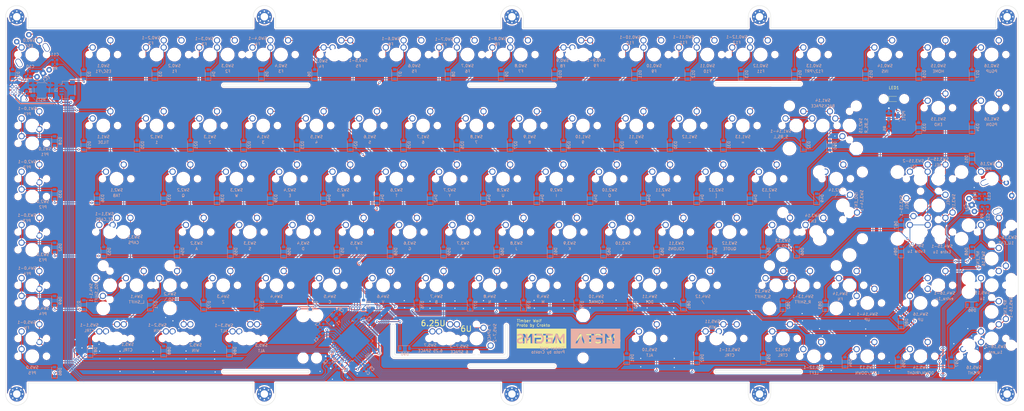
<source format=kicad_pcb>
(kicad_pcb (version 20171130) (host pcbnew "(5.1.2)-1")
  (layers (0 F.Cu signal) (31 B.Cu signal) (34 B.Paste user) (35 F.Paste user) (36 B.SilkS user) (37 F.SilkS user) (38 B.Mask user) (39 F.Mask user) (44 Edge.Cuts user))
  (net 0 "")
  (net 1 GND)
  (net 2 VCC)
  (net 3 "Net-(C6-Pad1)")
  (net 4 "Net-(C7-Pad1)")
  (net 5 "Net-(C8-Pad1)")
  (net 6 "Net-(C9-Pad1)")
  (net 7 "Net-(D1-Pad2)")
  (net 8 /r0)
  (net 9 "Net-(D2-Pad2)")
  (net 10 "Net-(D3-Pad2)")
  (net 11 "Net-(D4-Pad2)")
  (net 12 "Net-(D5-Pad2)")
  (net 13 "Net-(D6-Pad2)")
  (net 14 "Net-(D7-Pad2)")
  (net 15 "Net-(D8-Pad2)")
  (net 16 "Net-(D9-Pad2)")
  (net 17 "Net-(D10-Pad2)")
  (net 18 "Net-(D11-Pad2)")
  (net 19 "Net-(D12-Pad2)")
  (net 20 "Net-(D13-Pad2)")
  (net 21 "Net-(D14-Pad2)")
  (net 22 "Net-(D15-Pad2)")
  (net 23 "Net-(D16-Pad2)")
  (net 24 "Net-(D17-Pad2)")
  (net 25 /r1)
  (net 26 "Net-(D18-Pad2)")
  (net 27 "Net-(D19-Pad2)")
  (net 28 "Net-(D20-Pad2)")
  (net 29 "Net-(D21-Pad2)")
  (net 30 "Net-(D22-Pad2)")
  (net 31 "Net-(D23-Pad2)")
  (net 32 "Net-(D24-Pad2)")
  (net 33 "Net-(D25-Pad2)")
  (net 34 "Net-(D26-Pad2)")
  (net 35 "Net-(D27-Pad2)")
  (net 36 "Net-(D28-Pad2)")
  (net 37 "Net-(D29-Pad2)")
  (net 38 "Net-(D30-Pad2)")
  (net 39 "Net-(D31-Pad2)")
  (net 40 "Net-(D32-Pad2)")
  (net 41 "Net-(D33-Pad2)")
  (net 42 "Net-(D34-Pad2)")
  (net 43 "Net-(D35-Pad2)")
  (net 44 /r2)
  (net 45 "Net-(D36-Pad2)")
  (net 46 "Net-(D37-Pad2)")
  (net 47 "Net-(D38-Pad2)")
  (net 48 "Net-(D39-Pad2)")
  (net 49 "Net-(D40-Pad2)")
  (net 50 "Net-(D41-Pad2)")
  (net 51 "Net-(D42-Pad2)")
  (net 52 "Net-(D43-Pad2)")
  (net 53 "Net-(D44-Pad2)")
  (net 54 "Net-(D45-Pad2)")
  (net 55 "Net-(D46-Pad2)")
  (net 56 "Net-(D47-Pad2)")
  (net 57 "Net-(D48-Pad2)")
  (net 58 "Net-(D49-Pad2)")
  (net 59 "Net-(D50-Pad2)")
  (net 60 "Net-(D51-Pad2)")
  (net 61 /r3)
  (net 62 "Net-(D52-Pad2)")
  (net 63 "Net-(D53-Pad2)")
  (net 64 "Net-(D54-Pad2)")
  (net 65 "Net-(D55-Pad2)")
  (net 66 "Net-(D56-Pad2)")
  (net 67 "Net-(D57-Pad2)")
  (net 68 "Net-(D58-Pad2)")
  (net 69 "Net-(D59-Pad2)")
  (net 70 "Net-(D60-Pad2)")
  (net 71 "Net-(D61-Pad2)")
  (net 72 "Net-(D62-Pad2)")
  (net 73 "Net-(D63-Pad2)")
  (net 74 "Net-(D64-Pad2)")
  (net 75 "Net-(D65-Pad2)")
  (net 76 "Net-(D66-Pad2)")
  (net 77 "Net-(D67-Pad2)")
  (net 78 "Net-(D68-Pad2)")
  (net 79 "Net-(D69-Pad2)")
  (net 80 /r4)
  (net 81 "Net-(D70-Pad2)")
  (net 82 "Net-(D71-Pad2)")
  (net 83 "Net-(D72-Pad2)")
  (net 84 "Net-(D73-Pad2)")
  (net 85 "Net-(D74-Pad2)")
  (net 86 "Net-(D75-Pad2)")
  (net 87 "Net-(D76-Pad2)")
  (net 88 "Net-(D77-Pad2)")
  (net 89 "Net-(D78-Pad2)")
  (net 90 "Net-(D79-Pad2)")
  (net 91 "Net-(D80-Pad2)")
  (net 92 "Net-(D81-Pad2)")
  (net 93 "Net-(D82-Pad2)")
  (net 94 "Net-(D83-Pad2)")
  (net 95 "Net-(D84-Pad2)")
  (net 96 /r5)
  (net 97 "Net-(D85-Pad2)")
  (net 98 "Net-(D86-Pad2)")
  (net 99 "Net-(D87-Pad2)")
  (net 100 "Net-(D88-Pad2)")
  (net 101 "Net-(D89-Pad2)")
  (net 102 "Net-(D90-Pad2)")
  (net 103 "Net-(D91-Pad2)")
  (net 104 "Net-(D92-Pad2)")
  (net 105 "Net-(D93-Pad2)")
  (net 106 "Net-(D94-Pad2)")
  (net 107 "Net-(D95-Pad2)")
  (net 108 "Net-(EC1-PadA)")
  (net 109 "Net-(EC1-PadB)")
  (net 110 /c16)
  (net 111 /D-)
  (net 112 /D+)
  (net 113 /RES)
  (net 114 "Net-(LED1-Pad2)")
  (net 115 /rd-)
  (net 116 /rd+)
  (net 117 /c13)
  (net 118 /c8)
  (net 119 /c2)
  (net 120 /c3)
  (net 121 /c14)
  (net 122 /c9)
  (net 123 /c10)
  (net 124 /c4)
  (net 125 /c11)
  (net 126 /c7)
  (net 127 /c5)
  (net 128 /c6)
  (net 129 /c12)
  (net 130 /enc-)
  (net 131 /c15)
  (net 132 /enc+)
  (net 133 /c0)
  (net 134 /c1)
  (net 135 "Net-(POT1-Pad1)")
  (net 136 "Net-(R5-Pad2)")
  (net 137 "Net-(D96-Pad2)")
  (net 138 "Net-(EC2-PadA)")
  (net 139 "Net-(EC2-PadB)")
  (net 140 "Net-(D97-Pad2)")
  (module Diode_SMD:D_SOD-123 (layer B.Cu) (at 338.075 119.475 90)
    (fp_text reference D97 (at -0.425 1.925 90) (layer B.SilkS) (effects (justify mirror)))
    (fp_text value D)
    (pad 1 smd rect (at -1.65 0 90) (size 0.9 1.2) (layers B.Cu B.Paste B.Mask) (net 96 /r5))
    (pad 2 smd rect (at 1.65 0 90) (size 0.9 1.2) (layers B.Cu B.Paste B.Mask) (net 140 "Net-(D97-Pad2)"))
  )
  (module Diode_SMD:D_SOD-123 (layer B.Cu) (at 319.025 119.475 90)
    (fp_text reference D95 (at -0.625 2 90) (layer B.SilkS) (effects (justify mirror)))
    (fp_text value D)
    (pad 1 smd rect (at -1.65 0 90) (size 0.9 1.2) (layers B.Cu B.Paste B.Mask) (net 96 /r5))
    (pad 2 smd rect (at 1.65 0 90) (size 0.9 1.2) (layers B.Cu B.Paste B.Mask) (net 107 "Net-(D95-Pad2)"))
  )
  (module Diode_SMD:D_SOD-123 (layer B.Cu) (at 299.975 119.475 90)
    (fp_text reference D94 (at -0.425 2.025 90) (layer B.SilkS) (effects (justify mirror)))
    (fp_text value D)
    (pad 2 smd rect (at 1.65 0 90) (size 0.9 1.2) (layers B.Cu B.Paste B.Mask) (net 106 "Net-(D94-Pad2)"))
    (pad 1 smd rect (at -1.65 0 90) (size 0.9 1.2) (layers B.Cu B.Paste B.Mask) (net 96 /r5))
  )
  (module Diode_SMD:D_SOD-123 (layer B.Cu) (at 270.8125 118.125 90)
    (fp_text reference D93 (at 0 2 90) (layer B.SilkS) (effects (justify mirror)))
    (fp_text value D)
    (pad 1 smd rect (at -1.65 0 90) (size 0.9 1.2) (layers B.Cu B.Paste B.Mask) (net 96 /r5))
    (pad 2 smd rect (at 1.65 0 90) (size 0.9 1.2) (layers B.Cu B.Paste B.Mask) (net 105 "Net-(D93-Pad2)"))
  )
  (module Diode_SMD:D_SOD-123 (layer B.Cu) (at 247 118.125 90)
    (fp_text reference D92 (at 0 2 90) (layer B.SilkS) (effects (justify mirror)))
    (fp_text value D)
    (pad 1 smd rect (at -1.65 0 90) (size 0.9 1.2) (layers B.Cu B.Paste B.Mask) (net 96 /r5))
    (pad 2 smd rect (at 1.65 0 90) (size 0.9 1.2) (layers B.Cu B.Paste B.Mask) (net 104 "Net-(D92-Pad2)"))
  )
  (module Diode_SMD:D_SOD-123 (layer B.Cu) (at 222 118.125 90)
    (fp_text reference D91 (at 0 2 90) (layer B.SilkS) (effects (justify mirror)))
    (fp_text value D)
    (pad 1 smd rect (at -1.65 0 90) (size 0.9 1.2) (layers B.Cu B.Paste B.Mask) (net 96 /r5))
    (pad 2 smd rect (at 1.65 0 90) (size 0.9 1.2) (layers B.Cu B.Paste B.Mask) (net 103 "Net-(D91-Pad2)"))
  )
  (module Diode_SMD:D_SOD-123 (layer B.Cu) (at 142.7 114.7)
    (fp_text reference D90 (at 0 2) (layer B.SilkS) (effects (justify mirror)))
    (fp_text value D)
    (pad 2 smd rect (at 1.65 0) (size 0.9 1.2) (layers B.Cu B.Paste B.Mask) (net 102 "Net-(D90-Pad2)"))
    (pad 1 smd rect (at -1.65 0) (size 0.9 1.2) (layers B.Cu B.Paste B.Mask) (net 96 /r5))
  )
  (module Diode_SMD:D_SOD-123 (layer B.Cu) (at 80 115.5 90)
    (fp_text reference D89 (at 0 2 90) (layer B.SilkS) (effects (justify mirror)))
    (fp_text value D)
    (pad 2 smd rect (at 1.65 0 90) (size 0.9 1.2) (layers B.Cu B.Paste B.Mask) (net 101 "Net-(D89-Pad2)"))
    (pad 1 smd rect (at -1.65 0 90) (size 0.9 1.2) (layers B.Cu B.Paste B.Mask) (net 96 /r5))
  )
  (module Diode_SMD:D_SOD-123 (layer B.Cu) (at 56.5 115.5 90)
    (fp_text reference D88 (at 0 2 90) (layer B.SilkS) (effects (justify mirror)))
    (fp_text value D)
    (pad 1 smd rect (at -1.65 0 90) (size 0.9 1.2) (layers B.Cu B.Paste B.Mask) (net 96 /r5))
    (pad 2 smd rect (at 1.65 0 90) (size 0.9 1.2) (layers B.Cu B.Paste B.Mask) (net 100 "Net-(D88-Pad2)"))
  )
  (module Diode_SMD:D_SOD-123 (layer B.Cu) (at 30.1875 115.625 90)
    (fp_text reference D87 (at 0 2 90) (layer B.SilkS) (effects (justify mirror)))
    (fp_text value D)
    (pad 1 smd rect (at -1.65 0 90) (size 0.9 1.2) (layers B.Cu B.Paste B.Mask) (net 96 /r5))
    (pad 2 smd rect (at 1.65 0 90) (size 0.9 1.2) (layers B.Cu B.Paste B.Mask) (net 99 "Net-(D87-Pad2)"))
  )
  (module Diode_SMD:D_SOD-123 (layer B.Cu) (at 17.5 123 90)
    (fp_text reference D86 (at 0 2 90) (layer B.SilkS) (effects (justify mirror)))
    (fp_text value D)
    (pad 1 smd rect (at -1.65 0 90) (size 0.9 1.2) (layers B.Cu B.Paste B.Mask) (net 96 /r5))
    (pad 2 smd rect (at 1.65 0 90) (size 0.9 1.2) (layers B.Cu B.Paste B.Mask) (net 98 "Net-(D86-Pad2)"))
  )
  (module Diode_SMD:D_SOD-123 (layer B.Cu) (at 320.025 105.425 90)
    (fp_text reference D85 (at 0 2 90) (layer B.SilkS) (effects (justify mirror)))
    (fp_text value D)
    (pad 2 smd rect (at 1.65 0 90) (size 0.9 1.2) (layers B.Cu B.Paste B.Mask) (net 97 "Net-(D85-Pad2)"))
    (pad 1 smd rect (at -1.65 0 90) (size 0.9 1.2) (layers B.Cu B.Paste B.Mask) (net 80 /r4))
  )
  (module Diode_SMD:D_SOD-123 (layer B.Cu) (at 320.025 80.025 90)
    (fp_text reference D84 (at 0 -1.925 90) (layer B.SilkS) (effects (justify mirror)))
    (fp_text value D)
    (pad 2 smd rect (at 1.65 0 90) (size 0.9 1.2) (layers B.Cu B.Paste B.Mask) (net 95 "Net-(D84-Pad2)"))
    (pad 1 smd rect (at -1.65 0 90) (size 0.9 1.2) (layers B.Cu B.Paste B.Mask) (net 80 /r4))
  )
  (module Diode_SMD:D_SOD-123 (layer B.Cu) (at 293 99.21875 90)
    (fp_text reference D83 (at 0.01875 -1.9 90) (layer B.SilkS) (effects (justify mirror)))
    (fp_text value D)
    (pad 2 smd rect (at 1.65 0 90) (size 0.9 1.2) (layers B.Cu B.Paste B.Mask) (net 94 "Net-(D83-Pad2)"))
    (pad 1 smd rect (at -1.65 0 90) (size 0.9 1.2) (layers B.Cu B.Paste B.Mask) (net 80 /r4))
  )
  (module Diode_SMD:D_SOD-123 (layer B.Cu) (at 277.8125 99.21875 90)
    (fp_text reference D82 (at 0 2 90) (layer B.SilkS) (effects (justify mirror)))
    (fp_text value D)
    (pad 2 smd rect (at 1.65 0 90) (size 0.9 1.2) (layers B.Cu B.Paste B.Mask) (net 93 "Net-(D82-Pad2)"))
    (pad 1 smd rect (at -1.65 0 90) (size 0.9 1.2) (layers B.Cu B.Paste B.Mask) (net 80 /r4))
  )
  (module Diode_SMD:D_SOD-123 (layer B.Cu) (at 242.2375 99.075 90)
    (fp_text reference D81 (at 0 2 90) (layer B.SilkS) (effects (justify mirror)))
    (fp_text value D)
    (pad 2 smd rect (at 1.65 0 90) (size 0.9 1.2) (layers B.Cu B.Paste B.Mask) (net 92 "Net-(D81-Pad2)"))
    (pad 1 smd rect (at -1.65 0 90) (size 0.9 1.2) (layers B.Cu B.Paste B.Mask) (net 80 /r4))
  )
  (module Diode_SMD:D_SOD-123 (layer B.Cu) (at 223.1875 99.075 90)
    (fp_text reference D80 (at 0 2 90) (layer B.SilkS) (effects (justify mirror)))
    (fp_text value D)
    (pad 2 smd rect (at 1.65 0 90) (size 0.9 1.2) (layers B.Cu B.Paste B.Mask) (net 91 "Net-(D80-Pad2)"))
    (pad 1 smd rect (at -1.65 0 90) (size 0.9 1.2) (layers B.Cu B.Paste B.Mask) (net 80 /r4))
  )
  (module Diode_SMD:D_SOD-123 (layer B.Cu) (at 204.1375 99.075 90)
    (fp_text reference D79 (at 0 2 90) (layer B.SilkS) (effects (justify mirror)))
    (fp_text value D)
    (pad 2 smd rect (at 1.65 0 90) (size 0.9 1.2) (layers B.Cu B.Paste B.Mask) (net 90 "Net-(D79-Pad2)"))
    (pad 1 smd rect (at -1.65 0 90) (size 0.9 1.2) (layers B.Cu B.Paste B.Mask) (net 80 /r4))
  )
  (module Diode_SMD:D_SOD-123 (layer B.Cu) (at 185.0875 99.075 90)
    (fp_text reference D78 (at 0 2 90) (layer B.SilkS) (effects (justify mirror)))
    (fp_text value D)
    (pad 1 smd rect (at -1.65 0 90) (size 0.9 1.2) (layers B.Cu B.Paste B.Mask) (net 80 /r4))
    (pad 2 smd rect (at 1.65 0 90) (size 0.9 1.2) (layers B.Cu B.Paste B.Mask) (net 89 "Net-(D78-Pad2)"))
  )
  (module Diode_SMD:D_SOD-123 (layer B.Cu) (at 166.0375 99.075 90)
    (fp_text reference D77 (at 0 2 90) (layer B.SilkS) (effects (justify mirror)))
    (fp_text value D)
    (pad 1 smd rect (at -1.65 0 90) (size 0.9 1.2) (layers B.Cu B.Paste B.Mask) (net 80 /r4))
    (pad 2 smd rect (at 1.65 0 90) (size 0.9 1.2) (layers B.Cu B.Paste B.Mask) (net 88 "Net-(D77-Pad2)"))
  )
  (module Diode_SMD:D_SOD-123 (layer B.Cu) (at 146.9875 99.075 90)
    (fp_text reference D76 (at 0 2 90) (layer B.SilkS) (effects (justify mirror)))
    (fp_text value D)
    (pad 2 smd rect (at 1.65 0 90) (size 0.9 1.2) (layers B.Cu B.Paste B.Mask) (net 87 "Net-(D76-Pad2)"))
    (pad 1 smd rect (at -1.65 0 90) (size 0.9 1.2) (layers B.Cu B.Paste B.Mask) (net 80 /r4))
  )
  (module Diode_SMD:D_SOD-123 (layer B.Cu) (at 127.9375 99.075 90)
    (fp_text reference D75 (at 0 2 90) (layer B.SilkS) (effects (justify mirror)))
    (fp_text value D)
    (pad 2 smd rect (at 1.65 0 90) (size 0.9 1.2) (layers B.Cu B.Paste B.Mask) (net 86 "Net-(D75-Pad2)"))
    (pad 1 smd rect (at -1.65 0 90) (size 0.9 1.2) (layers B.Cu B.Paste B.Mask) (net 80 /r4))
  )
  (module Diode_SMD:D_SOD-123 (layer B.Cu) (at 108.8875 99.075 90)
    (fp_text reference D74 (at 0 2 90) (layer B.SilkS) (effects (justify mirror)))
    (fp_text value D)
    (pad 2 smd rect (at 1.65 0 90) (size 0.9 1.2) (layers B.Cu B.Paste B.Mask) (net 85 "Net-(D74-Pad2)"))
    (pad 1 smd rect (at -1.65 0 90) (size 0.9 1.2) (layers B.Cu B.Paste B.Mask) (net 80 /r4))
  )
  (module Diode_SMD:D_SOD-123 (layer B.Cu) (at 89.8375 99.075 90)
    (fp_text reference D73 (at 0 2 90) (layer B.SilkS) (effects (justify mirror)))
    (fp_text value D)
    (pad 1 smd rect (at -1.65 0 90) (size 0.9 1.2) (layers B.Cu B.Paste B.Mask) (net 80 /r4))
    (pad 2 smd rect (at 1.65 0 90) (size 0.9 1.2) (layers B.Cu B.Paste B.Mask) (net 84 "Net-(D73-Pad2)"))
  )
  (module Diode_SMD:D_SOD-123 (layer B.Cu) (at 70.7875 99.075 90)
    (fp_text reference D72 (at 0 2 90) (layer B.SilkS) (effects (justify mirror)))
    (fp_text value D)
    (pad 2 smd rect (at 1.65 0 90) (size 0.9 1.2) (layers B.Cu B.Paste B.Mask) (net 83 "Net-(D72-Pad2)"))
    (pad 1 smd rect (at -1.65 0 90) (size 0.9 1.2) (layers B.Cu B.Paste B.Mask) (net 80 /r4))
  )
  (module Diode_SMD:D_SOD-123 (layer B.Cu) (at 51.7375 99.075 90)
    (fp_text reference D71 (at 0 2 90) (layer B.SilkS) (effects (justify mirror)))
    (fp_text value D)
    (pad 1 smd rect (at -1.65 0 90) (size 0.9 1.2) (layers B.Cu B.Paste B.Mask) (net 80 /r4))
    (pad 2 smd rect (at 1.65 0 90) (size 0.9 1.2) (layers B.Cu B.Paste B.Mask) (net 82 "Net-(D71-Pad2)"))
  )
  (module Diode_SMD:D_SOD-123 (layer B.Cu) (at 27.925 99.075 90)
    (fp_text reference D70 (at 0 -1.825 90) (layer B.SilkS) (effects (justify mirror)))
    (fp_text value D)
    (pad 2 smd rect (at 1.65 0 90) (size 0.9 1.2) (layers B.Cu B.Paste B.Mask) (net 81 "Net-(D70-Pad2)"))
    (pad 1 smd rect (at -1.65 0 90) (size 0.9 1.2) (layers B.Cu B.Paste B.Mask) (net 80 /r4))
  )
  (module Diode_SMD:D_SOD-123 (layer B.Cu) (at 17.525 97.575 90)
    (fp_text reference D69 (at 0 2 90) (layer B.SilkS) (effects (justify mirror)))
    (fp_text value D)
    (pad 1 smd rect (at -1.65 0 90) (size 0.9 1.2) (layers B.Cu B.Paste B.Mask) (net 80 /r4))
    (pad 2 smd rect (at 1.65 0 90) (size 0.9 1.2) (layers B.Cu B.Paste B.Mask) (net 79 "Net-(D69-Pad2)"))
  )
  (module Diode_SMD:D_SOD-123 (layer B.Cu) (at 345.425 80 90)
    (fp_text reference D68 (at 0 -2.025 90) (layer B.SilkS) (effects (justify mirror)))
    (fp_text value D)
    (pad 1 smd rect (at -1.65 0 90) (size 0.9 1.2) (layers B.Cu B.Paste B.Mask) (net 61 /r3))
    (pad 2 smd rect (at 1.65 0 90) (size 0.9 1.2) (layers B.Cu B.Paste B.Mask) (net 78 "Net-(D68-Pad2)"))
  )
  (module Diode_SMD:D_SOD-123 (layer B.Cu) (at 320.025 70.5 90)
    (fp_text reference D67 (at 0 -1.825 90) (layer B.SilkS) (effects (justify mirror)))
    (fp_text value D)
    (pad 1 smd rect (at -1.65 0 90) (size 0.9 1.2) (layers B.Cu B.Paste B.Mask) (net 61 /r3))
    (pad 2 smd rect (at 1.65 0 90) (size 0.9 1.2) (layers B.Cu B.Paste B.Mask) (net 77 "Net-(D67-Pad2)"))
  )
  (module Diode_SMD:D_SOD-123 (layer B.Cu) (at 282.71875 80.025 90)
    (fp_text reference D66 (at 0 2 90) (layer B.SilkS) (effects (justify mirror)))
    (fp_text value D)
    (pad 2 smd rect (at 1.65 0 90) (size 0.9 1.2) (layers B.Cu B.Paste B.Mask) (net 76 "Net-(D66-Pad2)"))
    (pad 1 smd rect (at -1.65 0 90) (size 0.9 1.2) (layers B.Cu B.Paste B.Mask) (net 61 /r3))
  )
  (module Diode_SMD:D_SOD-123 (layer B.Cu) (at 270.8125 80.025 90)
    (fp_text reference D65 (at 0 2 90) (layer B.SilkS) (effects (justify mirror)))
    (fp_text value D)
    (pad 2 smd rect (at 1.65 0 90) (size 0.9 1.2) (layers B.Cu B.Paste B.Mask) (net 75 "Net-(D65-Pad2)"))
    (pad 1 smd rect (at -1.65 0 90) (size 0.9 1.2) (layers B.Cu B.Paste B.Mask) (net 61 /r3))
  )
  (module Diode_SMD:D_SOD-123 (layer B.Cu) (at 251.7625 80.025 90)
    (fp_text reference D64 (at 0 2 90) (layer B.SilkS) (effects (justify mirror)))
    (fp_text value D)
    (pad 1 smd rect (at -1.65 0 90) (size 0.9 1.2) (layers B.Cu B.Paste B.Mask) (net 61 /r3))
    (pad 2 smd rect (at 1.65 0 90) (size 0.9 1.2) (layers B.Cu B.Paste B.Mask) (net 74 "Net-(D64-Pad2)"))
  )
  (module Diode_SMD:D_SOD-123 (layer B.Cu) (at 232.7125 80.025 90)
    (fp_text reference D63 (at 0 2 90) (layer B.SilkS) (effects (justify mirror)))
    (fp_text value D)
    (pad 1 smd rect (at -1.65 0 90) (size 0.9 1.2) (layers B.Cu B.Paste B.Mask) (net 61 /r3))
    (pad 2 smd rect (at 1.65 0 90) (size 0.9 1.2) (layers B.Cu B.Paste B.Mask) (net 73 "Net-(D63-Pad2)"))
  )
  (module Diode_SMD:D_SOD-123 (layer B.Cu) (at 213.6625 80.025 90)
    (fp_text reference D62 (at 0 2 90) (layer B.SilkS) (effects (justify mirror)))
    (fp_text value D)
    (pad 1 smd rect (at -1.65 0 90) (size 0.9 1.2) (layers B.Cu B.Paste B.Mask) (net 61 /r3))
    (pad 2 smd rect (at 1.65 0 90) (size 0.9 1.2) (layers B.Cu B.Paste B.Mask) (net 72 "Net-(D62-Pad2)"))
  )
  (module Diode_SMD:D_SOD-123 (layer B.Cu) (at 194.6125 80.025 90)
    (fp_text reference D61 (at 0 2 90) (layer B.SilkS) (effects (justify mirror)))
    (fp_text value D)
    (pad 2 smd rect (at 1.65 0 90) (size 0.9 1.2) (layers B.Cu B.Paste B.Mask) (net 71 "Net-(D61-Pad2)"))
    (pad 1 smd rect (at -1.65 0 90) (size 0.9 1.2) (layers B.Cu B.Paste B.Mask) (net 61 /r3))
  )
  (module Diode_SMD:D_SOD-123 (layer B.Cu) (at 175.5625 80.025 90)
    (fp_text reference D60 (at 0 2 90) (layer B.SilkS) (effects (justify mirror)))
    (fp_text value D)
    (pad 1 smd rect (at -1.65 0 90) (size 0.9 1.2) (layers B.Cu B.Paste B.Mask) (net 61 /r3))
    (pad 2 smd rect (at 1.65 0 90) (size 0.9 1.2) (layers B.Cu B.Paste B.Mask) (net 70 "Net-(D60-Pad2)"))
  )
  (module Diode_SMD:D_SOD-123 (layer B.Cu) (at 156.5125 80.025 90)
    (fp_text reference D59 (at 0 2 90) (layer B.SilkS) (effects (justify mirror)))
    (fp_text value D)
    (pad 2 smd rect (at 1.65 0 90) (size 0.9 1.2) (layers B.Cu B.Paste B.Mask) (net 69 "Net-(D59-Pad2)"))
    (pad 1 smd rect (at -1.65 0 90) (size 0.9 1.2) (layers B.Cu B.Paste B.Mask) (net 61 /r3))
  )
  (module Diode_SMD:D_SOD-123 (layer B.Cu) (at 137.4625 80.025 90)
    (fp_text reference D58 (at 0 2 90) (layer B.SilkS) (effects (justify mirror)))
    (fp_text value D)
    (pad 1 smd rect (at -1.65 0 90) (size 0.9 1.2) (layers B.Cu B.Paste B.Mask) (net 61 /r3))
    (pad 2 smd rect (at 1.65 0 90) (size 0.9 1.2) (layers B.Cu B.Paste B.Mask) (net 68 "Net-(D58-Pad2)"))
  )
  (module Diode_SMD:D_SOD-123 (layer B.Cu) (at 118.4125 80.025 90)
    (fp_text reference D57 (at 0 2 90) (layer B.SilkS) (effects (justify mirror)))
    (fp_text value D)
    (pad 1 smd rect (at -1.65 0 90) (size 0.9 1.2) (layers B.Cu B.Paste B.Mask) (net 61 /r3))
    (pad 2 smd rect (at 1.65 0 90) (size 0.9 1.2) (layers B.Cu B.Paste B.Mask) (net 67 "Net-(D57-Pad2)"))
  )
  (module Diode_SMD:D_SOD-123 (layer B.Cu) (at 99.3625 80.025 90)
    (fp_text reference D56 (at 0 2 90) (layer B.SilkS) (effects (justify mirror)))
    (fp_text value D)
    (pad 2 smd rect (at 1.65 0 90) (size 0.9 1.2) (layers B.Cu B.Paste B.Mask) (net 66 "Net-(D56-Pad2)"))
    (pad 1 smd rect (at -1.65 0 90) (size 0.9 1.2) (layers B.Cu B.Paste B.Mask) (net 61 /r3))
  )
  (module Diode_SMD:D_SOD-123 (layer B.Cu) (at 80.3125 80.025 90)
    (fp_text reference D55 (at 0 2 90) (layer B.SilkS) (effects (justify mirror)))
    (fp_text value D)
    (pad 1 smd rect (at -1.65 0 90) (size 0.9 1.2) (layers B.Cu B.Paste B.Mask) (net 61 /r3))
    (pad 2 smd rect (at 1.65 0 90) (size 0.9 1.2) (layers B.Cu B.Paste B.Mask) (net 65 "Net-(D55-Pad2)"))
  )
  (module Diode_SMD:D_SOD-123 (layer B.Cu) (at 61.2625 80.025 90)
    (fp_text reference D54 (at 0 2 90) (layer B.SilkS) (effects (justify mirror)))
    (fp_text value D)
    (pad 1 smd rect (at -1.65 0 90) (size 0.9 1.2) (layers B.Cu B.Paste B.Mask) (net 61 /r3))
    (pad 2 smd rect (at 1.65 0 90) (size 0.9 1.2) (layers B.Cu B.Paste B.Mask) (net 64 "Net-(D54-Pad2)"))
  )
  (module Diode_SMD:D_SOD-123 (layer B.Cu) (at 35.06875 80.025 90)
    (fp_text reference D53 (at 0 2 90) (layer B.SilkS) (effects (justify mirror)))
    (fp_text value D)
    (pad 1 smd rect (at -1.65 0 90) (size 0.9 1.2) (layers B.Cu B.Paste B.Mask) (net 61 /r3))
    (pad 2 smd rect (at 1.65 0 90) (size 0.9 1.2) (layers B.Cu B.Paste B.Mask) (net 63 "Net-(D53-Pad2)"))
  )
  (module Diode_SMD:D_SOD-123 (layer B.Cu) (at 17.525 78.525 90)
    (fp_text reference D52 (at 0 2 90) (layer B.SilkS) (effects (justify mirror)))
    (fp_text value D)
    (pad 2 smd rect (at 1.65 0 90) (size 0.9 1.2) (layers B.Cu B.Paste B.Mask) (net 62 "Net-(D52-Pad2)"))
    (pad 1 smd rect (at -1.65 0 90) (size 0.9 1.2) (layers B.Cu B.Paste B.Mask) (net 61 /r3))
  )
  (module Diode_SMD:D_SOD-123 (layer B.Cu) (at 345.425 47 270)
    (fp_text reference D51 (at 0 2 90) (layer B.SilkS) (effects (justify mirror)))
    (fp_text value D)
    (pad 1 smd rect (at -1.65 0 270) (size 0.9 1.2) (layers B.Cu B.Paste B.Mask) (net 44 /r2))
    (pad 2 smd rect (at 1.65 0 270) (size 0.9 1.2) (layers B.Cu B.Paste B.Mask) (net 60 "Net-(D51-Pad2)"))
  )
  (module Diode_SMD:D_SOD-123 (layer B.Cu) (at 294.48125 42.06875 90)
    (fp_text reference D50 (at 0 2 90) (layer B.SilkS) (effects (justify mirror)))
    (fp_text value D)
    (pad 1 smd rect (at -1.65 0 90) (size 0.9 1.2) (layers B.Cu B.Paste B.Mask) (net 44 /r2))
    (pad 2 smd rect (at 1.65 0 90) (size 0.9 1.2) (layers B.Cu B.Paste B.Mask) (net 59 "Net-(D50-Pad2)"))
  )
  (module Diode_SMD:D_SOD-123 (layer B.Cu) (at 289.8625 60.975 90)
    (fp_text reference D49 (at 0 2 90) (layer B.SilkS) (effects (justify mirror)))
    (fp_text value D)
    (pad 1 smd rect (at -1.65 0 90) (size 0.9 1.2) (layers B.Cu B.Paste B.Mask) (net 44 /r2))
    (pad 2 smd rect (at 1.65 0 90) (size 0.9 1.2) (layers B.Cu B.Paste B.Mask) (net 58 "Net-(D49-Pad2)"))
  )
  (module Diode_SMD:D_SOD-123 (layer B.Cu) (at 266.05 60.975 90)
    (fp_text reference D48 (at 0 2 90) (layer B.SilkS) (effects (justify mirror)))
    (fp_text value D)
    (pad 2 smd rect (at 1.65 0 90) (size 0.9 1.2) (layers B.Cu B.Paste B.Mask) (net 57 "Net-(D48-Pad2)"))
    (pad 1 smd rect (at -1.65 0 90) (size 0.9 1.2) (layers B.Cu B.Paste B.Mask) (net 44 /r2))
  )
  (module Diode_SMD:D_SOD-123 (layer B.Cu) (at 247 60.975 90)
    (fp_text reference D47 (at 0 2 90) (layer B.SilkS) (effects (justify mirror)))
    (fp_text value D)
    (pad 1 smd rect (at -1.65 0 90) (size 0.9 1.2) (layers B.Cu B.Paste B.Mask) (net 44 /r2))
    (pad 2 smd rect (at 1.65 0 90) (size 0.9 1.2) (layers B.Cu B.Paste B.Mask) (net 56 "Net-(D47-Pad2)"))
  )
  (module Diode_SMD:D_SOD-123 (layer B.Cu) (at 227.95 60.975 90)
    (fp_text reference D46 (at 0 2 90) (layer B.SilkS) (effects (justify mirror)))
    (fp_text value D)
    (pad 2 smd rect (at 1.65 0 90) (size 0.9 1.2) (layers B.Cu B.Paste B.Mask) (net 55 "Net-(D46-Pad2)"))
    (pad 1 smd rect (at -1.65 0 90) (size 0.9 1.2) (layers B.Cu B.Paste B.Mask) (net 44 /r2))
  )
  (module Diode_SMD:D_SOD-123 (layer B.Cu) (at 208.9 60.975 90)
    (fp_text reference D45 (at 0 2 90) (layer B.SilkS) (effects (justify mirror)))
    (fp_text value D)
    (pad 2 smd rect (at 1.65 0 90) (size 0.9 1.2) (layers B.Cu B.Paste B.Mask) (net 54 "Net-(D45-Pad2)"))
    (pad 1 smd rect (at -1.65 0 90) (size 0.9 1.2) (layers B.Cu B.Paste B.Mask) (net 44 /r2))
  )
  (module Diode_SMD:D_SOD-123 (layer B.Cu) (at 189.85 60.975 90)
    (fp_text reference D44 (at 0 2 90) (layer B.SilkS) (effects (justify mirror)))
    (fp_text value D)
    (pad 2 smd rect (at 1.65 0 90) (size 0.9 1.2) (layers B.Cu B.Paste B.Mask) (net 53 "Net-(D44-Pad2)"))
    (pad 1 smd rect (at -1.65 0 90) (size 0.9 1.2) (layers B.Cu B.Paste B.Mask) (net 44 /r2))
  )
  (module Diode_SMD:D_SOD-123 (layer B.Cu) (at 170.8 60.975 90)
    (fp_text reference D43 (at 0 2 90) (layer B.SilkS) (effects (justify mirror)))
    (fp_text value D)
    (pad 1 smd rect (at -1.65 0 90) (size 0.9 1.2) (layers B.Cu B.Paste B.Mask) (net 44 /r2))
    (pad 2 smd rect (at 1.65 0 90) (size 0.9 1.2) (layers B.Cu B.Paste B.Mask) (net 52 "Net-(D43-Pad2)"))
  )
  (module Diode_SMD:D_SOD-123 (layer B.Cu) (at 151.75 60.975 90)
    (fp_text reference D42 (at 0 2 90) (layer B.SilkS) (effects (justify mirror)))
    (fp_text value D)
    (pad 2 smd rect (at 1.65 0 90) (size 0.9 1.2) (layers B.Cu B.Paste B.Mask) (net 51 "Net-(D42-Pad2)"))
    (pad 1 smd rect (at -1.65 0 90) (size 0.9 1.2) (layers B.Cu B.Paste B.Mask) (net 44 /r2))
  )
  (module Diode_SMD:D_SOD-123 (layer B.Cu) (at 132.7 60.975 90)
    (fp_text reference D41 (at 0 2 90) (layer B.SilkS) (effects (justify mirror)))
    (fp_text value D)
    (pad 2 smd rect (at 1.65 0 90) (size 0.9 1.2) (layers B.Cu B.Paste B.Mask) (net 50 "Net-(D41-Pad2)"))
    (pad 1 smd rect (at -1.65 0 90) (size 0.9 1.2) (layers B.Cu B.Paste B.Mask) (net 44 /r2))
  )
  (module Diode_SMD:D_SOD-123 (layer B.Cu) (at 113.65 60.975 90)
    (fp_text reference D40 (at 0 2 90) (layer B.SilkS) (effects (justify mirror)))
    (fp_text value D)
    (pad 1 smd rect (at -1.65 0 90) (size 0.9 1.2) (layers B.Cu B.Paste B.Mask) (net 44 /r2))
    (pad 2 smd rect (at 1.65 0 90) (size 0.9 1.2) (layers B.Cu B.Paste B.Mask) (net 49 "Net-(D40-Pad2)"))
  )
  (module Diode_SMD:D_SOD-123 (layer B.Cu) (at 94.6 60.975 90)
    (fp_text reference D39 (at 0 2 90) (layer B.SilkS) (effects (justify mirror)))
    (fp_text value D)
    (pad 2 smd rect (at 1.65 0 90) (size 0.9 1.2) (layers B.Cu B.Paste B.Mask) (net 48 "Net-(D39-Pad2)"))
    (pad 1 smd rect (at -1.65 0 90) (size 0.9 1.2) (layers B.Cu B.Paste B.Mask) (net 44 /r2))
  )
  (module Diode_SMD:D_SOD-123 (layer B.Cu) (at 75.55 60.975 90)
    (fp_text reference D38 (at 0 2 90) (layer B.SilkS) (effects (justify mirror)))
    (fp_text value D)
    (pad 1 smd rect (at -1.65 0 90) (size 0.9 1.2) (layers B.Cu B.Paste B.Mask) (net 44 /r2))
    (pad 2 smd rect (at 1.65 0 90) (size 0.9 1.2) (layers B.Cu B.Paste B.Mask) (net 47 "Net-(D38-Pad2)"))
  )
  (module Diode_SMD:D_SOD-123 (layer B.Cu) (at 56.5 60.975 90)
    (fp_text reference D37 (at 0 2 90) (layer B.SilkS) (effects (justify mirror)))
    (fp_text value D)
    (pad 1 smd rect (at -1.65 0 90) (size 0.9 1.2) (layers B.Cu B.Paste B.Mask) (net 44 /r2))
    (pad 2 smd rect (at 1.65 0 90) (size 0.9 1.2) (layers B.Cu B.Paste B.Mask) (net 46 "Net-(D37-Pad2)"))
  )
  (module Diode_SMD:D_SOD-123 (layer B.Cu) (at 32.6875 60.975 90)
    (fp_text reference D36 (at 0 2 90) (layer B.SilkS) (effects (justify mirror)))
    (fp_text value D)
    (pad 2 smd rect (at 1.65 0 90) (size 0.9 1.2) (layers B.Cu B.Paste B.Mask) (net 45 "Net-(D36-Pad2)"))
    (pad 1 smd rect (at -1.65 0 90) (size 0.9 1.2) (layers B.Cu B.Paste B.Mask) (net 44 /r2))
  )
  (module Diode_SMD:D_SOD-123 (layer B.Cu) (at 17.525 59.475 90)
    (fp_text reference D35 (at 0 2 90) (layer B.SilkS) (effects (justify mirror)))
    (fp_text value D)
    (pad 2 smd rect (at 1.65 0 90) (size 0.9 1.2) (layers B.Cu B.Paste B.Mask) (net 43 "Net-(D35-Pad2)"))
    (pad 1 smd rect (at -1.65 0 90) (size 0.9 1.2) (layers B.Cu B.Paste B.Mask) (net 44 /r2))
  )
  (module Diode_SMD:D_SOD-123 (layer B.Cu) (at 345.425 35.575 90)
    (fp_text reference D34 (at 0 2 90) (layer B.SilkS) (effects (justify mirror)))
    (fp_text value D)
    (pad 1 smd rect (at -1.65 0 90) (size 0.9 1.2) (layers B.Cu B.Paste B.Mask) (net 25 /r1))
    (pad 2 smd rect (at 1.65 0 90) (size 0.9 1.2) (layers B.Cu B.Paste B.Mask) (net 42 "Net-(D34-Pad2)"))
  )
  (module Diode_SMD:D_SOD-123 (layer B.Cu) (at 326.375 35.575 90)
    (fp_text reference D33 (at 0 2 90) (layer B.SilkS) (effects (justify mirror)))
    (fp_text value D)
    (pad 1 smd rect (at -1.65 0 90) (size 0.9 1.2) (layers B.Cu B.Paste B.Mask) (net 25 /r1))
    (pad 2 smd rect (at 1.65 0 90) (size 0.9 1.2) (layers B.Cu B.Paste B.Mask) (net 41 "Net-(D33-Pad2)"))
  )
  (module Diode_SMD:D_SOD-123 (layer B.Cu) (at 285.1 41.925 90)
    (fp_text reference D32 (at 0 2 90) (layer B.SilkS) (effects (justify mirror)))
    (fp_text value D)
    (pad 1 smd rect (at -1.65 0 90) (size 0.9 1.2) (layers B.Cu B.Paste B.Mask) (net 25 /r1))
    (pad 2 smd rect (at 1.65 0 90) (size 0.9 1.2) (layers B.Cu B.Paste B.Mask) (net 40 "Net-(D32-Pad2)"))
  )
  (module Diode_SMD:D_SOD-123 (layer B.Cu) (at 256.525 41.925 90)
    (fp_text reference D31 (at 0 2 90) (layer B.SilkS) (effects (justify mirror)))
    (fp_text value D)
    (pad 2 smd rect (at 1.65 0 90) (size 0.9 1.2) (layers B.Cu B.Paste B.Mask) (net 39 "Net-(D31-Pad2)"))
    (pad 1 smd rect (at -1.65 0 90) (size 0.9 1.2) (layers B.Cu B.Paste B.Mask) (net 25 /r1))
  )
  (module Diode_SMD:D_SOD-123 (layer B.Cu) (at 237.475 41.925 90)
    (fp_text reference D30 (at 0 2 90) (layer B.SilkS) (effects (justify mirror)))
    (fp_text value D)
    (pad 1 smd rect (at -1.65 0 90) (size 0.9 1.2) (layers B.Cu B.Paste B.Mask) (net 25 /r1))
    (pad 2 smd rect (at 1.65 0 90) (size 0.9 1.2) (layers B.Cu B.Paste B.Mask) (net 38 "Net-(D30-Pad2)"))
  )
  (module Diode_SMD:D_SOD-123 (layer B.Cu) (at 218.425 41.925 90)
    (fp_text reference D29 (at 0 2 90) (layer B.SilkS) (effects (justify mirror)))
    (fp_text value D)
    (pad 2 smd rect (at 1.65 0 90) (size 0.9 1.2) (layers B.Cu B.Paste B.Mask) (net 37 "Net-(D29-Pad2)"))
    (pad 1 smd rect (at -1.65 0 90) (size 0.9 1.2) (layers B.Cu B.Paste B.Mask) (net 25 /r1))
  )
  (module Diode_SMD:D_SOD-123 (layer B.Cu) (at 199.375 41.925 90)
    (fp_text reference D28 (at 0 2 90) (layer B.SilkS) (effects (justify mirror)))
    (fp_text value D)
    (pad 2 smd rect (at 1.65 0 90) (size 0.9 1.2) (layers B.Cu B.Paste B.Mask) (net 36 "Net-(D28-Pad2)"))
    (pad 1 smd rect (at -1.65 0 90) (size 0.9 1.2) (layers B.Cu B.Paste B.Mask) (net 25 /r1))
  )
  (module Diode_SMD:D_SOD-123 (layer B.Cu) (at 180.325 41.925 90)
    (fp_text reference D27 (at 0 2 90) (layer B.SilkS) (effects (justify mirror)))
    (fp_text value D)
    (pad 2 smd rect (at 1.65 0 90) (size 0.9 1.2) (layers B.Cu B.Paste B.Mask) (net 35 "Net-(D27-Pad2)"))
    (pad 1 smd rect (at -1.65 0 90) (size 0.9 1.2) (layers B.Cu B.Paste B.Mask) (net 25 /r1))
  )
  (module Diode_SMD:D_SOD-123 (layer B.Cu) (at 161.275 41.925 90)
    (fp_text reference D26 (at 0 2 90) (layer B.SilkS) (effects (justify mirror)))
    (fp_text value D)
    (pad 1 smd rect (at -1.65 0 90) (size 0.9 1.2) (layers B.Cu B.Paste B.Mask) (net 25 /r1))
    (pad 2 smd rect (at 1.65 0 90) (size 0.9 1.2) (layers B.Cu B.Paste B.Mask) (net 34 "Net-(D26-Pad2)"))
  )
  (module Diode_SMD:D_SOD-123 (layer B.Cu) (at 142.225 41.925 90)
    (fp_text reference D25 (at 0 2 90) (layer B.SilkS) (effects (justify mirror)))
    (fp_text value D)
    (pad 2 smd rect (at 1.65 0 90) (size 0.9 1.2) (layers B.Cu B.Paste B.Mask) (net 33 "Net-(D25-Pad2)"))
    (pad 1 smd rect (at -1.65 0 90) (size 0.9 1.2) (layers B.Cu B.Paste B.Mask) (net 25 /r1))
  )
  (module Diode_SMD:D_SOD-123 (layer B.Cu) (at 123.175 41.925 90)
    (fp_text reference D24 (at 0 2 90) (layer B.SilkS) (effects (justify mirror)))
    (fp_text value D)
    (pad 2 smd rect (at 1.65 0 90) (size 0.9 1.2) (layers B.Cu B.Paste B.Mask) (net 32 "Net-(D24-Pad2)"))
    (pad 1 smd rect (at -1.65 0 90) (size 0.9 1.2) (layers B.Cu B.Paste B.Mask) (net 25 /r1))
  )
  (module Diode_SMD:D_SOD-123 (layer B.Cu) (at 104.125 41.925 90)
    (fp_text reference D23 (at 0 2 90) (layer B.SilkS) (effects (justify mirror)))
    (fp_text value D)
    (pad 2 smd rect (at 1.65 0 90) (size 0.9 1.2) (layers B.Cu B.Paste B.Mask) (net 31 "Net-(D23-Pad2)"))
    (pad 1 smd rect (at -1.65 0 90) (size 0.9 1.2) (layers B.Cu B.Paste B.Mask) (net 25 /r1))
  )
  (module Diode_SMD:D_SOD-123 (layer B.Cu) (at 85.075 41.925 90)
    (fp_text reference D22 (at 0 2 90) (layer B.SilkS) (effects (justify mirror)))
    (fp_text value D)
    (pad 2 smd rect (at 1.65 0 90) (size 0.9 1.2) (layers B.Cu B.Paste B.Mask) (net 30 "Net-(D22-Pad2)"))
    (pad 1 smd rect (at -1.65 0 90) (size 0.9 1.2) (layers B.Cu B.Paste B.Mask) (net 25 /r1))
  )
  (module Diode_SMD:D_SOD-123 (layer B.Cu) (at 66.025 41.925 90)
    (fp_text reference D21 (at 0 2 90) (layer B.SilkS) (effects (justify mirror)))
    (fp_text value D)
    (pad 1 smd rect (at -1.65 0 90) (size 0.9 1.2) (layers B.Cu B.Paste B.Mask) (net 25 /r1))
    (pad 2 smd rect (at 1.65 0 90) (size 0.9 1.2) (layers B.Cu B.Paste B.Mask) (net 29 "Net-(D21-Pad2)"))
  )
  (module Diode_SMD:D_SOD-123 (layer B.Cu) (at 46.975 41.925 90)
    (fp_text reference D20 (at 0 2 90) (layer B.SilkS) (effects (justify mirror)))
    (fp_text value D)
    (pad 2 smd rect (at 1.65 0 90) (size 0.9 1.2) (layers B.Cu B.Paste B.Mask) (net 28 "Net-(D20-Pad2)"))
    (pad 1 smd rect (at -1.65 0 90) (size 0.9 1.2) (layers B.Cu B.Paste B.Mask) (net 25 /r1))
  )
  (module Diode_SMD:D_SOD-123 (layer B.Cu) (at 27.925 41.925 90)
    (fp_text reference D19 (at 0 2 90) (layer B.SilkS) (effects (justify mirror)))
    (fp_text value D)
    (pad 1 smd rect (at -1.65 0 90) (size 0.9 1.2) (layers B.Cu B.Paste B.Mask) (net 25 /r1))
    (pad 2 smd rect (at 1.65 0 90) (size 0.9 1.2) (layers B.Cu B.Paste B.Mask) (net 27 "Net-(D19-Pad2)"))
  )
  (module Diode_SMD:D_SOD-123 (layer B.Cu) (at 17.525 40.425 90)
    (fp_text reference D18 (at 0 2 90) (layer B.SilkS) (effects (justify mirror)))
    (fp_text value D)
    (pad 2 smd rect (at 1.65 0 90) (size 0.9 1.2) (layers B.Cu B.Paste B.Mask) (net 26 "Net-(D18-Pad2)"))
    (pad 1 smd rect (at -1.65 0 90) (size 0.9 1.2) (layers B.Cu B.Paste B.Mask) (net 25 /r1))
  )
  (module Diode_SMD:D_SOD-123 (layer B.Cu) (at 345.425 16.525 90)
    (fp_text reference D17 (at 0 2 90) (layer B.SilkS) (effects (justify mirror)))
    (fp_text value D)
    (pad 2 smd rect (at 1.65 0 90) (size 0.9 1.2) (layers B.Cu B.Paste B.Mask) (net 24 "Net-(D17-Pad2)"))
    (pad 1 smd rect (at -1.65 0 90) (size 0.9 1.2) (layers B.Cu B.Paste B.Mask) (net 8 /r0))
  )
  (module Diode_SMD:D_SOD-123 (layer B.Cu) (at 326.375 16.525 90)
    (fp_text reference D16 (at 0 2 90) (layer B.SilkS) (effects (justify mirror)))
    (fp_text value D)
    (pad 1 smd rect (at -1.65 0 90) (size 0.9 1.2) (layers B.Cu B.Paste B.Mask) (net 8 /r0))
    (pad 2 smd rect (at 1.65 0 90) (size 0.9 1.2) (layers B.Cu B.Paste B.Mask) (net 23 "Net-(D16-Pad2)"))
  )
  (module Diode_SMD:D_SOD-123 (layer B.Cu) (at 307.325 16.525 90)
    (fp_text reference D15 (at 0 2 90) (layer B.SilkS) (effects (justify mirror)))
    (fp_text value D)
    (pad 1 smd rect (at -1.65 0 90) (size 0.9 1.2) (layers B.Cu B.Paste B.Mask) (net 8 /r0))
    (pad 2 smd rect (at 1.65 0 90) (size 0.9 1.2) (layers B.Cu B.Paste B.Mask) (net 22 "Net-(D15-Pad2)"))
  )
  (module Diode_SMD:D_SOD-123 (layer B.Cu) (at 281.925 16.525 90)
    (fp_text reference D14 (at 0 2 90) (layer B.SilkS) (effects (justify mirror)))
    (fp_text value D)
    (pad 1 smd rect (at -1.65 0 90) (size 0.9 1.2) (layers B.Cu B.Paste B.Mask) (net 8 /r0))
    (pad 2 smd rect (at 1.65 0 90) (size 0.9 1.2) (layers B.Cu B.Paste B.Mask) (net 21 "Net-(D14-Pad2)"))
  )
  (module Diode_SMD:D_SOD-123 (layer B.Cu) (at 262.875 16.525 90)
    (fp_text reference D13 (at 0 2 90) (layer B.SilkS) (effects (justify mirror)))
    (fp_text value D)
    (pad 1 smd rect (at -1.65 0 90) (size 0.9 1.2) (layers B.Cu B.Paste B.Mask) (net 8 /r0))
    (pad 2 smd rect (at 1.65 0 90) (size 0.9 1.2) (layers B.Cu B.Paste B.Mask) (net 20 "Net-(D13-Pad2)"))
  )
  (module Diode_SMD:D_SOD-123 (layer B.Cu) (at 243.825 16.525 90)
    (fp_text reference D12 (at 0 2 90) (layer B.SilkS) (effects (justify mirror)))
    (fp_text value D)
    (pad 1 smd rect (at -1.65 0 90) (size 0.9 1.2) (layers B.Cu B.Paste B.Mask) (net 8 /r0))
    (pad 2 smd rect (at 1.65 0 90) (size 0.9 1.2) (layers B.Cu B.Paste B.Mask) (net 19 "Net-(D12-Pad2)"))
  )
  (module Diode_SMD:D_SOD-123 (layer B.Cu) (at 224.775 16.525 90)
    (fp_text reference D11 (at 0 2 90) (layer B.SilkS) (effects (justify mirror)))
    (fp_text value D)
    (pad 2 smd rect (at 1.65 0 90) (size 0.9 1.2) (layers B.Cu B.Paste B.Mask) (net 18 "Net-(D11-Pad2)"))
    (pad 1 smd rect (at -1.65 0 90) (size 0.9 1.2) (layers B.Cu B.Paste B.Mask) (net 8 /r0))
  )
  (module Diode_SMD:D_SOD-123 (layer B.Cu) (at 196.2 16.525 90)
    (fp_text reference D10 (at 0 2 90) (layer B.SilkS) (effects (justify mirror)))
    (fp_text value D)
    (pad 2 smd rect (at 1.65 0 90) (size 0.9 1.2) (layers B.Cu B.Paste B.Mask) (net 17 "Net-(D10-Pad2)"))
    (pad 1 smd rect (at -1.65 0 90) (size 0.9 1.2) (layers B.Cu B.Paste B.Mask) (net 8 /r0))
  )
  (module Diode_SMD:D_SOD-123 (layer B.Cu) (at 177.15 16.525 90)
    (fp_text reference D9 (at 0 2 90) (layer B.SilkS) (effects (justify mirror)))
    (fp_text value D)
    (pad 1 smd rect (at -1.65 0 90) (size 0.9 1.2) (layers B.Cu B.Paste B.Mask) (net 8 /r0))
    (pad 2 smd rect (at 1.65 0 90) (size 0.9 1.2) (layers B.Cu B.Paste B.Mask) (net 16 "Net-(D9-Pad2)"))
  )
  (module Diode_SMD:D_SOD-123 (layer B.Cu) (at 158.1 16.525 90)
    (fp_text reference D8 (at 0 2 90) (layer B.SilkS) (effects (justify mirror)))
    (fp_text value D)
    (pad 1 smd rect (at -1.65 0 90) (size 0.9 1.2) (layers B.Cu B.Paste B.Mask) (net 8 /r0))
    (pad 2 smd rect (at 1.65 0 90) (size 0.9 1.2) (layers B.Cu B.Paste B.Mask) (net 15 "Net-(D8-Pad2)"))
  )
  (module Diode_SMD:D_SOD-123 (layer B.Cu) (at 139.05 16.525 90)
    (fp_text reference D7 (at 0 2 90) (layer B.SilkS) (effects (justify mirror)))
    (fp_text value D)
    (pad 2 smd rect (at 1.65 0 90) (size 0.9 1.2) (layers B.Cu B.Paste B.Mask) (net 14 "Net-(D7-Pad2)"))
    (pad 1 smd rect (at -1.65 0 90) (size 0.9 1.2) (layers B.Cu B.Paste B.Mask) (net 8 /r0))
  )
  (module Diode_SMD:D_SOD-123 (layer B.Cu) (at 110.475 16.525 90)
    (fp_text reference D6 (at 0 -1.975 90) (layer B.SilkS) (effects (justify mirror)))
    (fp_text value D)
    (pad 2 smd rect (at 1.65 0 90) (size 0.9 1.2) (layers B.Cu B.Paste B.Mask) (net 13 "Net-(D6-Pad2)"))
    (pad 1 smd rect (at -1.65 0 90) (size 0.9 1.2) (layers B.Cu B.Paste B.Mask) (net 8 /r0))
  )
  (module Diode_SMD:D_SOD-123 (layer B.Cu) (at 91.425 16.525 90)
    (fp_text reference D5 (at 0 2 90) (layer B.SilkS) (effects (justify mirror)))
    (fp_text value D)
    (pad 1 smd rect (at -1.65 0 90) (size 0.9 1.2) (layers B.Cu B.Paste B.Mask) (net 8 /r0))
    (pad 2 smd rect (at 1.65 0 90) (size 0.9 1.2) (layers B.Cu B.Paste B.Mask) (net 12 "Net-(D5-Pad2)"))
  )
  (module Diode_SMD:D_SOD-123 (layer B.Cu) (at 72.375 16.525 90)
    (fp_text reference D4 (at 0 2 90) (layer B.SilkS) (effects (justify mirror)))
    (fp_text value D)
    (pad 2 smd rect (at 1.65 0 90) (size 0.9 1.2) (layers B.Cu B.Paste B.Mask) (net 11 "Net-(D4-Pad2)"))
    (pad 1 smd rect (at -1.65 0 90) (size 0.9 1.2) (layers B.Cu B.Paste B.Mask) (net 8 /r0))
  )
  (module Diode_SMD:D_SOD-123 (layer B.Cu) (at 53.325 16.525 90)
    (fp_text reference D3 (at 0 2 90) (layer B.SilkS) (effects (justify mirror)))
    (fp_text value D)
    (pad 2 smd rect (at 1.65 0 90) (size 0.9 1.2) (layers B.Cu B.Paste B.Mask) (net 10 "Net-(D3-Pad2)"))
    (pad 1 smd rect (at -1.65 0 90) (size 0.9 1.2) (layers B.Cu B.Paste B.Mask) (net 8 /r0))
  )
  (module Diode_SMD:D_SOD-123 (layer B.Cu) (at 27.925 16.525 90)
    (fp_text reference D2 (at 0 2 90) (layer B.SilkS) (effects (justify mirror)))
    (fp_text value D)
    (pad 1 smd rect (at -1.65 0 90) (size 0.9 1.2) (layers B.Cu B.Paste B.Mask) (net 8 /r0))
    (pad 2 smd rect (at 1.65 0 90) (size 0.9 1.2) (layers B.Cu B.Paste B.Mask) (net 9 "Net-(D2-Pad2)"))
  )
  (module Diode_SMD:D_SOD-123 (layer B.Cu) (at 2.525 16.525 90)
    (fp_text reference D1 (at 0 2 90) (layer B.SilkS) (effects (justify mirror)))
    (fp_text value D)
    (pad 1 smd rect (at -1.65 0 90) (size 0.9 1.2) (layers B.Cu B.Paste B.Mask) (net 8 /r0))
    (pad 2 smd rect (at 1.65 0 90) (size 0.9 1.2) (layers B.Cu B.Paste B.Mask) (net 7 "Net-(D1-Pad2)"))
  )
  (module Diode_SMD:D_SOD-123 (layer B.Cu) (at 345.45 99.05)
    (fp_text reference D96 (at 0 2) (layer B.SilkS) (effects (justify mirror)))
    (fp_text value D)
    (pad 2 smd rect (at 1.65 0) (size 0.9 1.2) (layers B.Cu B.Paste B.Mask) (net 137 "Net-(D96-Pad2)"))
    (pad 1 smd rect (at -1.65 0) (size 0.9 1.2) (layers B.Cu B.Paste B.Mask) (net 96 /r5))
  )
  (module "logo:metamechs logo half" (layer B.Cu) (at 201.2 111.125 180)
    (fp_text reference G*** hide)
    (fp_text value LOGO hide)
  )
  (module "logo:metamechs logo half" (layer F.Cu) (at 201.2 111.125)
    (fp_text reference G*** hide)
    (fp_text value LOGO hide)
  )
  (module MX_SMK_2:MX_150 (layer F.Cu) (at 258.7625 111.125)
    (fp_text reference SW5,11-1 (at 0 4) (layer B.SilkS) (effects (justify mirror)))
    (fp_text value CTRL (at 0 6) (layer B.SilkS) (effects (justify mirror)))
    (pad "" np_thru_hole circle (at 0 0) (size 3.9878 3.9878) (drill 3.9878) (layers *.Cu *.Mask))
    (pad 2 thru_hole circle (at 2.54 -5.08) (size 2.25 2.25) (drill 1.5) (layers *.Cu B.Mask) (net 125 /c11))
    (pad 1 thru_hole circle (at -3.81 -2.54) (size 2.25 2.25) (drill 1.5) (layers *.Cu B.Mask) (net 104 "Net-(D92-Pad2)"))
    (pad "" np_thru_hole circle (at -5.08 0 48) (size 1.72 1.72) (drill 1.72) (layers *.Cu *.Mask))
    (pad "" np_thru_hole circle (at 5.08 0 48) (size 1.72 1.72) (drill 1.72) (layers *.Cu *.Mask))
  )
  (module MX_SMK_2:MX_100 (layer F.Cu) (at 9.525 34.925)
    (fp_text reference SW1,0-1 (at -1.8 -6.1) (layer B.SilkS) (effects (justify mirror)))
    (fp_text value PF1 (at -1.8 -4.1) (layer B.SilkS) (effects (justify mirror)))
    (pad "" np_thru_hole circle (at 0 0) (size 3.9878 3.9878) (drill 3.9878) (layers *.Cu *.Mask))
    (pad 2 thru_hole circle (at 2.54 -5.08) (size 2.25 2.25) (drill 1.5) (layers *.Cu B.Mask) (net 133 /c0))
    (pad 1 thru_hole circle (at -3.81 -2.54) (size 2.25 2.25) (drill 1.5) (layers *.Cu B.Mask) (net 26 "Net-(D18-Pad2)"))
    (pad "" np_thru_hole circle (at -5.08 0 48) (size 1.72 1.72) (drill 1.72) (layers *.Cu *.Mask))
    (pad "" np_thru_hole circle (at 5.08 0 48) (size 1.72 1.72) (drill 1.72) (layers *.Cu *.Mask))
  )
  (module Capacitor_SMD:C_0603_1608Metric (layer B.Cu) (at 113 106.5 225)
    (fp_text reference C7 (at 0.636396 1.343503 225) (layer B.SilkS) (effects (justify mirror)))
    (fp_text value 22p)
    (pad 2 smd roundrect (at 0.7875 0 225) (size 0.875 0.95) (layers B.Cu B.Paste B.Mask) (net 1 GND))
    (pad 1 smd roundrect (at -0.7875 0 225) (size 0.875 0.95) (layers B.Cu B.Paste B.Mask) (net 4 "Net-(C7-Pad1)"))
  )
  (module Crystal:Crystal_SMD_SeikoEpson_FA238-4Pin_3.2x2.5mm (layer B.Cu) (at 116.7 104.3 45)
    (fp_text reference Y1 (at 0.777817 2.474874 45) (layer B.SilkS) (effects (justify mirror)))
    (fp_text value 16M)
    (pad 4 smd rect (at -1.1 0.8 45) (size 1.4 1.2) (layers B.Cu B.Paste B.Mask) (net 1 GND))
    (pad 3 smd rect (at 1.1 0.8 45) (size 1.4 1.2) (layers B.Cu B.Paste B.Mask) (net 5 "Net-(C8-Pad1)"))
    (pad 2 smd rect (at 1.1 -0.8 45) (size 1.4 1.2) (layers B.Cu B.Paste B.Mask) (net 1 GND))
    (pad 1 smd rect (at -1.1 -0.8 45) (size 1.4 1.2) (layers B.Cu B.Paste B.Mask) (net 4 "Net-(C7-Pad1)"))
  )
  (module Package_QFP:TQFP-44_10x10mm_P0.8mm (layer B.Cu) (at 124 112 45)
    (fp_text reference U1 (at 0 7.450001 45) (layer B.SilkS) (effects (justify mirror)))
    (fp_text value ATMEGA32U4)
    (pad 44 smd rect (at -4 5.7 315) (size 1.5 0.55) (layers B.Cu B.Paste B.Mask) (net 2 VCC))
    (pad 43 smd rect (at -3.2 5.7 315) (size 1.5 0.55) (layers B.Cu B.Paste B.Mask) (net 1 GND))
    (pad 42 smd rect (at -2.4 5.7 315) (size 1.5 0.55) (layers B.Cu B.Paste B.Mask) (net 6 "Net-(C9-Pad1)"))
    (pad 41 smd rect (at -1.6 5.7 315) (size 1.5 0.55) (layers B.Cu B.Paste B.Mask) (net 131 /c15))
    (pad 40 smd rect (at -0.8 5.7 315) (size 1.5 0.55) (layers B.Cu B.Paste B.Mask) (net 121 /c14))
    (pad 39 smd rect (at 0 5.7 315) (size 1.5 0.55) (layers B.Cu B.Paste B.Mask) (net 117 /c13))
    (pad 38 smd rect (at 0.8 5.7 315) (size 1.5 0.55) (layers B.Cu B.Paste B.Mask) (net 129 /c12))
    (pad 37 smd rect (at 1.6 5.7 315) (size 1.5 0.55) (layers B.Cu B.Paste B.Mask) (net 125 /c11))
    (pad 36 smd rect (at 2.4 5.7 315) (size 1.5 0.55) (layers B.Cu B.Paste B.Mask) (net 123 /c10))
    (pad 35 smd rect (at 3.2 5.7 315) (size 1.5 0.55) (layers B.Cu B.Paste B.Mask) (net 1 GND))
    (pad 34 smd rect (at 4 5.7 315) (size 1.5 0.55) (layers B.Cu B.Paste B.Mask) (net 2 VCC))
    (pad 33 smd rect (at 5.7 4 45) (size 1.5 0.55) (layers B.Cu B.Paste B.Mask) (net 136 "Net-(R5-Pad2)"))
    (pad 32 smd rect (at 5.7 3.2 45) (size 1.5 0.55) (layers B.Cu B.Paste B.Mask) (net 122 /c9))
    (pad 31 smd rect (at 5.7 2.4 45) (size 1.5 0.55) (layers B.Cu B.Paste B.Mask) (net 118 /c8))
    (pad 30 smd rect (at 5.7 1.6 45) (size 1.5 0.55) (layers B.Cu B.Paste B.Mask) (net 126 /c7))
    (pad 29 smd rect (at 5.7 0.8 45) (size 1.5 0.55) (layers B.Cu B.Paste B.Mask) (net 128 /c6))
    (pad 28 smd rect (at 5.7 0 45) (size 1.5 0.55) (layers B.Cu B.Paste B.Mask) (net 96 /r5))
    (pad 27 smd rect (at 5.7 -0.8 45) (size 1.5 0.55) (layers B.Cu B.Paste B.Mask) (net 80 /r4))
    (pad 26 smd rect (at 5.7 -1.6 45) (size 1.5 0.55) (layers B.Cu B.Paste B.Mask) (net 61 /r3))
    (pad 25 smd rect (at 5.7 -2.4 45) (size 1.5 0.55) (layers B.Cu B.Paste B.Mask) (net 44 /r2))
    (pad 24 smd rect (at 5.7 -3.2 45) (size 1.5 0.55) (layers B.Cu B.Paste B.Mask) (net 2 VCC))
    (pad 23 smd rect (at 5.7 -4 45) (size 1.5 0.55) (layers B.Cu B.Paste B.Mask) (net 1 GND))
    (pad 22 smd rect (at 4 -5.7 315) (size 1.5 0.55) (layers B.Cu B.Paste B.Mask) (net 8 /r0))
    (pad 21 smd rect (at 3.2 -5.7 315) (size 1.5 0.55) (layers B.Cu B.Paste B.Mask) (net 25 /r1))
    (pad 20 smd rect (at 2.4 -5.7 315) (size 1.5 0.55) (layers B.Cu B.Paste B.Mask) (net 127 /c5))
    (pad 19 smd rect (at 1.6 -5.7 315) (size 1.5 0.55) (layers B.Cu B.Paste B.Mask) (net 124 /c4))
    (pad 18 smd rect (at 0.8 -5.7 315) (size 1.5 0.55) (layers B.Cu B.Paste B.Mask) (net 120 /c3))
    (pad 17 smd rect (at 0 -5.7 315) (size 1.5 0.55) (layers B.Cu B.Paste B.Mask) (net 5 "Net-(C8-Pad1)"))
    (pad 16 smd rect (at -0.8 -5.7 315) (size 1.5 0.55) (layers B.Cu B.Paste B.Mask) (net 4 "Net-(C7-Pad1)"))
    (pad 15 smd rect (at -1.6 -5.7 315) (size 1.5 0.55) (layers B.Cu B.Paste B.Mask) (net 1 GND))
    (pad 14 smd rect (at -2.4 -5.7 315) (size 1.5 0.55) (layers B.Cu B.Paste B.Mask) (net 2 VCC))
    (pad 13 smd rect (at -3.2 -5.7 315) (size 1.5 0.55) (layers B.Cu B.Paste B.Mask) (net 113 /RES))
    (pad 12 smd rect (at -4 -5.7 315) (size 1.5 0.55) (layers B.Cu B.Paste B.Mask) (net 119 /c2))
    (pad 11 smd rect (at -5.7 -4 45) (size 1.5 0.55) (layers B.Cu B.Paste B.Mask) (net 134 /c1))
    (pad 10 smd rect (at -5.7 -3.2 45) (size 1.5 0.55) (layers B.Cu B.Paste B.Mask) (net 133 /c0))
    (pad 9 smd rect (at -5.7 -2.4 45) (size 1.5 0.55) (layers B.Cu B.Paste B.Mask) (net 132 /enc+))
    (pad 8 smd rect (at -5.7 -1.6 45) (size 1.5 0.55) (layers B.Cu B.Paste B.Mask) (net 130 /enc-))
    (pad 7 smd rect (at -5.7 -0.8 45) (size 1.5 0.55) (layers B.Cu B.Paste B.Mask) (net 2 VCC))
    (pad 6 smd rect (at -5.7 0 45) (size 1.5 0.55) (layers B.Cu B.Paste B.Mask) (net 3 "Net-(C6-Pad1)"))
    (pad 5 smd rect (at -5.7 0.8 45) (size 1.5 0.55) (layers B.Cu B.Paste B.Mask) (net 1 GND))
    (pad 4 smd rect (at -5.7 1.6 45) (size 1.5 0.55) (layers B.Cu B.Paste B.Mask) (net 116 /rd+))
    (pad 3 smd rect (at -5.7 2.4 45) (size 1.5 0.55) (layers B.Cu B.Paste B.Mask) (net 115 /rd-))
    (pad 2 smd rect (at -5.7 3.2 45) (size 1.5 0.55) (layers B.Cu B.Paste B.Mask) (net 2 VCC))
    (pad 1 smd rect (at -5.7 4 45) (size 1.5 0.55) (layers B.Cu B.Paste B.Mask) (net 110 /c16))
  )
  (module keebs:PinHeader_2x03_P1.27mm_Vertical_center (layer F.Cu) (at 3 22.225 180)
    (fp_text reference J2 (at -2.3 -0.975 180) (layer B.SilkS) (effects (justify mirror)))
    (fp_text value Conn_02x03_Odd_Even)
    (pad 6 thru_hole rect (at 0.635 1.27 180) (size 1 1) (drill 0.65) (layers *.Cu B.Mask) (net 1 GND))
    (pad 5 thru_hole oval (at -0.635 1.27 180) (size 1 1) (drill 0.65) (layers *.Cu B.Mask) (net 113 /RES))
    (pad 4 thru_hole oval (at 0.635 0 180) (size 1 1) (drill 0.65) (layers *.Cu B.Mask) (net 133 /c0))
    (pad 3 thru_hole oval (at -0.635 0 180) (size 1 1) (drill 0.65) (layers *.Cu B.Mask) (net 132 /enc+))
    (pad 2 thru_hole oval (at 0.635 -1.27 180) (size 1 1) (drill 0.65) (layers *.Cu B.Mask) (net 2 VCC))
    (pad 1 thru_hole circle (at -0.635 -1.27 180) (size 1 1) (drill 0.65) (layers *.Cu B.Mask) (net 134 /c1))
  )
  (module Button_Switch_SMD:SW_SPST_SKQG_WithStem (layer B.Cu) (at 12.9 22.325 180)
    (fp_text reference RST1 (at 0.4 -3.475 180) (layer B.SilkS) (effects (justify mirror)))
    (fp_text value SW_PUSH)
    (pad 2 smd rect (at 3.1 -1.85 180) (size 1.8 1.1) (layers B.Cu B.Paste B.Mask) (net 113 /RES))
    (pad 2 smd rect (at -3.1 -1.85 180) (size 1.8 1.1) (layers B.Cu B.Paste B.Mask) (net 113 /RES))
    (pad 1 smd rect (at 3.1 1.85 180) (size 1.8 1.1) (layers B.Cu B.Paste B.Mask) (net 1 GND))
    (pad 1 smd rect (at -3.1 1.85 180) (size 1.8 1.1) (layers B.Cu B.Paste B.Mask) (net 1 GND))
  )
  (module Connector_JST:JST_SH_SM04B-SRSS-TB_1x04-1MP_P1.00mm_Horizontal (layer B.Cu) (at 22 22.225 270)
    (fp_text reference J1 (at 0 3.98 270) (layer B.SilkS) (effects (justify mirror)))
    (fp_text value Conn_01x04)
    (pad MP smd roundrect (at 2.8 -1.875 270) (size 1.2 1.8) (layers B.Cu B.Paste B.Mask) (roundrect_rratio 0.208333))
    (pad MP smd roundrect (at -2.8 -1.875 270) (size 1.2 1.8) (layers B.Cu B.Paste B.Mask) (roundrect_rratio 0.208333))
    (pad 4 smd roundrect (at 1.5 2 270) (size 0.6 1.55) (layers B.Cu B.Paste B.Mask) (net 2 VCC))
    (pad 3 smd roundrect (at 0.5 2 270) (size 0.6 1.55) (layers B.Cu B.Paste B.Mask) (net 111 /D-))
    (pad 2 smd roundrect (at -0.5 2 270) (size 0.6 1.55) (layers B.Cu B.Paste B.Mask) (net 112 /D+))
    (pad 1 smd roundrect (at -1.5 2 270) (size 0.6 1.55) (layers B.Cu B.Paste B.Mask) (net 1 GND))
  )
  (module Capacitor_SMD:C_0603_1608Metric (layer B.Cu) (at 112.7 109.9 225)
    (fp_text reference C1 (at 2.404163 0 225) (layer B.SilkS) (effects (justify mirror)))
    (fp_text value 0.1u)
    (pad 2 smd roundrect (at 0.7875 0 225) (size 0.875 0.95) (layers B.Cu B.Paste B.Mask) (net 1 GND))
    (pad 1 smd roundrect (at -0.7875 0 225) (size 0.875 0.95) (layers B.Cu B.Paste B.Mask) (net 2 VCC))
  )
  (module Capacitor_SMD:C_0603_1608Metric (layer B.Cu) (at 128.7 103.2 45)
    (fp_text reference C2 (at 0.212132 1.484924 45) (layer B.SilkS) (effects (justify mirror)))
    (fp_text value 0.1u)
    (pad 2 smd roundrect (at 0.7875 0 45) (size 0.875 0.95) (layers B.Cu B.Paste B.Mask) (net 1 GND))
    (pad 1 smd roundrect (at -0.7875 0 45) (size 0.875 0.95) (layers B.Cu B.Paste B.Mask) (net 2 VCC))
  )
  (module Capacitor_SMD:C_0603_1608Metric (layer B.Cu) (at 132.5 115.6 225)
    (fp_text reference C3 (at -0.141421 -1.555635 225) (layer B.SilkS) (effects (justify mirror)))
    (fp_text value 0.1u)
    (pad 2 smd roundrect (at 0.7875 0 225) (size 0.875 0.95) (layers B.Cu B.Paste B.Mask) (net 1 GND))
    (pad 1 smd roundrect (at -0.7875 0 225) (size 0.875 0.95) (layers B.Cu B.Paste B.Mask) (net 2 VCC))
  )
  (module Capacitor_SMD:C_0603_1608Metric (layer B.Cu) (at 127.5 121.5 315)
    (fp_text reference C4 (at 2.545584 0 315) (layer B.SilkS) (effects (justify mirror)))
    (fp_text value 0.1u)
    (pad 2 smd roundrect (at 0.7875 0 315) (size 0.875 0.95) (layers B.Cu B.Paste B.Mask) (net 1 GND))
    (pad 1 smd roundrect (at -0.7875 0 315) (size 0.875 0.95) (layers B.Cu B.Paste B.Mask) (net 2 VCC))
  )
  (module Capacitor_SMD:C_0603_1608Metric (layer B.Cu) (at 116.4 117.5 180)
    (fp_text reference C5 (at -0.1 1.3 180) (layer B.SilkS) (effects (justify mirror)))
    (fp_text value 1u)
    (pad 2 smd roundrect (at 0.7875 0 180) (size 0.875 0.95) (layers B.Cu B.Paste B.Mask) (net 1 GND))
    (pad 1 smd roundrect (at -0.7875 0 180) (size 0.875 0.95) (layers B.Cu B.Paste B.Mask) (net 2 VCC))
  )
  (module Capacitor_SMD:C_0603_1608Metric (layer B.Cu) (at 115.2 120.5 225)
    (fp_text reference C6 (at -0.070711 1.343503 225) (layer B.SilkS) (effects (justify mirror)))
    (fp_text value 1u)
    (pad 2 smd roundrect (at 0.7875 0 225) (size 0.875 0.95) (layers B.Cu B.Paste B.Mask) (net 1 GND))
    (pad 1 smd roundrect (at -0.7875 0 225) (size 0.875 0.95) (layers B.Cu B.Paste B.Mask) (net 3 "Net-(C6-Pad1)"))
  )
  (module Capacitor_SMD:C_0603_1608Metric (layer B.Cu) (at 118.943153 101.943153 135)
    (fp_text reference C8 (at 0 1.43 135) (layer B.SilkS) (effects (justify mirror)))
    (fp_text value 22p)
    (pad 2 smd roundrect (at 0.7875 0 135) (size 0.875 0.95) (layers B.Cu B.Paste B.Mask) (net 1 GND))
    (pad 1 smd roundrect (at -0.7875 0 135) (size 0.875 0.95) (layers B.Cu B.Paste B.Mask) (net 5 "Net-(C8-Pad1)"))
  )
  (module Capacitor_SMD:C_0603_1608Metric (layer B.Cu) (at 129 120 315)
    (fp_text reference C9 (at 2.687006 0 315) (layer B.SilkS) (effects (justify mirror)))
    (fp_text value 0.1u)
    (pad 2 smd roundrect (at 0.7875 0 315) (size 0.875 0.95) (layers B.Cu B.Paste B.Mask) (net 1 GND))
    (pad 1 smd roundrect (at -0.7875 0 315) (size 0.875 0.95) (layers B.Cu B.Paste B.Mask) (net 6 "Net-(C9-Pad1)"))
  )
  (module Capacitor_SMD:C_0603_1608Metric (layer B.Cu) (at 8.7 15.4)
    (fp_text reference C10 (at 0.1 -1.6) (layer B.SilkS) (effects (justify mirror)))
    (fp_text value 0.1u)
    (pad 2 smd roundrect (at 0.7875 0) (size 0.875 0.95) (layers B.Cu B.Paste B.Mask) (net 1 GND))
    (pad 1 smd roundrect (at -0.7875 0) (size 0.875 0.95) (layers B.Cu B.Paste B.Mask) (net 132 /enc+))
  )
  (module Capacitor_SMD:C_0603_1608Metric (layer B.Cu) (at 17.6 11.4)
    (fp_text reference C11 (at 0 -1.9) (layer B.SilkS) (effects (justify mirror)))
    (fp_text value 0.1u)
    (pad 2 smd roundrect (at 0.7875 0) (size 0.875 0.95) (layers B.Cu B.Paste B.Mask) (net 130 /enc-))
    (pad 1 smd roundrect (at -0.7875 0) (size 0.875 0.95) (layers B.Cu B.Paste B.Mask) (net 1 GND))
  )
  (module Resistor_SMD:R_0603_1608Metric (layer B.Cu) (at 119.7 121.3 225)
    (fp_text reference R1 (at 0.070711 -1.626346 225) (layer B.SilkS) (effects (justify mirror)))
    (fp_text value 22)
    (pad 2 smd roundrect (at 0.7875 0 225) (size 0.875 0.95) (layers B.Cu B.Paste B.Mask) (net 111 /D-))
    (pad 1 smd roundrect (at -0.7875 0 225) (size 0.875 0.95) (layers B.Cu B.Paste B.Mask) (net 115 /rd-))
  )
  (module Resistor_SMD:R_0603_1608Metric (layer B.Cu) (at 118.6 120.2 225)
    (fp_text reference R2 (at 0.070711 1.343503 225) (layer B.SilkS) (effects (justify mirror)))
    (fp_text value 22)
    (pad 2 smd roundrect (at 0.7875 0 225) (size 0.875 0.95) (layers B.Cu B.Paste B.Mask) (net 112 /D+))
    (pad 1 smd roundrect (at -0.7875 0 225) (size 0.875 0.95) (layers B.Cu B.Paste B.Mask) (net 116 /rd+))
  )
  (module Resistor_SMD:R_0603_1608Metric (layer B.Cu) (at 7.5 23.5 90)
    (fp_text reference R6 (at 1.1 1.4 90) (layer B.SilkS) (effects (justify mirror)))
    (fp_text value 10K)
    (pad 2 smd roundrect (at 0.7875 0 90) (size 0.875 0.95) (layers B.Cu B.Paste B.Mask) (net 2 VCC))
    (pad 1 smd roundrect (at -0.7875 0 90) (size 0.875 0.95) (layers B.Cu B.Paste B.Mask) (net 113 /RES))
  )
  (module Resistor_SMD:R_0603_1608Metric (layer B.Cu) (at 8 17.3 180)
    (fp_text reference R7 (at 0.7 -1.6 180) (layer B.SilkS) (effects (justify mirror)))
    (fp_text value 10K)
    (pad 2 smd roundrect (at 0.7875 0 180) (size 0.875 0.95) (layers B.Cu B.Paste B.Mask) (net 132 /enc+))
    (pad 1 smd roundrect (at -0.7875 0 180) (size 0.875 0.95) (layers B.Cu B.Paste B.Mask) (net 108 "Net-(EC1-PadA)"))
  )
  (module Resistor_SMD:R_0603_1608Metric (layer B.Cu) (at 17.6 13 180)
    (fp_text reference R8 (at 0 -1.5 180) (layer B.SilkS) (effects (justify mirror)))
    (fp_text value 10K)
    (pad 2 smd roundrect (at 0.7875 0 180) (size 0.875 0.95) (layers B.Cu B.Paste B.Mask) (net 109 "Net-(EC1-PadB)"))
    (pad 1 smd roundrect (at -0.7875 0 180) (size 0.875 0.95) (layers B.Cu B.Paste B.Mask) (net 130 /enc-))
  )
  (module keebs:LED_0805_lightpipe (layer F.Cu) (at 317.5 25.4)
    (fp_text reference LED1 (at 0 -4) (layer F.SilkS))
    (fp_text value "3V 5mA")
    (pad "" np_thru_hole circle (at -3.7 0) (size 2.57 2.57) (drill 2.57) (layers *.Cu *.Mask))
    (pad "" np_thru_hole circle (at 3.7 0) (size 2.57 2.57) (drill 2.57) (layers *.Cu *.Mask))
    (pad 2 smd roundrect (at 0.9625 0) (size 1.325 1.3) (layers F.Cu F.Paste F.Mask) (roundrect_rratio 0.192308) (net 114 "Net-(LED1-Pad2)"))
    (pad 1 smd roundrect (at -0.9625 0) (size 1.325 1.3) (layers F.Cu F.Paste F.Mask) (roundrect_rratio 0.192308) (net 1 GND))
  )
  (module digikey-footprints:Trimpot_3.8mmx3.6mm_TC33X-2-103E (layer B.Cu) (at 317.5 31.5 90)
    (fp_text reference POT1 (at 0 3.54 90) (layer B.SilkS) (effects (justify mirror)))
    (fp_text value TC33X-2-103E)
    (pad 3 smd rect (at 1 -1.8 90) (size 1.2 1.2) (layers B.Cu B.Paste B.Mask) (net 1 GND))
    (pad 1 smd rect (at -1 -1.8 90) (size 1.2 1.2) (layers B.Cu B.Paste B.Mask) (net 135 "Net-(POT1-Pad1)"))
    (pad 2 smd rect (at 0 1.45 90) (size 1.6 1.5) (layers B.Cu B.Paste B.Mask) (net 114 "Net-(LED1-Pad2)"))
  )
  (module Resistor_SMD:R_0603_1608Metric (layer B.Cu) (at 315.7 36 270)
    (fp_text reference R5 (at 0 1.43 270) (layer B.SilkS) (effects (justify mirror)))
    (fp_text value 440)
    (pad 2 smd roundrect (at 0.7875 0 270) (size 0.875 0.95) (layers B.Cu B.Paste B.Mask) (net 136 "Net-(R5-Pad2)"))
    (pad 1 smd roundrect (at -0.7875 0 270) (size 0.875 0.95) (layers B.Cu B.Paste B.Mask) (net 135 "Net-(POT1-Pad1)"))
  )
  (module Capacitor_SMD:C_0603_1608Metric (layer B.Cu) (at 351 64.8 90)
    (fp_text reference C12 (at -2.9 0.1 90) (layer B.SilkS) (effects (justify mirror)))
    (fp_text value 0.1u)
    (pad 1 smd roundrect (at -0.7875 0 90) (size 0.875 0.95) (layers B.Cu B.Paste B.Mask) (net 1 GND))
    (pad 2 smd roundrect (at 0.7875 0 90) (size 0.875 0.95) (layers B.Cu B.Paste B.Mask) (net 130 /enc-))
  )
  (module Capacitor_SMD:C_0603_1608Metric (layer B.Cu) (at 350 60.2 270)
    (fp_text reference C13 (at 0 -1.5 90) (layer B.SilkS) (effects (justify mirror)))
    (fp_text value 0.1u)
    (pad 2 smd roundrect (at 0.7875 0 270) (size 0.875 0.95) (layers B.Cu B.Paste B.Mask) (net 1 GND))
    (pad 1 smd roundrect (at -0.7875 0 270) (size 0.875 0.95) (layers B.Cu B.Paste B.Mask) (net 132 /enc+))
  )
  (module keebs:m2.5_pad_via (layer F.Cu) (at 4 -4)
    (fp_text reference H1 hide)
    (fp_text value MountingHole_Pad)
    (pad 1 thru_hole circle (at 0 0) (size 5.4 5.4) (drill 2.7) (layers *.Cu *.Mask) (net 1 GND))
    (pad 1 thru_hole circle (at 2.025 0) (size 0.8 0.8) (drill 0.5) (layers *.Cu *.Mask) (net 1 GND))
    (pad 1 thru_hole circle (at 1.431891 1.431891) (size 0.8 0.8) (drill 0.5) (layers *.Cu *.Mask) (net 1 GND))
    (pad 1 thru_hole circle (at 0 2.025) (size 0.8 0.8) (drill 0.5) (layers *.Cu *.Mask) (net 1 GND))
    (pad 1 thru_hole circle (at -1.431891 1.431891) (size 0.8 0.8) (drill 0.5) (layers *.Cu *.Mask) (net 1 GND))
    (pad 1 thru_hole circle (at -2.025 0) (size 0.8 0.8) (drill 0.5) (layers *.Cu *.Mask) (net 1 GND))
    (pad 1 thru_hole circle (at -1.431891 -1.431891) (size 0.8 0.8) (drill 0.5) (layers *.Cu *.Mask) (net 1 GND))
    (pad 1 thru_hole circle (at 0 -2.025) (size 0.8 0.8) (drill 0.5) (layers *.Cu *.Mask) (net 1 GND))
    (pad 1 thru_hole circle (at 1.431891 -1.431891) (size 0.8 0.8) (drill 0.5) (layers *.Cu *.Mask) (net 1 GND))
  )
  (module keebs:m2.5_pad_via (layer F.Cu) (at 92.4875 -4)
    (fp_text reference H2 hide)
    (fp_text value MountingHole_Pad)
    (pad 1 thru_hole circle (at 0 0) (size 5.4 5.4) (drill 2.7) (layers *.Cu *.Mask) (net 1 GND))
    (pad 1 thru_hole circle (at 2.025 0) (size 0.8 0.8) (drill 0.5) (layers *.Cu *.Mask) (net 1 GND))
    (pad 1 thru_hole circle (at 1.431891 1.431891) (size 0.8 0.8) (drill 0.5) (layers *.Cu *.Mask) (net 1 GND))
    (pad 1 thru_hole circle (at 0 2.025) (size 0.8 0.8) (drill 0.5) (layers *.Cu *.Mask) (net 1 GND))
    (pad 1 thru_hole circle (at -1.431891 1.431891) (size 0.8 0.8) (drill 0.5) (layers *.Cu *.Mask) (net 1 GND))
    (pad 1 thru_hole circle (at -2.025 0) (size 0.8 0.8) (drill 0.5) (layers *.Cu *.Mask) (net 1 GND))
    (pad 1 thru_hole circle (at -1.431891 -1.431891) (size 0.8 0.8) (drill 0.5) (layers *.Cu *.Mask) (net 1 GND))
    (pad 1 thru_hole circle (at 0 -2.025) (size 0.8 0.8) (drill 0.5) (layers *.Cu *.Mask) (net 1 GND))
    (pad 1 thru_hole circle (at 1.431891 -1.431891) (size 0.8 0.8) (drill 0.5) (layers *.Cu *.Mask) (net 1 GND))
  )
  (module keebs:m2.5_pad_via (layer F.Cu) (at 180.975 -4)
    (fp_text reference H3 hide)
    (fp_text value MountingHole_Pad)
    (pad 1 thru_hole circle (at 1.431891 -1.431891) (size 0.8 0.8) (drill 0.5) (layers *.Cu *.Mask) (net 1 GND))
    (pad 1 thru_hole circle (at 0 -2.025) (size 0.8 0.8) (drill 0.5) (layers *.Cu *.Mask) (net 1 GND))
    (pad 1 thru_hole circle (at -1.431891 -1.431891) (size 0.8 0.8) (drill 0.5) (layers *.Cu *.Mask) (net 1 GND))
    (pad 1 thru_hole circle (at -2.025 0) (size 0.8 0.8) (drill 0.5) (layers *.Cu *.Mask) (net 1 GND))
    (pad 1 thru_hole circle (at -1.431891 1.431891) (size 0.8 0.8) (drill 0.5) (layers *.Cu *.Mask) (net 1 GND))
    (pad 1 thru_hole circle (at 0 2.025) (size 0.8 0.8) (drill 0.5) (layers *.Cu *.Mask) (net 1 GND))
    (pad 1 thru_hole circle (at 1.431891 1.431891) (size 0.8 0.8) (drill 0.5) (layers *.Cu *.Mask) (net 1 GND))
    (pad 1 thru_hole circle (at 2.025 0) (size 0.8 0.8) (drill 0.5) (layers *.Cu *.Mask) (net 1 GND))
    (pad 1 thru_hole circle (at 0 0) (size 5.4 5.4) (drill 2.7) (layers *.Cu *.Mask) (net 1 GND))
  )
  (module keebs:m2.5_pad_via (layer F.Cu) (at 269.4625 -4)
    (fp_text reference H4 hide)
    (fp_text value MountingHole_Pad)
    (pad 1 thru_hole circle (at 1.431891 -1.431891) (size 0.8 0.8) (drill 0.5) (layers *.Cu *.Mask) (net 1 GND))
    (pad 1 thru_hole circle (at 0 -2.025) (size 0.8 0.8) (drill 0.5) (layers *.Cu *.Mask) (net 1 GND))
    (pad 1 thru_hole circle (at -1.431891 -1.431891) (size 0.8 0.8) (drill 0.5) (layers *.Cu *.Mask) (net 1 GND))
    (pad 1 thru_hole circle (at -2.025 0) (size 0.8 0.8) (drill 0.5) (layers *.Cu *.Mask) (net 1 GND))
    (pad 1 thru_hole circle (at -1.431891 1.431891) (size 0.8 0.8) (drill 0.5) (layers *.Cu *.Mask) (net 1 GND))
    (pad 1 thru_hole circle (at 0 2.025) (size 0.8 0.8) (drill 0.5) (layers *.Cu *.Mask) (net 1 GND))
    (pad 1 thru_hole circle (at 1.431891 1.431891) (size 0.8 0.8) (drill 0.5) (layers *.Cu *.Mask) (net 1 GND))
    (pad 1 thru_hole circle (at 2.025 0) (size 0.8 0.8) (drill 0.5) (layers *.Cu *.Mask) (net 1 GND))
    (pad 1 thru_hole circle (at 0 0) (size 5.4 5.4) (drill 2.7) (layers *.Cu *.Mask) (net 1 GND))
  )
  (module keebs:m2.5_pad_via (layer F.Cu) (at 357.95 -4)
    (fp_text reference H5 hide)
    (fp_text value MountingHole_Pad)
    (pad 1 thru_hole circle (at 0 0) (size 5.4 5.4) (drill 2.7) (layers *.Cu *.Mask) (net 1 GND))
    (pad 1 thru_hole circle (at 2.025 0) (size 0.8 0.8) (drill 0.5) (layers *.Cu *.Mask) (net 1 GND))
    (pad 1 thru_hole circle (at 1.431891 1.431891) (size 0.8 0.8) (drill 0.5) (layers *.Cu *.Mask) (net 1 GND))
    (pad 1 thru_hole circle (at 0 2.025) (size 0.8 0.8) (drill 0.5) (layers *.Cu *.Mask) (net 1 GND))
    (pad 1 thru_hole circle (at -1.431891 1.431891) (size 0.8 0.8) (drill 0.5) (layers *.Cu *.Mask) (net 1 GND))
    (pad 1 thru_hole circle (at -2.025 0) (size 0.8 0.8) (drill 0.5) (layers *.Cu *.Mask) (net 1 GND))
    (pad 1 thru_hole circle (at -1.431891 -1.431891) (size 0.8 0.8) (drill 0.5) (layers *.Cu *.Mask) (net 1 GND))
    (pad 1 thru_hole circle (at 0 -2.025) (size 0.8 0.8) (drill 0.5) (layers *.Cu *.Mask) (net 1 GND))
    (pad 1 thru_hole circle (at 1.431891 -1.431891) (size 0.8 0.8) (drill 0.5) (layers *.Cu *.Mask) (net 1 GND))
  )
  (module keebs:m2.5_pad_via (layer F.Cu) (at 4 131)
    (fp_text reference H6 hide)
    (fp_text value MountingHole_Pad)
    (pad 1 thru_hole circle (at 0 0) (size 5.4 5.4) (drill 2.7) (layers *.Cu *.Mask) (net 1 GND))
    (pad 1 thru_hole circle (at 2.025 0) (size 0.8 0.8) (drill 0.5) (layers *.Cu *.Mask) (net 1 GND))
    (pad 1 thru_hole circle (at 1.431891 1.431891) (size 0.8 0.8) (drill 0.5) (layers *.Cu *.Mask) (net 1 GND))
    (pad 1 thru_hole circle (at 0 2.025) (size 0.8 0.8) (drill 0.5) (layers *.Cu *.Mask) (net 1 GND))
    (pad 1 thru_hole circle (at -1.431891 1.431891) (size 0.8 0.8) (drill 0.5) (layers *.Cu *.Mask) (net 1 GND))
    (pad 1 thru_hole circle (at -2.025 0) (size 0.8 0.8) (drill 0.5) (layers *.Cu *.Mask) (net 1 GND))
    (pad 1 thru_hole circle (at -1.431891 -1.431891) (size 0.8 0.8) (drill 0.5) (layers *.Cu *.Mask) (net 1 GND))
    (pad 1 thru_hole circle (at 0 -2.025) (size 0.8 0.8) (drill 0.5) (layers *.Cu *.Mask) (net 1 GND))
    (pad 1 thru_hole circle (at 1.431891 -1.431891) (size 0.8 0.8) (drill 0.5) (layers *.Cu *.Mask) (net 1 GND))
  )
  (module keebs:m2.5_pad_via (layer F.Cu) (at 92.4875 131)
    (fp_text reference H7 hide)
    (fp_text value MountingHole_Pad)
    (pad 1 thru_hole circle (at 1.431891 -1.431891) (size 0.8 0.8) (drill 0.5) (layers *.Cu *.Mask) (net 1 GND))
    (pad 1 thru_hole circle (at 0 -2.025) (size 0.8 0.8) (drill 0.5) (layers *.Cu *.Mask) (net 1 GND))
    (pad 1 thru_hole circle (at -1.431891 -1.431891) (size 0.8 0.8) (drill 0.5) (layers *.Cu *.Mask) (net 1 GND))
    (pad 1 thru_hole circle (at -2.025 0) (size 0.8 0.8) (drill 0.5) (layers *.Cu *.Mask) (net 1 GND))
    (pad 1 thru_hole circle (at -1.431891 1.431891) (size 0.8 0.8) (drill 0.5) (layers *.Cu *.Mask) (net 1 GND))
    (pad 1 thru_hole circle (at 0 2.025) (size 0.8 0.8) (drill 0.5) (layers *.Cu *.Mask) (net 1 GND))
    (pad 1 thru_hole circle (at 1.431891 1.431891) (size 0.8 0.8) (drill 0.5) (layers *.Cu *.Mask) (net 1 GND))
    (pad 1 thru_hole circle (at 2.025 0) (size 0.8 0.8) (drill 0.5) (layers *.Cu *.Mask) (net 1 GND))
    (pad 1 thru_hole circle (at 0 0) (size 5.4 5.4) (drill 2.7) (layers *.Cu *.Mask) (net 1 GND))
  )
  (module keebs:m2.5_pad_via (layer F.Cu) (at 180.975 131)
    (fp_text reference H8 hide)
    (fp_text value MountingHole_Pad)
    (pad 1 thru_hole circle (at 1.431891 -1.431891) (size 0.8 0.8) (drill 0.5) (layers *.Cu *.Mask) (net 1 GND))
    (pad 1 thru_hole circle (at 0 -2.025) (size 0.8 0.8) (drill 0.5) (layers *.Cu *.Mask) (net 1 GND))
    (pad 1 thru_hole circle (at -1.431891 -1.431891) (size 0.8 0.8) (drill 0.5) (layers *.Cu *.Mask) (net 1 GND))
    (pad 1 thru_hole circle (at -2.025 0) (size 0.8 0.8) (drill 0.5) (layers *.Cu *.Mask) (net 1 GND))
    (pad 1 thru_hole circle (at -1.431891 1.431891) (size 0.8 0.8) (drill 0.5) (layers *.Cu *.Mask) (net 1 GND))
    (pad 1 thru_hole circle (at 0 2.025) (size 0.8 0.8) (drill 0.5) (layers *.Cu *.Mask) (net 1 GND))
    (pad 1 thru_hole circle (at 1.431891 1.431891) (size 0.8 0.8) (drill 0.5) (layers *.Cu *.Mask) (net 1 GND))
    (pad 1 thru_hole circle (at 2.025 0) (size 0.8 0.8) (drill 0.5) (layers *.Cu *.Mask) (net 1 GND))
    (pad 1 thru_hole circle (at 0 0) (size 5.4 5.4) (drill 2.7) (layers *.Cu *.Mask) (net 1 GND))
  )
  (module keebs:m2.5_pad_via (layer F.Cu) (at 269.4625 131)
    (fp_text reference H9 hide)
    (fp_text value MountingHole_Pad)
    (pad 1 thru_hole circle (at 0 0) (size 5.4 5.4) (drill 2.7) (layers *.Cu *.Mask) (net 1 GND))
    (pad 1 thru_hole circle (at 2.025 0) (size 0.8 0.8) (drill 0.5) (layers *.Cu *.Mask) (net 1 GND))
    (pad 1 thru_hole circle (at 1.431891 1.431891) (size 0.8 0.8) (drill 0.5) (layers *.Cu *.Mask) (net 1 GND))
    (pad 1 thru_hole circle (at 0 2.025) (size 0.8 0.8) (drill 0.5) (layers *.Cu *.Mask) (net 1 GND))
    (pad 1 thru_hole circle (at -1.431891 1.431891) (size 0.8 0.8) (drill 0.5) (layers *.Cu *.Mask) (net 1 GND))
    (pad 1 thru_hole circle (at -2.025 0) (size 0.8 0.8) (drill 0.5) (layers *.Cu *.Mask) (net 1 GND))
    (pad 1 thru_hole circle (at -1.431891 -1.431891) (size 0.8 0.8) (drill 0.5) (layers *.Cu *.Mask) (net 1 GND))
    (pad 1 thru_hole circle (at 0 -2.025) (size 0.8 0.8) (drill 0.5) (layers *.Cu *.Mask) (net 1 GND))
    (pad 1 thru_hole circle (at 1.431891 -1.431891) (size 0.8 0.8) (drill 0.5) (layers *.Cu *.Mask) (net 1 GND))
  )
  (module keebs:m2.5_pad_via (layer F.Cu) (at 357.95 131)
    (fp_text reference H10 hide)
    (fp_text value MountingHole_Pad)
    (pad 1 thru_hole circle (at 1.431891 -1.431891) (size 0.8 0.8) (drill 0.5) (layers *.Cu *.Mask) (net 1 GND))
    (pad 1 thru_hole circle (at 0 -2.025) (size 0.8 0.8) (drill 0.5) (layers *.Cu *.Mask) (net 1 GND))
    (pad 1 thru_hole circle (at -1.431891 -1.431891) (size 0.8 0.8) (drill 0.5) (layers *.Cu *.Mask) (net 1 GND))
    (pad 1 thru_hole circle (at -2.025 0) (size 0.8 0.8) (drill 0.5) (layers *.Cu *.Mask) (net 1 GND))
    (pad 1 thru_hole circle (at -1.431891 1.431891) (size 0.8 0.8) (drill 0.5) (layers *.Cu *.Mask) (net 1 GND))
    (pad 1 thru_hole circle (at 0 2.025) (size 0.8 0.8) (drill 0.5) (layers *.Cu *.Mask) (net 1 GND))
    (pad 1 thru_hole circle (at 1.431891 1.431891) (size 0.8 0.8) (drill 0.5) (layers *.Cu *.Mask) (net 1 GND))
    (pad 1 thru_hole circle (at 2.025 0) (size 0.8 0.8) (drill 0.5) (layers *.Cu *.Mask) (net 1 GND))
    (pad 1 thru_hole circle (at 0 0) (size 5.4 5.4) (drill 2.7) (layers *.Cu *.Mask) (net 1 GND))
  )
  (module Resistor_SMD:R_0603_1608Metric (layer B.Cu) (at 349 64.8 270)
    (fp_text reference R9 (at 2.5 0 90) (layer B.SilkS) (effects (justify mirror)))
    (fp_text value 10K)
    (pad 1 smd roundrect (at -0.7875 0 270) (size 0.875 0.95) (layers B.Cu B.Paste B.Mask) (net 130 /enc-))
    (pad 2 smd roundrect (at 0.7875 0 270) (size 0.875 0.95) (layers B.Cu B.Paste B.Mask) (net 139 "Net-(EC2-PadB)"))
  )
  (module Resistor_SMD:R_0603_1608Metric (layer B.Cu) (at 348 60.2 90)
    (fp_text reference R10 (at 0 -1.5 90) (layer B.SilkS) (effects (justify mirror)))
    (fp_text value 10K)
    (pad 2 smd roundrect (at 0.7875 0 90) (size 0.875 0.95) (layers B.Cu B.Paste B.Mask) (net 132 /enc+))
    (pad 1 smd roundrect (at -0.7875 0 90) (size 0.875 0.95) (layers B.Cu B.Paste B.Mask) (net 138 "Net-(EC2-PadA)"))
  )
  (module MX_SMK_2:MX_100 (layer F.Cu) (at 165.1 9.525)
    (fp_text reference SW0,7 (at 0 4) (layer B.SilkS) (effects (justify mirror)))
    (fp_text value F6 (at 0 6) (layer B.SilkS) (effects (justify mirror)))
    (pad "" np_thru_hole circle (at 5.08 0 48) (size 1.72 1.72) (drill 1.72) (layers *.Cu *.Mask))
    (pad "" np_thru_hole circle (at -5.08 0 48) (size 1.72 1.72) (drill 1.72) (layers *.Cu *.Mask))
    (pad 1 thru_hole circle (at -3.81 -2.54) (size 2.25 2.25) (drill 1.5) (layers *.Cu B.Mask) (net 15 "Net-(D8-Pad2)"))
    (pad 2 thru_hole circle (at 2.54 -5.08) (size 2.25 2.25) (drill 1.5) (layers *.Cu B.Mask) (net 126 /c7))
    (pad "" np_thru_hole circle (at 0 0) (size 3.9878 3.9878) (drill 3.9878) (layers *.Cu *.Mask))
  )
  (module MX_SMK_2:MX_100 (layer F.Cu) (at 333.375 9.525)
    (fp_text reference SW0,15 (at 0 4) (layer B.SilkS) (effects (justify mirror)))
    (fp_text value HOME (at 0 6) (layer B.SilkS) (effects (justify mirror)))
    (pad "" np_thru_hole circle (at 0 0) (size 3.9878 3.9878) (drill 3.9878) (layers *.Cu *.Mask))
    (pad 2 thru_hole circle (at 2.54 -5.08) (size 2.25 2.25) (drill 1.5) (layers *.Cu B.Mask) (net 131 /c15))
    (pad 1 thru_hole circle (at -3.81 -2.54) (size 2.25 2.25) (drill 1.5) (layers *.Cu B.Mask) (net 23 "Net-(D16-Pad2)"))
    (pad "" np_thru_hole circle (at -5.08 0 48) (size 1.72 1.72) (drill 1.72) (layers *.Cu *.Mask))
    (pad "" np_thru_hole circle (at 5.08 0 48) (size 1.72 1.72) (drill 1.72) (layers *.Cu *.Mask))
  )
  (module MX_SMK_2:MX_100 (layer F.Cu) (at 352.425 9.525)
    (fp_text reference SW0,16 (at 0 4) (layer B.SilkS) (effects (justify mirror)))
    (fp_text value PGUP (at 0 6) (layer B.SilkS) (effects (justify mirror)))
    (pad "" np_thru_hole circle (at 5.08 0 48) (size 1.72 1.72) (drill 1.72) (layers *.Cu *.Mask))
    (pad "" np_thru_hole circle (at -5.08 0 48) (size 1.72 1.72) (drill 1.72) (layers *.Cu *.Mask))
    (pad 1 thru_hole circle (at -3.81 -2.54) (size 2.25 2.25) (drill 1.5) (layers *.Cu B.Mask) (net 24 "Net-(D17-Pad2)"))
    (pad 2 thru_hole circle (at 2.54 -5.08) (size 2.25 2.25) (drill 1.5) (layers *.Cu B.Mask) (net 110 /c16))
    (pad "" np_thru_hole circle (at 0 0) (size 3.9878 3.9878) (drill 3.9878) (layers *.Cu *.Mask))
  )
  (module MX_SMK_2:MX_100 (layer F.Cu) (at 98.425 9.525)
    (fp_text reference SW0,4 (at 0 4) (layer B.SilkS) (effects (justify mirror)))
    (fp_text value F3 (at 0 6) (layer B.SilkS) (effects (justify mirror)))
    (pad "" np_thru_hole circle (at 0 0) (size 3.9878 3.9878) (drill 3.9878) (layers *.Cu *.Mask))
    (pad 2 thru_hole circle (at 2.54 -5.08) (size 2.25 2.25) (drill 1.5) (layers *.Cu B.Mask) (net 124 /c4))
    (pad 1 thru_hole circle (at -3.81 -2.54) (size 2.25 2.25) (drill 1.5) (layers *.Cu B.Mask) (net 12 "Net-(D5-Pad2)"))
    (pad "" np_thru_hole circle (at -5.08 0 48) (size 1.72 1.72) (drill 1.72) (layers *.Cu *.Mask))
    (pad "" np_thru_hole circle (at 5.08 0 48) (size 1.72 1.72) (drill 1.72) (layers *.Cu *.Mask))
  )
  (module MX_SMK_2:MX_100 (layer F.Cu) (at 231.775 9.525)
    (fp_text reference SW0,10 (at 0 4) (layer B.SilkS) (effects (justify mirror)))
    (fp_text value F9 (at 0 6) (layer B.SilkS) (effects (justify mirror)))
    (pad "" np_thru_hole circle (at 0 0) (size 3.9878 3.9878) (drill 3.9878) (layers *.Cu *.Mask))
    (pad 2 thru_hole circle (at 2.54 -5.08) (size 2.25 2.25) (drill 1.5) (layers *.Cu B.Mask) (net 123 /c10))
    (pad 1 thru_hole circle (at -3.81 -2.54) (size 2.25 2.25) (drill 1.5) (layers *.Cu B.Mask) (net 18 "Net-(D11-Pad2)"))
    (pad "" np_thru_hole circle (at -5.08 0 48) (size 1.72 1.72) (drill 1.72) (layers *.Cu *.Mask))
    (pad "" np_thru_hole circle (at 5.08 0 48) (size 1.72 1.72) (drill 1.72) (layers *.Cu *.Mask))
  )
  (module MX_SMK_2:MX_100 (layer F.Cu) (at 117.475 9.525)
    (fp_text reference SW0,5 (at -4.6 2.3) (layer B.SilkS) (effects (justify mirror)))
    (fp_text value F4 (at -4.6 4.3) (layer B.SilkS) (effects (justify mirror)))
    (pad "" np_thru_hole circle (at 5.08 0 48) (size 1.72 1.72) (drill 1.72) (layers *.Cu *.Mask))
    (pad "" np_thru_hole circle (at -5.08 0 48) (size 1.72 1.72) (drill 1.72) (layers *.Cu *.Mask))
    (pad 1 thru_hole circle (at -3.81 -2.54) (size 2.25 2.25) (drill 1.5) (layers *.Cu B.Mask) (net 13 "Net-(D6-Pad2)"))
    (pad 2 thru_hole circle (at 2.54 -5.08) (size 2.25 2.25) (drill 1.5) (layers *.Cu B.Mask) (net 127 /c5))
    (pad "" np_thru_hole circle (at 0 0) (size 3.9878 3.9878) (drill 3.9878) (layers *.Cu *.Mask))
  )
  (module MX_SMK_2:MX_100 (layer F.Cu) (at 269.875 9.525)
    (fp_text reference SW0,12 (at 0 4) (layer B.SilkS) (effects (justify mirror)))
    (fp_text value F11 (at 0 6) (layer B.SilkS) (effects (justify mirror)))
    (pad "" np_thru_hole circle (at 0 0) (size 3.9878 3.9878) (drill 3.9878) (layers *.Cu *.Mask))
    (pad 2 thru_hole circle (at 2.54 -5.08) (size 2.25 2.25) (drill 1.5) (layers *.Cu B.Mask) (net 129 /c12))
    (pad 1 thru_hole circle (at -3.81 -2.54) (size 2.25 2.25) (drill 1.5) (layers *.Cu B.Mask) (net 20 "Net-(D13-Pad2)"))
    (pad "" np_thru_hole circle (at -5.08 0 48) (size 1.72 1.72) (drill 1.72) (layers *.Cu *.Mask))
    (pad "" np_thru_hole circle (at 5.08 0 48) (size 1.72 1.72) (drill 1.72) (layers *.Cu *.Mask))
  )
  (module MX_SMK_2:MX_100 (layer F.Cu) (at 250.825 9.525)
    (fp_text reference SW0,11 (at 0 4) (layer B.SilkS) (effects (justify mirror)))
    (fp_text value F10 (at 0 6) (layer B.SilkS) (effects (justify mirror)))
    (pad "" np_thru_hole circle (at 5.08 0 48) (size 1.72 1.72) (drill 1.72) (layers *.Cu *.Mask))
    (pad "" np_thru_hole circle (at -5.08 0 48) (size 1.72 1.72) (drill 1.72) (layers *.Cu *.Mask))
    (pad 1 thru_hole circle (at -3.81 -2.54) (size 2.25 2.25) (drill 1.5) (layers *.Cu B.Mask) (net 19 "Net-(D12-Pad2)"))
    (pad 2 thru_hole circle (at 2.54 -5.08) (size 2.25 2.25) (drill 1.5) (layers *.Cu B.Mask) (net 125 /c11))
    (pad "" np_thru_hole circle (at 0 0) (size 3.9878 3.9878) (drill 3.9878) (layers *.Cu *.Mask))
  )
  (module MX_SMK_2:MX_100 (layer F.Cu) (at 146.05 9.525)
    (fp_text reference SW0,6 (at 0 4) (layer B.SilkS) (effects (justify mirror)))
    (fp_text value F5 (at 0 6) (layer B.SilkS) (effects (justify mirror)))
    (pad "" np_thru_hole circle (at 0 0) (size 3.9878 3.9878) (drill 3.9878) (layers *.Cu *.Mask))
    (pad 2 thru_hole circle (at 2.54 -5.08) (size 2.25 2.25) (drill 1.5) (layers *.Cu B.Mask) (net 128 /c6))
    (pad 1 thru_hole circle (at -3.81 -2.54) (size 2.25 2.25) (drill 1.5) (layers *.Cu B.Mask) (net 14 "Net-(D7-Pad2)"))
    (pad "" np_thru_hole circle (at -5.08 0 48) (size 1.72 1.72) (drill 1.72) (layers *.Cu *.Mask))
    (pad "" np_thru_hole circle (at 5.08 0 48) (size 1.72 1.72) (drill 1.72) (layers *.Cu *.Mask))
  )
  (module MX_SMK_2:MX_100 (layer F.Cu) (at 184.15 9.525)
    (fp_text reference SW0,8 (at 0 4) (layer B.SilkS) (effects (justify mirror)))
    (fp_text value F7 (at 0 6) (layer B.SilkS) (effects (justify mirror)))
    (pad "" np_thru_hole circle (at 0 0) (size 3.9878 3.9878) (drill 3.9878) (layers *.Cu *.Mask))
    (pad 2 thru_hole circle (at 2.54 -5.08) (size 2.25 2.25) (drill 1.5) (layers *.Cu B.Mask) (net 118 /c8))
    (pad 1 thru_hole circle (at -3.81 -2.54) (size 2.25 2.25) (drill 1.5) (layers *.Cu B.Mask) (net 16 "Net-(D9-Pad2)"))
    (pad "" np_thru_hole circle (at -5.08 0 48) (size 1.72 1.72) (drill 1.72) (layers *.Cu *.Mask))
    (pad "" np_thru_hole circle (at 5.08 0 48) (size 1.72 1.72) (drill 1.72) (layers *.Cu *.Mask))
  )
  (module MX_SMK_2:MX_100 (layer F.Cu) (at 203.2 9.525)
    (fp_text reference SW0,9 (at -4.1 2.1) (layer B.SilkS) (effects (justify mirror)))
    (fp_text value F8 (at -4.1 4.1) (layer B.SilkS) (effects (justify mirror)))
    (pad "" np_thru_hole circle (at 0 0) (size 3.9878 3.9878) (drill 3.9878) (layers *.Cu *.Mask))
    (pad 2 thru_hole circle (at 2.54 -5.08) (size 2.25 2.25) (drill 1.5) (layers *.Cu B.Mask) (net 122 /c9))
    (pad 1 thru_hole circle (at -3.81 -2.54) (size 2.25 2.25) (drill 1.5) (layers *.Cu B.Mask) (net 17 "Net-(D10-Pad2)"))
    (pad "" np_thru_hole circle (at -5.08 0 48) (size 1.72 1.72) (drill 1.72) (layers *.Cu *.Mask))
    (pad "" np_thru_hole circle (at 5.08 0 48) (size 1.72 1.72) (drill 1.72) (layers *.Cu *.Mask))
  )
  (module MX_SMK_2:MX_100 (layer F.Cu) (at 79.375 9.525)
    (fp_text reference SW0,3 (at 0 4) (layer B.SilkS) (effects (justify mirror)))
    (fp_text value F2 (at 0 6) (layer B.SilkS) (effects (justify mirror)))
    (pad "" np_thru_hole circle (at 5.08 0 48) (size 1.72 1.72) (drill 1.72) (layers *.Cu *.Mask))
    (pad "" np_thru_hole circle (at -5.08 0 48) (size 1.72 1.72) (drill 1.72) (layers *.Cu *.Mask))
    (pad 1 thru_hole circle (at -3.81 -2.54) (size 2.25 2.25) (drill 1.5) (layers *.Cu B.Mask) (net 11 "Net-(D4-Pad2)"))
    (pad 2 thru_hole circle (at 2.54 -5.08) (size 2.25 2.25) (drill 1.5) (layers *.Cu B.Mask) (net 120 /c3))
    (pad "" np_thru_hole circle (at 0 0) (size 3.9878 3.9878) (drill 3.9878) (layers *.Cu *.Mask))
  )
  (module MX_SMK_2:MX_100 (layer F.Cu) (at 314.325 9.525)
    (fp_text reference SW0,14 (at 0 4) (layer B.SilkS) (effects (justify mirror)))
    (fp_text value INS (at 0 6) (layer B.SilkS) (effects (justify mirror)))
    (pad "" np_thru_hole circle (at 5.08 0 48) (size 1.72 1.72) (drill 1.72) (layers *.Cu *.Mask))
    (pad "" np_thru_hole circle (at -5.08 0 48) (size 1.72 1.72) (drill 1.72) (layers *.Cu *.Mask))
    (pad 1 thru_hole circle (at -3.81 -2.54) (size 2.25 2.25) (drill 1.5) (layers *.Cu B.Mask) (net 22 "Net-(D15-Pad2)"))
    (pad 2 thru_hole circle (at 2.54 -5.08) (size 2.25 2.25) (drill 1.5) (layers *.Cu B.Mask) (net 121 /c14))
    (pad "" np_thru_hole circle (at 0 0) (size 3.9878 3.9878) (drill 3.9878) (layers *.Cu *.Mask))
  )
  (module MX_SMK_2:MX_100 (layer F.Cu) (at 60.325 9.525)
    (fp_text reference SW0,2 (at 0 4) (layer B.SilkS) (effects (justify mirror)))
    (fp_text value F1 (at 0 6) (layer B.SilkS) (effects (justify mirror)))
    (pad "" np_thru_hole circle (at 0 0) (size 3.9878 3.9878) (drill 3.9878) (layers *.Cu *.Mask))
    (pad 2 thru_hole circle (at 2.54 -5.08) (size 2.25 2.25) (drill 1.5) (layers *.Cu B.Mask) (net 119 /c2))
    (pad 1 thru_hole circle (at -3.81 -2.54) (size 2.25 2.25) (drill 1.5) (layers *.Cu B.Mask) (net 10 "Net-(D3-Pad2)"))
    (pad "" np_thru_hole circle (at -5.08 0 48) (size 1.72 1.72) (drill 1.72) (layers *.Cu *.Mask))
    (pad "" np_thru_hole circle (at 5.08 0 48) (size 1.72 1.72) (drill 1.72) (layers *.Cu *.Mask))
  )
  (module MX_SMK_2:MX_100 (layer F.Cu) (at 9.525 9.525)
    (fp_text reference SW0,0 (at -1.1 -5.1) (layer B.SilkS) (effects (justify mirror)))
    (fp_text value ESC (at -1.1 -3.1) (layer B.SilkS) (effects (justify mirror)))
    (pad "" np_thru_hole circle (at 5.08 0 48) (size 1.72 1.72) (drill 1.72) (layers *.Cu *.Mask))
    (pad "" np_thru_hole circle (at -5.08 0 48) (size 1.72 1.72) (drill 1.72) (layers *.Cu *.Mask))
    (pad 1 thru_hole circle (at -3.81 -2.54) (size 2.25 2.25) (drill 1.5) (layers *.Cu B.Mask) (net 7 "Net-(D1-Pad2)"))
    (pad 2 thru_hole circle (at 2.54 -5.08) (size 2.25 2.25) (drill 1.5) (layers *.Cu B.Mask) (net 133 /c0))
    (pad "" np_thru_hole circle (at 0 0) (size 3.9878 3.9878) (drill 3.9878) (layers *.Cu *.Mask))
  )
  (module MX_SMK_2:MX_100 (layer F.Cu) (at 288.925 9.525)
    (fp_text reference SW0,13 (at 0 4) (layer B.SilkS) (effects (justify mirror)))
    (fp_text value F12/PRT (at 0 6) (layer B.SilkS) (effects (justify mirror)))
    (pad "" np_thru_hole circle (at 0 0) (size 3.9878 3.9878) (drill 3.9878) (layers *.Cu *.Mask))
    (pad 2 thru_hole circle (at 2.54 -5.08) (size 2.25 2.25) (drill 1.5) (layers *.Cu B.Mask) (net 117 /c13))
    (pad 1 thru_hole circle (at -3.81 -2.54) (size 2.25 2.25) (drill 1.5) (layers *.Cu B.Mask) (net 21 "Net-(D14-Pad2)"))
    (pad "" np_thru_hole circle (at -5.08 0 48) (size 1.72 1.72) (drill 1.72) (layers *.Cu *.Mask))
    (pad "" np_thru_hole circle (at 5.08 0 48) (size 1.72 1.72) (drill 1.72) (layers *.Cu *.Mask))
  )
  (module MX_SMK_2:MX_100 (layer F.Cu) (at 34.925 9.525)
    (fp_text reference SW0,1 (at 0 4) (layer B.SilkS) (effects (justify mirror)))
    (fp_text value ESC/F1 (at 0 6) (layer B.SilkS) (effects (justify mirror)))
    (pad "" np_thru_hole circle (at 5.08 0 48) (size 1.72 1.72) (drill 1.72) (layers *.Cu *.Mask))
    (pad "" np_thru_hole circle (at -5.08 0 48) (size 1.72 1.72) (drill 1.72) (layers *.Cu *.Mask))
    (pad 1 thru_hole circle (at -3.81 -2.54) (size 2.25 2.25) (drill 1.5) (layers *.Cu B.Mask) (net 9 "Net-(D2-Pad2)"))
    (pad 2 thru_hole circle (at 2.54 -5.08) (size 2.25 2.25) (drill 1.5) (layers *.Cu B.Mask) (net 134 /c1))
    (pad "" np_thru_hole circle (at 0 0) (size 3.9878 3.9878) (drill 3.9878) (layers *.Cu *.Mask))
  )
  (module MX_SMK_2:MX_100 (layer F.Cu) (at 53.975 34.925)
    (fp_text reference SW1,2 (at 0 4) (layer B.SilkS) (effects (justify mirror)))
    (fp_text value 1 (at 0 6) (layer B.SilkS) (effects (justify mirror)))
    (pad "" np_thru_hole circle (at 0 0) (size 3.9878 3.9878) (drill 3.9878) (layers *.Cu *.Mask))
    (pad 2 thru_hole circle (at 2.54 -5.08) (size 2.25 2.25) (drill 1.5) (layers *.Cu B.Mask) (net 119 /c2))
    (pad 1 thru_hole circle (at -3.81 -2.54) (size 2.25 2.25) (drill 1.5) (layers *.Cu B.Mask) (net 28 "Net-(D20-Pad2)"))
    (pad "" np_thru_hole circle (at -5.08 0 48) (size 1.72 1.72) (drill 1.72) (layers *.Cu *.Mask))
    (pad "" np_thru_hole circle (at 5.08 0 48) (size 1.72 1.72) (drill 1.72) (layers *.Cu *.Mask))
  )
  (module MX_SMK_2:MX_100 (layer F.Cu) (at 9.525 41.275)
    (fp_text reference SW1,0 (at 4.5 2) (layer B.SilkS) (effects (justify mirror)))
    (fp_text value PF1 (at 4.5 4) (layer B.SilkS) (effects (justify mirror)))
    (pad "" np_thru_hole circle (at 0 0) (size 3.9878 3.9878) (drill 3.9878) (layers *.Cu *.Mask))
    (pad 2 thru_hole circle (at 2.54 -5.08) (size 2.25 2.25) (drill 1.5) (layers *.Cu B.Mask) (net 133 /c0))
    (pad 1 thru_hole circle (at -3.81 -2.54) (size 2.25 2.25) (drill 1.5) (layers *.Cu B.Mask) (net 26 "Net-(D18-Pad2)"))
    (pad "" np_thru_hole circle (at -5.08 0 48) (size 1.72 1.72) (drill 1.72) (layers *.Cu *.Mask))
    (pad "" np_thru_hole circle (at 5.08 0 48) (size 1.72 1.72) (drill 1.72) (layers *.Cu *.Mask))
  )
  (module MX_SMK_2:MX_100 (layer F.Cu) (at 92.075 34.925)
    (fp_text reference SW1,4 (at 0 4) (layer B.SilkS) (effects (justify mirror)))
    (fp_text value 3 (at 0 6) (layer B.SilkS) (effects (justify mirror)))
    (pad "" np_thru_hole circle (at 5.08 0 48) (size 1.72 1.72) (drill 1.72) (layers *.Cu *.Mask))
    (pad "" np_thru_hole circle (at -5.08 0 48) (size 1.72 1.72) (drill 1.72) (layers *.Cu *.Mask))
    (pad 1 thru_hole circle (at -3.81 -2.54) (size 2.25 2.25) (drill 1.5) (layers *.Cu B.Mask) (net 30 "Net-(D22-Pad2)"))
    (pad 2 thru_hole circle (at 2.54 -5.08) (size 2.25 2.25) (drill 1.5) (layers *.Cu B.Mask) (net 124 /c4))
    (pad "" np_thru_hole circle (at 0 0) (size 3.9878 3.9878) (drill 3.9878) (layers *.Cu *.Mask))
  )
  (module MX_SMK_2:MX_100 (layer F.Cu) (at 333.375 28.575)
    (fp_text reference SW1,15 (at 0 4) (layer B.SilkS) (effects (justify mirror)))
    (fp_text value END (at 0 6) (layer B.SilkS) (effects (justify mirror)))
    (pad "" np_thru_hole circle (at 0 0) (size 3.9878 3.9878) (drill 3.9878) (layers *.Cu *.Mask))
    (pad 2 thru_hole circle (at 2.54 -5.08) (size 2.25 2.25) (drill 1.5) (layers *.Cu B.Mask) (net 131 /c15))
    (pad 1 thru_hole circle (at -3.81 -2.54) (size 2.25 2.25) (drill 1.5) (layers *.Cu B.Mask) (net 41 "Net-(D33-Pad2)"))
    (pad "" np_thru_hole circle (at -5.08 0 48) (size 1.72 1.72) (drill 1.72) (layers *.Cu *.Mask))
    (pad "" np_thru_hole circle (at 5.08 0 48) (size 1.72 1.72) (drill 1.72) (layers *.Cu *.Mask))
  )
  (module MX_SMK_2:MX_200 (layer F.Cu) (at 292.1 34.925)
    (fp_text reference SW1,14 (at 0 -9) (layer B.SilkS) (effects (justify mirror)))
    (fp_text value BACKSPACE (at 0 -7) (layer B.SilkS) (effects (justify mirror)))
    (pad HOLE np_thru_hole circle (at 11.938 8.255) (size 3.9878 3.9878) (drill 3.9878) (layers *.Cu *.Mask))
    (pad HOLE np_thru_hole circle (at -11.938 8.255) (size 3.9878 3.9878) (drill 3.9878) (layers *.Cu *.Mask))
    (pad HOLE np_thru_hole circle (at 11.938 -6.985) (size 3.048 3.048) (drill 3.048) (layers *.Cu *.Mask))
    (pad HOLE np_thru_hole circle (at -11.938 -6.985) (size 3.048 3.048) (drill 3.048) (layers *.Cu *.Mask))
    (pad "" np_thru_hole circle (at 0 0) (size 3.9878 3.9878) (drill 3.9878) (layers *.Cu *.Mask))
    (pad 2 thru_hole circle (at 2.54 -5.08) (size 2.25 2.25) (drill 1.5) (layers *.Cu B.Mask) (net 121 /c14))
    (pad 1 thru_hole circle (at -3.81 -2.54) (size 2.25 2.25) (drill 1.5) (layers *.Cu B.Mask) (net 40 "Net-(D32-Pad2)"))
    (pad "" np_thru_hole circle (at -5.08 0 48) (size 1.72 1.72) (drill 1.72) (layers *.Cu *.Mask))
    (pad "" np_thru_hole circle (at 5.08 0 48) (size 1.72 1.72) (drill 1.72) (layers *.Cu *.Mask))
  )
  (module MX_SMK_2:MX_100 (layer F.Cu) (at 111.125 34.925)
    (fp_text reference SW1,5 (at 0 4) (layer B.SilkS) (effects (justify mirror)))
    (fp_text value 4 (at 0 6) (layer B.SilkS) (effects (justify mirror)))
    (pad "" np_thru_hole circle (at 5.08 0 48) (size 1.72 1.72) (drill 1.72) (layers *.Cu *.Mask))
    (pad "" np_thru_hole circle (at -5.08 0 48) (size 1.72 1.72) (drill 1.72) (layers *.Cu *.Mask))
    (pad 1 thru_hole circle (at -3.81 -2.54) (size 2.25 2.25) (drill 1.5) (layers *.Cu B.Mask) (net 31 "Net-(D23-Pad2)"))
    (pad 2 thru_hole circle (at 2.54 -5.08) (size 2.25 2.25) (drill 1.5) (layers *.Cu B.Mask) (net 127 /c5))
    (pad "" np_thru_hole circle (at 0 0) (size 3.9878 3.9878) (drill 3.9878) (layers *.Cu *.Mask))
  )
  (module MX_SMK_2:MX_100 (layer F.Cu) (at 352.425 28.575)
    (fp_text reference SW1,16 (at 0 4) (layer B.SilkS) (effects (justify mirror)))
    (fp_text value PGDN (at 0 6) (layer B.SilkS) (effects (justify mirror)))
    (pad "" np_thru_hole circle (at 0 0) (size 3.9878 3.9878) (drill 3.9878) (layers *.Cu *.Mask))
    (pad 2 thru_hole circle (at 2.54 -5.08) (size 2.25 2.25) (drill 1.5) (layers *.Cu B.Mask) (net 110 /c16))
    (pad 1 thru_hole circle (at -3.81 -2.54) (size 2.25 2.25) (drill 1.5) (layers *.Cu B.Mask) (net 42 "Net-(D34-Pad2)"))
    (pad "" np_thru_hole circle (at -5.08 0 48) (size 1.72 1.72) (drill 1.72) (layers *.Cu *.Mask))
    (pad "" np_thru_hole circle (at 5.08 0 48) (size 1.72 1.72) (drill 1.72) (layers *.Cu *.Mask))
  )
  (module MX_SMK_2:MX_100 (layer F.Cu) (at 225.425 34.925)
    (fp_text reference SW1,11 (at 0 4) (layer B.SilkS) (effects (justify mirror)))
    (fp_text value 0 (at 0 6) (layer B.SilkS) (effects (justify mirror)))
    (pad "" np_thru_hole circle (at 0 0) (size 3.9878 3.9878) (drill 3.9878) (layers *.Cu *.Mask))
    (pad 2 thru_hole circle (at 2.54 -5.08) (size 2.25 2.25) (drill 1.5) (layers *.Cu B.Mask) (net 125 /c11))
    (pad 1 thru_hole circle (at -3.81 -2.54) (size 2.25 2.25) (drill 1.5) (layers *.Cu B.Mask) (net 37 "Net-(D29-Pad2)"))
    (pad "" np_thru_hole circle (at -5.08 0 48) (size 1.72 1.72) (drill 1.72) (layers *.Cu *.Mask))
    (pad "" np_thru_hole circle (at 5.08 0 48) (size 1.72 1.72) (drill 1.72) (layers *.Cu *.Mask))
  )
  (module MX_SMK_2:MX_100 (layer F.Cu) (at 263.525 34.925)
    (fp_text reference SW1,13 (at 0 4) (layer B.SilkS) (effects (justify mirror)))
    (fp_text value = (at 0 6) (layer B.SilkS) (effects (justify mirror)))
    (pad "" np_thru_hole circle (at 0 0) (size 3.9878 3.9878) (drill 3.9878) (layers *.Cu *.Mask))
    (pad 2 thru_hole circle (at 2.54 -5.08) (size 2.25 2.25) (drill 1.5) (layers *.Cu B.Mask) (net 117 /c13))
    (pad 1 thru_hole circle (at -3.81 -2.54) (size 2.25 2.25) (drill 1.5) (layers *.Cu B.Mask) (net 39 "Net-(D31-Pad2)"))
    (pad "" np_thru_hole circle (at -5.08 0 48) (size 1.72 1.72) (drill 1.72) (layers *.Cu *.Mask))
    (pad "" np_thru_hole circle (at 5.08 0 48) (size 1.72 1.72) (drill 1.72) (layers *.Cu *.Mask))
  )
  (module MX_SMK_2:MX_100 (layer F.Cu) (at 130.175 34.925)
    (fp_text reference SW1,6 (at 0 4) (layer B.SilkS) (effects (justify mirror)))
    (fp_text value 5 (at 0 6) (layer B.SilkS) (effects (justify mirror)))
    (pad "" np_thru_hole circle (at 5.08 0 48) (size 1.72 1.72) (drill 1.72) (layers *.Cu *.Mask))
    (pad "" np_thru_hole circle (at -5.08 0 48) (size 1.72 1.72) (drill 1.72) (layers *.Cu *.Mask))
    (pad 1 thru_hole circle (at -3.81 -2.54) (size 2.25 2.25) (drill 1.5) (layers *.Cu B.Mask) (net 32 "Net-(D24-Pad2)"))
    (pad 2 thru_hole circle (at 2.54 -5.08) (size 2.25 2.25) (drill 1.5) (layers *.Cu B.Mask) (net 128 /c6))
    (pad "" np_thru_hole circle (at 0 0) (size 3.9878 3.9878) (drill 3.9878) (layers *.Cu *.Mask))
  )
  (module MX_SMK_2:MX_100 (layer F.Cu) (at 244.475 34.925)
    (fp_text reference SW1,12 (at 0 4) (layer B.SilkS) (effects (justify mirror)))
    (fp_text value - (at 0 6) (layer B.SilkS) (effects (justify mirror)))
    (pad "" np_thru_hole circle (at 0 0) (size 3.9878 3.9878) (drill 3.9878) (layers *.Cu *.Mask))
    (pad 2 thru_hole circle (at 2.54 -5.08) (size 2.25 2.25) (drill 1.5) (layers *.Cu B.Mask) (net 129 /c12))
    (pad 1 thru_hole circle (at -3.81 -2.54) (size 2.25 2.25) (drill 1.5) (layers *.Cu B.Mask) (net 38 "Net-(D30-Pad2)"))
    (pad "" np_thru_hole circle (at -5.08 0 48) (size 1.72 1.72) (drill 1.72) (layers *.Cu *.Mask))
    (pad "" np_thru_hole circle (at 5.08 0 48) (size 1.72 1.72) (drill 1.72) (layers *.Cu *.Mask))
  )
  (module MX_SMK_2:MX_100 (layer F.Cu) (at 206.375 34.925)
    (fp_text reference SW1,10 (at 0 4) (layer B.SilkS) (effects (justify mirror)))
    (fp_text value 9 (at 0 6) (layer B.SilkS) (effects (justify mirror)))
    (pad "" np_thru_hole circle (at 5.08 0 48) (size 1.72 1.72) (drill 1.72) (layers *.Cu *.Mask))
    (pad "" np_thru_hole circle (at -5.08 0 48) (size 1.72 1.72) (drill 1.72) (layers *.Cu *.Mask))
    (pad 1 thru_hole circle (at -3.81 -2.54) (size 2.25 2.25) (drill 1.5) (layers *.Cu B.Mask) (net 36 "Net-(D28-Pad2)"))
    (pad 2 thru_hole circle (at 2.54 -5.08) (size 2.25 2.25) (drill 1.5) (layers *.Cu B.Mask) (net 123 /c10))
    (pad "" np_thru_hole circle (at 0 0) (size 3.9878 3.9878) (drill 3.9878) (layers *.Cu *.Mask))
  )
  (module MX_SMK_2:MX_100 (layer F.Cu) (at 34.925 34.925)
    (fp_text reference SW1,1 (at 0 4) (layer B.SilkS) (effects (justify mirror)))
    (fp_text value TILDE (at 0 6) (layer B.SilkS) (effects (justify mirror)))
    (pad "" np_thru_hole circle (at 0 0) (size 3.9878 3.9878) (drill 3.9878) (layers *.Cu *.Mask))
    (pad 2 thru_hole circle (at 2.54 -5.08) (size 2.25 2.25) (drill 1.5) (layers *.Cu B.Mask) (net 134 /c1))
    (pad 1 thru_hole circle (at -3.81 -2.54) (size 2.25 2.25) (drill 1.5) (layers *.Cu B.Mask) (net 27 "Net-(D19-Pad2)"))
    (pad "" np_thru_hole circle (at -5.08 0 48) (size 1.72 1.72) (drill 1.72) (layers *.Cu *.Mask))
    (pad "" np_thru_hole circle (at 5.08 0 48) (size 1.72 1.72) (drill 1.72) (layers *.Cu *.Mask))
  )
  (module MX_SMK_2:MX_100 (layer F.Cu) (at 149.225 34.925)
    (fp_text reference SW1,7 (at 0 4) (layer B.SilkS) (effects (justify mirror)))
    (fp_text value 6 (at 0 6) (layer B.SilkS) (effects (justify mirror)))
    (pad "" np_thru_hole circle (at 0 0) (size 3.9878 3.9878) (drill 3.9878) (layers *.Cu *.Mask))
    (pad 2 thru_hole circle (at 2.54 -5.08) (size 2.25 2.25) (drill 1.5) (layers *.Cu B.Mask) (net 126 /c7))
    (pad 1 thru_hole circle (at -3.81 -2.54) (size 2.25 2.25) (drill 1.5) (layers *.Cu B.Mask) (net 33 "Net-(D25-Pad2)"))
    (pad "" np_thru_hole circle (at -5.08 0 48) (size 1.72 1.72) (drill 1.72) (layers *.Cu *.Mask))
    (pad "" np_thru_hole circle (at 5.08 0 48) (size 1.72 1.72) (drill 1.72) (layers *.Cu *.Mask))
  )
  (module MX_SMK_2:MX_100 (layer F.Cu) (at 73.025 34.925)
    (fp_text reference SW1,3 (at 0 4) (layer B.SilkS) (effects (justify mirror)))
    (fp_text value 2 (at 0 6) (layer B.SilkS) (effects (justify mirror)))
    (pad "" np_thru_hole circle (at 0 0) (size 3.9878 3.9878) (drill 3.9878) (layers *.Cu *.Mask))
    (pad 2 thru_hole circle (at 2.54 -5.08) (size 2.25 2.25) (drill 1.5) (layers *.Cu B.Mask) (net 120 /c3))
    (pad 1 thru_hole circle (at -3.81 -2.54) (size 2.25 2.25) (drill 1.5) (layers *.Cu B.Mask) (net 29 "Net-(D21-Pad2)"))
    (pad "" np_thru_hole circle (at -5.08 0 48) (size 1.72 1.72) (drill 1.72) (layers *.Cu *.Mask))
    (pad "" np_thru_hole circle (at 5.08 0 48) (size 1.72 1.72) (drill 1.72) (layers *.Cu *.Mask))
  )
  (module MX_SMK_2:MX_100 (layer F.Cu) (at 187.325 34.925)
    (fp_text reference SW1,9 (at 0 4) (layer B.SilkS) (effects (justify mirror)))
    (fp_text value 8 (at 0 6) (layer B.SilkS) (effects (justify mirror)))
    (pad "" np_thru_hole circle (at 5.08 0 48) (size 1.72 1.72) (drill 1.72) (layers *.Cu *.Mask))
    (pad "" np_thru_hole circle (at -5.08 0 48) (size 1.72 1.72) (drill 1.72) (layers *.Cu *.Mask))
    (pad 1 thru_hole circle (at -3.81 -2.54) (size 2.25 2.25) (drill 1.5) (layers *.Cu B.Mask) (net 35 "Net-(D27-Pad2)"))
    (pad 2 thru_hole circle (at 2.54 -5.08) (size 2.25 2.25) (drill 1.5) (layers *.Cu B.Mask) (net 122 /c9))
    (pad "" np_thru_hole circle (at 0 0) (size 3.9878 3.9878) (drill 3.9878) (layers *.Cu *.Mask))
  )
  (module MX_SMK_2:MX_100 (layer F.Cu) (at 168.275 34.925)
    (fp_text reference SW1,8 (at 0 4) (layer B.SilkS) (effects (justify mirror)))
    (fp_text value 7 (at 0 6) (layer B.SilkS) (effects (justify mirror)))
    (pad "" np_thru_hole circle (at 5.08 0 48) (size 1.72 1.72) (drill 1.72) (layers *.Cu *.Mask))
    (pad "" np_thru_hole circle (at -5.08 0 48) (size 1.72 1.72) (drill 1.72) (layers *.Cu *.Mask))
    (pad 1 thru_hole circle (at -3.81 -2.54) (size 2.25 2.25) (drill 1.5) (layers *.Cu B.Mask) (net 34 "Net-(D26-Pad2)"))
    (pad 2 thru_hole circle (at 2.54 -5.08) (size 2.25 2.25) (drill 1.5) (layers *.Cu B.Mask) (net 118 /c8))
    (pad "" np_thru_hole circle (at 0 0) (size 3.9878 3.9878) (drill 3.9878) (layers *.Cu *.Mask))
  )
  (module MX_SMK_2:MX_100 (layer F.Cu) (at 273.05 53.975)
    (fp_text reference SW2,13 (at 0 4) (layer B.SilkS) (effects (justify mirror)))
    (fp_text value ] (at 0 6) (layer B.SilkS) (effects (justify mirror)))
    (pad "" np_thru_hole circle (at 5.08 0 48) (size 1.72 1.72) (drill 1.72) (layers *.Cu *.Mask))
    (pad "" np_thru_hole circle (at -5.08 0 48) (size 1.72 1.72) (drill 1.72) (layers *.Cu *.Mask))
    (pad 1 thru_hole circle (at -3.81 -2.54) (size 2.25 2.25) (drill 1.5) (layers *.Cu B.Mask) (net 57 "Net-(D48-Pad2)"))
    (pad 2 thru_hole circle (at 2.54 -5.08) (size 2.25 2.25) (drill 1.5) (layers *.Cu B.Mask) (net 117 /c13))
    (pad "" np_thru_hole circle (at 0 0) (size 3.9878 3.9878) (drill 3.9878) (layers *.Cu *.Mask))
  )
  (module MX_SMK_2:MX_100 (layer F.Cu) (at 352.425 53.975)
    (fp_text reference SW2,16 (at -1.4 -5.4) (layer B.SilkS) (effects (justify mirror)))
    (fp_text value PRT (at -1.4 -3.4) (layer B.SilkS) (effects (justify mirror)))
    (pad "" np_thru_hole circle (at 5.08 0 48) (size 1.72 1.72) (drill 1.72) (layers *.Cu *.Mask))
    (pad "" np_thru_hole circle (at -5.08 0 48) (size 1.72 1.72) (drill 1.72) (layers *.Cu *.Mask))
    (pad 1 thru_hole circle (at -3.81 -2.54) (size 2.25 2.25) (drill 1.5) (layers *.Cu B.Mask) (net 60 "Net-(D51-Pad2)"))
    (pad 2 thru_hole circle (at 2.54 -5.08) (size 2.25 2.25) (drill 1.5) (layers *.Cu B.Mask) (net 110 /c16))
    (pad "" np_thru_hole circle (at 0 0) (size 3.9878 3.9878) (drill 3.9878) (layers *.Cu *.Mask))
  )
  (module MX_SMK_2:MX_100 (layer F.Cu) (at 215.9 53.975)
    (fp_text reference SW2,10 (at 0 4) (layer B.SilkS) (effects (justify mirror)))
    (fp_text value O (at 0 6) (layer B.SilkS) (effects (justify mirror)))
    (pad "" np_thru_hole circle (at 0 0) (size 3.9878 3.9878) (drill 3.9878) (layers *.Cu *.Mask))
    (pad 2 thru_hole circle (at 2.54 -5.08) (size 2.25 2.25) (drill 1.5) (layers *.Cu B.Mask) (net 123 /c10))
    (pad 1 thru_hole circle (at -3.81 -2.54) (size 2.25 2.25) (drill 1.5) (layers *.Cu B.Mask) (net 54 "Net-(D45-Pad2)"))
    (pad "" np_thru_hole circle (at -5.08 0 48) (size 1.72 1.72) (drill 1.72) (layers *.Cu *.Mask))
    (pad "" np_thru_hole circle (at 5.08 0 48) (size 1.72 1.72) (drill 1.72) (layers *.Cu *.Mask))
  )
  (module MX_SMK_2:MX_100 (layer F.Cu) (at 301.625 34.925 90)
    (fp_text reference SW2,15 (at 0 4 90) (layer B.SilkS) (effects (justify mirror)))
    (fp_text value S_BS_R (at 0 6 90) (layer B.SilkS) (effects (justify mirror)))
    (pad "" np_thru_hole circle (at 0 0 90) (size 3.9878 3.9878) (drill 3.9878) (layers *.Cu *.Mask))
    (pad 2 thru_hole circle (at 2.54 -5.08 90) (size 2.25 2.25) (drill 1.5) (layers *.Cu B.Mask) (net 131 /c15))
    (pad 1 thru_hole circle (at -3.81 -2.54 90) (size 2.25 2.25) (drill 1.5) (layers *.Cu B.Mask) (net 59 "Net-(D50-Pad2)"))
    (pad "" np_thru_hole circle (at -5.08 0 138) (size 1.72 1.72) (drill 1.72) (layers *.Cu *.Mask))
    (pad "" np_thru_hole circle (at 5.08 0 138) (size 1.72 1.72) (drill 1.72) (layers *.Cu *.Mask))
  )
  (module MX_SMK_2:MX_150 (layer F.Cu) (at 39.6875 53.975)
    (fp_text reference SW2,1 (at 0 4) (layer B.SilkS) (effects (justify mirror)))
    (fp_text value TAB (at 0 6) (layer B.SilkS) (effects (justify mirror)))
    (pad "" np_thru_hole circle (at 0 0) (size 3.9878 3.9878) (drill 3.9878) (layers *.Cu *.Mask))
    (pad 2 thru_hole circle (at 2.54 -5.08) (size 2.25 2.25) (drill 1.5) (layers *.Cu B.Mask) (net 134 /c1))
    (pad 1 thru_hole circle (at -3.81 -2.54) (size 2.25 2.25) (drill 1.5) (layers *.Cu B.Mask) (net 45 "Net-(D36-Pad2)"))
    (pad "" np_thru_hole circle (at -5.08 0 48) (size 1.72 1.72) (drill 1.72) (layers *.Cu *.Mask))
    (pad "" np_thru_hole circle (at 5.08 0 48) (size 1.72 1.72) (drill 1.72) (layers *.Cu *.Mask))
  )
  (module MX_SMK_2:MX_100 (layer F.Cu) (at 254 53.975)
    (fp_text reference SW2,12 (at 0 4) (layer B.SilkS) (effects (justify mirror)))
    (fp_text value [ (at 0 6) (layer B.SilkS) (effects (justify mirror)))
    (pad "" np_thru_hole circle (at 5.08 0 48) (size 1.72 1.72) (drill 1.72) (layers *.Cu *.Mask))
    (pad "" np_thru_hole circle (at -5.08 0 48) (size 1.72 1.72) (drill 1.72) (layers *.Cu *.Mask))
    (pad 1 thru_hole circle (at -3.81 -2.54) (size 2.25 2.25) (drill 1.5) (layers *.Cu B.Mask) (net 56 "Net-(D47-Pad2)"))
    (pad 2 thru_hole circle (at 2.54 -5.08) (size 2.25 2.25) (drill 1.5) (layers *.Cu B.Mask) (net 129 /c12))
    (pad "" np_thru_hole circle (at 0 0) (size 3.9878 3.9878) (drill 3.9878) (layers *.Cu *.Mask))
  )
  (module MX_SMK_2:MX_100 (layer F.Cu) (at 177.8 53.975)
    (fp_text reference SW2,8 (at 0 4) (layer B.SilkS) (effects (justify mirror)))
    (fp_text value U (at 0 6) (layer B.SilkS) (effects (justify mirror)))
    (pad "" np_thru_hole circle (at 5.08 0 48) (size 1.72 1.72) (drill 1.72) (layers *.Cu *.Mask))
    (pad "" np_thru_hole circle (at -5.08 0 48) (size 1.72 1.72) (drill 1.72) (layers *.Cu *.Mask))
    (pad 1 thru_hole circle (at -3.81 -2.54) (size 2.25 2.25) (drill 1.5) (layers *.Cu B.Mask) (net 52 "Net-(D43-Pad2)"))
    (pad 2 thru_hole circle (at 2.54 -5.08) (size 2.25 2.25) (drill 1.5) (layers *.Cu B.Mask) (net 118 /c8))
    (pad "" np_thru_hole circle (at 0 0) (size 3.9878 3.9878) (drill 3.9878) (layers *.Cu *.Mask))
  )
  (module MX_SMK_2:MX_100 (layer F.Cu) (at 234.95 53.975)
    (fp_text reference SW2,11 (at 0 4) (layer B.SilkS) (effects (justify mirror)))
    (fp_text value P (at 0 6) (layer B.SilkS) (effects (justify mirror)))
    (pad "" np_thru_hole circle (at 5.08 0 48) (size 1.72 1.72) (drill 1.72) (layers *.Cu *.Mask))
    (pad "" np_thru_hole circle (at -5.08 0 48) (size 1.72 1.72) (drill 1.72) (layers *.Cu *.Mask))
    (pad 1 thru_hole circle (at -3.81 -2.54) (size 2.25 2.25) (drill 1.5) (layers *.Cu B.Mask) (net 55 "Net-(D46-Pad2)"))
    (pad 2 thru_hole circle (at 2.54 -5.08) (size 2.25 2.25) (drill 1.5) (layers *.Cu B.Mask) (net 125 /c11))
    (pad "" np_thru_hole circle (at 0 0) (size 3.9878 3.9878) (drill 3.9878) (layers *.Cu *.Mask))
  )
  (module MX_SMK_2:MX_150 (layer F.Cu) (at 296.8625 53.975)
    (fp_text reference SW2,14 (at 0 4) (layer B.SilkS) (effects (justify mirror)))
    (fp_text value \ (at 0 6) (layer B.SilkS) (effects (justify mirror)))
    (pad "" np_thru_hole circle (at 0 0) (size 3.9878 3.9878) (drill 3.9878) (layers *.Cu *.Mask))
    (pad 2 thru_hole circle (at 2.54 -5.08) (size 2.25 2.25) (drill 1.5) (layers *.Cu B.Mask) (net 121 /c14))
    (pad 1 thru_hole circle (at -3.81 -2.54) (size 2.25 2.25) (drill 1.5) (layers *.Cu B.Mask) (net 58 "Net-(D49-Pad2)"))
    (pad "" np_thru_hole circle (at -5.08 0 48) (size 1.72 1.72) (drill 1.72) (layers *.Cu *.Mask))
    (pad "" np_thru_hole circle (at 5.08 0 48) (size 1.72 1.72) (drill 1.72) (layers *.Cu *.Mask))
  )
  (module MX_SMK_2:MX_100 (layer F.Cu) (at 196.85 53.975)
    (fp_text reference SW2,9 (at 0 4) (layer B.SilkS) (effects (justify mirror)))
    (fp_text value I (at 0 6) (layer B.SilkS) (effects (justify mirror)))
    (pad "" np_thru_hole circle (at 0 0) (size 3.9878 3.9878) (drill 3.9878) (layers *.Cu *.Mask))
    (pad 2 thru_hole circle (at 2.54 -5.08) (size 2.25 2.25) (drill 1.5) (layers *.Cu B.Mask) (net 122 /c9))
    (pad 1 thru_hole circle (at -3.81 -2.54) (size 2.25 2.25) (drill 1.5) (layers *.Cu B.Mask) (net 53 "Net-(D44-Pad2)"))
    (pad "" np_thru_hole circle (at -5.08 0 48) (size 1.72 1.72) (drill 1.72) (layers *.Cu *.Mask))
    (pad "" np_thru_hole circle (at 5.08 0 48) (size 1.72 1.72) (drill 1.72) (layers *.Cu *.Mask))
  )
  (module MX_SMK_2:MX_100 (layer F.Cu) (at 82.55 53.975)
    (fp_text reference SW2,3 (at 0 4) (layer B.SilkS) (effects (justify mirror)))
    (fp_text value W (at 0 6) (layer B.SilkS) (effects (justify mirror)))
    (pad "" np_thru_hole circle (at 0 0) (size 3.9878 3.9878) (drill 3.9878) (layers *.Cu *.Mask))
    (pad 2 thru_hole circle (at 2.54 -5.08) (size 2.25 2.25) (drill 1.5) (layers *.Cu B.Mask) (net 120 /c3))
    (pad 1 thru_hole circle (at -3.81 -2.54) (size 2.25 2.25) (drill 1.5) (layers *.Cu B.Mask) (net 47 "Net-(D38-Pad2)"))
    (pad "" np_thru_hole circle (at -5.08 0 48) (size 1.72 1.72) (drill 1.72) (layers *.Cu *.Mask))
    (pad "" np_thru_hole circle (at 5.08 0 48) (size 1.72 1.72) (drill 1.72) (layers *.Cu *.Mask))
  )
  (module MX_SMK_2:MX_100 (layer F.Cu) (at 120.65 53.975)
    (fp_text reference SW2,5 (at 0 4) (layer B.SilkS) (effects (justify mirror)))
    (fp_text value R (at 0 6) (layer B.SilkS) (effects (justify mirror)))
    (pad "" np_thru_hole circle (at 5.08 0 48) (size 1.72 1.72) (drill 1.72) (layers *.Cu *.Mask))
    (pad "" np_thru_hole circle (at -5.08 0 48) (size 1.72 1.72) (drill 1.72) (layers *.Cu *.Mask))
    (pad 1 thru_hole circle (at -3.81 -2.54) (size 2.25 2.25) (drill 1.5) (layers *.Cu B.Mask) (net 49 "Net-(D40-Pad2)"))
    (pad 2 thru_hole circle (at 2.54 -5.08) (size 2.25 2.25) (drill 1.5) (layers *.Cu B.Mask) (net 127 /c5))
    (pad "" np_thru_hole circle (at 0 0) (size 3.9878 3.9878) (drill 3.9878) (layers *.Cu *.Mask))
  )
  (module MX_SMK_2:MX_100 (layer F.Cu) (at 158.75 53.975)
    (fp_text reference SW2,7 (at 0 4) (layer B.SilkS) (effects (justify mirror)))
    (fp_text value Y (at 0 6) (layer B.SilkS) (effects (justify mirror)))
    (pad "" np_thru_hole circle (at 5.08 0 48) (size 1.72 1.72) (drill 1.72) (layers *.Cu *.Mask))
    (pad "" np_thru_hole circle (at -5.08 0 48) (size 1.72 1.72) (drill 1.72) (layers *.Cu *.Mask))
    (pad 1 thru_hole circle (at -3.81 -2.54) (size 2.25 2.25) (drill 1.5) (layers *.Cu B.Mask) (net 51 "Net-(D42-Pad2)"))
    (pad 2 thru_hole circle (at 2.54 -5.08) (size 2.25 2.25) (drill 1.5) (layers *.Cu B.Mask) (net 126 /c7))
    (pad "" np_thru_hole circle (at 0 0) (size 3.9878 3.9878) (drill 3.9878) (layers *.Cu *.Mask))
  )
  (module MX_SMK_2:MX_100 (layer F.Cu) (at 63.5 53.975)
    (fp_text reference SW2,2 (at 0 4) (layer B.SilkS) (effects (justify mirror)))
    (fp_text value Q (at 0 6) (layer B.SilkS) (effects (justify mirror)))
    (pad "" np_thru_hole circle (at 5.08 0 48) (size 1.72 1.72) (drill 1.72) (layers *.Cu *.Mask))
    (pad "" np_thru_hole circle (at -5.08 0 48) (size 1.72 1.72) (drill 1.72) (layers *.Cu *.Mask))
    (pad 1 thru_hole circle (at -3.81 -2.54) (size 2.25 2.25) (drill 1.5) (layers *.Cu B.Mask) (net 46 "Net-(D37-Pad2)"))
    (pad 2 thru_hole circle (at 2.54 -5.08) (size 2.25 2.25) (drill 1.5) (layers *.Cu B.Mask) (net 119 /c2))
    (pad "" np_thru_hole circle (at 0 0) (size 3.9878 3.9878) (drill 3.9878) (layers *.Cu *.Mask))
  )
  (module MX_SMK_2:MX_100 (layer F.Cu) (at 9.525 60.325)
    (fp_text reference SW2,0 (at 3.8 1.8) (layer B.SilkS) (effects (justify mirror)))
    (fp_text value PF2 (at 3.8 3.8) (layer B.SilkS) (effects (justify mirror)))
    (pad "" np_thru_hole circle (at 5.08 0 48) (size 1.72 1.72) (drill 1.72) (layers *.Cu *.Mask))
    (pad "" np_thru_hole circle (at -5.08 0 48) (size 1.72 1.72) (drill 1.72) (layers *.Cu *.Mask))
    (pad 1 thru_hole circle (at -3.81 -2.54) (size 2.25 2.25) (drill 1.5) (layers *.Cu B.Mask) (net 43 "Net-(D35-Pad2)"))
    (pad 2 thru_hole circle (at 2.54 -5.08) (size 2.25 2.25) (drill 1.5) (layers *.Cu B.Mask) (net 133 /c0))
    (pad "" np_thru_hole circle (at 0 0) (size 3.9878 3.9878) (drill 3.9878) (layers *.Cu *.Mask))
  )
  (module MX_SMK_2:MX_100 (layer F.Cu) (at 139.7 53.975)
    (fp_text reference SW2,6 (at 0 4) (layer B.SilkS) (effects (justify mirror)))
    (fp_text value T (at 0 6) (layer B.SilkS) (effects (justify mirror)))
    (pad "" np_thru_hole circle (at 0 0) (size 3.9878 3.9878) (drill 3.9878) (layers *.Cu *.Mask))
    (pad 2 thru_hole circle (at 2.54 -5.08) (size 2.25 2.25) (drill 1.5) (layers *.Cu B.Mask) (net 128 /c6))
    (pad 1 thru_hole circle (at -3.81 -2.54) (size 2.25 2.25) (drill 1.5) (layers *.Cu B.Mask) (net 50 "Net-(D41-Pad2)"))
    (pad "" np_thru_hole circle (at -5.08 0 48) (size 1.72 1.72) (drill 1.72) (layers *.Cu *.Mask))
    (pad "" np_thru_hole circle (at 5.08 0 48) (size 1.72 1.72) (drill 1.72) (layers *.Cu *.Mask))
  )
  (module MX_SMK_2:MX_100 (layer F.Cu) (at 101.6 53.975)
    (fp_text reference SW2,4 (at 0 4) (layer B.SilkS) (effects (justify mirror)))
    (fp_text value E (at 0 6) (layer B.SilkS) (effects (justify mirror)))
    (pad "" np_thru_hole circle (at 0 0) (size 3.9878 3.9878) (drill 3.9878) (layers *.Cu *.Mask))
    (pad 2 thru_hole circle (at 2.54 -5.08) (size 2.25 2.25) (drill 1.5) (layers *.Cu B.Mask) (net 124 /c4))
    (pad 1 thru_hole circle (at -3.81 -2.54) (size 2.25 2.25) (drill 1.5) (layers *.Cu B.Mask) (net 48 "Net-(D39-Pad2)"))
    (pad "" np_thru_hole circle (at -5.08 0 48) (size 1.72 1.72) (drill 1.72) (layers *.Cu *.Mask))
    (pad "" np_thru_hole circle (at 5.08 0 48) (size 1.72 1.72) (drill 1.72) (layers *.Cu *.Mask))
  )
  (module MX_SMK_2:MX_100 (layer F.Cu) (at 144.4625 73.025)
    (fp_text reference SW3,6 (at 0 4) (layer B.SilkS) (effects (justify mirror)))
    (fp_text value G (at 0 6) (layer B.SilkS) (effects (justify mirror)))
    (pad "" np_thru_hole circle (at 5.08 0 48) (size 1.72 1.72) (drill 1.72) (layers *.Cu *.Mask))
    (pad "" np_thru_hole circle (at -5.08 0 48) (size 1.72 1.72) (drill 1.72) (layers *.Cu *.Mask))
    (pad 1 thru_hole circle (at -3.81 -2.54) (size 2.25 2.25) (drill 1.5) (layers *.Cu B.Mask) (net 68 "Net-(D58-Pad2)"))
    (pad 2 thru_hole circle (at 2.54 -5.08) (size 2.25 2.25) (drill 1.5) (layers *.Cu B.Mask) (net 128 /c6))
    (pad "" np_thru_hole circle (at 0 0) (size 3.9878 3.9878) (drill 3.9878) (layers *.Cu *.Mask))
  )
  (module MX_SMK_2:MX_100 (layer F.Cu) (at 163.5125 73.025)
    (fp_text reference SW3,7 (at 0 4) (layer B.SilkS) (effects (justify mirror)))
    (fp_text value H (at 0 6) (layer B.SilkS) (effects (justify mirror)))
    (pad "" np_thru_hole circle (at 5.08 0 48) (size 1.72 1.72) (drill 1.72) (layers *.Cu *.Mask))
    (pad "" np_thru_hole circle (at -5.08 0 48) (size 1.72 1.72) (drill 1.72) (layers *.Cu *.Mask))
    (pad 1 thru_hole circle (at -3.81 -2.54) (size 2.25 2.25) (drill 1.5) (layers *.Cu B.Mask) (net 69 "Net-(D59-Pad2)"))
    (pad 2 thru_hole circle (at 2.54 -5.08) (size 2.25 2.25) (drill 1.5) (layers *.Cu B.Mask) (net 126 /c7))
    (pad "" np_thru_hole circle (at 0 0) (size 3.9878 3.9878) (drill 3.9878) (layers *.Cu *.Mask))
  )
  (module MX_SMK_2:MX_200_stabflip (layer F.Cu) (at 333.375 63.5 270)
    (fp_text reference SW3,15 (at -1.4 -5.5 90) (layer B.SilkS) (effects (justify mirror)))
    (fp_text value DEL (at -1.4 -3.5 90) (layer B.SilkS) (effects (justify mirror)))
    (pad HOLE np_thru_hole circle (at -11.938 -8.255 90) (size 3.9878 3.9878) (drill 3.9878) (layers *.Cu *.Mask))
    (pad HOLE np_thru_hole circle (at 11.938 -8.255 90) (size 3.9878 3.9878) (drill 3.9878) (layers *.Cu *.Mask))
    (pad HOLE np_thru_hole circle (at -11.938 6.985 90) (size 3.048 3.048) (drill 3.048) (layers *.Cu *.Mask))
    (pad HOLE np_thru_hole circle (at 11.938 6.985 90) (size 3.048 3.048) (drill 3.048) (layers *.Cu *.Mask))
    (pad "" np_thru_hole circle (at 0 0 270) (size 3.9878 3.9878) (drill 3.9878) (layers *.Cu *.Mask))
    (pad 2 thru_hole circle (at 2.54 -5.08 270) (size 2.25 2.25) (drill 1.5) (layers *.Cu B.Mask) (net 131 /c15))
    (pad 1 thru_hole circle (at -3.81 -2.54 270) (size 2.25 2.25) (drill 1.5) (layers *.Cu B.Mask) (net 77 "Net-(D67-Pad2)"))
    (pad "" np_thru_hole circle (at -5.08 0 318) (size 1.72 1.72) (drill 1.72) (layers *.Cu *.Mask))
    (pad "" np_thru_hole circle (at 5.08 0 318) (size 1.72 1.72) (drill 1.72) (layers *.Cu *.Mask))
  )
  (module MX_SMK_2:MX_100 (layer F.Cu) (at 220.6625 73.025)
    (fp_text reference SW3,10 (at 0 4) (layer B.SilkS) (effects (justify mirror)))
    (fp_text value L (at 0 6) (layer B.SilkS) (effects (justify mirror)))
    (pad "" np_thru_hole circle (at 5.08 0 48) (size 1.72 1.72) (drill 1.72) (layers *.Cu *.Mask))
    (pad "" np_thru_hole circle (at -5.08 0 48) (size 1.72 1.72) (drill 1.72) (layers *.Cu *.Mask))
    (pad 1 thru_hole circle (at -3.81 -2.54) (size 2.25 2.25) (drill 1.5) (layers *.Cu B.Mask) (net 72 "Net-(D62-Pad2)"))
    (pad 2 thru_hole circle (at 2.54 -5.08) (size 2.25 2.25) (drill 1.5) (layers *.Cu B.Mask) (net 123 /c10))
    (pad "" np_thru_hole circle (at 0 0) (size 3.9878 3.9878) (drill 3.9878) (layers *.Cu *.Mask))
  )
  (module MX_SMK_2:MX_100 (layer F.Cu) (at 106.3625 73.025)
    (fp_text reference SW3,4 (at 0 4) (layer B.SilkS) (effects (justify mirror)))
    (fp_text value D (at 0 6) (layer B.SilkS) (effects (justify mirror)))
    (pad "" np_thru_hole circle (at 5.08 0 48) (size 1.72 1.72) (drill 1.72) (layers *.Cu *.Mask))
    (pad "" np_thru_hole circle (at -5.08 0 48) (size 1.72 1.72) (drill 1.72) (layers *.Cu *.Mask))
    (pad 1 thru_hole circle (at -3.81 -2.54) (size 2.25 2.25) (drill 1.5) (layers *.Cu B.Mask) (net 66 "Net-(D56-Pad2)"))
    (pad 2 thru_hole circle (at 2.54 -5.08) (size 2.25 2.25) (drill 1.5) (layers *.Cu B.Mask) (net 124 /c4))
    (pad "" np_thru_hole circle (at 0 0) (size 3.9878 3.9878) (drill 3.9878) (layers *.Cu *.Mask))
  )
  (module MX_SMK_2:MX_100 (layer F.Cu) (at 201.6125 73.025)
    (fp_text reference SW3,9 (at 0 4) (layer B.SilkS) (effects (justify mirror)))
    (fp_text value K (at 0 6) (layer B.SilkS) (effects (justify mirror)))
    (pad "" np_thru_hole circle (at 5.08 0 48) (size 1.72 1.72) (drill 1.72) (layers *.Cu *.Mask))
    (pad "" np_thru_hole circle (at -5.08 0 48) (size 1.72 1.72) (drill 1.72) (layers *.Cu *.Mask))
    (pad 1 thru_hole circle (at -3.81 -2.54) (size 2.25 2.25) (drill 1.5) (layers *.Cu B.Mask) (net 71 "Net-(D61-Pad2)"))
    (pad 2 thru_hole circle (at 2.54 -5.08) (size 2.25 2.25) (drill 1.5) (layers *.Cu B.Mask) (net 122 /c9))
    (pad "" np_thru_hole circle (at 0 0) (size 3.9878 3.9878) (drill 3.9878) (layers *.Cu *.Mask))
  )
  (module MX_SMK_2:MX_200 (layer F.Cu) (at 352.425 82.55 270)
    (fp_text reference SW3,16 (at 0 2.9 90) (layer B.SilkS) (effects (justify mirror)))
    (fp_text value NP_ENT (at 0 4.9 90) (layer B.SilkS) (effects (justify mirror)))
    (pad HOLE np_thru_hole circle (at 11.938 8.255 270) (size 3.9878 3.9878) (drill 3.9878) (layers *.Cu *.Mask))
    (pad HOLE np_thru_hole circle (at -11.938 8.255 270) (size 3.9878 3.9878) (drill 3.9878) (layers *.Cu *.Mask))
    (pad HOLE np_thru_hole circle (at 11.938 -6.985 270) (size 3.048 3.048) (drill 3.048) (layers *.Cu *.Mask))
    (pad HOLE np_thru_hole circle (at -11.938 -6.985 270) (size 3.048 3.048) (drill 3.048) (layers *.Cu *.Mask))
    (pad "" np_thru_hole circle (at 0 0 270) (size 3.9878 3.9878) (drill 3.9878) (layers *.Cu *.Mask))
    (pad 2 thru_hole circle (at 2.54 -5.08 270) (size 2.25 2.25) (drill 1.5) (layers *.Cu B.Mask) (net 110 /c16))
    (pad 1 thru_hole circle (at -3.81 -2.54 270) (size 2.25 2.25) (drill 1.5) (layers *.Cu B.Mask) (net 78 "Net-(D68-Pad2)"))
    (pad "" np_thru_hole circle (at -5.08 0 318) (size 1.72 1.72) (drill 1.72) (layers *.Cu *.Mask))
    (pad "" np_thru_hole circle (at 5.08 0 318) (size 1.72 1.72) (drill 1.72) (layers *.Cu *.Mask))
  )
  (module MX_SMK_2:MX_175 (layer F.Cu) (at 42.06875 73.025)
    (fp_text reference SW3,1 (at 3.7 1.8) (layer B.SilkS) (effects (justify mirror)))
    (fp_text value CAPS (at 3.7 3.8) (layer B.SilkS) (effects (justify mirror)))
    (pad "" np_thru_hole circle (at 5.08 0 48) (size 1.72 1.72) (drill 1.72) (layers *.Cu *.Mask))
    (pad "" np_thru_hole circle (at -5.08 0 48) (size 1.72 1.72) (drill 1.72) (layers *.Cu *.Mask))
    (pad 1 thru_hole circle (at -3.81 -2.54) (size 2.25 2.25) (drill 1.5) (layers *.Cu B.Mask) (net 63 "Net-(D53-Pad2)"))
    (pad 2 thru_hole circle (at 2.54 -5.08) (size 2.25 2.25) (drill 1.5) (layers *.Cu B.Mask) (net 134 /c1))
    (pad "" np_thru_hole circle (at 0 0) (size 3.9878 3.9878) (drill 3.9878) (layers *.Cu *.Mask))
  )
  (module MX_SMK_2:MX_100 (layer F.Cu) (at 9.525 79.375)
    (fp_text reference SW3,0 (at 3.8 1.7) (layer B.SilkS) (effects (justify mirror)))
    (fp_text value PF3 (at 3.8 3.7) (layer B.SilkS) (effects (justify mirror)))
    (pad "" np_thru_hole circle (at 0 0) (size 3.9878 3.9878) (drill 3.9878) (layers *.Cu *.Mask))
    (pad 2 thru_hole circle (at 2.54 -5.08) (size 2.25 2.25) (drill 1.5) (layers *.Cu B.Mask) (net 133 /c0))
    (pad 1 thru_hole circle (at -3.81 -2.54) (size 2.25 2.25) (drill 1.5) (layers *.Cu B.Mask) (net 62 "Net-(D52-Pad2)"))
    (pad "" np_thru_hole circle (at -5.08 0 48) (size 1.72 1.72) (drill 1.72) (layers *.Cu *.Mask))
    (pad "" np_thru_hole circle (at 5.08 0 48) (size 1.72 1.72) (drill 1.72) (layers *.Cu *.Mask))
  )
  (module MX_SMK_2:MX_100 (layer F.Cu) (at 125.4125 73.025)
    (fp_text reference SW3,5 (at 0 4) (layer B.SilkS) (effects (justify mirror)))
    (fp_text value F (at 0 6) (layer B.SilkS) (effects (justify mirror)))
    (pad "" np_thru_hole circle (at 0 0) (size 3.9878 3.9878) (drill 3.9878) (layers *.Cu *.Mask))
    (pad 2 thru_hole circle (at 2.54 -5.08) (size 2.25 2.25) (drill 1.5) (layers *.Cu B.Mask) (net 127 /c5))
    (pad 1 thru_hole circle (at -3.81 -2.54) (size 2.25 2.25) (drill 1.5) (layers *.Cu B.Mask) (net 67 "Net-(D57-Pad2)"))
    (pad "" np_thru_hole circle (at -5.08 0 48) (size 1.72 1.72) (drill 1.72) (layers *.Cu *.Mask))
    (pad "" np_thru_hole circle (at 5.08 0 48) (size 1.72 1.72) (drill 1.72) (layers *.Cu *.Mask))
  )
  (module MX_SMK_2:MX_100 (layer F.Cu) (at 239.7125 73.025)
    (fp_text reference SW3,11 (at 0 4) (layer B.SilkS) (effects (justify mirror)))
    (fp_text value COLONS (at 0 6) (layer B.SilkS) (effects (justify mirror)))
    (pad "" np_thru_hole circle (at 0 0) (size 3.9878 3.9878) (drill 3.9878) (layers *.Cu *.Mask))
    (pad 2 thru_hole circle (at 2.54 -5.08) (size 2.25 2.25) (drill 1.5) (layers *.Cu B.Mask) (net 125 /c11))
    (pad 1 thru_hole circle (at -3.81 -2.54) (size 2.25 2.25) (drill 1.5) (layers *.Cu B.Mask) (net 73 "Net-(D63-Pad2)"))
    (pad "" np_thru_hole circle (at -5.08 0 48) (size 1.72 1.72) (drill 1.72) (layers *.Cu *.Mask))
    (pad "" np_thru_hole circle (at 5.08 0 48) (size 1.72 1.72) (drill 1.72) (layers *.Cu *.Mask))
  )
  (module MX_SMK_2:MX_100 (layer F.Cu) (at 258.7625 73.025)
    (fp_text reference SW3,12 (at 0 4) (layer B.SilkS) (effects (justify mirror)))
    (fp_text value QUOTE (at 0 6) (layer B.SilkS) (effects (justify mirror)))
    (pad "" np_thru_hole circle (at 0 0) (size 3.9878 3.9878) (drill 3.9878) (layers *.Cu *.Mask))
    (pad 2 thru_hole circle (at 2.54 -5.08) (size 2.25 2.25) (drill 1.5) (layers *.Cu B.Mask) (net 129 /c12))
    (pad 1 thru_hole circle (at -3.81 -2.54) (size 2.25 2.25) (drill 1.5) (layers *.Cu B.Mask) (net 74 "Net-(D64-Pad2)"))
    (pad "" np_thru_hole circle (at -5.08 0 48) (size 1.72 1.72) (drill 1.72) (layers *.Cu *.Mask))
    (pad "" np_thru_hole circle (at 5.08 0 48) (size 1.72 1.72) (drill 1.72) (layers *.Cu *.Mask))
  )
  (module MX_SMK_2:MX_100 (layer F.Cu) (at 68.2625 73.025)
    (fp_text reference SW3,2 (at 0 4) (layer B.SilkS) (effects (justify mirror)))
    (fp_text value A (at 0 6) (layer B.SilkS) (effects (justify mirror)))
    (pad "" np_thru_hole circle (at 0 0) (size 3.9878 3.9878) (drill 3.9878) (layers *.Cu *.Mask))
    (pad 2 thru_hole circle (at 2.54 -5.08) (size 2.25 2.25) (drill 1.5) (layers *.Cu B.Mask) (net 119 /c2))
    (pad 1 thru_hole circle (at -3.81 -2.54) (size 2.25 2.25) (drill 1.5) (layers *.Cu B.Mask) (net 64 "Net-(D54-Pad2)"))
    (pad "" np_thru_hole circle (at -5.08 0 48) (size 1.72 1.72) (drill 1.72) (layers *.Cu *.Mask))
    (pad "" np_thru_hole circle (at 5.08 0 48) (size 1.72 1.72) (drill 1.72) (layers *.Cu *.Mask))
  )
  (module MX_SMK_2:MX_100 (layer F.Cu) (at 87.3125 73.025)
    (fp_text reference SW3,3 (at 0 4) (layer B.SilkS) (effects (justify mirror)))
    (fp_text value S (at 0 6) (layer B.SilkS) (effects (justify mirror)))
    (pad "" np_thru_hole circle (at 0 0) (size 3.9878 3.9878) (drill 3.9878) (layers *.Cu *.Mask))
    (pad 2 thru_hole circle (at 2.54 -5.08) (size 2.25 2.25) (drill 1.5) (layers *.Cu B.Mask) (net 120 /c3))
    (pad 1 thru_hole circle (at -3.81 -2.54) (size 2.25 2.25) (drill 1.5) (layers *.Cu B.Mask) (net 65 "Net-(D55-Pad2)"))
    (pad "" np_thru_hole circle (at -5.08 0 48) (size 1.72 1.72) (drill 1.72) (layers *.Cu *.Mask))
    (pad "" np_thru_hole circle (at 5.08 0 48) (size 1.72 1.72) (drill 1.72) (layers *.Cu *.Mask))
  )
  (module MX_SMK_2:MX_100 (layer F.Cu) (at 182.5625 73.025)
    (fp_text reference SW3,8 (at 0 4) (layer B.SilkS) (effects (justify mirror)))
    (fp_text value J (at 0 6) (layer B.SilkS) (effects (justify mirror)))
    (pad "" np_thru_hole circle (at 0 0) (size 3.9878 3.9878) (drill 3.9878) (layers *.Cu *.Mask))
    (pad 2 thru_hole circle (at 2.54 -5.08) (size 2.25 2.25) (drill 1.5) (layers *.Cu B.Mask) (net 118 /c8))
    (pad 1 thru_hole circle (at -3.81 -2.54) (size 2.25 2.25) (drill 1.5) (layers *.Cu B.Mask) (net 70 "Net-(D60-Pad2)"))
    (pad "" np_thru_hole circle (at -5.08 0 48) (size 1.72 1.72) (drill 1.72) (layers *.Cu *.Mask))
    (pad "" np_thru_hole circle (at 5.08 0 48) (size 1.72 1.72) (drill 1.72) (layers *.Cu *.Mask))
  )
  (module MX_SMK_2:MX_225 (layer F.Cu) (at 289.71875 73.025)
    (fp_text reference SW3,14 (at -1.3 -5.9) (layer B.SilkS) (effects (justify mirror)))
    (fp_text value ENT (at -1.3 -3.9) (layer B.SilkS) (effects (justify mirror)))
    (pad HOLE np_thru_hole circle (at 11.938 8.255) (size 3.9878 3.9878) (drill 3.9878) (layers *.Cu *.Mask))
    (pad HOLE np_thru_hole circle (at -11.938 8.255) (size 3.9878 3.9878) (drill 3.9878) (layers *.Cu *.Mask))
    (pad HOLE np_thru_hole circle (at 11.938 -6.985) (size 3.048 3.048) (drill 3.048) (layers *.Cu *.Mask))
    (pad HOLE np_thru_hole circle (at -11.938 -6.985) (size 3.048 3.048) (drill 3.048) (layers *.Cu *.Mask))
    (pad "" np_thru_hole circle (at 0 0) (size 3.9878 3.9878) (drill 3.9878) (layers *.Cu *.Mask))
    (pad 2 thru_hole circle (at 2.54 -5.08) (size 2.25 2.25) (drill 1.5) (layers *.Cu B.Mask) (net 121 /c14))
    (pad 1 thru_hole circle (at -3.81 -2.54) (size 2.25 2.25) (drill 1.5) (layers *.Cu B.Mask) (net 76 "Net-(D66-Pad2)"))
    (pad "" np_thru_hole circle (at -5.08 0 48) (size 1.72 1.72) (drill 1.72) (layers *.Cu *.Mask))
    (pad "" np_thru_hole circle (at 5.08 0 48) (size 1.72 1.72) (drill 1.72) (layers *.Cu *.Mask))
  )
  (module MX_SMK_2:MX_100 (layer F.Cu) (at 277.8125 73.025)
    (fp_text reference SW3,13 (at 0 3) (layer B.SilkS) (effects (justify mirror)))
    (fp_text value ISO_# (at 0 5) (layer B.SilkS) (effects (justify mirror)))
    (pad "" np_thru_hole circle (at 5.08 0 48) (size 1.72 1.72) (drill 1.72) (layers *.Cu *.Mask))
    (pad "" np_thru_hole circle (at -5.08 0 48) (size 1.72 1.72) (drill 1.72) (layers *.Cu *.Mask))
    (pad 1 thru_hole circle (at -3.81 -2.54) (size 2.25 2.25) (drill 1.5) (layers *.Cu B.Mask) (net 75 "Net-(D65-Pad2)"))
    (pad 2 thru_hole circle (at 2.54 -5.08) (size 2.25 2.25) (drill 1.5) (layers *.Cu B.Mask) (net 117 /c13))
    (pad "" np_thru_hole circle (at 0 0) (size 3.9878 3.9878) (drill 3.9878) (layers *.Cu *.Mask))
  )
  (module MX_SMK_2:MX_100 (layer F.Cu) (at 58.7375 92.075)
    (fp_text reference SW4,2 (at 0 3.1) (layer B.SilkS) (effects (justify mirror)))
    (fp_text value ISO_\ (at 0 5.1) (layer B.SilkS) (effects (justify mirror)))
    (pad "" np_thru_hole circle (at 5.08 0 48) (size 1.72 1.72) (drill 1.72) (layers *.Cu *.Mask))
    (pad "" np_thru_hole circle (at -5.08 0 48) (size 1.72 1.72) (drill 1.72) (layers *.Cu *.Mask))
    (pad 1 thru_hole circle (at -3.81 -2.54) (size 2.25 2.25) (drill 1.5) (layers *.Cu B.Mask) (net 82 "Net-(D71-Pad2)"))
    (pad 2 thru_hole circle (at 2.54 -5.08) (size 2.25 2.25) (drill 1.5) (layers *.Cu B.Mask) (net 119 /c2))
    (pad "" np_thru_hole circle (at 0 0) (size 3.9878 3.9878) (drill 3.9878) (layers *.Cu *.Mask))
  )
  (module MX_SMK_2:MX_100 (layer F.Cu) (at 301.625 92.075)
    (fp_text reference SW4,14 (at -3.3 3) (layer B.SilkS) (effects (justify mirror)))
    (fp_text value FN (at -3.3 5) (layer B.SilkS) (effects (justify mirror)))
    (pad "" np_thru_hole circle (at 5.08 0 48) (size 1.72 1.72) (drill 1.72) (layers *.Cu *.Mask))
    (pad "" np_thru_hole circle (at -5.08 0 48) (size 1.72 1.72) (drill 1.72) (layers *.Cu *.Mask))
    (pad 1 thru_hole circle (at -3.81 -2.54) (size 2.25 2.25) (drill 1.5) (layers *.Cu B.Mask) (net 94 "Net-(D83-Pad2)"))
    (pad 2 thru_hole circle (at 2.54 -5.08) (size 2.25 2.25) (drill 1.5) (layers *.Cu B.Mask) (net 121 /c14))
    (pad "" np_thru_hole circle (at 0 0) (size 3.9878 3.9878) (drill 3.9878) (layers *.Cu *.Mask))
  )
  (module MX_SMK_2:MX_100 (layer F.Cu) (at 249.2375 92.075)
    (fp_text reference SW4,12 (at 0 4) (layer B.SilkS) (effects (justify mirror)))
    (fp_text value / (at 0 6) (layer B.SilkS) (effects (justify mirror)))
    (pad "" np_thru_hole circle (at 0 0) (size 3.9878 3.9878) (drill 3.9878) (layers *.Cu *.Mask))
    (pad 2 thru_hole circle (at 2.54 -5.08) (size 2.25 2.25) (drill 1.5) (layers *.Cu B.Mask) (net 129 /c12))
    (pad 1 thru_hole circle (at -3.81 -2.54) (size 2.25 2.25) (drill 1.5) (layers *.Cu B.Mask) (net 92 "Net-(D81-Pad2)"))
    (pad "" np_thru_hole circle (at -5.08 0 48) (size 1.72 1.72) (drill 1.72) (layers *.Cu *.Mask))
    (pad "" np_thru_hole circle (at 5.08 0 48) (size 1.72 1.72) (drill 1.72) (layers *.Cu *.Mask))
  )
  (module MX_SMK_2:MX_100 (layer F.Cu) (at 9.525 98.425)
    (fp_text reference SW4,0 (at 3.8 1.9) (layer B.SilkS) (effects (justify mirror)))
    (fp_text value PF4 (at 3.8 3.9) (layer B.SilkS) (effects (justify mirror)))
    (pad "" np_thru_hole circle (at 5.08 0 48) (size 1.72 1.72) (drill 1.72) (layers *.Cu *.Mask))
    (pad "" np_thru_hole circle (at -5.08 0 48) (size 1.72 1.72) (drill 1.72) (layers *.Cu *.Mask))
    (pad 1 thru_hole circle (at -3.81 -2.54) (size 2.25 2.25) (drill 1.5) (layers *.Cu B.Mask) (net 79 "Net-(D69-Pad2)"))
    (pad 2 thru_hole circle (at 2.54 -5.08) (size 2.25 2.25) (drill 1.5) (layers *.Cu B.Mask) (net 133 /c0))
    (pad "" np_thru_hole circle (at 0 0) (size 3.9878 3.9878) (drill 3.9878) (layers *.Cu *.Mask))
  )
  (module MX_SMK_2:MX_100 (layer F.Cu) (at 115.8875 92.075)
    (fp_text reference SW4,5 (at 0 4) (layer B.SilkS) (effects (justify mirror)))
    (fp_text value C (at 0 6) (layer B.SilkS) (effects (justify mirror)))
    (pad "" np_thru_hole circle (at 5.08 0 48) (size 1.72 1.72) (drill 1.72) (layers *.Cu *.Mask))
    (pad "" np_thru_hole circle (at -5.08 0 48) (size 1.72 1.72) (drill 1.72) (layers *.Cu *.Mask))
    (pad 1 thru_hole circle (at -3.81 -2.54) (size 2.25 2.25) (drill 1.5) (layers *.Cu B.Mask) (net 85 "Net-(D74-Pad2)"))
    (pad 2 thru_hole circle (at 2.54 -5.08) (size 2.25 2.25) (drill 1.5) (layers *.Cu B.Mask) (net 127 /c5))
    (pad "" np_thru_hole circle (at 0 0) (size 3.9878 3.9878) (drill 3.9878) (layers *.Cu *.Mask))
  )
  (module MX_SMK_2:MX_100 (layer F.Cu) (at 211.1375 92.075)
    (fp_text reference SW4,10 (at 0 4) (layer B.SilkS) (effects (justify mirror)))
    (fp_text value COMMA (at 0 6) (layer B.SilkS) (effects (justify mirror)))
    (pad "" np_thru_hole circle (at 0 0) (size 3.9878 3.9878) (drill 3.9878) (layers *.Cu *.Mask))
    (pad 2 thru_hole circle (at 2.54 -5.08) (size 2.25 2.25) (drill 1.5) (layers *.Cu B.Mask) (net 123 /c10))
    (pad 1 thru_hole circle (at -3.81 -2.54) (size 2.25 2.25) (drill 1.5) (layers *.Cu B.Mask) (net 90 "Net-(D79-Pad2)"))
    (pad "" np_thru_hole circle (at -5.08 0 48) (size 1.72 1.72) (drill 1.72) (layers *.Cu *.Mask))
    (pad "" np_thru_hole circle (at 5.08 0 48) (size 1.72 1.72) (drill 1.72) (layers *.Cu *.Mask))
  )
  (module MX_SMK_2:MX_100 (layer F.Cu) (at 173.0375 92.075)
    (fp_text reference SW4,8 (at 0 4) (layer B.SilkS) (effects (justify mirror)))
    (fp_text value N (at 0 6) (layer B.SilkS) (effects (justify mirror)))
    (pad "" np_thru_hole circle (at 5.08 0 48) (size 1.72 1.72) (drill 1.72) (layers *.Cu *.Mask))
    (pad "" np_thru_hole circle (at -5.08 0 48) (size 1.72 1.72) (drill 1.72) (layers *.Cu *.Mask))
    (pad 1 thru_hole circle (at -3.81 -2.54) (size 2.25 2.25) (drill 1.5) (layers *.Cu B.Mask) (net 88 "Net-(D77-Pad2)"))
    (pad 2 thru_hole circle (at 2.54 -5.08) (size 2.25 2.25) (drill 1.5) (layers *.Cu B.Mask) (net 118 /c8))
    (pad "" np_thru_hole circle (at 0 0) (size 3.9878 3.9878) (drill 3.9878) (layers *.Cu *.Mask))
  )
  (module MX_SMK_2:MX_100 (layer F.Cu) (at 153.9875 92.075)
    (fp_text reference SW4,7 (at 0 4) (layer B.SilkS) (effects (justify mirror)))
    (fp_text value B (at 0 6) (layer B.SilkS) (effects (justify mirror)))
    (pad "" np_thru_hole circle (at 5.08 0 48) (size 1.72 1.72) (drill 1.72) (layers *.Cu *.Mask))
    (pad "" np_thru_hole circle (at -5.08 0 48) (size 1.72 1.72) (drill 1.72) (layers *.Cu *.Mask))
    (pad 1 thru_hole circle (at -3.81 -2.54) (size 2.25 2.25) (drill 1.5) (layers *.Cu B.Mask) (net 87 "Net-(D76-Pad2)"))
    (pad 2 thru_hole circle (at 2.54 -5.08) (size 2.25 2.25) (drill 1.5) (layers *.Cu B.Mask) (net 126 /c7))
    (pad "" np_thru_hole circle (at 0 0) (size 3.9878 3.9878) (drill 3.9878) (layers *.Cu *.Mask))
  )
  (module MX_SMK_2:MX_100 (layer F.Cu) (at 134.9375 92.075)
    (fp_text reference SW4,6 (at 0 4) (layer B.SilkS) (effects (justify mirror)))
    (fp_text value V (at 0 6) (layer B.SilkS) (effects (justify mirror)))
    (pad "" np_thru_hole circle (at 0 0) (size 3.9878 3.9878) (drill 3.9878) (layers *.Cu *.Mask))
    (pad 2 thru_hole circle (at 2.54 -5.08) (size 2.25 2.25) (drill 1.5) (layers *.Cu B.Mask) (net 128 /c6))
    (pad 1 thru_hole circle (at -3.81 -2.54) (size 2.25 2.25) (drill 1.5) (layers *.Cu B.Mask) (net 86 "Net-(D75-Pad2)"))
    (pad "" np_thru_hole circle (at -5.08 0 48) (size 1.72 1.72) (drill 1.72) (layers *.Cu *.Mask))
    (pad "" np_thru_hole circle (at 5.08 0 48) (size 1.72 1.72) (drill 1.72) (layers *.Cu *.Mask))
  )
  (module MX_SMK_2:MX_100 (layer F.Cu) (at 96.8375 92.075)
    (fp_text reference SW4,4 (at 0 4) (layer B.SilkS) (effects (justify mirror)))
    (fp_text value X (at 0 6) (layer B.SilkS) (effects (justify mirror)))
    (pad "" np_thru_hole circle (at 0 0) (size 3.9878 3.9878) (drill 3.9878) (layers *.Cu *.Mask))
    (pad 2 thru_hole circle (at 2.54 -5.08) (size 2.25 2.25) (drill 1.5) (layers *.Cu B.Mask) (net 124 /c4))
    (pad 1 thru_hole circle (at -3.81 -2.54) (size 2.25 2.25) (drill 1.5) (layers *.Cu B.Mask) (net 84 "Net-(D73-Pad2)"))
    (pad "" np_thru_hole circle (at -5.08 0 48) (size 1.72 1.72) (drill 1.72) (layers *.Cu *.Mask))
    (pad "" np_thru_hole circle (at 5.08 0 48) (size 1.72 1.72) (drill 1.72) (layers *.Cu *.Mask))
  )
  (module MX_SMK_2:MX_100 (layer F.Cu) (at 192.0875 92.075)
    (fp_text reference SW4,9 (at 0 4) (layer B.SilkS) (effects (justify mirror)))
    (fp_text value M (at 0 6) (layer B.SilkS) (effects (justify mirror)))
    (pad "" np_thru_hole circle (at 0 0) (size 3.9878 3.9878) (drill 3.9878) (layers *.Cu *.Mask))
    (pad 2 thru_hole circle (at 2.54 -5.08) (size 2.25 2.25) (drill 1.5) (layers *.Cu B.Mask) (net 122 /c9))
    (pad 1 thru_hole circle (at -3.81 -2.54) (size 2.25 2.25) (drill 1.5) (layers *.Cu B.Mask) (net 89 "Net-(D78-Pad2)"))
    (pad "" np_thru_hole circle (at -5.08 0 48) (size 1.72 1.72) (drill 1.72) (layers *.Cu *.Mask))
    (pad "" np_thru_hole circle (at 5.08 0 48) (size 1.72 1.72) (drill 1.72) (layers *.Cu *.Mask))
  )
  (module MX_SMK_2:MX_175 (layer F.Cu) (at 275.43125 92.075)
    (fp_text reference SW4,13 (at -4.8 2.1) (layer B.SilkS) (effects (justify mirror)))
    (fp_text value S_SHIFT (at -4.8 4.1) (layer B.SilkS) (effects (justify mirror)))
    (pad "" np_thru_hole circle (at 0 0) (size 3.9878 3.9878) (drill 3.9878) (layers *.Cu *.Mask))
    (pad 2 thru_hole circle (at 2.54 -5.08) (size 2.25 2.25) (drill 1.5) (layers *.Cu B.Mask) (net 117 /c13))
    (pad 1 thru_hole circle (at -3.81 -2.54) (size 2.25 2.25) (drill 1.5) (layers *.Cu B.Mask) (net 93 "Net-(D82-Pad2)"))
    (pad "" np_thru_hole circle (at -5.08 0 48) (size 1.72 1.72) (drill 1.72) (layers *.Cu *.Mask))
    (pad "" np_thru_hole circle (at 5.08 0 48) (size 1.72 1.72) (drill 1.72) (layers *.Cu *.Mask))
  )
  (module MX_SMK_2:MX_100 (layer F.Cu) (at 327.025 98.425)
    (fp_text reference SW4,16 (at 0 4) (layer B.SilkS) (effects (justify mirror)))
    (fp_text value UP (at 0 6) (layer B.SilkS) (effects (justify mirror)))
    (pad "" np_thru_hole circle (at 0 0) (size 3.9878 3.9878) (drill 3.9878) (layers *.Cu *.Mask))
    (pad 2 thru_hole circle (at 2.54 -5.08) (size 2.25 2.25) (drill 1.5) (layers *.Cu B.Mask) (net 110 /c16))
    (pad 1 thru_hole circle (at -3.81 -2.54) (size 2.25 2.25) (drill 1.5) (layers *.Cu B.Mask) (net 97 "Net-(D85-Pad2)"))
    (pad "" np_thru_hole circle (at -5.08 0 48) (size 1.72 1.72) (drill 1.72) (layers *.Cu *.Mask))
    (pad "" np_thru_hole circle (at 5.08 0 48) (size 1.72 1.72) (drill 1.72) (layers *.Cu *.Mask))
  )
  (module MX_SMK_2:MX_100 (layer F.Cu) (at 327.025 73.025)
    (fp_text reference SW4,15 (at -1.5 4.9) (layer B.SilkS) (effects (justify mirror)))
    (fp_text value "Extra 1u" (at -1.5 6.9) (layer B.SilkS) (effects (justify mirror)))
    (pad "" np_thru_hole circle (at 5.08 0 48) (size 1.72 1.72) (drill 1.72) (layers *.Cu *.Mask))
    (pad "" np_thru_hole circle (at -5.08 0 48) (size 1.72 1.72) (drill 1.72) (layers *.Cu *.Mask))
    (pad 1 thru_hole circle (at -3.81 -2.54) (size 2.25 2.25) (drill 1.5) (layers *.Cu B.Mask) (net 95 "Net-(D84-Pad2)"))
    (pad 2 thru_hole circle (at 2.54 -5.08) (size 2.25 2.25) (drill 1.5) (layers *.Cu B.Mask) (net 131 /c15))
    (pad "" np_thru_hole circle (at 0 0) (size 3.9878 3.9878) (drill 3.9878) (layers *.Cu *.Mask))
  )
  (module MX_SMK_2:MX_225 (layer F.Cu) (at 46.83125 92.075)
    (fp_text reference SW4,1 (at 0 4) (layer B.SilkS) (effects (justify mirror)))
    (fp_text value L_SHIFT (at 0 6) (layer B.SilkS) (effects (justify mirror)))
    (pad "" np_thru_hole circle (at 5.08 0 48) (size 1.72 1.72) (drill 1.72) (layers *.Cu *.Mask))
    (pad "" np_thru_hole circle (at -5.08 0 48) (size 1.72 1.72) (drill 1.72) (layers *.Cu *.Mask))
    (pad 1 thru_hole circle (at -3.81 -2.54) (size 2.25 2.25) (drill 1.5) (layers *.Cu B.Mask) (net 81 "Net-(D70-Pad2)"))
    (pad 2 thru_hole circle (at 2.54 -5.08) (size 2.25 2.25) (drill 1.5) (layers *.Cu B.Mask) (net 134 /c1))
    (pad "" np_thru_hole circle (at 0 0) (size 3.9878 3.9878) (drill 3.9878) (layers *.Cu *.Mask))
    (pad HOLE np_thru_hole circle (at -11.938 -6.985) (size 3.048 3.048) (drill 3.048) (layers *.Cu *.Mask))
    (pad HOLE np_thru_hole circle (at 11.938 -6.985) (size 3.048 3.048) (drill 3.048) (layers *.Cu *.Mask))
    (pad HOLE np_thru_hole circle (at -11.938 8.255) (size 3.9878 3.9878) (drill 3.9878) (layers *.Cu *.Mask))
    (pad HOLE np_thru_hole circle (at 11.938 8.255) (size 3.9878 3.9878) (drill 3.9878) (layers *.Cu *.Mask))
  )
  (module MX_SMK_2:MX_100 (layer F.Cu) (at 77.7875 92.075)
    (fp_text reference SW4,3 (at 0 4) (layer B.SilkS) (effects (justify mirror)))
    (fp_text value Z (at 0 6) (layer B.SilkS) (effects (justify mirror)))
    (pad "" np_thru_hole circle (at 5.08 0 48) (size 1.72 1.72) (drill 1.72) (layers *.Cu *.Mask))
    (pad "" np_thru_hole circle (at -5.08 0 48) (size 1.72 1.72) (drill 1.72) (layers *.Cu *.Mask))
    (pad 1 thru_hole circle (at -3.81 -2.54) (size 2.25 2.25) (drill 1.5) (layers *.Cu B.Mask) (net 83 "Net-(D72-Pad2)"))
    (pad 2 thru_hole circle (at 2.54 -5.08) (size 2.25 2.25) (drill 1.5) (layers *.Cu B.Mask) (net 120 /c3))
    (pad "" np_thru_hole circle (at 0 0) (size 3.9878 3.9878) (drill 3.9878) (layers *.Cu *.Mask))
  )
  (module MX_SMK_2:MX_100 (layer F.Cu) (at 230.1875 92.075)
    (fp_text reference SW4,11 (at 0 4) (layer B.SilkS) (effects (justify mirror)))
    (fp_text value DOT (at 0 6) (layer B.SilkS) (effects (justify mirror)))
    (pad "" np_thru_hole circle (at 5.08 0 48) (size 1.72 1.72) (drill 1.72) (layers *.Cu *.Mask))
    (pad "" np_thru_hole circle (at -5.08 0 48) (size 1.72 1.72) (drill 1.72) (layers *.Cu *.Mask))
    (pad 1 thru_hole circle (at -3.81 -2.54) (size 2.25 2.25) (drill 1.5) (layers *.Cu B.Mask) (net 91 "Net-(D80-Pad2)"))
    (pad 2 thru_hole circle (at 2.54 -5.08) (size 2.25 2.25) (drill 1.5) (layers *.Cu B.Mask) (net 125 /c11))
    (pad "" np_thru_hole circle (at 0 0) (size 3.9878 3.9878) (drill 3.9878) (layers *.Cu *.Mask))
  )
  (module MX_SMK_2:MX_100 (layer F.Cu) (at 327.025 117.475)
    (fp_text reference SW5,14 (at 0 4) (layer B.SilkS) (effects (justify mirror)))
    (fp_text value DOWN/RIGHT (at 0 6) (layer B.SilkS) (effects (justify mirror)))
    (pad "" np_thru_hole circle (at 0 0) (size 3.9878 3.9878) (drill 3.9878) (layers *.Cu *.Mask))
    (pad 2 thru_hole circle (at 2.54 -5.08) (size 2.25 2.25) (drill 1.5) (layers *.Cu B.Mask) (net 121 /c14))
    (pad 1 thru_hole circle (at -3.81 -2.54) (size 2.25 2.25) (drill 1.5) (layers *.Cu B.Mask) (net 107 "Net-(D95-Pad2)"))
    (pad "" np_thru_hole circle (at -5.08 0 48) (size 1.72 1.72) (drill 1.72) (layers *.Cu *.Mask))
    (pad "" np_thru_hole circle (at 5.08 0 48) (size 1.72 1.72) (drill 1.72) (layers *.Cu *.Mask))
  )
  (module MX_SMK_2:MX_150 (layer F.Cu) (at 277.8125 111.125)
    (fp_text reference SW5,12 (at 0 4) (layer B.SilkS) (effects (justify mirror)))
    (fp_text value CTRL (at 0 6) (layer B.SilkS) (effects (justify mirror)))
    (pad "" np_thru_hole circle (at 5.08 0 48) (size 1.72 1.72) (drill 1.72) (layers *.Cu *.Mask))
    (pad "" np_thru_hole circle (at -5.08 0 48) (size 1.72 1.72) (drill 1.72) (layers *.Cu *.Mask))
    (pad 1 thru_hole circle (at -3.81 -2.54) (size 2.25 2.25) (drill 1.5) (layers *.Cu B.Mask) (net 105 "Net-(D93-Pad2)"))
    (pad 2 thru_hole circle (at 2.54 -5.08) (size 2.25 2.25) (drill 1.5) (layers *.Cu B.Mask) (net 129 /c12))
    (pad "" np_thru_hole circle (at 0 0) (size 3.9878 3.9878) (drill 3.9878) (layers *.Cu *.Mask))
  )
  (module MX_SMK_2:MX_100 (layer F.Cu) (at 254 111.125)
    (fp_text reference SW5,11 (at -1.4 -6.1) (layer B.SilkS) (effects (justify mirror)))
    (fp_text value WIN (at -1.4 -4.1) (layer B.SilkS) (effects (justify mirror)))
    (pad "" np_thru_hole circle (at 5.08 0 48) (size 1.72 1.72) (drill 1.72) (layers *.Cu *.Mask))
    (pad "" np_thru_hole circle (at -5.08 0 48) (size 1.72 1.72) (drill 1.72) (layers *.Cu *.Mask))
    (pad 1 thru_hole circle (at -3.81 -2.54) (size 2.25 2.25) (drill 1.5) (layers *.Cu B.Mask) (net 104 "Net-(D92-Pad2)"))
    (pad 2 thru_hole circle (at 2.54 -5.08) (size 2.25 2.25) (drill 1.5) (layers *.Cu B.Mask) (net 125 /c11))
    (pad "" np_thru_hole circle (at 0 0) (size 3.9878 3.9878) (drill 3.9878) (layers *.Cu *.Mask))
  )
  (module MX_SMK_2:MX_100 (layer F.Cu) (at 9.525 117.475)
    (fp_text reference SW5,0 (at 0 4) (layer B.SilkS) (effects (justify mirror)))
    (fp_text value PF5 (at 0 6) (layer B.SilkS) (effects (justify mirror)))
    (pad "" np_thru_hole circle (at 0 0) (size 3.9878 3.9878) (drill 3.9878) (layers *.Cu *.Mask))
    (pad 2 thru_hole circle (at 2.54 -5.08) (size 2.25 2.25) (drill 1.5) (layers *.Cu B.Mask) (net 133 /c0))
    (pad 1 thru_hole circle (at -3.81 -2.54) (size 2.25 2.25) (drill 1.5) (layers *.Cu B.Mask) (net 98 "Net-(D86-Pad2)"))
    (pad "" np_thru_hole circle (at -5.08 0 48) (size 1.72 1.72) (drill 1.72) (layers *.Cu *.Mask))
    (pad "" np_thru_hole circle (at 5.08 0 48) (size 1.72 1.72) (drill 1.72) (layers *.Cu *.Mask))
  )
  (module MX_SMK_2:MX_625_stabflip (layer F.Cu) (at 156.36875 111.125)
    (fp_text reference SW5,7 (at -4.6 2.4) (layer B.SilkS) (effects (justify mirror)))
    (fp_text value "6.25 SPACE" (at -4.6 4.4) (layer B.SilkS) (effects (justify mirror)))
    (fp_text user 6.25U (at -3.56875 -5.425) (layer F.SilkS) (effects (font (size 2 2) (thickness 0.3))))
    (pad HOLE np_thru_hole circle (at 50.038 6.985 180) (size 3.048 3.048) (drill 3.048) (layers *.Cu *.Mask))
    (pad HOLE np_thru_hole circle (at -50.038 6.985 180) (size 3.048 3.048) (drill 3.048) (layers *.Cu *.Mask))
    (pad HOLE np_thru_hole circle (at 50.038 -8.255 180) (size 3.9878 3.9878) (drill 3.9878) (layers *.Cu *.Mask))
    (pad HOLE np_thru_hole circle (at -50.038 -8.255 180) (size 3.9878 3.9878) (drill 3.9878) (layers *.Cu *.Mask))
    (pad "" np_thru_hole circle (at 0 0) (size 3.9878 3.9878) (drill 3.9878) (layers *.Cu *.Mask))
    (pad 2 thru_hole circle (at 2.54 -5.08) (size 2.25 2.25) (drill 1.5) (layers *.Cu B.Mask) (net 126 /c7))
    (pad 1 thru_hole circle (at -3.81 -2.54) (size 2.25 2.25) (drill 1.5) (layers *.Cu B.Mask) (net 102 "Net-(D90-Pad2)"))
    (pad "" np_thru_hole circle (at -5.08 0 48) (size 1.72 1.72) (drill 1.72) (layers *.Cu *.Mask))
    (pad "" np_thru_hole circle (at 5.08 0 48) (size 1.72 1.72) (drill 1.72) (layers *.Cu *.Mask))
  )
  (module MX_SMK_2:MX_100 (layer F.Cu) (at 307.975 117.475)
    (fp_text reference SW5,13 (at 0 4) (layer B.SilkS) (effects (justify mirror)))
    (fp_text value LEFT/DOWN (at 0 6) (layer B.SilkS) (effects (justify mirror)))
    (pad "" np_thru_hole circle (at 0 0) (size 3.9878 3.9878) (drill 3.9878) (layers *.Cu *.Mask))
    (pad 2 thru_hole circle (at 2.54 -5.08) (size 2.25 2.25) (drill 1.5) (layers *.Cu B.Mask) (net 117 /c13))
    (pad 1 thru_hole circle (at -3.81 -2.54) (size 2.25 2.25) (drill 1.5) (layers *.Cu B.Mask) (net 106 "Net-(D94-Pad2)"))
    (pad "" np_thru_hole circle (at -5.08 0 48) (size 1.72 1.72) (drill 1.72) (layers *.Cu *.Mask))
    (pad "" np_thru_hole circle (at 5.08 0 48) (size 1.72 1.72) (drill 1.72) (layers *.Cu *.Mask))
  )
  (module MX_SMK_2:MX_100 (layer F.Cu) (at 346.075 117.475)
    (fp_text reference SW5,16 (at 0 4) (layer B.SilkS) (effects (justify mirror)))
    (fp_text value RIGHT (at 0 6) (layer B.SilkS) (effects (justify mirror)))
    (pad "" np_thru_hole circle (at 0 0) (size 3.9878 3.9878) (drill 3.9878) (layers *.Cu *.Mask))
    (pad 2 thru_hole circle (at 2.54 -5.08) (size 2.25 2.25) (drill 1.5) (layers *.Cu B.Mask) (net 110 /c16))
    (pad 1 thru_hole circle (at -3.81 -2.54) (size 2.25 2.25) (drill 1.5) (layers *.Cu B.Mask) (net 140 "Net-(D97-Pad2)"))
    (pad "" np_thru_hole circle (at -5.08 0 48) (size 1.72 1.72) (drill 1.72) (layers *.Cu *.Mask))
    (pad "" np_thru_hole circle (at 5.08 0 48) (size 1.72 1.72) (drill 1.72) (layers *.Cu *.Mask))
  )
  (module MX_SMK_2:MX_150 (layer F.Cu) (at 39.6875 111.125)
    (fp_text reference SW5,1 (at 3.9 2.1) (layer B.SilkS) (effects (justify mirror)))
    (fp_text value CTRL (at 3.9 4.1) (layer B.SilkS) (effects (justify mirror)))
    (pad "" np_thru_hole circle (at 5.08 0 48) (size 1.72 1.72) (drill 1.72) (layers *.Cu *.Mask))
    (pad "" np_thru_hole circle (at -5.08 0 48) (size 1.72 1.72) (drill 1.72) (layers *.Cu *.Mask))
    (pad 1 thru_hole circle (at -3.81 -2.54) (size 2.25 2.25) (drill 1.5) (layers *.Cu B.Mask) (net 99 "Net-(D87-Pad2)"))
    (pad 2 thru_hole circle (at 2.54 -5.08) (size 2.25 2.25) (drill 1.5) (layers *.Cu B.Mask) (net 134 /c1))
    (pad "" np_thru_hole circle (at 0 0) (size 3.9878 3.9878) (drill 3.9878) (layers *.Cu *.Mask))
  )
  (module MX_SMK_2:MX_100 (layer F.Cu) (at 63.5 111.125)
    (fp_text reference SW5,2 (at 4.4 2.3) (layer B.SilkS) (effects (justify mirror)))
    (fp_text value WIN (at 4.4 4.3) (layer B.SilkS) (effects (justify mirror)))
    (pad "" np_thru_hole circle (at 5.08 0 48) (size 1.72 1.72) (drill 1.72) (layers *.Cu *.Mask))
    (pad "" np_thru_hole circle (at -5.08 0 48) (size 1.72 1.72) (drill 1.72) (layers *.Cu *.Mask))
    (pad 1 thru_hole circle (at -3.81 -2.54) (size 2.25 2.25) (drill 1.5) (layers *.Cu B.Mask) (net 100 "Net-(D88-Pad2)"))
    (pad 2 thru_hole circle (at 2.54 -5.08) (size 2.25 2.25) (drill 1.5) (layers *.Cu B.Mask) (net 119 /c2))
    (pad "" np_thru_hole circle (at 0 0) (size 3.9878 3.9878) (drill 3.9878) (layers *.Cu *.Mask))
  )
  (module MX_SMK_2:MX_100 (layer F.Cu) (at 352.425 92.075)
    (fp_text reference SW5,15 (at -3.3 2.7) (layer B.SilkS) (effects (justify mirror)))
    (fp_text value 1u (at -3.3 4.7) (layer B.SilkS) (effects (justify mirror)))
    (pad "" np_thru_hole circle (at 0 0) (size 3.9878 3.9878) (drill 3.9878) (layers *.Cu *.Mask))
    (pad 2 thru_hole circle (at 2.54 -5.08) (size 2.25 2.25) (drill 1.5) (layers *.Cu B.Mask) (net 131 /c15))
    (pad 1 thru_hole circle (at -3.81 -2.54) (size 2.25 2.25) (drill 1.5) (layers *.Cu B.Mask) (net 137 "Net-(D96-Pad2)"))
    (pad "" np_thru_hole circle (at -5.08 0 48) (size 1.72 1.72) (drill 1.72) (layers *.Cu *.Mask))
    (pad "" np_thru_hole circle (at 5.08 0 48) (size 1.72 1.72) (drill 1.72) (layers *.Cu *.Mask))
  )
  (module MX_SMK_2:MX_150 (layer F.Cu) (at 87.3125 111.125)
    (fp_text reference SW5,3 (at 4.1 2.4) (layer B.SilkS) (effects (justify mirror)))
    (fp_text value ALT (at 4.1 4.4) (layer B.SilkS) (effects (justify mirror)))
    (pad "" np_thru_hole circle (at 0 0) (size 3.9878 3.9878) (drill 3.9878) (layers *.Cu *.Mask))
    (pad 2 thru_hole circle (at 2.54 -5.08) (size 2.25 2.25) (drill 1.5) (layers *.Cu B.Mask) (net 120 /c3))
    (pad 1 thru_hole circle (at -3.81 -2.54) (size 2.25 2.25) (drill 1.5) (layers *.Cu B.Mask) (net 101 "Net-(D89-Pad2)"))
    (pad "" np_thru_hole circle (at -5.08 0 48) (size 1.72 1.72) (drill 1.72) (layers *.Cu *.Mask))
    (pad "" np_thru_hole circle (at 5.08 0 48) (size 1.72 1.72) (drill 1.72) (layers *.Cu *.Mask))
  )
  (module MX_SMK_2:MX_150 (layer F.Cu) (at 230.1875 111.125)
    (fp_text reference SW5,10 (at 0 4) (layer B.SilkS) (effects (justify mirror)))
    (fp_text value ALT (at 0 6) (layer B.SilkS) (effects (justify mirror)))
    (pad "" np_thru_hole circle (at 5.08 0 48) (size 1.72 1.72) (drill 1.72) (layers *.Cu *.Mask))
    (pad "" np_thru_hole circle (at -5.08 0 48) (size 1.72 1.72) (drill 1.72) (layers *.Cu *.Mask))
    (pad 1 thru_hole circle (at -3.81 -2.54) (size 2.25 2.25) (drill 1.5) (layers *.Cu B.Mask) (net 103 "Net-(D91-Pad2)"))
    (pad 2 thru_hole circle (at 2.54 -5.08) (size 2.25 2.25) (drill 1.5) (layers *.Cu B.Mask) (net 123 /c10))
    (pad "" np_thru_hole circle (at 0 0) (size 3.9878 3.9878) (drill 3.9878) (layers *.Cu *.Mask))
  )
  (module MX_SMK_2:MX_100 (layer F.Cu) (at 225.425 9.525)
    (fp_text reference SW0,10-1 (at -2.2 -6.2) (layer B.SilkS) (effects (justify mirror)))
    (fp_text value F10 (at -2.2 -4.2) (layer B.SilkS) (effects (justify mirror)))
    (pad "" np_thru_hole circle (at 0 0) (size 3.9878 3.9878) (drill 3.9878) (layers *.Cu *.Mask))
    (pad 2 thru_hole circle (at 2.54 -5.08) (size 2.25 2.25) (drill 1.5) (layers *.Cu B.Mask) (net 18 "Net-(D11-Pad2)"))
    (pad 1 thru_hole circle (at -3.81 -2.54) (size 2.25 2.25) (drill 1.5) (layers *.Cu B.Mask) (net 123 /c10))
    (pad "" np_thru_hole circle (at -5.08 0 48) (size 1.72 1.72) (drill 1.72) (layers *.Cu *.Mask))
    (pad "" np_thru_hole circle (at 5.08 0 48) (size 1.72 1.72) (drill 1.72) (layers *.Cu *.Mask))
  )
  (module MX_SMK_2:MX_100 (layer F.Cu) (at 244.475 9.525)
    (fp_text reference SW0,11-1 (at -2.2 -6.3) (layer B.SilkS) (effects (justify mirror)))
    (fp_text value F11 (at -2.2 -4.3) (layer B.SilkS) (effects (justify mirror)))
    (pad "" np_thru_hole circle (at 0 0) (size 3.9878 3.9878) (drill 3.9878) (layers *.Cu *.Mask))
    (pad 2 thru_hole circle (at 2.54 -5.08) (size 2.25 2.25) (drill 1.5) (layers *.Cu B.Mask) (net 19 "Net-(D12-Pad2)"))
    (pad 1 thru_hole circle (at -3.81 -2.54) (size 2.25 2.25) (drill 1.5) (layers *.Cu B.Mask) (net 125 /c11))
    (pad "" np_thru_hole circle (at -5.08 0 48) (size 1.72 1.72) (drill 1.72) (layers *.Cu *.Mask))
    (pad "" np_thru_hole circle (at 5.08 0 48) (size 1.72 1.72) (drill 1.72) (layers *.Cu *.Mask))
  )
  (module MX_SMK_2:MX_100 (layer F.Cu) (at 263.525 9.525)
    (fp_text reference SW0,12-1 (at -2.2 -6.3) (layer B.SilkS) (effects (justify mirror)))
    (fp_text value F12 (at -2.2 -4.3) (layer B.SilkS) (effects (justify mirror)))
    (pad "" np_thru_hole circle (at 0 0) (size 3.9878 3.9878) (drill 3.9878) (layers *.Cu *.Mask))
    (pad 2 thru_hole circle (at 2.54 -5.08) (size 2.25 2.25) (drill 1.5) (layers *.Cu B.Mask) (net 20 "Net-(D13-Pad2)"))
    (pad 1 thru_hole circle (at -3.81 -2.54) (size 2.25 2.25) (drill 1.5) (layers *.Cu B.Mask) (net 129 /c12))
    (pad "" np_thru_hole circle (at -5.08 0 48) (size 1.72 1.72) (drill 1.72) (layers *.Cu *.Mask))
    (pad "" np_thru_hole circle (at 5.08 0 48) (size 1.72 1.72) (drill 1.72) (layers *.Cu *.Mask))
  )
  (module MX_SMK_2:MX_100 (layer F.Cu) (at 53.975 9.525)
    (fp_text reference SW0,2-1 (at -2 -6) (layer B.SilkS) (effects (justify mirror)))
    (fp_text value F2 (at -2 -4) (layer B.SilkS) (effects (justify mirror)))
    (pad "" np_thru_hole circle (at 5.08 0 48) (size 1.72 1.72) (drill 1.72) (layers *.Cu *.Mask))
    (pad "" np_thru_hole circle (at -5.08 0 48) (size 1.72 1.72) (drill 1.72) (layers *.Cu *.Mask))
    (pad 1 thru_hole circle (at -3.81 -2.54) (size 2.25 2.25) (drill 1.5) (layers *.Cu B.Mask) (net 119 /c2))
    (pad 2 thru_hole circle (at 2.54 -5.08) (size 2.25 2.25) (drill 1.5) (layers *.Cu B.Mask) (net 10 "Net-(D3-Pad2)"))
    (pad "" np_thru_hole circle (at 0 0) (size 3.9878 3.9878) (drill 3.9878) (layers *.Cu *.Mask))
  )
  (module MX_SMK_2:MX_100 (layer F.Cu) (at 73.025 9.525)
    (fp_text reference SW0,3-1 (at -2 -5.7) (layer B.SilkS) (effects (justify mirror)))
    (fp_text value F3 (at -2 -3.7) (layer B.SilkS) (effects (justify mirror)))
    (pad "" np_thru_hole circle (at 5.08 0 48) (size 1.72 1.72) (drill 1.72) (layers *.Cu *.Mask))
    (pad "" np_thru_hole circle (at -5.08 0 48) (size 1.72 1.72) (drill 1.72) (layers *.Cu *.Mask))
    (pad 1 thru_hole circle (at -3.81 -2.54) (size 2.25 2.25) (drill 1.5) (layers *.Cu B.Mask) (net 120 /c3))
    (pad 2 thru_hole circle (at 2.54 -5.08) (size 2.25 2.25) (drill 1.5) (layers *.Cu B.Mask) (net 11 "Net-(D4-Pad2)"))
    (pad "" np_thru_hole circle (at 0 0) (size 3.9878 3.9878) (drill 3.9878) (layers *.Cu *.Mask))
  )
  (module MX_SMK_2:MX_100 (layer F.Cu) (at 92.075 9.525)
    (fp_text reference SW0,4-1 (at -2 -5.8) (layer B.SilkS) (effects (justify mirror)))
    (fp_text value F4 (at -2 -3.8) (layer B.SilkS) (effects (justify mirror)))
    (pad "" np_thru_hole circle (at 5.08 0 48) (size 1.72 1.72) (drill 1.72) (layers *.Cu *.Mask))
    (pad "" np_thru_hole circle (at -5.08 0 48) (size 1.72 1.72) (drill 1.72) (layers *.Cu *.Mask))
    (pad 1 thru_hole circle (at -3.81 -2.54) (size 2.25 2.25) (drill 1.5) (layers *.Cu B.Mask) (net 124 /c4))
    (pad 2 thru_hole circle (at 2.54 -5.08) (size 2.25 2.25) (drill 1.5) (layers *.Cu B.Mask) (net 12 "Net-(D5-Pad2)"))
    (pad "" np_thru_hole circle (at 0 0) (size 3.9878 3.9878) (drill 3.9878) (layers *.Cu *.Mask))
  )
  (module MX_SMK_2:MX_100 (layer F.Cu) (at 120.65 9.525)
    (fp_text reference SW0,5-1 (at 5.4 2.1) (layer B.SilkS) (effects (justify mirror)))
    (fp_text value F5 (at 5.4 4.1) (layer B.SilkS) (effects (justify mirror)))
    (pad "" np_thru_hole circle (at 0 0) (size 3.9878 3.9878) (drill 3.9878) (layers *.Cu *.Mask))
    (pad 2 thru_hole circle (at 2.54 -5.08) (size 2.25 2.25) (drill 1.5) (layers *.Cu B.Mask) (net 127 /c5))
    (pad 1 thru_hole circle (at -3.81 -2.54) (size 2.25 2.25) (drill 1.5) (layers *.Cu B.Mask) (net 13 "Net-(D6-Pad2)"))
    (pad "" np_thru_hole circle (at -5.08 0 48) (size 1.72 1.72) (drill 1.72) (layers *.Cu *.Mask))
    (pad "" np_thru_hole circle (at 5.08 0 48) (size 1.72 1.72) (drill 1.72) (layers *.Cu *.Mask))
  )
  (module MX_SMK_2:MX_100 (layer F.Cu) (at 139.7 9.525)
    (fp_text reference SW0,6-1 (at -2 -5.7) (layer B.SilkS) (effects (justify mirror)))
    (fp_text value F6 (at -2 -3.7) (layer B.SilkS) (effects (justify mirror)))
    (pad "" np_thru_hole circle (at 5.08 0 48) (size 1.72 1.72) (drill 1.72) (layers *.Cu *.Mask))
    (pad "" np_thru_hole circle (at -5.08 0 48) (size 1.72 1.72) (drill 1.72) (layers *.Cu *.Mask))
    (pad 1 thru_hole circle (at -3.81 -2.54) (size 2.25 2.25) (drill 1.5) (layers *.Cu B.Mask) (net 128 /c6))
    (pad 2 thru_hole circle (at 2.54 -5.08) (size 2.25 2.25) (drill 1.5) (layers *.Cu B.Mask) (net 14 "Net-(D7-Pad2)"))
    (pad "" np_thru_hole circle (at 0 0) (size 3.9878 3.9878) (drill 3.9878) (layers *.Cu *.Mask))
  )
  (module MX_SMK_2:MX_100 (layer F.Cu) (at 158.75 9.525)
    (fp_text reference SW0,7-1 (at -2 -5.5) (layer B.SilkS) (effects (justify mirror)))
    (fp_text value F7 (at -2 -3.5) (layer B.SilkS) (effects (justify mirror)))
    (pad "" np_thru_hole circle (at 0 0) (size 3.9878 3.9878) (drill 3.9878) (layers *.Cu *.Mask))
    (pad 2 thru_hole circle (at 2.54 -5.08) (size 2.25 2.25) (drill 1.5) (layers *.Cu B.Mask) (net 15 "Net-(D8-Pad2)"))
    (pad 1 thru_hole circle (at -3.81 -2.54) (size 2.25 2.25) (drill 1.5) (layers *.Cu B.Mask) (net 126 /c7))
    (pad "" np_thru_hole circle (at -5.08 0 48) (size 1.72 1.72) (drill 1.72) (layers *.Cu *.Mask))
    (pad "" np_thru_hole circle (at 5.08 0 48) (size 1.72 1.72) (drill 1.72) (layers *.Cu *.Mask))
  )
  (module MX_SMK_2:MX_100 (layer F.Cu) (at 177.8 9.525)
    (fp_text reference SW0,8-1 (at -2 -5.7) (layer B.SilkS) (effects (justify mirror)))
    (fp_text value F8 (at -2 -3.7) (layer B.SilkS) (effects (justify mirror)))
    (pad "" np_thru_hole circle (at 5.08 0 48) (size 1.72 1.72) (drill 1.72) (layers *.Cu *.Mask))
    (pad "" np_thru_hole circle (at -5.08 0 48) (size 1.72 1.72) (drill 1.72) (layers *.Cu *.Mask))
    (pad 1 thru_hole circle (at -3.81 -2.54) (size 2.25 2.25) (drill 1.5) (layers *.Cu B.Mask) (net 118 /c8))
    (pad 2 thru_hole circle (at 2.54 -5.08) (size 2.25 2.25) (drill 1.5) (layers *.Cu B.Mask) (net 16 "Net-(D9-Pad2)"))
    (pad "" np_thru_hole circle (at 0 0) (size 3.9878 3.9878) (drill 3.9878) (layers *.Cu *.Mask))
  )
  (module MX_SMK_2:MX_100 (layer F.Cu) (at 206.375 9.525)
    (fp_text reference SW0,9-1 (at 4.7 2) (layer B.SilkS) (effects (justify mirror)))
    (fp_text value F9 (at 4.7 4) (layer B.SilkS) (effects (justify mirror)))
    (pad "" np_thru_hole circle (at 5.08 0 48) (size 1.72 1.72) (drill 1.72) (layers *.Cu *.Mask))
    (pad "" np_thru_hole circle (at -5.08 0 48) (size 1.72 1.72) (drill 1.72) (layers *.Cu *.Mask))
    (pad 1 thru_hole circle (at -3.81 -2.54) (size 2.25 2.25) (drill 1.5) (layers *.Cu B.Mask) (net 17 "Net-(D10-Pad2)"))
    (pad 2 thru_hole circle (at 2.54 -5.08) (size 2.25 2.25) (drill 1.5) (layers *.Cu B.Mask) (net 122 /c9))
    (pad "" np_thru_hole circle (at 0 0) (size 3.9878 3.9878) (drill 3.9878) (layers *.Cu *.Mask))
  )
  (module MX_SMK_2:MX_100 (layer F.Cu) (at 282.575 34.925)
    (fp_text reference SW1,14-1 (at -5.5 2) (layer B.SilkS) (effects (justify mirror)))
    (fp_text value S_BS_L (at -5.5 4) (layer B.SilkS) (effects (justify mirror)))
    (pad "" np_thru_hole circle (at 5.08 0 48) (size 1.72 1.72) (drill 1.72) (layers *.Cu *.Mask))
    (pad "" np_thru_hole circle (at -5.08 0 48) (size 1.72 1.72) (drill 1.72) (layers *.Cu *.Mask))
    (pad 1 thru_hole circle (at -3.81 -2.54) (size 2.25 2.25) (drill 1.5) (layers *.Cu B.Mask) (net 40 "Net-(D32-Pad2)"))
    (pad 2 thru_hole circle (at 2.54 -5.08) (size 2.25 2.25) (drill 1.5) (layers *.Cu B.Mask) (net 121 /c14))
    (pad "" np_thru_hole circle (at 0 0) (size 3.9878 3.9878) (drill 3.9878) (layers *.Cu *.Mask))
  )
  (module MX_SMK_2:MX_100 (layer F.Cu) (at 9.525 53.975)
    (fp_text reference SW2,0-1 (at -1.8 -6.1) (layer B.SilkS) (effects (justify mirror)))
    (fp_text value PF2 (at -1.8 -4.1) (layer B.SilkS) (effects (justify mirror)))
    (pad "" np_thru_hole circle (at 5.08 0 48) (size 1.72 1.72) (drill 1.72) (layers *.Cu *.Mask))
    (pad "" np_thru_hole circle (at -5.08 0 48) (size 1.72 1.72) (drill 1.72) (layers *.Cu *.Mask))
    (pad 1 thru_hole circle (at -3.81 -2.54) (size 2.25 2.25) (drill 1.5) (layers *.Cu B.Mask) (net 43 "Net-(D35-Pad2)"))
    (pad 2 thru_hole circle (at 2.54 -5.08) (size 2.25 2.25) (drill 1.5) (layers *.Cu B.Mask) (net 133 /c0))
    (pad "" np_thru_hole circle (at 0 0) (size 3.9878 3.9878) (drill 3.9878) (layers *.Cu *.Mask))
  )
  (module MX_SMK_2:MX_100 (layer F.Cu) (at 9.525 73.025)
    (fp_text reference SW3,0-1 (at -1.9 -6) (layer B.SilkS) (effects (justify mirror)))
    (fp_text value PF3 (at -1.9 -4) (layer B.SilkS) (effects (justify mirror)))
    (pad "" np_thru_hole circle (at 0 0) (size 3.9878 3.9878) (drill 3.9878) (layers *.Cu *.Mask))
    (pad 2 thru_hole circle (at 2.54 -5.08) (size 2.25 2.25) (drill 1.5) (layers *.Cu B.Mask) (net 133 /c0))
    (pad 1 thru_hole circle (at -3.81 -2.54) (size 2.25 2.25) (drill 1.5) (layers *.Cu B.Mask) (net 62 "Net-(D52-Pad2)"))
    (pad "" np_thru_hole circle (at -5.08 0 48) (size 1.72 1.72) (drill 1.72) (layers *.Cu *.Mask))
    (pad "" np_thru_hole circle (at 5.08 0 48) (size 1.72 1.72) (drill 1.72) (layers *.Cu *.Mask))
  )
  (module MX_SMK_2:MX_125 (layer F.Cu) (at 37.30625 73.025)
    (fp_text reference SW3,1-1 (at -2 -6.5) (layer B.SilkS) (effects (justify mirror)))
    (fp_text value ST_CAPS (at -2 -4.5) (layer B.SilkS) (effects (justify mirror)))
    (pad "" np_thru_hole circle (at 5.08 0 48) (size 1.72 1.72) (drill 1.72) (layers *.Cu *.Mask))
    (pad "" np_thru_hole circle (at -5.08 0 48) (size 1.72 1.72) (drill 1.72) (layers *.Cu *.Mask))
    (pad 1 thru_hole circle (at -3.81 -2.54) (size 2.25 2.25) (drill 1.5) (layers *.Cu B.Mask) (net 134 /c1))
    (pad 2 thru_hole circle (at 2.54 -5.08) (size 2.25 2.25) (drill 1.5) (layers *.Cu B.Mask) (net 63 "Net-(D53-Pad2)"))
    (pad "" np_thru_hole circle (at 0 0) (size 3.9878 3.9878) (drill 3.9878) (layers *.Cu *.Mask))
  )
  (module MX_SMK_2:MX_ISO_stabflip (layer F.Cu) (at 299.24375 63.5)
    (fp_text reference SW3,14-1 (at 6.75625 -1.75625 270) (layer B.SilkS) (effects (justify mirror)))
    (fp_text value ISO_ENT (at 4.75625 -1.75625 270) (layer B.SilkS) (effects (justify mirror)))
    (pad 2 thru_hole circle (at 5.08 2.54) (size 2.25 2.25) (drill 1.5) (layers *.Cu B.Mask) (net 121 /c14))
    (pad 1 thru_hole circle (at 2.54 -3.81) (size 2.25 2.25) (drill 1.5) (layers *.Cu B.Mask) (net 76 "Net-(D66-Pad2)"))
    (pad "" np_thru_hole circle (at 0 0) (size 3.9878 3.9878) (drill 3.9878) (layers *.Cu *.Mask))
    (pad "" np_thru_hole circle (at 0 -5.08) (size 1.72 1.72) (drill 1.72) (layers *.Cu *.Mask))
    (pad "" np_thru_hole circle (at 0 5.08) (size 1.72 1.72) (drill 1.72) (layers *.Cu *.Mask))
    (pad HOLE np_thru_hole circle (at -8.255 11.938 180) (size 3.9878 3.9878) (drill 3.9878) (layers *.Cu *.Mask))
    (pad HOLE np_thru_hole circle (at -8.255 -11.938 180) (size 3.9878 3.9878) (drill 3.9878) (layers *.Cu *.Mask))
    (pad HOLE np_thru_hole circle (at 6.985 11.938 180) (size 3.048 3.048) (drill 3.048) (layers *.Cu *.Mask))
    (pad HOLE np_thru_hole circle (at 6.985 -11.938 180) (size 3.048 3.048) (drill 3.048) (layers *.Cu *.Mask))
  )
  (module MX_SMK_2:MX_200_stabflip (layer F.Cu) (at 327.025 63.5 90)
    (fp_text reference SW3,15-1 (at -0.1 -6.9 90) (layer B.SilkS) (effects (justify mirror)))
    (fp_text value DEL (at -0.1 -4.9 90) (layer B.SilkS) (effects (justify mirror)))
    (pad "" np_thru_hole circle (at 5.08 0 138) (size 1.72 1.72) (drill 1.72) (layers *.Cu *.Mask))
    (pad "" np_thru_hole circle (at -5.08 0 138) (size 1.72 1.72) (drill 1.72) (layers *.Cu *.Mask))
    (pad 1 thru_hole circle (at -3.81 -2.54 90) (size 2.25 2.25) (drill 1.5) (layers *.Cu B.Mask) (net 77 "Net-(D67-Pad2)"))
    (pad 2 thru_hole circle (at 2.54 -5.08 90) (size 2.25 2.25) (drill 1.5) (layers *.Cu B.Mask) (net 131 /c15))
    (pad "" np_thru_hole circle (at 0 0 90) (size 3.9878 3.9878) (drill 3.9878) (layers *.Cu *.Mask))
    (pad HOLE np_thru_hole circle (at 11.938 6.985 270) (size 3.048 3.048) (drill 3.048) (layers *.Cu *.Mask))
    (pad HOLE np_thru_hole circle (at -11.938 6.985 270) (size 3.048 3.048) (drill 3.048) (layers *.Cu *.Mask))
    (pad HOLE np_thru_hole circle (at 11.938 -8.255 270) (size 3.9878 3.9878) (drill 3.9878) (layers *.Cu *.Mask))
    (pad HOLE np_thru_hole circle (at -11.938 -8.255 270) (size 3.9878 3.9878) (drill 3.9878) (layers *.Cu *.Mask))
  )
  (module MX_SMK_2:MX_100 (layer F.Cu) (at 327.025 53.975)
    (fp_text reference SW3,15-2 (at -2.6 -6.4) (layer B.SilkS) (effects (justify mirror)))
    (fp_text value DEL (at -2.6 -4.4) (layer B.SilkS) (effects (justify mirror)))
    (pad "" np_thru_hole circle (at 5.08 0 48) (size 1.72 1.72) (drill 1.72) (layers *.Cu *.Mask))
    (pad "" np_thru_hole circle (at -5.08 0 48) (size 1.72 1.72) (drill 1.72) (layers *.Cu *.Mask))
    (pad 1 thru_hole circle (at -3.81 -2.54) (size 2.25 2.25) (drill 1.5) (layers *.Cu B.Mask) (net 77 "Net-(D67-Pad2)"))
    (pad 2 thru_hole circle (at 2.54 -5.08) (size 2.25 2.25) (drill 1.5) (layers *.Cu B.Mask) (net 131 /c15))
    (pad "" np_thru_hole circle (at 0 0) (size 3.9878 3.9878) (drill 3.9878) (layers *.Cu *.Mask))
  )
  (module MX_SMK_2:MX_100 (layer F.Cu) (at 333.375 53.975)
    (fp_text reference SW3,15-3 (at -0.1 -7) (layer B.SilkS) (effects (justify mirror)))
    (fp_text value DEL (at -0.1 -5) (layer B.SilkS) (effects (justify mirror)))
    (pad "" np_thru_hole circle (at 5.08 0 48) (size 1.72 1.72) (drill 1.72) (layers *.Cu *.Mask))
    (pad "" np_thru_hole circle (at -5.08 0 48) (size 1.72 1.72) (drill 1.72) (layers *.Cu *.Mask))
    (pad 1 thru_hole circle (at -3.81 -2.54) (size 2.25 2.25) (drill 1.5) (layers *.Cu B.Mask) (net 77 "Net-(D67-Pad2)"))
    (pad 2 thru_hole circle (at 2.54 -5.08) (size 2.25 2.25) (drill 1.5) (layers *.Cu B.Mask) (net 131 /c15))
    (pad "" np_thru_hole circle (at 0 0) (size 3.9878 3.9878) (drill 3.9878) (layers *.Cu *.Mask))
  )
  (module MX_SMK_2:MX_100 (layer F.Cu) (at 352.425 73.025)
    (fp_text reference SW3,16-1 (at 5.2 1.9) (layer B.SilkS) (effects (justify mirror)))
    (fp_text value 1U_ENT (at 5.2 3.9) (layer B.SilkS) (effects (justify mirror)))
    (pad "" np_thru_hole circle (at 0 0) (size 3.9878 3.9878) (drill 3.9878) (layers *.Cu *.Mask))
    (pad 2 thru_hole circle (at 2.54 -5.08) (size 2.25 2.25) (drill 1.5) (layers *.Cu B.Mask) (net 110 /c16))
    (pad 1 thru_hole circle (at -3.81 -2.54) (size 2.25 2.25) (drill 1.5) (layers *.Cu B.Mask) (net 78 "Net-(D68-Pad2)"))
    (pad "" np_thru_hole circle (at -5.08 0 48) (size 1.72 1.72) (drill 1.72) (layers *.Cu *.Mask))
    (pad "" np_thru_hole circle (at 5.08 0 48) (size 1.72 1.72) (drill 1.72) (layers *.Cu *.Mask))
  )
  (module MX_SMK_2:MX_100 (layer F.Cu) (at 9.525 92.075)
    (fp_text reference SW4,0-1 (at -1.8 -6.1) (layer B.SilkS) (effects (justify mirror)))
    (fp_text value PF4 (at -1.8 -4.1) (layer B.SilkS) (effects (justify mirror)))
    (pad "" np_thru_hole circle (at 5.08 0 48) (size 1.72 1.72) (drill 1.72) (layers *.Cu *.Mask))
    (pad "" np_thru_hole circle (at -5.08 0 48) (size 1.72 1.72) (drill 1.72) (layers *.Cu *.Mask))
    (pad 1 thru_hole circle (at -3.81 -2.54) (size 2.25 2.25) (drill 1.5) (layers *.Cu B.Mask) (net 79 "Net-(D69-Pad2)"))
    (pad 2 thru_hole circle (at 2.54 -5.08) (size 2.25 2.25) (drill 1.5) (layers *.Cu B.Mask) (net 133 /c0))
    (pad "" np_thru_hole circle (at 0 0) (size 3.9878 3.9878) (drill 3.9878) (layers *.Cu *.Mask))
  )
  (module MX_SMK_2:MX_125 (layer F.Cu) (at 37.30625 92.075 90)
    (fp_text reference SW4,1-1 (at -2.6 -6.8 90) (layer B.SilkS) (effects (justify mirror)))
    (fp_text value ISO_SHIFT (at -2.6 -4.8 90) (layer B.SilkS) (effects (justify mirror)))
    (pad "" np_thru_hole circle (at 0 0 90) (size 3.9878 3.9878) (drill 3.9878) (layers *.Cu *.Mask))
    (pad 2 thru_hole circle (at 2.54 -5.08 90) (size 2.25 2.25) (drill 1.5) (layers *.Cu B.Mask) (net 134 /c1))
    (pad 1 thru_hole circle (at -3.81 -2.54 90) (size 2.25 2.25) (drill 1.5) (layers *.Cu B.Mask) (net 81 "Net-(D70-Pad2)"))
    (pad "" np_thru_hole circle (at -5.08 0 138) (size 1.72 1.72) (drill 1.72) (layers *.Cu *.Mask))
    (pad "" np_thru_hole circle (at 5.08 0 138) (size 1.72 1.72) (drill 1.72) (layers *.Cu *.Mask))
  )
  (module MX_SMK_2:MX_275 (layer F.Cu) (at 284.95625 92.075)
    (fp_text reference SW4,13-1 (at 0 4) (layer B.SilkS) (effects (justify mirror)))
    (fp_text value R_SHIFT (at 0 6) (layer B.SilkS) (effects (justify mirror)))
    (pad HOLE np_thru_hole circle (at 11.938 8.255) (size 3.9878 3.9878) (drill 3.9878) (layers *.Cu *.Mask))
    (pad HOLE np_thru_hole circle (at -11.938 8.255) (size 3.9878 3.9878) (drill 3.9878) (layers *.Cu *.Mask))
    (pad HOLE np_thru_hole circle (at 11.938 -6.985) (size 3.048 3.048) (drill 3.048) (layers *.Cu *.Mask))
    (pad HOLE np_thru_hole circle (at -11.938 -6.985) (size 3.048 3.048) (drill 3.048) (layers *.Cu *.Mask))
    (pad "" np_thru_hole circle (at 0 0) (size 3.9878 3.9878) (drill 3.9878) (layers *.Cu *.Mask))
    (pad 2 thru_hole circle (at 2.54 -5.08) (size 2.25 2.25) (drill 1.5) (layers *.Cu B.Mask) (net 117 /c13))
    (pad 1 thru_hole circle (at -3.81 -2.54) (size 2.25 2.25) (drill 1.5) (layers *.Cu B.Mask) (net 93 "Net-(D82-Pad2)"))
    (pad "" np_thru_hole circle (at -5.08 0 48) (size 1.72 1.72) (drill 1.72) (layers *.Cu *.Mask))
    (pad "" np_thru_hole circle (at 5.08 0 48) (size 1.72 1.72) (drill 1.72) (layers *.Cu *.Mask))
  )
  (module MX_SMK_2:MX_100 (layer F.Cu) (at 307.975 98.425)
    (fp_text reference SW4,14-1 (at 0 4) (layer B.SilkS) (effects (justify mirror)))
    (fp_text value UP (at 0 6) (layer B.SilkS) (effects (justify mirror)))
    (pad "" np_thru_hole circle (at 0 0) (size 3.9878 3.9878) (drill 3.9878) (layers *.Cu *.Mask))
    (pad 2 thru_hole circle (at 2.54 -5.08) (size 2.25 2.25) (drill 1.5) (layers *.Cu B.Mask) (net 121 /c14))
    (pad 1 thru_hole circle (at -3.81 -2.54) (size 2.25 2.25) (drill 1.5) (layers *.Cu B.Mask) (net 94 "Net-(D83-Pad2)"))
    (pad "" np_thru_hole circle (at -5.08 0 48) (size 1.72 1.72) (drill 1.72) (layers *.Cu *.Mask))
    (pad "" np_thru_hole circle (at 5.08 0 48) (size 1.72 1.72) (drill 1.72) (layers *.Cu *.Mask))
  )
  (module MX_SMK_2:MX_100 (layer F.Cu) (at 333.375 73.025)
    (fp_text reference SW4,15-1 (at 1.3 5.1) (layer B.SilkS) (effects (justify mirror)))
    (fp_text value "Extra 1u" (at 1.3 7.1) (layer B.SilkS) (effects (justify mirror)))
    (pad "" np_thru_hole circle (at 0 0) (size 3.9878 3.9878) (drill 3.9878) (layers *.Cu *.Mask))
    (pad 2 thru_hole circle (at 2.54 -5.08) (size 2.25 2.25) (drill 1.5) (layers *.Cu B.Mask) (net 131 /c15))
    (pad 1 thru_hole circle (at -3.81 -2.54) (size 2.25 2.25) (drill 1.5) (layers *.Cu B.Mask) (net 95 "Net-(D84-Pad2)"))
    (pad "" np_thru_hole circle (at -5.08 0 48) (size 1.72 1.72) (drill 1.72) (layers *.Cu *.Mask))
    (pad "" np_thru_hole circle (at 5.08 0 48) (size 1.72 1.72) (drill 1.72) (layers *.Cu *.Mask))
  )
  (module MX_SMK_2:MX_100 (layer F.Cu) (at 333.375 92.075)
    (fp_text reference SW4,16-1 (at 2.2 2.8) (layer B.SilkS) (effects (justify mirror)))
    (fp_text value extra_1u (at 2.2 4.8) (layer B.SilkS) (effects (justify mirror)))
    (pad "" np_thru_hole circle (at 5.08 0 48) (size 1.72 1.72) (drill 1.72) (layers *.Cu *.Mask))
    (pad "" np_thru_hole circle (at -5.08 0 48) (size 1.72 1.72) (drill 1.72) (layers *.Cu *.Mask))
    (pad 1 thru_hole circle (at -3.81 -2.54) (size 2.25 2.25) (drill 1.5) (layers *.Cu B.Mask) (net 97 "Net-(D85-Pad2)"))
    (pad 2 thru_hole circle (at 2.54 -5.08) (size 2.25 2.25) (drill 1.5) (layers *.Cu B.Mask) (net 110 /c16))
    (pad "" np_thru_hole circle (at 0 0) (size 3.9878 3.9878) (drill 3.9878) (layers *.Cu *.Mask))
  )
  (module MX_SMK_2:MX_100 (layer F.Cu) (at 9.525 111.125)
    (fp_text reference SW5,0-1 (at -2 -5.8) (layer B.SilkS) (effects (justify mirror)))
    (fp_text value FN (at -2 -3.8) (layer B.SilkS) (effects (justify mirror)))
    (pad "" np_thru_hole circle (at 0 0) (size 3.9878 3.9878) (drill 3.9878) (layers *.Cu *.Mask))
    (pad 2 thru_hole circle (at 2.54 -5.08) (size 2.25 2.25) (drill 1.5) (layers *.Cu B.Mask) (net 133 /c0))
    (pad 1 thru_hole circle (at -3.81 -2.54) (size 2.25 2.25) (drill 1.5) (layers *.Cu B.Mask) (net 98 "Net-(D86-Pad2)"))
    (pad "" np_thru_hole circle (at -5.08 0 48) (size 1.72 1.72) (drill 1.72) (layers *.Cu *.Mask))
    (pad "" np_thru_hole circle (at 5.08 0 48) (size 1.72 1.72) (drill 1.72) (layers *.Cu *.Mask))
  )
  (module MX_SMK_2:MX_125 (layer F.Cu) (at 37.30625 111.125)
    (fp_text reference SW5,1-1 (at -7.4 -4.8) (layer B.SilkS) (effects (justify mirror)))
    (fp_text value CTRL (at -7.4 -2.8) (layer B.SilkS) (effects (justify mirror)))
    (pad "" np_thru_hole circle (at 0 0) (size 3.9878 3.9878) (drill 3.9878) (layers *.Cu *.Mask))
    (pad 2 thru_hole circle (at 2.54 -5.08) (size 2.25 2.25) (drill 1.5) (layers *.Cu B.Mask) (net 134 /c1))
    (pad 1 thru_hole circle (at -3.81 -2.54) (size 2.25 2.25) (drill 1.5) (layers *.Cu B.Mask) (net 99 "Net-(D87-Pad2)"))
    (pad "" np_thru_hole circle (at -5.08 0 48) (size 1.72 1.72) (drill 1.72) (layers *.Cu *.Mask))
    (pad "" np_thru_hole circle (at 5.08 0 48) (size 1.72 1.72) (drill 1.72) (layers *.Cu *.Mask))
  )
  (module MX_SMK_2:MX_100 (layer F.Cu) (at 288.925 117.475)
    (fp_text reference SW5,12-1 (at 0 4) (layer B.SilkS) (effects (justify mirror)))
    (fp_text value LEFT (at 0 6) (layer B.SilkS) (effects (justify mirror)))
    (pad "" np_thru_hole circle (at 5.08 0 48) (size 1.72 1.72) (drill 1.72) (layers *.Cu *.Mask))
    (pad "" np_thru_hole circle (at -5.08 0 48) (size 1.72 1.72) (drill 1.72) (layers *.Cu *.Mask))
    (pad 1 thru_hole circle (at -3.81 -2.54) (size 2.25 2.25) (drill 1.5) (layers *.Cu B.Mask) (net 105 "Net-(D93-Pad2)"))
    (pad 2 thru_hole circle (at 2.54 -5.08) (size 2.25 2.25) (drill 1.5) (layers *.Cu B.Mask) (net 129 /c12))
    (pad "" np_thru_hole circle (at 0 0) (size 3.9878 3.9878) (drill 3.9878) (layers *.Cu *.Mask))
  )
  (module MX_SMK_2:MX_200 (layer F.Cu) (at 352.425 101.6 270)
    (fp_text reference SW5,16-1 (at -1.6 -6.9 90) (layer B.SilkS) (effects (justify mirror)))
    (fp_text value NP_ENT (at -1.6 -4.9 90) (layer B.SilkS) (effects (justify mirror)))
    (pad "" np_thru_hole circle (at 5.08 0 318) (size 1.72 1.72) (drill 1.72) (layers *.Cu *.Mask))
    (pad "" np_thru_hole circle (at -5.08 0 318) (size 1.72 1.72) (drill 1.72) (layers *.Cu *.Mask))
    (pad 1 thru_hole circle (at -3.81 -2.54 270) (size 2.25 2.25) (drill 1.5) (layers *.Cu B.Mask) (net 140 "Net-(D97-Pad2)"))
    (pad 2 thru_hole circle (at 2.54 -5.08 270) (size 2.25 2.25) (drill 1.5) (layers *.Cu B.Mask) (net 110 /c16))
    (pad "" np_thru_hole circle (at 0 0 270) (size 3.9878 3.9878) (drill 3.9878) (layers *.Cu *.Mask))
    (pad HOLE np_thru_hole circle (at -11.938 -6.985 270) (size 3.048 3.048) (drill 3.048) (layers *.Cu *.Mask))
    (pad HOLE np_thru_hole circle (at 11.938 -6.985 270) (size 3.048 3.048) (drill 3.048) (layers *.Cu *.Mask))
    (pad HOLE np_thru_hole circle (at -11.938 8.255 270) (size 3.9878 3.9878) (drill 3.9878) (layers *.Cu *.Mask))
    (pad HOLE np_thru_hole circle (at 11.938 8.255 270) (size 3.9878 3.9878) (drill 3.9878) (layers *.Cu *.Mask))
  )
  (module MX_SMK_2:MX_100 (layer F.Cu) (at 352.425 111.125)
    (fp_text reference SW5,16-2 (at 1.4 2.9) (layer B.SilkS) (effects (justify mirror)))
    (fp_text value 1u_ent (at 1.4 4.9) (layer B.SilkS) (effects (justify mirror)))
    (pad "" np_thru_hole circle (at 5.08 0 48) (size 1.72 1.72) (drill 1.72) (layers *.Cu *.Mask))
    (pad "" np_thru_hole circle (at -5.08 0 48) (size 1.72 1.72) (drill 1.72) (layers *.Cu *.Mask))
    (pad 1 thru_hole circle (at -3.81 -2.54) (size 2.25 2.25) (drill 1.5) (layers *.Cu B.Mask) (net 140 "Net-(D97-Pad2)"))
    (pad 2 thru_hole circle (at 2.54 -5.08) (size 2.25 2.25) (drill 1.5) (layers *.Cu B.Mask) (net 110 /c16))
    (pad "" np_thru_hole circle (at 0 0) (size 3.9878 3.9878) (drill 3.9878) (layers *.Cu *.Mask))
  )
  (module MX_SMK_2:MX_125 (layer F.Cu) (at 61.11875 111.125)
    (fp_text reference SW5,2-1 (at -6.9 -4.8) (layer B.SilkS) (effects (justify mirror)))
    (fp_text value WIN (at -6.9 -2.8) (layer B.SilkS) (effects (justify mirror)))
    (pad "" np_thru_hole circle (at 0 0) (size 3.9878 3.9878) (drill 3.9878) (layers *.Cu *.Mask))
    (pad 2 thru_hole circle (at 2.54 -5.08) (size 2.25 2.25) (drill 1.5) (layers *.Cu B.Mask) (net 119 /c2))
    (pad 1 thru_hole circle (at -3.81 -2.54) (size 2.25 2.25) (drill 1.5) (layers *.Cu B.Mask) (net 100 "Net-(D88-Pad2)"))
    (pad "" np_thru_hole circle (at -5.08 0 48) (size 1.72 1.72) (drill 1.72) (layers *.Cu *.Mask))
    (pad "" np_thru_hole circle (at 5.08 0 48) (size 1.72 1.72) (drill 1.72) (layers *.Cu *.Mask))
  )
  (module MX_SMK_2:MX_125 (layer F.Cu) (at 84.93125 111.125)
    (fp_text reference SW5,3-1 (at -6.9 -4.7) (layer B.SilkS) (effects (justify mirror)))
    (fp_text value ALT (at -6.9 -2.7) (layer B.SilkS) (effects (justify mirror)))
    (pad "" np_thru_hole circle (at 0 0) (size 3.9878 3.9878) (drill 3.9878) (layers *.Cu *.Mask))
    (pad 2 thru_hole circle (at 2.54 -5.08) (size 2.25 2.25) (drill 1.5) (layers *.Cu B.Mask) (net 120 /c3))
    (pad 1 thru_hole circle (at -3.81 -2.54) (size 2.25 2.25) (drill 1.5) (layers *.Cu B.Mask) (net 101 "Net-(D89-Pad2)"))
    (pad "" np_thru_hole circle (at -5.08 0 48) (size 1.72 1.72) (drill 1.72) (layers *.Cu *.Mask))
    (pad "" np_thru_hole circle (at 5.08 0 48) (size 1.72 1.72) (drill 1.72) (layers *.Cu *.Mask))
  )
  (module keebs:EC11E_offset (layer F.Cu) (at 9.525 9.525 120)
    (fp_text reference EC1 (at -10.00027 -0.029024 210) (layer B.SilkS) (effects (justify mirror)))
    (fp_text value EC11E)
    (pad A thru_hole circle (at -7.75 -2.5 120) (size 2 2) (drill 1) (layers *.Cu B.Mask) (net 108 "Net-(EC1-PadA)"))
    (pad C thru_hole rect (at -7.75 0 120) (size 2 2) (drill 1) (layers *.Cu B.Mask) (net 1 GND))
    (pad B thru_hole circle (at -7.75 2.5 120) (size 2 2) (drill 1) (layers *.Cu B.Mask) (net 109 "Net-(EC1-PadB)"))
    (pad MP thru_hole roundrect (at -0.25 -5.6 120) (size 3.2 2) (drill oval 2.8 1.5) (layers *.Cu B.Mask) (roundrect_rratio 0.5))
    (pad MP thru_hole roundrect (at -0.25 5.6 120) (size 3.2 2) (drill oval 2.8 1.5) (layers *.Cu B.Mask) (roundrect_rratio 0.5))
    (pad S2 thru_hole circle (at 6.75 -2.5 120) (size 2 2) (drill 1) (layers *.Cu B.Mask) (net 7 "Net-(D1-Pad2)"))
    (pad S1 thru_hole circle (at 6.75 2.5 120) (size 2 2) (drill 1) (layers *.Cu B.Mask) (net 133 /c0))
  )
  (module keebs:EC11E_offset (layer F.Cu) (at 352.425 60.325 23)
    (fp_text reference EC2 (at -9.952763 0.093585 293) (layer B.SilkS) (effects (justify mirror)))
    (fp_text value EC11E)
    (pad S1 thru_hole circle (at 6.75 2.5 23) (size 2 2) (drill 1) (layers *.Cu B.Mask) (net 110 /c16))
    (pad S2 thru_hole circle (at 6.75 -2.5 23) (size 2 2) (drill 1) (layers *.Cu B.Mask) (net 60 "Net-(D51-Pad2)"))
    (pad MP thru_hole roundrect (at -0.25 5.6 23) (size 3.2 2) (drill oval 2.8 1.5) (layers *.Cu B.Mask) (roundrect_rratio 0.5))
    (pad MP thru_hole roundrect (at -0.25 -5.6 23) (size 3.2 2) (drill oval 2.8 1.5) (layers *.Cu B.Mask) (roundrect_rratio 0.5))
    (pad B thru_hole circle (at -7.75 2.5 23) (size 2 2) (drill 1) (layers *.Cu B.Mask) (net 139 "Net-(EC2-PadB)"))
    (pad C thru_hole rect (at -7.75 0 23) (size 2 2) (drill 1) (layers *.Cu B.Mask) (net 1 GND))
    (pad A thru_hole circle (at -7.75 -2.5 23) (size 2 2) (drill 1) (layers *.Cu B.Mask) (net 138 "Net-(EC2-PadA)"))
  )
  (module MX_SMK_2:MX_600_stabflip (layer F.Cu) (at 158.75 111.125)
    (fp_text reference SW5,7-3 (at 3.4 2.8) (layer B.SilkS) (effects (justify mirror)))
    (fp_text value "6 SPACE" (at 3.4 4.8) (layer B.SilkS) (effects (justify mirror)))
    (fp_text user 6U (at 5.85 -3.425) (layer F.SilkS) (effects (font (size 2 2) (thickness 0.3))))
    (pad HOLE np_thru_hole circle (at -47.625 -8.255 180) (size 3.9878 3.9878) (drill 3.9878) (layers *.Cu *.Mask))
    (pad HOLE np_thru_hole circle (at 47.625 -8.255 180) (size 3.9878 3.9878) (drill 3.9878) (layers *.Cu *.Mask))
    (pad HOLE np_thru_hole circle (at -47.625 6.985 180) (size 3.048 3.048) (drill 3.048) (layers *.Cu *.Mask))
    (pad HOLE np_thru_hole circle (at 47.625 6.985 180) (size 3.048 3.048) (drill 3.048) (layers *.Cu *.Mask))
    (pad "" np_thru_hole circle (at 0 0) (size 3.9878 3.9878) (drill 3.9878) (layers *.Cu *.Mask))
    (pad 2 thru_hole circle (at 2.54 -5.08) (size 2.25 2.25) (drill 1.5) (layers *.Cu B.Mask) (net 126 /c7))
    (pad 1 thru_hole circle (at -3.81 -2.54) (size 2.25 2.25) (drill 1.5) (layers *.Cu B.Mask) (net 102 "Net-(D90-Pad2)"))
    (pad "" np_thru_hole circle (at -5.08 0 48) (size 1.72 1.72) (drill 1.72) (layers *.Cu *.Mask))
    (pad "" np_thru_hole circle (at 5.08 0 48) (size 1.72 1.72) (drill 1.72) (layers *.Cu *.Mask))
  )
  (module MX_SMK_2:MX_100 (layer F.Cu) (at 168.275 111.125 270)
    (fp_text reference SW5,7-2 (at -2 -6.6 90) (layer B.SilkS) (effects (justify mirror)))
    (fp_text value "7 SPACE" (at -2 -4.6 90) (layer B.SilkS) (effects (justify mirror)))
    (pad "" np_thru_hole circle (at 0 0 270) (size 3.9878 3.9878) (drill 3.9878) (layers *.Cu *.Mask))
    (pad 2 thru_hole circle (at 2.54 -5.08 270) (size 2.25 2.25) (drill 1.5) (layers *.Cu B.Mask) (net 102 "Net-(D90-Pad2)"))
    (pad 1 thru_hole circle (at -3.81 -2.54 270) (size 2.25 2.25) (drill 1.5) (layers *.Cu B.Mask) (net 126 /c7))
    (pad "" np_thru_hole circle (at -5.08 0 318) (size 1.72 1.72) (drill 1.72) (layers *.Cu *.Mask))
    (pad "" np_thru_hole circle (at 5.08 0 318) (size 1.72 1.72) (drill 1.72) (layers *.Cu *.Mask))
  )
  (gr_text "Timber Wolf" (at 199.9 114.6) (layer B.SilkS) (effects (font (size 1 1)) (justify left mirror)))
  (gr_text "Proto by Crokto" (at 200 116) (layer B.SilkS) (effects (font (size 1 1)) (justify left mirror)))
  (gr_text "Proto by Crokto" (at 182.5 106.4) (layer F.SilkS) (effects (font (size 1 1)) (justify left)))
  (gr_text "Timber Wolf" (at 182.6 104.8) (layer F.SilkS) (effects (font (size 1 1)) (justify left)))
  (gr_arc (start 357.95 131) (end 353.95 131) (angle -180) (layer Edge.Cuts) (width 0.1))
  (gr_arc (start 4 131) (end 0 131) (angle -180) (layer Edge.Cuts) (width 0.1))
  (gr_line (start 0 127) (end 0 131) (layer Edge.Cuts) (width 0.1))
  (gr_line (start 265.4625 131) (end 265.4625 127) (layer Edge.Cuts) (width 0.1))
  (gr_line (start 88.4875 131) (end 88.4875 127) (layer Edge.Cuts) (width 0.1))
  (gr_line (start 265.4625 127) (end 184.975 127) (layer Edge.Cuts) (width 0.1))
  (gr_line (start 8 127) (end 8 131) (layer Edge.Cuts) (width 0.1))
  (gr_arc (start 180.975 131) (end 176.975 131) (angle -180) (layer Edge.Cuts) (width 0.1))
  (gr_arc (start 269.4625 131) (end 265.4625 131) (angle -180) (layer Edge.Cuts) (width 0.1))
  (gr_line (start 184.975 131) (end 184.975 127) (layer Edge.Cuts) (width 0.1))
  (gr_line (start 176.975 131) (end 176.975 127) (layer Edge.Cuts) (width 0.1))
  (gr_line (start 273.4625 131) (end 273.4625 127) (layer Edge.Cuts) (width 0.1))
  (gr_line (start 96.4875 131) (end 96.4875 127) (layer Edge.Cuts) (width 0.1))
  (gr_arc (start 92.4875 131) (end 88.4875 131) (angle -180) (layer Edge.Cuts) (width 0.1))
  (gr_line (start 88.4875 127) (end 8 127) (layer Edge.Cuts) (width 0.1))
  (gr_line (start 353.95 127) (end 273.4625 127) (layer Edge.Cuts) (width 0.1))
  (gr_line (start 176.975 127) (end 96.4875 127) (layer Edge.Cuts) (width 0.1))
  (gr_line (start 353.95 127) (end 353.95 131) (layer Edge.Cuts) (width 0.1))
  (gr_line (start 361.95 127) (end 361.95 131) (layer Edge.Cuts) (width 0.1))
  (gr_line (start 361.95 127) (end 361.95 0) (layer Edge.Cuts) (width 0.1))
  (gr_line (start 0 127) (end 0 0) (layer Edge.Cuts) (width 0.1))
  (gr_line (start 254 123.5) (end 284 123.5) (layer Edge.Cuts) (width 0.1))
  (gr_line (start 166 121.5) (end 196 121.5) (layer Edge.Cuts) (width 0.1))
  (gr_line (start 254 20.5) (end 284 20.5) (layer Edge.Cuts) (width 0.1))
  (gr_arc (start 166 20.5) (end 166 20) (angle -180) (layer Edge.Cuts) (width 0.1))
  (gr_arc (start 196 20.5) (end 196 21) (angle -180) (layer Edge.Cuts) (width 0.1))
  (gr_line (start 166 21) (end 196 21) (layer Edge.Cuts) (width 0.1))
  (gr_line (start 166 20) (end 196 20) (layer Edge.Cuts) (width 0.1))
  (gr_arc (start 284 20) (end 284 20.5) (angle -180) (layer Edge.Cuts) (width 0.1))
  (gr_arc (start 254 20) (end 254 19.5) (angle -180) (layer Edge.Cuts) (width 0.1))
  (gr_line (start 254 19.5) (end 284 19.5) (layer Edge.Cuts) (width 0.1))
  (gr_arc (start 78 20.5) (end 78 20) (angle -180) (layer Edge.Cuts) (width 0.1))
  (gr_line (start 78 21) (end 108 21) (layer Edge.Cuts) (width 0.1))
  (gr_arc (start 108 20.5) (end 108 21) (angle -180) (layer Edge.Cuts) (width 0.1))
  (gr_line (start 78 20) (end 108 20) (layer Edge.Cuts) (width 0.1))
  (gr_arc (start 196 121) (end 196 121.5) (angle -180) (layer Edge.Cuts) (width 0.1))
  (gr_arc (start 166 121) (end 166 120.5) (angle -180) (layer Edge.Cuts) (width 0.1))
  (gr_line (start 166 120.5) (end 196 120.5) (layer Edge.Cuts) (width 0.1))
  (gr_arc (start 178.5 117) (end 178.5 118) (angle -90) (layer Edge.Cuts) (width 0.1))
  (gr_arc (start 179 106.5) (end 179.5 106.5) (angle -180) (layer Edge.Cuts) (width 0.1))
  (gr_line (start 178.5 116.5) (end 178.5 106.5) (layer Edge.Cuts) (width 0.1))
  (gr_line (start 179.5 106.5) (end 179.5 117) (layer Edge.Cuts) (width 0.1))
  (gr_arc (start 139 117) (end 138 117) (angle -90) (layer Edge.Cuts) (width 0.1))
  (gr_line (start 139 118) (end 178.5 118) (layer Edge.Cuts) (width 0.1))
  (gr_line (start 138 106.5) (end 138 117) (layer Edge.Cuts) (width 0.1))
  (gr_arc (start 139.5 116.5) (end 139 116.5) (angle -90) (layer Edge.Cuts) (width 0.1))
  (gr_arc (start 138.5 106.5) (end 139 106.5) (angle -180) (layer Edge.Cuts) (width 0.1))
  (gr_line (start 139 116.5) (end 139 106.5) (layer Edge.Cuts) (width 0.1))
  (gr_line (start 139.5 117) (end 178 117) (layer Edge.Cuts) (width 0.1))
  (gr_arc (start 178 116.5) (end 178 117) (angle -90) (layer Edge.Cuts) (width 0.1))
  (gr_arc (start 254 123) (end 254 122.5) (angle -180) (layer Edge.Cuts) (width 0.1))
  (gr_line (start 254 122.5) (end 284 122.5) (layer Edge.Cuts) (width 0.1))
  (gr_arc (start 284 123) (end 284 123.5) (angle -180) (layer Edge.Cuts) (width 0.1))
  (gr_line (start 78 123.5) (end 108 123.5) (layer Edge.Cuts) (width 0.1))
  (gr_arc (start 108 123) (end 108 123.5) (angle -180) (layer Edge.Cuts) (width 0.1))
  (gr_arc (start 78 123) (end 78 122.5) (angle -180) (layer Edge.Cuts) (width 0.1))
  (gr_line (start 78 122.5) (end 108 122.5) (layer Edge.Cuts) (width 0.1))
  (gr_line (start 273.4625 0) (end 353.95 0) (layer Edge.Cuts) (width 0.1))
  (gr_line (start 184.975 0) (end 265.4625 0) (layer Edge.Cuts) (width 0.1))
  (gr_line (start 96.4875 0) (end 176.975 0) (layer Edge.Cuts) (width 0.1))
  (gr_line (start 8 0) (end 88.4875 0) (layer Edge.Cuts) (width 0.1))
  (gr_line (start 273.4625 -4) (end 273.4625 0) (layer Edge.Cuts) (width 0.1))
  (gr_line (start 265.4625 -4) (end 265.4625 0) (layer Edge.Cuts) (width 0.1))
  (gr_arc (start 269.4625 -4) (end 273.4625 -4) (angle -180) (layer Edge.Cuts) (width 0.1))
  (gr_line (start 88.4875 -4) (end 88.4875 0) (layer Edge.Cuts) (width 0.1))
  (gr_line (start 96.4875 -4) (end 96.4875 0) (layer Edge.Cuts) (width 0.1))
  (gr_arc (start 92.4875 -4) (end 96.4875 -4) (angle -180) (layer Edge.Cuts) (width 0.1))
  (gr_line (start 184.975 -4) (end 184.975 0) (layer Edge.Cuts) (width 0.1))
  (gr_line (start 176.975 -4) (end 176.975 0) (layer Edge.Cuts) (width 0.1))
  (gr_arc (start 180.975 -4) (end 184.975 -4) (angle -180) (layer Edge.Cuts) (width 0.1))
  (gr_arc (start 357.95 -4) (end 361.95 -4) (angle -180) (layer Edge.Cuts) (width 0.1))
  (gr_line (start 353.95 0) (end 353.95 -4) (layer Edge.Cuts) (width 0.1))
  (gr_line (start 361.95 0) (end 361.95 -4) (layer Edge.Cuts) (width 0.1))
  (gr_arc (start 4 -4) (end 8 -4) (angle -180) (layer Edge.Cuts) (width 0.1))
  (gr_line (start 8 0) (end 8 -4) (layer Edge.Cuts) (width 0.1))
  (gr_line (start 0 0) (end 0 -4) (layer Edge.Cuts) (width 0.1))
  (segment (start 120.535177 116.596194) (end 116.2 120.931371) (width 0.508) (layer B.Cu) (net 1))
  (segment (start 116.2 120.931371) (end 116.2 121.8) (width 0.508) (layer B.Cu) (net 1))
  (segment (start 115.386306 121.8) (end 114.643153 121.056847) (width 0.508) (layer B.Cu) (net 1))
  (segment (start 116.2 121.8) (end 115.386306 121.8) (width 0.508) (layer B.Cu) (net 1))
  (via (at 114.4 117.5) (size 1.2) (drill 0.6) (layers F.Cu B.Cu) (net 1))
  (segment (start 115.6125 117.5) (end 114.4 117.5) (width 0.508) (layer B.Cu) (net 1))
  (via (at 116.2 121.8) (size 1.2) (drill 0.6) (layers F.Cu B.Cu) (net 1))
  (segment (start 116.2 119.3) (end 114.4 117.5) (width 0.508) (layer F.Cu) (net 1))
  (segment (start 116.2 121.8) (end 116.2 119.3) (width 0.508) (layer F.Cu) (net 1))
  (via (at 315.7 28.7) (size 1.2) (drill 0.6) (layers F.Cu B.Cu) (net 1))
  (segment (start 316.5375 25.4) (end 316.5375 27.8625) (width 0.508) (layer F.Cu) (net 1))
  (segment (start 316.5375 27.8625) (end 315.7 28.7) (width 0.508) (layer F.Cu) (net 1))
  (segment (start 315.7 28.7) (end 315.7 30.5) (width 0.508) (layer B.Cu) (net 1))
  (segment (start 12.654809 15.4) (end 13.275 16.020191) (width 0.508) (layer B.Cu) (net 1))
  (segment (start 9.4875 15.4) (end 12.654809 15.4) (width 0.508) (layer B.Cu) (net 1))
  (segment (start 13.275 14.765491) (end 13.275 16.020191) (width 0.508) (layer B.Cu) (net 1))
  (segment (start 13.275 14.4) (end 13.275 14.765491) (width 0.508) (layer B.Cu) (net 1))
  (segment (start 16.275 11.4) (end 13.275 14.4) (width 0.508) (layer B.Cu) (net 1))
  (segment (start 16.8125 11.4) (end 16.275 11.4) (width 0.508) (layer B.Cu) (net 1))
  (segment (start 116.912132 102.86048) (end 118.386306 101.386306) (width 0.508) (layer B.Cu) (net 1))
  (segment (start 116.912132 102.956497) (end 116.912132 102.86048) (width 0.508) (layer B.Cu) (net 1))
  (segment (start 118.83812 109.100862) (end 118.052632 108.315374) (width 0.508) (layer B.Cu) (net 1))
  (segment (start 115.128793 106.954989) (end 116.158013 107.98421) (width 0.508) (layer B.Cu) (net 1))
  (segment (start 112.443153 107.056847) (end 112.545011 106.954989) (width 0.508) (layer B.Cu) (net 1))
  (segment (start 112.545011 106.954989) (end 115.128793 106.954989) (width 0.508) (layer B.Cu) (net 1))
  (segment (start 117.721468 107.98421) (end 118.052632 108.315374) (width 0.508) (layer B.Cu) (net 1))
  (segment (start 116.158013 107.98421) (end 117.721468 107.98421) (width 0.508) (layer B.Cu) (net 1))
  (segment (start 128.031364 120.556847) (end 129.556847 120.556847) (width 0.508) (layer B.Cu) (net 1))
  (segment (start 125.767767 118.29325) (end 128.031364 120.556847) (width 0.508) (layer B.Cu) (net 1))
  (segment (start 128.056847 120.58233) (end 128.056847 122.056847) (width 0.508) (layer B.Cu) (net 1))
  (segment (start 128.031364 120.556847) (end 128.056847 120.58233) (width 0.508) (layer B.Cu) (net 1))
  (segment (start 127.699993 102.643153) (end 129.256847 102.643153) (width 0.508) (layer B.Cu) (net 1))
  (segment (start 125.202082 105.141064) (end 127.699993 102.643153) (width 0.508) (layer B.Cu) (net 1))
  (segment (start 131.943153 115.41767) (end 131.943153 116.156847) (width 0.508) (layer B.Cu) (net 1))
  (segment (start 130.29325 113.767767) (end 131.943153 115.41767) (width 0.508) (layer B.Cu) (net 1))
  (via (at 117.216736 106.4698) (size 1.2) (drill 0.6) (layers F.Cu B.Cu) (net 1))
  (segment (start 116.487868 105.643503) (end 116.487868 105.740932) (width 0.508) (layer B.Cu) (net 1))
  (segment (start 116.487868 105.740932) (end 117.216736 106.4698) (width 0.508) (layer B.Cu) (net 1))
  (segment (start 117.216736 106.4698) (end 117.2698 106.4698) (width 0.508) (layer F.Cu) (net 1))
  (segment (start 118.83812 109.100862) (end 120.337258 110.6) (width 0.508) (layer B.Cu) (net 1))
  (segment (start 125.202082 105.141064) (end 123.5 106.843146) (width 0.508) (layer B.Cu) (net 1))
  (segment (start 130.29325 113.767767) (end 128.9 112.374517) (width 0.508) (layer B.Cu) (net 1))
  (segment (start 125.767767 118.29325) (end 124.5 117.025483) (width 0.508) (layer B.Cu) (net 1))
  (segment (start 120.535177 116.596194) (end 122 115.131371) (width 0.508) (layer B.Cu) (net 1))
  (segment (start 120.337258 110.6) (end 120.337258 111.062742) (width 0.508) (layer B.Cu) (net 1))
  (segment (start 119.379912 112.020088) (end 115.920088 112.020088) (width 0.508) (layer B.Cu) (net 1))
  (segment (start 120.337258 111.062742) (end 119.379912 112.020088) (width 0.508) (layer B.Cu) (net 1))
  (segment (start 13.275 17.274891) (end 13.275 16.020191) (width 0.508) (layer B.Cu) (net 1))
  (segment (start 13.275 18.408) (end 13.275 17.274891) (width 0.508) (layer B.Cu) (net 1))
  (segment (start 11.208 20.475) (end 13.275 18.408) (width 0.508) (layer B.Cu) (net 1))
  (segment (start 9.8 20.475) (end 11.208 20.475) (width 0.508) (layer B.Cu) (net 1))
  (segment (start 15.65 20.475) (end 16 20.475) (width 0.508) (layer B.Cu) (net 1))
  (segment (start 13.583 18.408) (end 15.65 20.475) (width 0.508) (layer B.Cu) (net 1))
  (segment (start 13.275 18.408) (end 13.583 18.408) (width 0.508) (layer B.Cu) (net 1))
  (segment (start 20.875 20.725) (end 20 20.725) (width 0.508) (layer B.Cu) (net 1))
  (segment (start 116.2 121.8) (end 116.2 122.550514) (width 0.508) (layer B.Cu) (net 1))
  (segment (start 116.2 122.550514) (end 113.463324 125.28719) (width 0.508) (layer B.Cu) (net 1))
  (segment (start 113.463324 125.28719) (end 27.021325 125.287189) (width 0.508) (layer B.Cu) (net 1))
  (segment (start 27.021325 125.287189) (end 22.21281 120.478674) (width 0.508) (layer B.Cu) (net 1))
  (segment (start 22.21281 120.478674) (end 22.21281 22.06281) (width 0.508) (layer B.Cu) (net 1))
  (segment (start 22.21281 22.06281) (end 20.875 20.725) (width 0.508) (layer B.Cu) (net 1))
  (via (at 160.6 100.3) (size 0.8) (drill 0.4) (layers F.Cu B.Cu) (net 1))
  (via (at 151.7 100.3) (size 0.8) (drill 0.4) (layers F.Cu B.Cu) (net 1))
  (via (at 151.7 97.8) (size 0.8) (drill 0.4) (layers F.Cu B.Cu) (net 1))
  (via (at 160.6 97.7) (size 0.8) (drill 0.4) (layers F.Cu B.Cu) (net 1))
  (via (at 170.8 100.4) (size 0.8) (drill 0.4) (layers F.Cu B.Cu) (net 1))
  (via (at 170.8 97.6) (size 0.8) (drill 0.4) (layers F.Cu B.Cu) (net 1))
  (via (at 178.8 100.3) (size 0.8) (drill 0.4) (layers F.Cu B.Cu) (net 1))
  (via (at 178.8 97.6) (size 0.8) (drill 0.4) (layers F.Cu B.Cu) (net 1))
  (via (at 189 100.3) (size 0.8) (drill 0.4) (layers F.Cu B.Cu) (net 1))
  (via (at 199.6 100.3) (size 0.8) (drill 0.4) (layers F.Cu B.Cu) (net 1))
  (via (at 199.5 97.4) (size 0.8) (drill 0.4) (layers F.Cu B.Cu) (net 1))
  (via (at 188.9 97.5) (size 0.8) (drill 0.4) (layers F.Cu B.Cu) (net 1))
  (via (at 208.9 100.2) (size 0.8) (drill 0.4) (layers F.Cu B.Cu) (net 1))
  (via (at 218.2 100.3) (size 0.8) (drill 0.4) (layers F.Cu B.Cu) (net 1))
  (via (at 218.2 97.4) (size 0.8) (drill 0.4) (layers F.Cu B.Cu) (net 1))
  (via (at 208.8 97.5) (size 0.8) (drill 0.4) (layers F.Cu B.Cu) (net 1))
  (via (at 229.3 100.2) (size 0.8) (drill 0.4) (layers F.Cu B.Cu) (net 1))
  (via (at 238.8 100.2) (size 0.8) (drill 0.4) (layers F.Cu B.Cu) (net 1))
  (via (at 238.8 97.9) (size 0.8) (drill 0.4) (layers F.Cu B.Cu) (net 1))
  (via (at 229.3 97.9) (size 0.8) (drill 0.4) (layers F.Cu B.Cu) (net 1))
  (via (at 295.1 122.6) (size 0.8) (drill 0.4) (layers F.Cu B.Cu) (net 1))
  (via (at 295.1 119.5) (size 0.8) (drill 0.4) (layers F.Cu B.Cu) (net 1))
  (via (at 315.9 122.7) (size 0.8) (drill 0.4) (layers F.Cu B.Cu) (net 1))
  (via (at 315.8 119.7) (size 0.8) (drill 0.4) (layers F.Cu B.Cu) (net 1))
  (via (at 284.8 104.8) (size 0.8) (drill 0.4) (layers F.Cu B.Cu) (net 1))
  (via (at 284.7 102.2) (size 0.8) (drill 0.4) (layers F.Cu B.Cu) (net 1))
  (via (at 301.8 104.9) (size 0.8) (drill 0.4) (layers F.Cu B.Cu) (net 1))
  (via (at 301.7 102.4) (size 0.8) (drill 0.4) (layers F.Cu B.Cu) (net 1))
  (via (at 290.9 107.6) (size 0.8) (drill 0.4) (layers F.Cu B.Cu) (net 1))
  (via (at 292 110.2) (size 0.8) (drill 0.4) (layers F.Cu B.Cu) (net 1))
  (via (at 307.4 107.7) (size 0.8) (drill 0.4) (layers F.Cu B.Cu) (net 1))
  (via (at 307.5 110.2) (size 0.8) (drill 0.4) (layers F.Cu B.Cu) (net 1))
  (via (at 348.3 125) (size 0.8) (drill 0.4) (layers F.Cu B.Cu) (net 1))
  (via (at 346.5 123.2) (size 0.8) (drill 0.4) (layers F.Cu B.Cu) (net 1))
  (via (at 347.3 114.6) (size 0.8) (drill 0.4) (layers F.Cu B.Cu) (net 1))
  (via (at 350 114.7) (size 0.8) (drill 0.4) (layers F.Cu B.Cu) (net 1))
  (via (at 342.9 117.2) (size 0.8) (drill 0.4) (layers F.Cu B.Cu) (net 1))
  (via (at 338.9 113) (size 0.8) (drill 0.4) (layers F.Cu B.Cu) (net 1))
  (via (at 345.3 110.2) (size 0.8) (drill 0.4) (layers F.Cu B.Cu) (net 1))
  (via (at 343.9 107.6) (size 0.8) (drill 0.4) (layers F.Cu B.Cu) (net 1))
  (via (at 116.8 125.7) (size 0.8) (drill 0.4) (layers F.Cu B.Cu) (net 1))
  (via (at 112.4 122.9) (size 0.8) (drill 0.4) (layers F.Cu B.Cu) (net 1))
  (via (at 122.2 125) (size 0.8) (drill 0.4) (layers F.Cu B.Cu) (net 1))
  (via (at 125.7 123.8) (size 0.8) (drill 0.4) (layers F.Cu B.Cu) (net 1))
  (via (at 74.9 123.1) (size 0.8) (drill 0.4) (layers F.Cu B.Cu) (net 1))
  (via (at 74.7 118.5) (size 0.8) (drill 0.4) (layers F.Cu B.Cu) (net 1))
  (via (at 64.5 123) (size 0.8) (drill 0.4) (layers F.Cu B.Cu) (net 1))
  (via (at 64.5 118.4) (size 0.8) (drill 0.4) (layers F.Cu B.Cu) (net 1))
  (via (at 52.9 123.1) (size 0.8) (drill 0.4) (layers F.Cu B.Cu) (net 1))
  (via (at 52.8 118.5) (size 0.8) (drill 0.4) (layers F.Cu B.Cu) (net 1))
  (via (at 40.9 122.9) (size 0.8) (drill 0.4) (layers F.Cu B.Cu) (net 1))
  (via (at 40.8 118.3) (size 0.8) (drill 0.4) (layers F.Cu B.Cu) (net 1))
  (via (at 40.9 115.7) (size 0.8) (drill 0.4) (layers F.Cu B.Cu) (net 1))
  (via (at 52.7 115.7) (size 0.8) (drill 0.4) (layers F.Cu B.Cu) (net 1))
  (via (at 64.5 115.6) (size 0.8) (drill 0.4) (layers F.Cu B.Cu) (net 1))
  (via (at 74.7 115.7) (size 0.8) (drill 0.4) (layers F.Cu B.Cu) (net 1))
  (via (at 33.4 113.2) (size 0.8) (drill 0.4) (layers F.Cu B.Cu) (net 1))
  (via (at 27.3 114.5) (size 0.8) (drill 0.4) (layers F.Cu B.Cu) (net 1))
  (via (at 24.9 111.5) (size 0.8) (drill 0.4) (layers F.Cu B.Cu) (net 1))
  (via (at 33.6 115.7) (size 0.8) (drill 0.4) (layers F.Cu B.Cu) (net 1))
  (via (at 134.4 102.9) (size 0.8) (drill 0.4) (layers F.Cu B.Cu) (net 1))
  (via (at 142.6 100.1) (size 0.8) (drill 0.4) (layers F.Cu B.Cu) (net 1))
  (via (at 142.5 97.6) (size 0.8) (drill 0.4) (layers F.Cu B.Cu) (net 1))
  (via (at 59.8 104.8) (size 0.8) (drill 0.4) (layers F.Cu B.Cu) (net 1))
  (via (at 57.2 103.6) (size 0.8) (drill 0.4) (layers F.Cu B.Cu) (net 1))
  (via (at 61.9 107.6) (size 0.8) (drill 0.4) (layers F.Cu B.Cu) (net 1))
  (via (at 296.4 38.7) (size 0.8) (drill 0.4) (layers F.Cu B.Cu) (net 1))
  (via (at 296.8 42.1) (size 0.8) (drill 0.4) (layers F.Cu B.Cu) (net 1))
  (via (at 346.5 59.7) (size 0.8) (drill 0.4) (layers F.Cu B.Cu) (net 1))
  (via (at 346.2 57.1) (size 0.8) (drill 0.4) (layers F.Cu B.Cu) (net 1))
  (via (at 336.1 118.7) (size 0.8) (drill 0.4) (layers F.Cu B.Cu) (net 1))
  (via (at 227 121.25) (size 0.8) (drill 0.4) (layers F.Cu B.Cu) (net 1))
  (via (at 227 118.25) (size 0.8) (drill 0.4) (layers F.Cu B.Cu) (net 1))
  (via (at 239 121.5) (size 0.8) (drill 0.4) (layers F.Cu B.Cu) (net 1))
  (via (at 239 118.25) (size 0.8) (drill 0.4) (layers F.Cu B.Cu) (net 1))
  (via (at 19.9 26.6) (size 1) (drill 0.5) (layers F.Cu B.Cu) (net 2))
  (segment (start 20 23.725) (end 20 26.5) (width 0.381) (layer B.Cu) (net 2))
  (segment (start 20 26.5) (end 19.9 26.6) (width 0.381) (layer B.Cu) (net 2))
  (via (at 23.3 26.6) (size 1) (drill 0.5) (layers F.Cu B.Cu) (net 2))
  (segment (start 19.9 26.6) (end 23.3 26.6) (width 0.381) (layer F.Cu) (net 2))
  (segment (start 117.368629 117.5) (end 119.403806 115.464823) (width 0.381) (layer B.Cu) (net 2))
  (segment (start 117.1875 117.5) (end 117.368629 117.5) (width 0.381) (layer B.Cu) (net 2))
  (segment (start 113.636916 108.963084) (end 113.256847 109.343153) (width 0.381) (layer B.Cu) (net 2))
  (segment (start 118.272435 109.666548) (end 117.568971 108.963084) (width 0.381) (layer B.Cu) (net 2))
  (segment (start 5.47 26.6) (end 19.9 26.6) (width 0.381) (layer B.Cu) (net 2))
  (segment (start 2.365 23.495) (end 5.47 26.6) (width 0.381) (layer B.Cu) (net 2))
  (segment (start 5.47 24.7425) (end 7.5 22.7125) (width 0.381) (layer B.Cu) (net 2))
  (segment (start 5.47 26.6) (end 5.47 24.7425) (width 0.381) (layer B.Cu) (net 2))
  (via (at 121.2 119.3) (size 1) (drill 0.5) (layers F.Cu B.Cu) (net 2))
  (segment (start 122.232233 118.29325) (end 122.20675 118.29325) (width 0.381) (layer B.Cu) (net 2))
  (segment (start 122.20675 118.29325) (end 121.2 119.3) (width 0.381) (layer B.Cu) (net 2))
  (via (at 118.362959 116.462959) (size 1) (drill 0.5) (layers F.Cu B.Cu) (net 2))
  (segment (start 121.2 119.3) (end 118.362959 116.462959) (width 0.381) (layer F.Cu) (net 2))
  (via (at 114.8 108.1) (size 1) (drill 0.5) (layers F.Cu B.Cu) (net 2))
  (segment (start 115.536916 108.836916) (end 114.8 108.1) (width 0.381) (layer B.Cu) (net 2))
  (segment (start 115.536916 108.963084) (end 115.536916 108.836916) (width 0.381) (layer B.Cu) (net 2))
  (segment (start 115.536916 108.963084) (end 113.636916 108.963084) (width 0.381) (layer B.Cu) (net 2))
  (segment (start 117.568971 108.963084) (end 115.536916 108.963084) (width 0.381) (layer B.Cu) (net 2))
  (segment (start 114.8 111.923722) (end 114.8 111.8) (width 0.381) (layer F.Cu) (net 2))
  (segment (start 118.362959 115.486681) (end 114.8 111.923722) (width 0.381) (layer F.Cu) (net 2))
  (segment (start 118.362959 116.462959) (end 118.362959 115.486681) (width 0.381) (layer F.Cu) (net 2))
  (segment (start 114.8 108.1) (end 114.8 111.8) (width 0.381) (layer F.Cu) (net 2))
  (segment (start 126.943153 120.600007) (end 125.202082 118.858936) (width 0.381) (layer B.Cu) (net 2))
  (segment (start 126.943153 120.943153) (end 126.943153 120.600007) (width 0.381) (layer B.Cu) (net 2))
  (segment (start 132.700007 115.043153) (end 130.858936 113.202082) (width 0.381) (layer B.Cu) (net 2))
  (segment (start 133.056847 115.043153) (end 132.700007 115.043153) (width 0.381) (layer B.Cu) (net 2))
  (segment (start 127.71767 103.756847) (end 128.143153 103.756847) (width 0.381) (layer B.Cu) (net 2))
  (segment (start 125.767767 105.70675) (end 127.71767 103.756847) (width 0.381) (layer B.Cu) (net 2))
  (via (at 127.7 104.7) (size 1) (drill 0.5) (layers F.Cu B.Cu) (net 2))
  (segment (start 128.143153 103.756847) (end 128.143153 104.256847) (width 0.381) (layer B.Cu) (net 2))
  (segment (start 128.143153 104.256847) (end 127.7 104.7) (width 0.381) (layer B.Cu) (net 2))
  (via (at 133.4 116.4) (size 1) (drill 0.5) (layers F.Cu B.Cu) (net 2))
  (segment (start 127.7 104.7) (end 133.4 110.4) (width 0.381) (layer F.Cu) (net 2))
  (segment (start 133.4 110.4) (end 133.4 116.4) (width 0.381) (layer F.Cu) (net 2))
  (segment (start 133.4 115.386306) (end 133.056847 115.043153) (width 0.381) (layer B.Cu) (net 2))
  (segment (start 133.4 116.4) (end 133.4 115.386306) (width 0.381) (layer B.Cu) (net 2))
  (via (at 125.8 122.1) (size 1) (drill 0.5) (layers F.Cu B.Cu) (net 2))
  (segment (start 126.943153 120.943153) (end 126.943153 120.956847) (width 0.381) (layer B.Cu) (net 2))
  (segment (start 126.943153 120.956847) (end 125.8 122.1) (width 0.381) (layer B.Cu) (net 2))
  (segment (start 131.5 116.4) (end 133.4 116.4) (width 0.381) (layer F.Cu) (net 2))
  (segment (start 125.8 122.1) (end 131.5 116.4) (width 0.381) (layer F.Cu) (net 2))
  (segment (start 124 122.1) (end 121.2 119.3) (width 0.381) (layer F.Cu) (net 2))
  (segment (start 125.8 122.1) (end 124 122.1) (width 0.381) (layer F.Cu) (net 2))
  (segment (start 23.3 26.7) (end 23.3 26.6) (width 0.381) (layer B.Cu) (net 2))
  (segment (start 22.86052 27.13948) (end 23.3 26.7) (width 0.381) (layer B.Cu) (net 2))
  (segment (start 27.289616 124.63948) (end 22.86052 120.210384) (width 0.381) (layer B.Cu) (net 2))
  (segment (start 22.86052 120.210384) (end 22.86052 27.13948) (width 0.381) (layer B.Cu) (net 2))
  (segment (start 113.195034 124.63948) (end 27.289616 124.63948) (width 0.381) (layer B.Cu) (net 2))
  (segment (start 114.3 123.534514) (end 113.195034 124.63948) (width 0.381) (layer B.Cu) (net 2))
  (segment (start 117.1875 117.5) (end 116.31879 118.36871) (width 0.381) (layer B.Cu) (net 2))
  (segment (start 114.3 122.2) (end 114.3 123.534514) (width 0.381) (layer B.Cu) (net 2))
  (segment (start 116.31879 118.36871) (end 115.93129 118.36871) (width 0.381) (layer B.Cu) (net 2))
  (segment (start 115.93129 118.36871) (end 113.6 120.7) (width 0.381) (layer B.Cu) (net 2))
  (segment (start 113.6 120.7) (end 113.6 121.5) (width 0.381) (layer B.Cu) (net 2))
  (segment (start 113.6 121.5) (end 114.3 122.2) (width 0.381) (layer B.Cu) (net 2))
  (segment (start 116.056847 119.943153) (end 115.756847 119.943153) (width 0.254) (layer B.Cu) (net 3))
  (segment (start 119.969491 116.030509) (end 116.056847 119.943153) (width 0.254) (layer B.Cu) (net 3))
  (segment (start 118.268629 107.4) (end 116.4 107.4) (width 0.254) (layer B.Cu) (net 4))
  (segment (start 119.403806 108.535177) (end 118.268629 107.4) (width 0.254) (layer B.Cu) (net 4))
  (segment (start 114.943153 105.943153) (end 113.556847 105.943153) (width 0.254) (layer B.Cu) (net 4))
  (segment (start 116.4 107.4) (end 114.943153 105.943153) (width 0.254) (layer B.Cu) (net 4))
  (segment (start 114.790812 105.077817) (end 115.356497 104.512132) (width 0.254) (layer B.Cu) (net 4))
  (segment (start 114.790812 105.790812) (end 114.790812 105.077817) (width 0.254) (layer B.Cu) (net 4))
  (segment (start 114.943153 105.943153) (end 114.790812 105.790812) (width 0.254) (layer B.Cu) (net 4))
  (segment (start 118.043503 106.043503) (end 119.969491 107.969491) (width 0.254) (layer B.Cu) (net 5))
  (segment (start 118.043503 104.087868) (end 118.043503 106.043503) (width 0.254) (layer B.Cu) (net 5))
  (segment (start 118.043503 103.956497) (end 119.5 102.5) (width 0.254) (layer B.Cu) (net 5))
  (segment (start 118.043503 104.087868) (end 118.043503 103.956497) (width 0.254) (layer B.Cu) (net 5))
  (segment (start 128.04904 119.443153) (end 128.443153 119.443153) (width 0.254) (layer B.Cu) (net 6))
  (segment (start 126.333452 117.727565) (end 128.04904 119.443153) (width 0.254) (layer B.Cu) (net 6))
  (segment (start 4.12401 6.985) (end 5.715 6.985) (width 0.254) (layer B.Cu) (net 7))
  (segment (start 2.525 8.58401) (end 4.12401 6.985) (width 0.254) (layer B.Cu) (net 7))
  (segment (start 2.525 14.875) (end 2.525 8.58401) (width 0.254) (layer B.Cu) (net 7))
  (segment (start 5.715 6.567886) (end 5.715 6.985) (width 0.254) (layer B.Cu) (net 7))
  (segment (start 3.859936 4.712822) (end 5.715 6.567886) (width 0.254) (layer B.Cu) (net 7))
  (segment (start 126.023296 101.023296) (end 126.5 100.546592) (width 0.254) (layer B.Cu) (net 8))
  (segment (start 122.797918 104.248674) (end 126.023296 101.023296) (width 0.254) (layer B.Cu) (net 8))
  (segment (start 122.797918 105.141064) (end 122.797918 104.248674) (width 0.254) (layer B.Cu) (net 8))
  (via (at 126.709609 99.8) (size 0.8) (drill 0.4) (layers F.Cu B.Cu) (net 8))
  (segment (start 126.5 100.546592) (end 126.5 100.009609) (width 0.254) (layer B.Cu) (net 8))
  (segment (start 126.5 100.009609) (end 126.709609 99.8) (width 0.254) (layer B.Cu) (net 8))
  (segment (start 126.709609 99.8) (end 126.709609 93.902793) (width 0.254) (layer F.Cu) (net 8))
  (segment (start 126.709609 93.902793) (end 125.48558 92.678764) (width 0.254) (layer F.Cu) (net 8))
  (segment (start 125.160413 84.687703) (end 125.160414 83.492994) (width 0.254) (layer F.Cu) (net 8))
  (segment (start 125.48558 92.678764) (end 125.48558 85.01287) (width 0.254) (layer F.Cu) (net 8))
  (segment (start 125.48558 85.01287) (end 125.160413 84.687703) (width 0.254) (layer F.Cu) (net 8))
  (segment (start 125.160414 83.492994) (end 128.126704 80.526704) (width 0.254) (layer F.Cu) (net 8))
  (segment (start 128.126704 80.526704) (end 132.24279 76.410618) (width 0.254) (layer F.Cu) (net 8))
  (segment (start 132.24279 76.410618) (end 132.24279 65.34279) (width 0.254) (layer F.Cu) (net 8))
  (segment (start 132.24279 65.34279) (end 131.3 64.4) (width 0.254) (layer F.Cu) (net 8))
  (segment (start 131.3 64.4) (end 131.3 44.9) (width 0.254) (layer F.Cu) (net 8))
  (segment (start 131.3 44.9) (end 122.4 36) (width 0.254) (layer F.Cu) (net 8))
  (segment (start 122.4 36) (end 122.4 31) (width 0.254) (layer F.Cu) (net 8))
  (via (at 133.6 19.6) (size 0.8) (drill 0.4) (layers F.Cu B.Cu) (net 8))
  (segment (start 122.4 31) (end 133.6 19.8) (width 0.254) (layer F.Cu) (net 8))
  (segment (start 133.6 19.8) (end 133.6 19.6) (width 0.254) (layer F.Cu) (net 8))
  (segment (start 135.025 18.175) (end 135.475 18.175) (width 0.254) (layer B.Cu) (net 8))
  (segment (start 133.6 19.6) (end 135.025 18.175) (width 0.254) (layer B.Cu) (net 8))
  (segment (start 27.925 18.175) (end 135.475 18.175) (width 0.254) (layer B.Cu) (net 8))
  (segment (start 135.475 18.175) (end 345.425 18.175) (width 0.254) (layer B.Cu) (net 8))
  (via (at 28 19.3) (size 0.8) (drill 0.4) (layers F.Cu B.Cu) (net 8))
  (segment (start 27.925 18.175) (end 27.925 19.225) (width 0.254) (layer B.Cu) (net 8))
  (segment (start 27.925 19.225) (end 28 19.3) (width 0.254) (layer B.Cu) (net 8))
  (segment (start 28 19.3) (end 27.4 18.7) (width 0.254) (layer F.Cu) (net 8))
  (via (at 5.2 18.2) (size 0.8) (drill 0.4) (layers F.Cu B.Cu) (net 8))
  (segment (start 27.4 18.7) (end 5.7 18.7) (width 0.254) (layer F.Cu) (net 8))
  (segment (start 5.7 18.7) (end 5.2 18.2) (width 0.254) (layer F.Cu) (net 8))
  (segment (start 2.55 18.2) (end 2.525 18.175) (width 0.254) (layer B.Cu) (net 8))
  (segment (start 5.2 18.2) (end 2.55 18.2) (width 0.254) (layer B.Cu) (net 8))
  (segment (start 27.925 14.171) (end 27.925 14.875) (width 0.254) (layer B.Cu) (net 9))
  (segment (start 27.925 8.58401) (end 27.925 14.171) (width 0.254) (layer B.Cu) (net 9))
  (segment (start 29.52401 6.985) (end 27.925 8.58401) (width 0.254) (layer B.Cu) (net 9))
  (segment (start 31.115 6.985) (end 29.52401 6.985) (width 0.254) (layer B.Cu) (net 9))
  (segment (start 56.515 4.445) (end 56.515 6.985) (width 0.254) (layer B.Cu) (net 10))
  (segment (start 56.515 8.57599) (end 56.515 6.985) (width 0.254) (layer B.Cu) (net 10))
  (segment (start 56.515 12.539) (end 56.515 8.57599) (width 0.254) (layer B.Cu) (net 10))
  (segment (start 54.179 14.875) (end 56.515 12.539) (width 0.254) (layer B.Cu) (net 10))
  (segment (start 53.325 14.875) (end 54.179 14.875) (width 0.254) (layer B.Cu) (net 10))
  (segment (start 75.565 8.57599) (end 75.565 6.985) (width 0.254) (layer B.Cu) (net 11))
  (segment (start 75.565 12.539) (end 75.565 8.57599) (width 0.254) (layer B.Cu) (net 11))
  (segment (start 73.229 14.875) (end 75.565 12.539) (width 0.254) (layer B.Cu) (net 11))
  (segment (start 72.375 14.875) (end 73.229 14.875) (width 0.254) (layer B.Cu) (net 11))
  (segment (start 75.565 6.985) (end 75.565 4.445) (width 0.254) (layer B.Cu) (net 11))
  (segment (start 94.615 8.57599) (end 94.615 6.985) (width 0.254) (layer B.Cu) (net 12))
  (segment (start 94.615 12.539) (end 94.615 8.57599) (width 0.254) (layer B.Cu) (net 12))
  (segment (start 92.279 14.875) (end 94.615 12.539) (width 0.254) (layer B.Cu) (net 12))
  (segment (start 91.425 14.875) (end 92.279 14.875) (width 0.254) (layer B.Cu) (net 12))
  (segment (start 94.615 6.985) (end 94.615 4.445) (width 0.254) (layer B.Cu) (net 12))
  (segment (start 110.475 14.171) (end 110.475 14.875) (width 0.254) (layer B.Cu) (net 13))
  (segment (start 110.475 8.58401) (end 110.475 14.171) (width 0.254) (layer B.Cu) (net 13))
  (segment (start 112.07401 6.985) (end 110.475 8.58401) (width 0.254) (layer B.Cu) (net 13))
  (segment (start 113.665 6.985) (end 112.07401 6.985) (width 0.254) (layer B.Cu) (net 13))
  (segment (start 115.25599 6.985) (end 116.84 6.985) (width 0.254) (layer B.Cu) (net 13))
  (segment (start 113.665 6.985) (end 115.25599 6.985) (width 0.254) (layer B.Cu) (net 13))
  (segment (start 142.24 8.57599) (end 142.24 6.985) (width 0.254) (layer B.Cu) (net 14))
  (segment (start 142.24 12.539) (end 142.24 8.57599) (width 0.254) (layer B.Cu) (net 14))
  (segment (start 139.904 14.875) (end 142.24 12.539) (width 0.254) (layer B.Cu) (net 14))
  (segment (start 139.05 14.875) (end 139.904 14.875) (width 0.254) (layer B.Cu) (net 14))
  (segment (start 142.24 6.985) (end 142.24 4.445) (width 0.254) (layer B.Cu) (net 14))
  (segment (start 161.29 8.57599) (end 161.29 6.985) (width 0.254) (layer B.Cu) (net 15))
  (segment (start 161.29 11.835) (end 161.29 8.57599) (width 0.254) (layer B.Cu) (net 15))
  (segment (start 158.25 14.875) (end 161.29 11.835) (width 0.254) (layer B.Cu) (net 15))
  (segment (start 158.1 14.875) (end 158.25 14.875) (width 0.254) (layer B.Cu) (net 15))
  (segment (start 161.29 6.985) (end 161.29 4.445) (width 0.254) (layer B.Cu) (net 15))
  (segment (start 180.34 8.57599) (end 180.34 6.985) (width 0.254) (layer B.Cu) (net 16))
  (segment (start 180.34 11.835) (end 180.34 8.57599) (width 0.254) (layer B.Cu) (net 16))
  (segment (start 177.3 14.875) (end 180.34 11.835) (width 0.254) (layer B.Cu) (net 16))
  (segment (start 177.15 14.875) (end 177.3 14.875) (width 0.254) (layer B.Cu) (net 16))
  (segment (start 180.34 6.985) (end 180.34 4.445) (width 0.254) (layer B.Cu) (net 16))
  (segment (start 196.2 14.171) (end 196.2 14.875) (width 0.254) (layer B.Cu) (net 17))
  (segment (start 196.2 8.58401) (end 196.2 14.171) (width 0.254) (layer B.Cu) (net 17))
  (segment (start 197.79901 6.985) (end 196.2 8.58401) (width 0.254) (layer B.Cu) (net 17))
  (segment (start 199.39 6.985) (end 197.79901 6.985) (width 0.254) (layer B.Cu) (net 17))
  (segment (start 200.97401 6.985) (end 199.39 6.985) (width 0.254) (layer B.Cu) (net 17))
  (segment (start 202.565 6.985) (end 200.97401 6.985) (width 0.254) (layer B.Cu) (net 17))
  (segment (start 224.925 14.875) (end 224.775 14.875) (width 0.254) (layer B.Cu) (net 18))
  (segment (start 227.965 11.835) (end 224.925 14.875) (width 0.254) (layer B.Cu) (net 18))
  (segment (start 227.965 6.985) (end 227.965 11.835) (width 0.254) (layer B.Cu) (net 18))
  (segment (start 227.965 4.445) (end 227.965 6.985) (width 0.254) (layer B.Cu) (net 18))
  (segment (start 243.975 14.875) (end 243.825 14.875) (width 0.254) (layer B.Cu) (net 19))
  (segment (start 247.015 11.835) (end 243.975 14.875) (width 0.254) (layer B.Cu) (net 19))
  (segment (start 247.015 6.985) (end 247.015 11.835) (width 0.254) (layer B.Cu) (net 19))
  (segment (start 247.015 6.985) (end 247.015 4.445) (width 0.254) (layer B.Cu) (net 19))
  (segment (start 263.025 14.875) (end 262.875 14.875) (width 0.254) (layer B.Cu) (net 20))
  (segment (start 266.065 11.835) (end 263.025 14.875) (width 0.254) (layer B.Cu) (net 20))
  (segment (start 266.065 6.985) (end 266.065 11.835) (width 0.254) (layer B.Cu) (net 20))
  (segment (start 266.065 6.985) (end 266.065 4.445) (width 0.254) (layer B.Cu) (net 20))
  (segment (start 281.925 14.171) (end 281.925 14.875) (width 0.254) (layer B.Cu) (net 21))
  (segment (start 281.925 8.58401) (end 281.925 14.171) (width 0.254) (layer B.Cu) (net 21))
  (segment (start 283.52401 6.985) (end 281.925 8.58401) (width 0.254) (layer B.Cu) (net 21))
  (segment (start 285.115 6.985) (end 283.52401 6.985) (width 0.254) (layer B.Cu) (net 21))
  (segment (start 307.325 14.171) (end 307.325 14.875) (width 0.254) (layer B.Cu) (net 22))
  (segment (start 307.325 8.58401) (end 307.325 14.171) (width 0.254) (layer B.Cu) (net 22))
  (segment (start 308.92401 6.985) (end 307.325 8.58401) (width 0.254) (layer B.Cu) (net 22))
  (segment (start 310.515 6.985) (end 308.92401 6.985) (width 0.254) (layer B.Cu) (net 22))
  (segment (start 326.375 14.171) (end 326.375 14.875) (width 0.254) (layer B.Cu) (net 23))
  (segment (start 326.375 8.58401) (end 326.375 14.171) (width 0.254) (layer B.Cu) (net 23))
  (segment (start 327.97401 6.985) (end 326.375 8.58401) (width 0.254) (layer B.Cu) (net 23))
  (segment (start 329.565 6.985) (end 327.97401 6.985) (width 0.254) (layer B.Cu) (net 23))
  (segment (start 345.425 14.171) (end 345.425 14.875) (width 0.254) (layer B.Cu) (net 24))
  (segment (start 345.425 8.58401) (end 345.425 14.171) (width 0.254) (layer B.Cu) (net 24))
  (segment (start 347.02401 6.985) (end 345.425 8.58401) (width 0.254) (layer B.Cu) (net 24))
  (segment (start 348.615 6.985) (end 347.02401 6.985) (width 0.254) (layer B.Cu) (net 24))
  (segment (start 27.925 43.575) (end 274.425 43.575) (width 0.254) (layer B.Cu) (net 25))
  (segment (start 274.425 43.575) (end 278.3 39.7) (width 0.254) (layer B.Cu) (net 25))
  (segment (start 281.929 39.7) (end 278.3 39.7) (width 0.254) (layer B.Cu) (net 25))
  (segment (start 285.1 42.871) (end 281.929 39.7) (width 0.254) (layer B.Cu) (net 25))
  (segment (start 285.1 43.575) (end 285.1 42.871) (width 0.254) (layer B.Cu) (net 25))
  (segment (start 345.425 37.225) (end 326.375 37.225) (width 0.254) (layer B.Cu) (net 25))
  (segment (start 285.1 43.575) (end 288.425 43.575) (width 0.254) (layer B.Cu) (net 25))
  (segment (start 288.425 43.575) (end 295 37) (width 0.254) (layer B.Cu) (net 25))
  (segment (start 295 37) (end 299.8 37) (width 0.254) (layer B.Cu) (net 25))
  (segment (start 299.8 37) (end 301.4 38.6) (width 0.254) (layer B.Cu) (net 25))
  (segment (start 325.521 37.225) (end 326.375 37.225) (width 0.254) (layer B.Cu) (net 25))
  (segment (start 324.146 38.6) (end 325.521 37.225) (width 0.254) (layer B.Cu) (net 25))
  (segment (start 301.4 38.6) (end 324.146 38.6) (width 0.254) (layer B.Cu) (net 25))
  (segment (start 121.631193 105.10571) (end 121.631193 104.768807) (width 0.254) (layer B.Cu) (net 25))
  (segment (start 122.232233 105.70675) (end 121.631193 105.10571) (width 0.254) (layer B.Cu) (net 25))
  (via (at 125.706406 99.8) (size 0.8) (drill 0.4) (layers F.Cu B.Cu) (net 25))
  (segment (start 121.631193 104.768807) (end 125.706406 100.693594) (width 0.254) (layer B.Cu) (net 25))
  (segment (start 125.706406 100.693594) (end 125.706406 99.8) (width 0.254) (layer B.Cu) (net 25))
  (segment (start 125.706406 93.546182) (end 125.02837 92.868146) (width 0.254) (layer F.Cu) (net 25))
  (segment (start 125.706406 99.8) (end 125.706406 93.546182) (width 0.254) (layer F.Cu) (net 25))
  (segment (start 125.02837 85.202252) (end 124.703204 84.877084) (width 0.254) (layer F.Cu) (net 25))
  (segment (start 125.02837 92.868146) (end 125.02837 85.202252) (width 0.254) (layer F.Cu) (net 25))
  (segment (start 124.703204 84.877084) (end 124.703205 83.303611) (width 0.254) (layer F.Cu) (net 25))
  (segment (start 124.703205 83.303611) (end 131.78558 76.221236) (width 0.254) (layer F.Cu) (net 25))
  (segment (start 131.78558 65.532172) (end 130.84279 64.589382) (width 0.254) (layer F.Cu) (net 25))
  (segment (start 131.78558 76.221236) (end 131.78558 65.532172) (width 0.254) (layer F.Cu) (net 25))
  (via (at 127.7 45.3) (size 0.8) (drill 0.4) (layers F.Cu B.Cu) (net 25))
  (segment (start 130.84279 64.589382) (end 130.84279 48.44279) (width 0.254) (layer F.Cu) (net 25))
  (segment (start 130.84279 48.44279) (end 127.7 45.3) (width 0.254) (layer F.Cu) (net 25))
  (segment (start 125.975 43.575) (end 123.175 43.575) (width 0.254) (layer B.Cu) (net 25))
  (segment (start 127.7 45.3) (end 125.975 43.575) (width 0.254) (layer B.Cu) (net 25))
  (via (at 17.6 43.5) (size 0.8) (drill 0.4) (layers F.Cu B.Cu) (net 25))
  (segment (start 17.525 42.075) (end 17.525 43.425) (width 0.254) (layer B.Cu) (net 25))
  (segment (start 17.525 43.425) (end 17.6 43.5) (width 0.254) (layer B.Cu) (net 25))
  (via (at 26.1 43.5) (size 0.8) (drill 0.4) (layers F.Cu B.Cu) (net 25))
  (segment (start 17.6 43.5) (end 26.1 43.5) (width 0.254) (layer F.Cu) (net 25))
  (segment (start 27.85 43.5) (end 27.925 43.575) (width 0.254) (layer B.Cu) (net 25))
  (segment (start 26.1 43.5) (end 27.85 43.5) (width 0.254) (layer B.Cu) (net 25))
  (segment (start 5.715 32.385) (end 5.715 38.735) (width 0.254) (layer B.Cu) (net 26))
  (segment (start 17.485 38.735) (end 17.525 38.775) (width 0.254) (layer B.Cu) (net 26))
  (segment (start 5.715 38.735) (end 17.485 38.735) (width 0.254) (layer B.Cu) (net 26))
  (segment (start 27.925 39.571) (end 27.925 40.275) (width 0.254) (layer B.Cu) (net 27))
  (segment (start 27.925 33.98401) (end 27.925 39.571) (width 0.254) (layer B.Cu) (net 27))
  (segment (start 29.52401 32.385) (end 27.925 33.98401) (width 0.254) (layer B.Cu) (net 27))
  (segment (start 31.115 32.385) (end 29.52401 32.385) (width 0.254) (layer B.Cu) (net 27))
  (segment (start 46.975 39.571) (end 46.975 40.275) (width 0.254) (layer B.Cu) (net 28))
  (segment (start 46.975 33.98401) (end 46.975 39.571) (width 0.254) (layer B.Cu) (net 28))
  (segment (start 48.57401 32.385) (end 46.975 33.98401) (width 0.254) (layer B.Cu) (net 28))
  (segment (start 50.165 32.385) (end 48.57401 32.385) (width 0.254) (layer B.Cu) (net 28))
  (segment (start 66.025 39.571) (end 66.025 40.275) (width 0.254) (layer B.Cu) (net 29))
  (segment (start 66.025 33.98401) (end 66.025 39.571) (width 0.254) (layer B.Cu) (net 29))
  (segment (start 67.62401 32.385) (end 66.025 33.98401) (width 0.254) (layer B.Cu) (net 29))
  (segment (start 69.215 32.385) (end 67.62401 32.385) (width 0.254) (layer B.Cu) (net 29))
  (segment (start 85.075 39.571) (end 85.075 40.275) (width 0.254) (layer B.Cu) (net 30))
  (segment (start 85.075 33.98401) (end 85.075 39.571) (width 0.254) (layer B.Cu) (net 30))
  (segment (start 86.67401 32.385) (end 85.075 33.98401) (width 0.254) (layer B.Cu) (net 30))
  (segment (start 88.265 32.385) (end 86.67401 32.385) (width 0.254) (layer B.Cu) (net 30))
  (segment (start 104.125 39.571) (end 104.125 40.275) (width 0.254) (layer B.Cu) (net 31))
  (segment (start 104.125 33.98401) (end 104.125 39.571) (width 0.254) (layer B.Cu) (net 31))
  (segment (start 105.72401 32.385) (end 104.125 33.98401) (width 0.254) (layer B.Cu) (net 31))
  (segment (start 107.315 32.385) (end 105.72401 32.385) (width 0.254) (layer B.Cu) (net 31))
  (segment (start 123.175 39.571) (end 123.175 40.275) (width 0.254) (layer B.Cu) (net 32))
  (segment (start 123.175 33.98401) (end 123.175 39.571) (width 0.254) (layer B.Cu) (net 32))
  (segment (start 124.77401 32.385) (end 123.175 33.98401) (width 0.254) (layer B.Cu) (net 32))
  (segment (start 126.365 32.385) (end 124.77401 32.385) (width 0.254) (layer B.Cu) (net 32))
  (segment (start 142.225 39.571) (end 142.225 40.275) (width 0.254) (layer B.Cu) (net 33))
  (segment (start 142.225 33.98401) (end 142.225 39.571) (width 0.254) (layer B.Cu) (net 33))
  (segment (start 143.82401 32.385) (end 142.225 33.98401) (width 0.254) (layer B.Cu) (net 33))
  (segment (start 145.415 32.385) (end 143.82401 32.385) (width 0.254) (layer B.Cu) (net 33))
  (segment (start 161.275 39.571) (end 161.275 40.275) (width 0.254) (layer B.Cu) (net 34))
  (segment (start 161.275 33.98401) (end 161.275 39.571) (width 0.254) (layer B.Cu) (net 34))
  (segment (start 162.87401 32.385) (end 161.275 33.98401) (width 0.254) (layer B.Cu) (net 34))
  (segment (start 164.465 32.385) (end 162.87401 32.385) (width 0.254) (layer B.Cu) (net 34))
  (segment (start 180.325 39.571) (end 180.325 40.275) (width 0.254) (layer B.Cu) (net 35))
  (segment (start 180.325 33.98401) (end 180.325 39.571) (width 0.254) (layer B.Cu) (net 35))
  (segment (start 181.92401 32.385) (end 180.325 33.98401) (width 0.254) (layer B.Cu) (net 35))
  (segment (start 183.515 32.385) (end 181.92401 32.385) (width 0.254) (layer B.Cu) (net 35))
  (segment (start 199.375 39.571) (end 199.375 40.275) (width 0.254) (layer B.Cu) (net 36))
  (segment (start 199.375 33.98401) (end 199.375 39.571) (width 0.254) (layer B.Cu) (net 36))
  (segment (start 200.97401 32.385) (end 199.375 33.98401) (width 0.254) (layer B.Cu) (net 36))
  (segment (start 202.565 32.385) (end 200.97401 32.385) (width 0.254) (layer B.Cu) (net 36))
  (segment (start 218.425 39.571) (end 218.425 40.275) (width 0.254) (layer B.Cu) (net 37))
  (segment (start 218.425 33.98401) (end 218.425 39.571) (width 0.254) (layer B.Cu) (net 37))
  (segment (start 220.02401 32.385) (end 218.425 33.98401) (width 0.254) (layer B.Cu) (net 37))
  (segment (start 221.615 32.385) (end 220.02401 32.385) (width 0.254) (layer B.Cu) (net 37))
  (segment (start 237.475 39.571) (end 237.475 40.275) (width 0.254) (layer B.Cu) (net 38))
  (segment (start 237.475 33.98401) (end 237.475 39.571) (width 0.254) (layer B.Cu) (net 38))
  (segment (start 239.07401 32.385) (end 237.475 33.98401) (width 0.254) (layer B.Cu) (net 38))
  (segment (start 240.665 32.385) (end 239.07401 32.385) (width 0.254) (layer B.Cu) (net 38))
  (segment (start 256.525 39.571) (end 256.525 40.275) (width 0.254) (layer B.Cu) (net 39))
  (segment (start 256.525 33.98401) (end 256.525 39.571) (width 0.254) (layer B.Cu) (net 39))
  (segment (start 258.12401 32.385) (end 256.525 33.98401) (width 0.254) (layer B.Cu) (net 39))
  (segment (start 259.715 32.385) (end 258.12401 32.385) (width 0.254) (layer B.Cu) (net 39))
  (segment (start 280.35599 32.385) (end 288.29 32.385) (width 0.254) (layer B.Cu) (net 40))
  (segment (start 278.765 32.385) (end 280.35599 32.385) (width 0.254) (layer B.Cu) (net 40))
  (segment (start 286.69901 32.385) (end 288.29 32.385) (width 0.254) (layer B.Cu) (net 40))
  (segment (start 285.1 33.98401) (end 286.69901 32.385) (width 0.254) (layer B.Cu) (net 40))
  (segment (start 285.1 40.275) (end 285.1 33.98401) (width 0.254) (layer B.Cu) (net 40))
  (segment (start 326.375 33.221) (end 326.375 33.925) (width 0.254) (layer B.Cu) (net 41))
  (segment (start 326.375 27.63401) (end 326.375 33.221) (width 0.254) (layer B.Cu) (net 41))
  (segment (start 327.97401 26.035) (end 326.375 27.63401) (width 0.254) (layer B.Cu) (net 41))
  (segment (start 329.565 26.035) (end 327.97401 26.035) (width 0.254) (layer B.Cu) (net 41))
  (segment (start 345.425 33.221) (end 345.425 33.925) (width 0.254) (layer B.Cu) (net 42))
  (segment (start 345.425 27.63401) (end 345.425 33.221) (width 0.254) (layer B.Cu) (net 42))
  (segment (start 347.02401 26.035) (end 345.425 27.63401) (width 0.254) (layer B.Cu) (net 42))
  (segment (start 348.615 26.035) (end 347.02401 26.035) (width 0.254) (layer B.Cu) (net 42))
  (segment (start 5.715 53.02599) (end 5.715 57.785) (width 0.254) (layer B.Cu) (net 43))
  (segment (start 5.715 51.435) (end 5.715 53.02599) (width 0.254) (layer B.Cu) (net 43))
  (segment (start 17.485 57.785) (end 17.525 57.825) (width 0.254) (layer B.Cu) (net 43))
  (segment (start 5.715 57.785) (end 17.485 57.785) (width 0.254) (layer B.Cu) (net 43))
  (segment (start 32.6875 62.625) (end 289.8625 62.625) (width 0.254) (layer B.Cu) (net 44))
  (segment (start 293.62725 43.71875) (end 287.1 50.246) (width 0.254) (layer B.Cu) (net 44))
  (segment (start 294.48125 43.71875) (end 293.62725 43.71875) (width 0.254) (layer B.Cu) (net 44))
  (segment (start 289.8625 61.921) (end 289.8625 62.625) (width 0.254) (layer B.Cu) (net 44))
  (segment (start 287.1 59.1585) (end 289.8625 61.921) (width 0.254) (layer B.Cu) (net 44))
  (segment (start 287.1 50.246) (end 287.1 59.1585) (width 0.254) (layer B.Cu) (net 44))
  (segment (start 301.13708 43.71875) (end 303.01833 45.6) (width 0.254) (layer B.Cu) (net 44))
  (segment (start 294.48125 43.71875) (end 301.13708 43.71875) (width 0.254) (layer B.Cu) (net 44))
  (segment (start 303.01833 45.6) (end 305 45.6) (width 0.254) (layer B.Cu) (net 44))
  (segment (start 305.25 45.35) (end 305 45.6) (width 0.254) (layer B.Cu) (net 44))
  (segment (start 345.425 45.35) (end 305.25 45.35) (width 0.254) (layer B.Cu) (net 44))
  (segment (start 126.934492 105.671395) (end 127.90405 105.671395) (width 0.254) (layer B.Cu) (net 44))
  (segment (start 126.333452 106.272435) (end 126.934492 105.671395) (width 0.254) (layer B.Cu) (net 44))
  (via (at 132.8 99.8) (size 0.8) (drill 0.4) (layers F.Cu B.Cu) (net 44))
  (segment (start 127.90405 105.671395) (end 132.8 100.775445) (width 0.254) (layer B.Cu) (net 44))
  (segment (start 132.8 100.775445) (end 132.8 99.8) (width 0.254) (layer B.Cu) (net 44))
  (via (at 132.7 64.7) (size 0.8) (drill 0.4) (layers F.Cu B.Cu) (net 44))
  (segment (start 132.7 64.7) (end 132.7 62.625) (width 0.254) (layer B.Cu) (net 44))
  (segment (start 132.8 99.346592) (end 125.94279 92.489382) (width 0.254) (layer F.Cu) (net 44))
  (segment (start 132.8 99.8) (end 132.8 99.346592) (width 0.254) (layer F.Cu) (net 44))
  (segment (start 125.94279 92.489382) (end 125.94279 84.823488) (width 0.254) (layer F.Cu) (net 44))
  (segment (start 125.94279 84.823488) (end 125.617623 84.498321) (width 0.254) (layer F.Cu) (net 44))
  (segment (start 125.617623 84.498321) (end 125.617623 83.682377) (width 0.254) (layer F.Cu) (net 44))
  (segment (start 132.7 76.6) (end 132.7 64.7) (width 0.254) (layer F.Cu) (net 44))
  (segment (start 125.617623 83.682377) (end 132.7 76.6) (width 0.254) (layer F.Cu) (net 44))
  (via (at 17.6 62.6) (size 0.8) (drill 0.4) (layers F.Cu B.Cu) (net 44))
  (segment (start 17.525 61.125) (end 17.525 62.525) (width 0.254) (layer B.Cu) (net 44))
  (segment (start 17.525 62.525) (end 17.6 62.6) (width 0.254) (layer B.Cu) (net 44))
  (via (at 30.8 62.6) (size 0.8) (drill 0.4) (layers F.Cu B.Cu) (net 44))
  (segment (start 17.6 62.6) (end 30.8 62.6) (width 0.254) (layer F.Cu) (net 44))
  (segment (start 32.6625 62.6) (end 32.6875 62.625) (width 0.254) (layer B.Cu) (net 44))
  (segment (start 30.8 62.6) (end 32.6625 62.6) (width 0.254) (layer B.Cu) (net 44))
  (segment (start 32.6875 58.621) (end 32.6875 59.325) (width 0.254) (layer B.Cu) (net 45))
  (segment (start 32.6875 53.03401) (end 32.6875 58.621) (width 0.254) (layer B.Cu) (net 45))
  (segment (start 34.28651 51.435) (end 32.6875 53.03401) (width 0.254) (layer B.Cu) (net 45))
  (segment (start 35.8775 51.435) (end 34.28651 51.435) (width 0.254) (layer B.Cu) (net 45))
  (segment (start 56.5 58.621) (end 56.5 59.325) (width 0.254) (layer B.Cu) (net 46))
  (segment (start 56.5 53.03401) (end 56.5 58.621) (width 0.254) (layer B.Cu) (net 46))
  (segment (start 58.09901 51.435) (end 56.5 53.03401) (width 0.254) (layer B.Cu) (net 46))
  (segment (start 59.69 51.435) (end 58.09901 51.435) (width 0.254) (layer B.Cu) (net 46))
  (segment (start 75.55 58.621) (end 75.55 59.325) (width 0.254) (layer B.Cu) (net 47))
  (segment (start 75.55 53.03401) (end 75.55 58.621) (width 0.254) (layer B.Cu) (net 47))
  (segment (start 77.14901 51.435) (end 75.55 53.03401) (width 0.254) (layer B.Cu) (net 47))
  (segment (start 78.74 51.435) (end 77.14901 51.435) (width 0.254) (layer B.Cu) (net 47))
  (segment (start 94.6 58.621) (end 94.6 59.325) (width 0.254) (layer B.Cu) (net 48))
  (segment (start 94.6 53.03401) (end 94.6 58.621) (width 0.254) (layer B.Cu) (net 48))
  (segment (start 96.19901 51.435) (end 94.6 53.03401) (width 0.254) (layer B.Cu) (net 48))
  (segment (start 97.79 51.435) (end 96.19901 51.435) (width 0.254) (layer B.Cu) (net 48))
  (segment (start 113.65 58.621) (end 113.65 59.325) (width 0.254) (layer B.Cu) (net 49))
  (segment (start 113.65 53.03401) (end 113.65 58.621) (width 0.254) (layer B.Cu) (net 49))
  (segment (start 115.24901 51.435) (end 113.65 53.03401) (width 0.254) (layer B.Cu) (net 49))
  (segment (start 116.84 51.435) (end 115.24901 51.435) (width 0.254) (layer B.Cu) (net 49))
  (segment (start 132.7 58.621) (end 132.7 59.325) (width 0.254) (layer B.Cu) (net 50))
  (segment (start 132.7 53.03401) (end 132.7 58.621) (width 0.254) (layer B.Cu) (net 50))
  (segment (start 134.29901 51.435) (end 132.7 53.03401) (width 0.254) (layer B.Cu) (net 50))
  (segment (start 135.89 51.435) (end 134.29901 51.435) (width 0.254) (layer B.Cu) (net 50))
  (segment (start 151.75 58.621) (end 151.75 59.325) (width 0.254) (layer B.Cu) (net 51))
  (segment (start 151.75 53.03401) (end 151.75 58.621) (width 0.254) (layer B.Cu) (net 51))
  (segment (start 153.34901 51.435) (end 151.75 53.03401) (width 0.254) (layer B.Cu) (net 51))
  (segment (start 154.94 51.435) (end 153.34901 51.435) (width 0.254) (layer B.Cu) (net 51))
  (segment (start 170.8 58.621) (end 170.8 59.325) (width 0.254) (layer B.Cu) (net 52))
  (segment (start 170.8 53.03401) (end 170.8 58.621) (width 0.254) (layer B.Cu) (net 52))
  (segment (start 172.39901 51.435) (end 170.8 53.03401) (width 0.254) (layer B.Cu) (net 52))
  (segment (start 173.99 51.435) (end 172.39901 51.435) (width 0.254) (layer B.Cu) (net 52))
  (segment (start 189.85 58.621) (end 189.85 59.325) (width 0.254) (layer B.Cu) (net 53))
  (segment (start 189.85 53.03401) (end 189.85 58.621) (width 0.254) (layer B.Cu) (net 53))
  (segment (start 191.44901 51.435) (end 189.85 53.03401) (width 0.254) (layer B.Cu) (net 53))
  (segment (start 193.04 51.435) (end 191.44901 51.435) (width 0.254) (layer B.Cu) (net 53))
  (segment (start 208.9 58.621) (end 208.9 59.325) (width 0.254) (layer B.Cu) (net 54))
  (segment (start 208.9 53.03401) (end 208.9 58.621) (width 0.254) (layer B.Cu) (net 54))
  (segment (start 210.49901 51.435) (end 208.9 53.03401) (width 0.254) (layer B.Cu) (net 54))
  (segment (start 212.09 51.435) (end 210.49901 51.435) (width 0.254) (layer B.Cu) (net 54))
  (segment (start 227.95 58.621) (end 227.95 59.325) (width 0.254) (layer B.Cu) (net 55))
  (segment (start 227.95 53.03401) (end 227.95 58.621) (width 0.254) (layer B.Cu) (net 55))
  (segment (start 229.54901 51.435) (end 227.95 53.03401) (width 0.254) (layer B.Cu) (net 55))
  (segment (start 231.14 51.435) (end 229.54901 51.435) (width 0.254) (layer B.Cu) (net 55))
  (segment (start 247 58.621) (end 247 59.325) (width 0.254) (layer B.Cu) (net 56))
  (segment (start 247 53.03401) (end 247 58.621) (width 0.254) (layer B.Cu) (net 56))
  (segment (start 248.59901 51.435) (end 247 53.03401) (width 0.254) (layer B.Cu) (net 56))
  (segment (start 250.19 51.435) (end 248.59901 51.435) (width 0.254) (layer B.Cu) (net 56))
  (segment (start 266.05 58.621) (end 266.05 59.325) (width 0.254) (layer B.Cu) (net 57))
  (segment (start 266.05 53.03401) (end 266.05 58.621) (width 0.254) (layer B.Cu) (net 57))
  (segment (start 267.64901 51.435) (end 266.05 53.03401) (width 0.254) (layer B.Cu) (net 57))
  (segment (start 269.24 51.435) (end 267.64901 51.435) (width 0.254) (layer B.Cu) (net 57))
  (segment (start 293.312851 52.677569) (end 293.312851 51.435) (width 0.254) (layer B.Cu) (net 58))
  (segment (start 293.312851 56.728649) (end 293.312851 52.677569) (width 0.254) (layer B.Cu) (net 58))
  (segment (start 289.8625 59.325) (end 290.7165 59.325) (width 0.254) (layer B.Cu) (net 58))
  (segment (start 290.7165 59.325) (end 293.312851 56.728649) (width 0.254) (layer B.Cu) (net 58))
  (segment (start 297.40125 40.41875) (end 299.085 38.735) (width 0.254) (layer B.Cu) (net 59))
  (segment (start 294.48125 40.41875) (end 297.40125 40.41875) (width 0.254) (layer B.Cu) (net 59))
  (segment (start 345.83 48.65) (end 345.425 48.65) (width 0.254) (layer B.Cu) (net 60))
  (segment (start 348.615 51.435) (end 345.83 48.65) (width 0.254) (layer B.Cu) (net 60))
  (segment (start 348.615 51.435) (end 353.435 51.435) (width 0.254) (layer B.Cu) (net 60))
  (segment (start 353.435 51.435) (end 355 53) (width 0.254) (layer B.Cu) (net 60))
  (segment (start 355 53) (end 355 54.4) (width 0.254) (layer B.Cu) (net 60))
  (segment (start 355.88862 55.28862) (end 357.891706 55.28862) (width 0.254) (layer B.Cu) (net 60))
  (segment (start 355 54.4) (end 355.88862 55.28862) (width 0.254) (layer B.Cu) (net 60))
  (segment (start 271.825 81.675) (end 275.85 77.65) (width 0.254) (layer B.Cu) (net 61))
  (segment (start 279.39775 77.65) (end 275.85 77.65) (width 0.254) (layer B.Cu) (net 61))
  (segment (start 282.71875 80.971) (end 279.39775 77.65) (width 0.254) (layer B.Cu) (net 61))
  (segment (start 282.71875 81.675) (end 282.71875 80.971) (width 0.254) (layer B.Cu) (net 61))
  (segment (start 320.025 72.15) (end 304.55 72.15) (width 0.254) (layer B.Cu) (net 61))
  (segment (start 295.025 81.675) (end 282.71875 81.675) (width 0.254) (layer B.Cu) (net 61))
  (segment (start 304.55 72.15) (end 295.025 81.675) (width 0.254) (layer B.Cu) (net 61))
  (via (at 343.7 83.5) (size 0.8) (drill 0.4) (layers F.Cu B.Cu) (net 61))
  (segment (start 345.425 81.775) (end 345.425 81.65) (width 0.254) (layer B.Cu) (net 61))
  (segment (start 343.7 83.5) (end 345.425 81.775) (width 0.254) (layer B.Cu) (net 61))
  (segment (start 127.500178 106.23708) (end 127.984957 106.23708) (width 0.254) (layer B.Cu) (net 61))
  (segment (start 126.899138 106.83812) (end 127.500178 106.23708) (width 0.254) (layer B.Cu) (net 61))
  (via (at 133.9 99.8) (size 0.8) (drill 0.4) (layers F.Cu B.Cu) (net 61))
  (segment (start 127.984957 106.23708) (end 133.9 100.322037) (width 0.254) (layer B.Cu) (net 61))
  (segment (start 133.9 100.322037) (end 133.9 99.8) (width 0.254) (layer B.Cu) (net 61))
  (via (at 126.4 84.2) (size 0.8) (drill 0.4) (layers F.Cu B.Cu) (net 61))
  (segment (start 128.925 81.675) (end 126.4 84.2) (width 0.254) (layer B.Cu) (net 61))
  (segment (start 130.225 81.675) (end 128.925 81.675) (width 0.254) (layer B.Cu) (net 61))
  (segment (start 130.225 81.675) (end 271.825 81.675) (width 0.254) (layer B.Cu) (net 61))
  (segment (start 35.06875 81.675) (end 130.225 81.675) (width 0.254) (layer B.Cu) (net 61))
  (segment (start 127.3 93.2) (end 133.9 99.8) (width 0.254) (layer F.Cu) (net 61))
  (segment (start 126.4 84.2) (end 126.4 92.3) (width 0.254) (layer F.Cu) (net 61))
  (segment (start 126.4 92.3) (end 127.3 93.2) (width 0.254) (layer F.Cu) (net 61))
  (via (at 17.6 81.6) (size 0.8) (drill 0.4) (layers F.Cu B.Cu) (net 61))
  (segment (start 17.525 80.175) (end 17.525 81.525) (width 0.254) (layer B.Cu) (net 61))
  (segment (start 17.525 81.525) (end 17.6 81.6) (width 0.254) (layer B.Cu) (net 61))
  (via (at 33.2 81.6) (size 0.8) (drill 0.4) (layers F.Cu B.Cu) (net 61))
  (segment (start 17.6 81.6) (end 33.2 81.6) (width 0.254) (layer F.Cu) (net 61))
  (segment (start 34.99375 81.6) (end 35.06875 81.675) (width 0.254) (layer B.Cu) (net 61))
  (segment (start 33.2 81.6) (end 34.99375 81.6) (width 0.254) (layer B.Cu) (net 61))
  (via (at 322.2 75.3) (size 0.8) (drill 0.4) (layers F.Cu B.Cu) (net 61))
  (segment (start 320.025 72.15) (end 320.025 73.125) (width 0.254) (layer B.Cu) (net 61))
  (segment (start 320.025 73.125) (end 322.2 75.3) (width 0.254) (layer B.Cu) (net 61))
  (via (at 324.1 77.2) (size 0.8) (drill 0.4) (layers F.Cu B.Cu) (net 61))
  (segment (start 322.2 75.3) (end 324.1 77.2) (width 0.254) (layer F.Cu) (net 61))
  (via (at 339.6 83.5) (size 0.8) (drill 0.4) (layers F.Cu B.Cu) (net 61))
  (segment (start 324.1 77.2) (end 330.4 83.5) (width 0.254) (layer B.Cu) (net 61))
  (segment (start 330.4 83.5) (end 339.6 83.5) (width 0.254) (layer B.Cu) (net 61))
  (segment (start 339.6 83.5) (end 343.7 83.5) (width 0.254) (layer F.Cu) (net 61))
  (segment (start 5.715 70.485) (end 5.715 76.835) (width 0.254) (layer B.Cu) (net 62))
  (segment (start 17.485 76.835) (end 17.525 76.875) (width 0.254) (layer B.Cu) (net 62))
  (segment (start 5.715 76.835) (end 17.485 76.835) (width 0.254) (layer B.Cu) (net 62))
  (segment (start 38.25875 70.485) (end 36.315 70.485) (width 0.254) (layer B.Cu) (net 63))
  (segment (start 36.315 70.485) (end 34.8 72) (width 0.254) (layer B.Cu) (net 63))
  (segment (start 35.06875 77.671) (end 35.06875 78.375) (width 0.254) (layer B.Cu) (net 63))
  (segment (start 34.8 77.40225) (end 35.06875 77.671) (width 0.254) (layer B.Cu) (net 63))
  (segment (start 34.8 72) (end 34.8 77.40225) (width 0.254) (layer B.Cu) (net 63))
  (segment (start 38.25875 69.5325) (end 38.25875 70.485) (width 0.254) (layer B.Cu) (net 63))
  (segment (start 39.84625 67.945) (end 38.25875 69.5325) (width 0.254) (layer B.Cu) (net 63))
  (segment (start 61.2625 77.671) (end 61.2625 78.375) (width 0.254) (layer B.Cu) (net 64))
  (segment (start 61.2625 72.08401) (end 61.2625 77.671) (width 0.254) (layer B.Cu) (net 64))
  (segment (start 62.86151 70.485) (end 61.2625 72.08401) (width 0.254) (layer B.Cu) (net 64))
  (segment (start 64.4525 70.485) (end 62.86151 70.485) (width 0.254) (layer B.Cu) (net 64))
  (segment (start 80.3125 77.671) (end 80.3125 78.375) (width 0.254) (layer B.Cu) (net 65))
  (segment (start 80.3125 72.08401) (end 80.3125 77.671) (width 0.254) (layer B.Cu) (net 65))
  (segment (start 81.91151 70.485) (end 80.3125 72.08401) (width 0.254) (layer B.Cu) (net 65))
  (segment (start 83.5025 70.485) (end 81.91151 70.485) (width 0.254) (layer B.Cu) (net 65))
  (segment (start 99.3625 77.671) (end 99.3625 78.375) (width 0.254) (layer B.Cu) (net 66))
  (segment (start 99.3625 72.08401) (end 99.3625 77.671) (width 0.254) (layer B.Cu) (net 66))
  (segment (start 100.96151 70.485) (end 99.3625 72.08401) (width 0.254) (layer B.Cu) (net 66))
  (segment (start 102.5525 70.485) (end 100.96151 70.485) (width 0.254) (layer B.Cu) (net 66))
  (segment (start 118.4125 77.671) (end 118.4125 78.375) (width 0.254) (layer B.Cu) (net 67))
  (segment (start 118.4125 72.08401) (end 118.4125 77.671) (width 0.254) (layer B.Cu) (net 67))
  (segment (start 120.01151 70.485) (end 118.4125 72.08401) (width 0.254) (layer B.Cu) (net 67))
  (segment (start 121.6025 70.485) (end 120.01151 70.485) (width 0.254) (layer B.Cu) (net 67))
  (segment (start 137.4625 77.671) (end 137.4625 78.375) (width 0.254) (layer B.Cu) (net 68))
  (segment (start 137.4625 72.08401) (end 137.4625 77.671) (width 0.254) (layer B.Cu) (net 68))
  (segment (start 139.06151 70.485) (end 137.4625 72.08401) (width 0.254) (layer B.Cu) (net 68))
  (segment (start 140.6525 70.485) (end 139.06151 70.485) (width 0.254) (layer B.Cu) (net 68))
  (segment (start 156.5125 77.671) (end 156.5125 78.375) (width 0.254) (layer B.Cu) (net 69))
  (segment (start 156.5125 72.08401) (end 156.5125 77.671) (width 0.254) (layer B.Cu) (net 69))
  (segment (start 158.11151 70.485) (end 156.5125 72.08401) (width 0.254) (layer B.Cu) (net 69))
  (segment (start 159.7025 70.485) (end 158.11151 70.485) (width 0.254) (layer B.Cu) (net 69))
  (segment (start 175.5625 77.671) (end 175.5625 78.375) (width 0.254) (layer B.Cu) (net 70))
  (segment (start 175.5625 72.08401) (end 175.5625 77.671) (width 0.254) (layer B.Cu) (net 70))
  (segment (start 177.16151 70.485) (end 175.5625 72.08401) (width 0.254) (layer B.Cu) (net 70))
  (segment (start 178.7525 70.485) (end 177.16151 70.485) (width 0.254) (layer B.Cu) (net 70))
  (segment (start 194.6125 77.671) (end 194.6125 78.375) (width 0.254) (layer B.Cu) (net 71))
  (segment (start 194.6125 72.08401) (end 194.6125 77.671) (width 0.254) (layer B.Cu) (net 71))
  (segment (start 196.21151 70.485) (end 194.6125 72.08401) (width 0.254) (layer B.Cu) (net 71))
  (segment (start 197.8025 70.485) (end 196.21151 70.485) (width 0.254) (layer B.Cu) (net 71))
  (segment (start 213.6625 77.671) (end 213.6625 78.375) (width 0.254) (layer B.Cu) (net 72))
  (segment (start 213.6625 72.08401) (end 213.6625 77.671) (width 0.254) (layer B.Cu) (net 72))
  (segment (start 215.26151 70.485) (end 213.6625 72.08401) (width 0.254) (layer B.Cu) (net 72))
  (segment (start 216.8525 70.485) (end 215.26151 70.485) (width 0.254) (layer B.Cu) (net 72))
  (segment (start 232.7125 77.671) (end 232.7125 78.375) (width 0.254) (layer B.Cu) (net 73))
  (segment (start 232.7125 72.08401) (end 232.7125 77.671) (width 0.254) (layer B.Cu) (net 73))
  (segment (start 234.31151 70.485) (end 232.7125 72.08401) (width 0.254) (layer B.Cu) (net 73))
  (segment (start 235.9025 70.485) (end 234.31151 70.485) (width 0.254) (layer B.Cu) (net 73))
  (segment (start 251.7625 77.671) (end 251.7625 78.375) (width 0.254) (layer B.Cu) (net 74))
  (segment (start 251.7625 72.08401) (end 251.7625 77.671) (width 0.254) (layer B.Cu) (net 74))
  (segment (start 253.36151 70.485) (end 251.7625 72.08401) (width 0.254) (layer B.Cu) (net 74))
  (segment (start 254.9525 70.485) (end 253.36151 70.485) (width 0.254) (layer B.Cu) (net 74))
  (segment (start 270.8125 77.671) (end 270.8125 78.375) (width 0.254) (layer B.Cu) (net 75))
  (segment (start 270.8125 72.08401) (end 270.8125 77.671) (width 0.254) (layer B.Cu) (net 75))
  (segment (start 272.41151 70.485) (end 270.8125 72.08401) (width 0.254) (layer B.Cu) (net 75))
  (segment (start 274.0025 70.485) (end 272.41151 70.485) (width 0.254) (layer B.Cu) (net 75))
  (segment (start 286.6 71.17625) (end 285.90875 70.485) (width 0.254) (layer B.Cu) (net 76))
  (segment (start 286.6 75.34775) (end 286.6 71.17625) (width 0.254) (layer B.Cu) (net 76))
  (segment (start 282.71875 78.375) (end 283.57275 78.375) (width 0.254) (layer B.Cu) (net 76))
  (segment (start 283.57275 78.375) (end 286.6 75.34775) (width 0.254) (layer B.Cu) (net 76))
  (segment (start 287.033749 69.360001) (end 285.90875 70.485) (width 0.254) (layer B.Cu) (net 76))
  (segment (start 295.578751 60.814999) (end 287.033749 69.360001) (width 0.254) (layer B.Cu) (net 76))
  (segment (start 300.658751 60.814999) (end 295.578751 60.814999) (width 0.254) (layer B.Cu) (net 76))
  (segment (start 301.78375 59.69) (end 300.658751 60.814999) (width 0.254) (layer B.Cu) (net 76))
  (segment (start 320.025 68.146) (end 320.025 68.85) (width 0.254) (layer B.Cu) (net 77))
  (segment (start 320.861 67.31) (end 320.025 68.146) (width 0.254) (layer B.Cu) (net 77))
  (segment (start 324.485 67.31) (end 320.861 67.31) (width 0.254) (layer B.Cu) (net 77))
  (segment (start 329.565 53.02599) (end 329.565 51.435) (width 0.254) (layer B.Cu) (net 77))
  (segment (start 329.565 56.371498) (end 329.565 53.02599) (width 0.254) (layer B.Cu) (net 77))
  (segment (start 332.883502 59.69) (end 329.565 56.371498) (width 0.254) (layer B.Cu) (net 77))
  (segment (start 335.915 59.69) (end 332.883502 59.69) (width 0.254) (layer B.Cu) (net 77))
  (segment (start 323.215 51.435) (end 325.05 49.6) (width 0.254) (layer B.Cu) (net 77))
  (segment (start 327.73 49.6) (end 329.565 51.435) (width 0.254) (layer B.Cu) (net 77))
  (segment (start 325.05 49.6) (end 327.73 49.6) (width 0.254) (layer B.Cu) (net 77))
  (segment (start 324.485 67.31) (end 326.69 67.31) (width 0.254) (layer B.Cu) (net 77))
  (segment (start 326.69 67.31) (end 330.8 63.2) (width 0.254) (layer B.Cu) (net 77))
  (segment (start 330.8 61.773502) (end 332.883502 59.69) (width 0.254) (layer B.Cu) (net 77))
  (segment (start 330.8 63.2) (end 330.8 61.773502) (width 0.254) (layer B.Cu) (net 77))
  (segment (start 348.615 72.07599) (end 348.615 70.485) (width 0.254) (layer B.Cu) (net 78))
  (segment (start 348.615 76.014) (end 348.615 72.07599) (width 0.254) (layer B.Cu) (net 78))
  (segment (start 346.279 78.35) (end 348.615 76.014) (width 0.254) (layer B.Cu) (net 78))
  (segment (start 345.425 78.35) (end 346.279 78.35) (width 0.254) (layer B.Cu) (net 78))
  (segment (start 351.341 78.74) (end 348.615 76.014) (width 0.254) (layer B.Cu) (net 78))
  (segment (start 354.965 78.74) (end 351.341 78.74) (width 0.254) (layer B.Cu) (net 78))
  (segment (start 5.715 89.535) (end 5.715 95.885) (width 0.254) (layer B.Cu) (net 79))
  (segment (start 17.485 95.885) (end 17.525 95.925) (width 0.254) (layer B.Cu) (net 79))
  (segment (start 5.715 95.885) (end 17.485 95.885) (width 0.254) (layer B.Cu) (net 79))
  (segment (start 71.6415 100.725) (end 89.8375 100.725) (width 0.254) (layer B.Cu) (net 80))
  (segment (start 70.7875 100.725) (end 71.6415 100.725) (width 0.254) (layer B.Cu) (net 80))
  (segment (start 89.8375 100.021) (end 90.8085 99.05) (width 0.254) (layer B.Cu) (net 80))
  (segment (start 89.8375 100.725) (end 89.8375 100.021) (width 0.254) (layer B.Cu) (net 80))
  (segment (start 241.3835 100.725) (end 242.2375 100.725) (width 0.254) (layer B.Cu) (net 80))
  (segment (start 239.7085 99.05) (end 241.3835 100.725) (width 0.254) (layer B.Cu) (net 80))
  (segment (start 222.2165 99.05) (end 221.95 99.05) (width 0.254) (layer B.Cu) (net 80))
  (segment (start 223.1875 100.021) (end 222.2165 99.05) (width 0.254) (layer B.Cu) (net 80))
  (segment (start 223.1875 100.725) (end 223.1875 100.021) (width 0.254) (layer B.Cu) (net 80))
  (segment (start 221.95 99.05) (end 239.7085 99.05) (width 0.254) (layer B.Cu) (net 80))
  (segment (start 203.1665 99.05) (end 202.3 99.05) (width 0.254) (layer B.Cu) (net 80))
  (segment (start 204.1375 100.021) (end 203.1665 99.05) (width 0.254) (layer B.Cu) (net 80))
  (segment (start 204.1375 100.725) (end 204.1375 100.021) (width 0.254) (layer B.Cu) (net 80))
  (segment (start 202.3 99.05) (end 221.95 99.05) (width 0.254) (layer B.Cu) (net 80))
  (segment (start 184.1165 99.05) (end 183.8 99.05) (width 0.254) (layer B.Cu) (net 80))
  (segment (start 185.0875 100.021) (end 184.1165 99.05) (width 0.254) (layer B.Cu) (net 80))
  (segment (start 185.0875 100.725) (end 185.0875 100.021) (width 0.254) (layer B.Cu) (net 80))
  (segment (start 183.8 99.05) (end 202.3 99.05) (width 0.254) (layer B.Cu) (net 80))
  (segment (start 165.0665 99.05) (end 163.35 99.05) (width 0.254) (layer B.Cu) (net 80))
  (segment (start 166.0375 100.021) (end 165.0665 99.05) (width 0.254) (layer B.Cu) (net 80))
  (segment (start 166.0375 100.725) (end 166.0375 100.021) (width 0.254) (layer B.Cu) (net 80))
  (segment (start 163.35 99.05) (end 183.8 99.05) (width 0.254) (layer B.Cu) (net 80))
  (segment (start 146.0165 99.05) (end 145.6 99.05) (width 0.254) (layer B.Cu) (net 80))
  (segment (start 146.9875 100.021) (end 146.0165 99.05) (width 0.254) (layer B.Cu) (net 80))
  (segment (start 146.9875 100.725) (end 146.9875 100.021) (width 0.254) (layer B.Cu) (net 80))
  (segment (start 145.6 99.05) (end 163.35 99.05) (width 0.254) (layer B.Cu) (net 80))
  (segment (start 107.9165 99.05) (end 107.4 99.05) (width 0.254) (layer B.Cu) (net 80))
  (segment (start 108.8875 100.021) (end 107.9165 99.05) (width 0.254) (layer B.Cu) (net 80))
  (segment (start 108.8875 100.725) (end 108.8875 100.021) (width 0.254) (layer B.Cu) (net 80))
  (segment (start 90.8085 99.05) (end 107.4 99.05) (width 0.254) (layer B.Cu) (net 80))
  (segment (start 107.4 99.05) (end 126 99.05) (width 0.254) (layer B.Cu) (net 80))
  (segment (start 319.171 107.075) (end 315.746 103.65) (width 0.254) (layer B.Cu) (net 80))
  (segment (start 320.025 107.075) (end 319.171 107.075) (width 0.254) (layer B.Cu) (net 80))
  (segment (start 275.73525 103.65) (end 274.3 103.65) (width 0.254) (layer B.Cu) (net 80))
  (segment (start 277.8125 101.57275) (end 275.73525 103.65) (width 0.254) (layer B.Cu) (net 80))
  (segment (start 277.8125 100.86875) (end 277.8125 101.57275) (width 0.254) (layer B.Cu) (net 80))
  (segment (start 290.92275 103.65) (end 290.3 103.65) (width 0.254) (layer B.Cu) (net 80))
  (segment (start 293 101.57275) (end 290.92275 103.65) (width 0.254) (layer B.Cu) (net 80))
  (segment (start 293 100.86875) (end 293 101.57275) (width 0.254) (layer B.Cu) (net 80))
  (segment (start 315.746 103.65) (end 290.3 103.65) (width 0.254) (layer B.Cu) (net 80))
  (segment (start 290.3 103.65) (end 274.3 103.65) (width 0.254) (layer B.Cu) (net 80))
  (segment (start 320.025 99.371) (end 320.025 81.675) (width 0.254) (layer B.Cu) (net 80))
  (segment (start 315.746 103.65) (end 320.025 99.371) (width 0.254) (layer B.Cu) (net 80))
  (segment (start 135.818629 99.05) (end 136.85 99.05) (width 0.254) (layer B.Cu) (net 80))
  (segment (start 127.464823 107.403806) (end 135.818629 99.05) (width 0.254) (layer B.Cu) (net 80))
  (segment (start 136.85 99.05) (end 145.6 99.05) (width 0.254) (layer B.Cu) (net 80))
  (segment (start 128.9085 99.05) (end 129.85 99.05) (width 0.254) (layer B.Cu) (net 80))
  (segment (start 127.9375 100.021) (end 128.9085 99.05) (width 0.254) (layer B.Cu) (net 80))
  (segment (start 127.9375 100.725) (end 127.9375 100.021) (width 0.254) (layer B.Cu) (net 80))
  (segment (start 126 99.05) (end 129.85 99.05) (width 0.254) (layer B.Cu) (net 80))
  (segment (start 129.85 99.05) (end 136.85 99.05) (width 0.254) (layer B.Cu) (net 80))
  (segment (start 50.8835 100.725) (end 48.6085 103) (width 0.254) (layer B.Cu) (net 80))
  (segment (start 51.7375 100.725) (end 50.8835 100.725) (width 0.254) (layer B.Cu) (net 80))
  (segment (start 28.779 100.725) (end 27.925 100.725) (width 0.254) (layer B.Cu) (net 80))
  (segment (start 31.054 103) (end 28.779 100.725) (width 0.254) (layer B.Cu) (net 80))
  (segment (start 48.6085 103) (end 31.054 103) (width 0.254) (layer B.Cu) (net 80))
  (segment (start 51.8875 100.725) (end 55.6125 97) (width 0.254) (layer B.Cu) (net 80))
  (segment (start 51.7375 100.725) (end 51.8875 100.725) (width 0.254) (layer B.Cu) (net 80))
  (segment (start 69.9335 100.725) (end 70.7875 100.725) (width 0.254) (layer B.Cu) (net 80))
  (segment (start 66.2085 97) (end 69.9335 100.725) (width 0.254) (layer B.Cu) (net 80))
  (segment (start 55.6125 97) (end 66.2085 97) (width 0.254) (layer B.Cu) (net 80))
  (via (at 17.6 100.7) (size 0.8) (drill 0.4) (layers F.Cu B.Cu) (net 80))
  (segment (start 17.525 99.225) (end 17.525 100.625) (width 0.254) (layer B.Cu) (net 80))
  (segment (start 17.525 100.625) (end 17.6 100.7) (width 0.254) (layer B.Cu) (net 80))
  (via (at 26.4 100.7) (size 0.8) (drill 0.4) (layers F.Cu B.Cu) (net 80))
  (segment (start 17.6 100.7) (end 26.4 100.7) (width 0.254) (layer F.Cu) (net 80))
  (segment (start 27.9 100.7) (end 27.925 100.725) (width 0.254) (layer B.Cu) (net 80))
  (segment (start 26.4 100.7) (end 27.9 100.7) (width 0.254) (layer B.Cu) (net 80))
  (segment (start 243.0915 100.725) (end 244.01129 101.64479) (width 0.254) (layer B.Cu) (net 80))
  (segment (start 242.2375 100.725) (end 243.0915 100.725) (width 0.254) (layer B.Cu) (net 80))
  (segment (start 270.75 103.65) (end 270.85 103.65) (width 0.254) (layer B.Cu) (net 80))
  (segment (start 268.744791 101.644791) (end 270.75 103.65) (width 0.254) (layer B.Cu) (net 80))
  (segment (start 244.01129 101.64479) (end 268.744791 101.644791) (width 0.254) (layer B.Cu) (net 80))
  (segment (start 274.3 103.65) (end 270.85 103.65) (width 0.254) (layer B.Cu) (net 80))
  (segment (start 33.22625 97.425) (end 34.76625 95.885) (width 0.254) (layer B.Cu) (net 81))
  (segment (start 27.925 97.425) (end 33.22625 97.425) (width 0.254) (layer B.Cu) (net 81))
  (segment (start 41.43026 89.535) (end 40.2 90.76526) (width 0.254) (layer B.Cu) (net 81))
  (segment (start 43.02125 89.535) (end 41.43026 89.535) (width 0.254) (layer B.Cu) (net 81))
  (segment (start 40.2 90.76526) (end 40.2 93.8) (width 0.254) (layer B.Cu) (net 81))
  (segment (start 38.115 95.885) (end 34.76625 95.885) (width 0.254) (layer B.Cu) (net 81))
  (segment (start 40.2 93.8) (end 38.115 95.885) (width 0.254) (layer B.Cu) (net 81))
  (segment (start 54.9275 91.12599) (end 54.9275 89.535) (width 0.254) (layer B.Cu) (net 82))
  (segment (start 54.9275 95.089) (end 54.9275 91.12599) (width 0.254) (layer B.Cu) (net 82))
  (segment (start 52.5915 97.425) (end 54.9275 95.089) (width 0.254) (layer B.Cu) (net 82))
  (segment (start 51.7375 97.425) (end 52.5915 97.425) (width 0.254) (layer B.Cu) (net 82))
  (segment (start 70.7875 96.721) (end 70.7875 97.425) (width 0.254) (layer B.Cu) (net 83))
  (segment (start 70.7875 91.13401) (end 70.7875 96.721) (width 0.254) (layer B.Cu) (net 83))
  (segment (start 72.38651 89.535) (end 70.7875 91.13401) (width 0.254) (layer B.Cu) (net 83))
  (segment (start 73.9775 89.535) (end 72.38651 89.535) (width 0.254) (layer B.Cu) (net 83))
  (segment (start 89.8375 96.721) (end 89.8375 97.425) (width 0.254) (layer B.Cu) (net 84))
  (segment (start 89.8375 91.13401) (end 89.8375 96.721) (width 0.254) (layer B.Cu) (net 84))
  (segment (start 91.43651 89.535) (end 89.8375 91.13401) (width 0.254) (layer B.Cu) (net 84))
  (segment (start 93.0275 89.535) (end 91.43651 89.535) (width 0.254) (layer B.Cu) (net 84))
  (segment (start 108.8875 96.721) (end 108.8875 97.425) (width 0.254) (layer B.Cu) (net 85))
  (segment (start 108.8875 91.13401) (end 108.8875 96.721) (width 0.254) (layer B.Cu) (net 85))
  (segment (start 110.48651 89.535) (end 108.8875 91.13401) (width 0.254) (layer B.Cu) (net 85))
  (segment (start 112.0775 89.535) (end 110.48651 89.535) (width 0.254) (layer B.Cu) (net 85))
  (segment (start 127.9375 96.721) (end 127.9375 97.425) (width 0.254) (layer B.Cu) (net 86))
  (segment (start 127.9375 91.13401) (end 127.9375 96.721) (width 0.254) (layer B.Cu) (net 86))
  (segment (start 129.53651 89.535) (end 127.9375 91.13401) (width 0.254) (layer B.Cu) (net 86))
  (segment (start 131.1275 89.535) (end 129.53651 89.535) (width 0.254) (layer B.Cu) (net 86))
  (segment (start 146.9875 96.721) (end 146.9875 97.425) (width 0.254) (layer B.Cu) (net 87))
  (segment (start 146.9875 91.13401) (end 146.9875 96.721) (width 0.254) (layer B.Cu) (net 87))
  (segment (start 148.58651 89.535) (end 146.9875 91.13401) (width 0.254) (layer B.Cu) (net 87))
  (segment (start 150.1775 89.535) (end 148.58651 89.535) (width 0.254) (layer B.Cu) (net 87))
  (segment (start 166.0375 96.721) (end 166.0375 97.425) (width 0.254) (layer B.Cu) (net 88))
  (segment (start 166.0375 91.13401) (end 166.0375 96.721) (width 0.254) (layer B.Cu) (net 88))
  (segment (start 167.63651 89.535) (end 166.0375 91.13401) (width 0.254) (layer B.Cu) (net 88))
  (segment (start 169.2275 89.535) (end 167.63651 89.535) (width 0.254) (layer B.Cu) (net 88))
  (segment (start 185.0875 96.721) (end 185.0875 97.425) (width 0.254) (layer B.Cu) (net 89))
  (segment (start 185.0875 91.13401) (end 185.0875 96.721) (width 0.254) (layer B.Cu) (net 89))
  (segment (start 186.68651 89.535) (end 185.0875 91.13401) (width 0.254) (layer B.Cu) (net 89))
  (segment (start 188.2775 89.535) (end 186.68651 89.535) (width 0.254) (layer B.Cu) (net 89))
  (segment (start 204.1375 96.721) (end 204.1375 97.425) (width 0.254) (layer B.Cu) (net 90))
  (segment (start 204.1375 91.13401) (end 204.1375 96.721) (width 0.254) (layer B.Cu) (net 90))
  (segment (start 205.73651 89.535) (end 204.1375 91.13401) (width 0.254) (layer B.Cu) (net 90))
  (segment (start 207.3275 89.535) (end 205.73651 89.535) (width 0.254) (layer B.Cu) (net 90))
  (segment (start 223.1875 96.721) (end 223.1875 97.425) (width 0.254) (layer B.Cu) (net 91))
  (segment (start 223.1875 91.13401) (end 223.1875 96.721) (width 0.254) (layer B.Cu) (net 91))
  (segment (start 224.78651 89.535) (end 223.1875 91.13401) (width 0.254) (layer B.Cu) (net 91))
  (segment (start 226.3775 89.535) (end 224.78651 89.535) (width 0.254) (layer B.Cu) (net 91))
  (segment (start 242.2375 96.721) (end 242.2375 97.425) (width 0.254) (layer B.Cu) (net 92))
  (segment (start 242.2375 91.13401) (end 242.2375 96.721) (width 0.254) (layer B.Cu) (net 92))
  (segment (start 243.83651 89.535) (end 242.2375 91.13401) (width 0.254) (layer B.Cu) (net 92))
  (segment (start 245.4275 89.535) (end 243.83651 89.535) (width 0.254) (layer B.Cu) (net 92))
  (segment (start 281.14625 89.535) (end 271.62125 89.535) (width 0.254) (layer B.Cu) (net 93))
  (segment (start 282.271249 90.659999) (end 282.271249 95.128751) (width 0.254) (layer B.Cu) (net 93))
  (segment (start 281.14625 89.535) (end 282.271249 90.659999) (width 0.254) (layer B.Cu) (net 93))
  (segment (start 279.83125 97.56875) (end 277.8125 97.56875) (width 0.254) (layer B.Cu) (net 93))
  (segment (start 282.271249 95.128751) (end 279.83125 97.56875) (width 0.254) (layer B.Cu) (net 93))
  (segment (start 293 96.86475) (end 293 97.56875) (width 0.254) (layer B.Cu) (net 94))
  (segment (start 293 92.75901) (end 293 96.86475) (width 0.254) (layer B.Cu) (net 94))
  (segment (start 296.22401 89.535) (end 293 92.75901) (width 0.254) (layer B.Cu) (net 94))
  (segment (start 297.815 89.535) (end 296.22401 89.535) (width 0.254) (layer B.Cu) (net 94))
  (segment (start 304.165 94.29401) (end 304.165 95.885) (width 0.254) (layer B.Cu) (net 94))
  (segment (start 304.165 91.17533) (end 304.165 94.29401) (width 0.254) (layer B.Cu) (net 94))
  (segment (start 302.52467 89.535) (end 304.165 91.17533) (width 0.254) (layer B.Cu) (net 94))
  (segment (start 297.815 89.535) (end 302.52467 89.535) (width 0.254) (layer B.Cu) (net 94))
  (segment (start 323.215 72.07599) (end 323.215 70.485) (width 0.254) (layer B.Cu) (net 95))
  (segment (start 323.215 76.039) (end 323.215 72.07599) (width 0.254) (layer B.Cu) (net 95))
  (segment (start 320.879 78.375) (end 323.215 76.039) (width 0.254) (layer B.Cu) (net 95))
  (segment (start 320.025 78.375) (end 320.879 78.375) (width 0.254) (layer B.Cu) (net 95))
  (segment (start 323.215 70.485) (end 329.565 70.485) (width 0.254) (layer B.Cu) (net 95))
  (segment (start 247.854 119.775) (end 270.8125 119.775) (width 0.254) (layer B.Cu) (net 96))
  (segment (start 247 119.775) (end 247.854 119.775) (width 0.254) (layer B.Cu) (net 96))
  (segment (start 299.975 121.125) (end 287.125 121.125) (width 0.254) (layer B.Cu) (net 96))
  (segment (start 285.775 119.775) (end 270.8125 119.775) (width 0.254) (layer B.Cu) (net 96))
  (segment (start 287.125 121.125) (end 285.775 119.775) (width 0.254) (layer B.Cu) (net 96))
  (segment (start 299.975 121.125) (end 338.075 121.125) (width 0.254) (layer B.Cu) (net 96))
  (segment (start 79.875 117.275) (end 80 117.15) (width 0.254) (layer B.Cu) (net 96))
  (segment (start 30.1875 117.275) (end 79.875 117.275) (width 0.254) (layer B.Cu) (net 96))
  (segment (start 337.221 121.125) (end 336.7 120.604) (width 0.254) (layer B.Cu) (net 96))
  (segment (start 338.075 121.125) (end 337.221 121.125) (width 0.254) (layer B.Cu) (net 96))
  (segment (start 343.8 99.904) (end 343.8 99.05) (width 0.254) (layer B.Cu) (net 96))
  (segment (start 336.7 107.004) (end 343.8 99.904) (width 0.254) (layer B.Cu) (net 96))
  (segment (start 336.7 120.604) (end 336.7 107.004) (width 0.254) (layer B.Cu) (net 96))
  (segment (start 141 114.65) (end 141.05 114.7) (width 0.254) (layer B.Cu) (net 96))
  (segment (start 141 105.1) (end 141 114.65) (width 0.254) (layer B.Cu) (net 96))
  (segment (start 218.63587 122.28513) (end 221.146 119.775) (width 0.254) (layer B.Cu) (net 96))
  (segment (start 134.747042 122.28513) (end 218.63587 122.28513) (width 0.254) (layer B.Cu) (net 96))
  (segment (start 221.146 119.775) (end 222 119.775) (width 0.254) (layer B.Cu) (net 96))
  (segment (start 133.64326 117.45674) (end 133.64326 121.181348) (width 0.254) (layer B.Cu) (net 96))
  (segment (start 133.64326 121.181348) (end 134.747042 122.28513) (width 0.254) (layer B.Cu) (net 96))
  (segment (start 141 105.1) (end 137.200618 105.1) (width 0.254) (layer B.Cu) (net 96))
  (segment (start 137.200618 105.1) (end 132.4 109.900618) (width 0.254) (layer B.Cu) (net 96))
  (segment (start 132.4 109.900618) (end 132.4 112.3) (width 0.254) (layer B.Cu) (net 96))
  (segment (start 132.4 112.3) (end 134.4 114.3) (width 0.254) (layer B.Cu) (net 96))
  (segment (start 134.4 114.3) (end 134.4 116.7) (width 0.254) (layer B.Cu) (net 96))
  (segment (start 134.4 116.7) (end 133.64326 117.45674) (width 0.254) (layer B.Cu) (net 96))
  (via (at 141 105.1) (size 0.8) (drill 0.4) (layers F.Cu B.Cu) (net 96))
  (segment (start 141 105.1) (end 132.8 105.1) (width 0.254) (layer F.Cu) (net 96))
  (via (at 132.8 105.1) (size 0.8) (drill 0.4) (layers F.Cu B.Cu) (net 96))
  (segment (start 80 117.15) (end 86.29375 117.15) (width 0.254) (layer B.Cu) (net 96))
  (segment (start 86.29375 117.15) (end 90.158396 113.285354) (width 0.254) (layer B.Cu) (net 96))
  (via (at 17.5 123.4) (size 0.8) (drill 0.4) (layers F.Cu B.Cu) (net 96))
  (segment (start 17.5 124.65) (end 17.5 123.4) (width 0.254) (layer B.Cu) (net 96))
  (via (at 28.4 117.3) (size 0.8) (drill 0.4) (layers F.Cu B.Cu) (net 96))
  (segment (start 17.5 123.4) (end 22.3 123.4) (width 0.254) (layer F.Cu) (net 96))
  (segment (start 22.3 123.4) (end 28.4 117.3) (width 0.254) (layer F.Cu) (net 96))
  (segment (start 30.1625 117.3) (end 30.1875 117.275) (width 0.254) (layer B.Cu) (net 96))
  (segment (start 28.4 117.3) (end 30.1625 117.3) (width 0.254) (layer B.Cu) (net 96))
  (segment (start 131.25 106.65) (end 132.8 105.1) (width 0.254) (layer B.Cu) (net 96))
  (segment (start 130.531549 107.368451) (end 131.25 106.65) (width 0.254) (layer B.Cu) (net 96))
  (segment (start 128.631549 107.368451) (end 130.531549 107.368451) (width 0.254) (layer B.Cu) (net 96))
  (segment (start 128.030509 107.969491) (end 128.631549 107.368451) (width 0.254) (layer B.Cu) (net 96))
  (segment (start 106.189599 100.510401) (end 123.329703 100.510401) (width 0.254) (layer F.Cu) (net 96))
  (segment (start 123.619302 100.8) (end 136.7 100.8) (width 0.254) (layer F.Cu) (net 96))
  (segment (start 136.7 100.8) (end 141 105.1) (width 0.254) (layer F.Cu) (net 96))
  (segment (start 123.329703 100.510401) (end 123.619302 100.8) (width 0.254) (layer F.Cu) (net 96))
  (via (at 105.1 100.5104) (size 0.8) (drill 0.4) (layers F.Cu B.Cu) (net 96))
  (segment (start 106.189599 100.510401) (end 105.100001 100.510401) (width 0.254) (layer F.Cu) (net 96))
  (segment (start 105.100001 100.510401) (end 105.1 100.5104) (width 0.254) (layer F.Cu) (net 96))
  (segment (start 92.325046 113.285354) (end 90.158396 113.285354) (width 0.254) (layer B.Cu) (net 96))
  (segment (start 105.1 100.5104) (end 92.325046 113.285354) (width 0.254) (layer B.Cu) (net 96))
  (segment (start 229.834218 119.775) (end 247 119.775) (width 0.254) (layer B.Cu) (net 96))
  (segment (start 222 119.775) (end 229.834218 119.775) (width 0.254) (layer B.Cu) (net 96))
  (segment (start 323.215 94.29401) (end 323.215 95.885) (width 0.254) (layer B.Cu) (net 97))
  (segment (start 327.97401 89.535) (end 323.215 94.29401) (width 0.254) (layer B.Cu) (net 97))
  (segment (start 329.565 89.535) (end 327.97401 89.535) (width 0.254) (layer B.Cu) (net 97))
  (segment (start 320.175 103.775) (end 320.025 103.775) (width 0.254) (layer B.Cu) (net 97))
  (segment (start 323.215 100.735) (end 320.175 103.775) (width 0.254) (layer B.Cu) (net 97))
  (segment (start 323.215 95.885) (end 323.215 100.735) (width 0.254) (layer B.Cu) (net 97))
  (segment (start 5.715 108.585) (end 5.715 114.935) (width 0.254) (layer B.Cu) (net 98))
  (segment (start 17.5 121.35) (end 8.35 121.35) (width 0.254) (layer B.Cu) (net 98))
  (segment (start 5.715 118.715) (end 5.715 114.935) (width 0.254) (layer B.Cu) (net 98))
  (segment (start 8.35 121.35) (end 5.715 118.715) (width 0.254) (layer B.Cu) (net 98))
  (segment (start 35.8775 108.585) (end 33.49625 108.585) (width 0.254) (layer B.Cu) (net 99))
  (segment (start 31.90526 108.585) (end 33.49625 108.585) (width 0.254) (layer B.Cu) (net 99))
  (segment (start 30.1875 110.30276) (end 31.90526 108.585) (width 0.254) (layer B.Cu) (net 99))
  (segment (start 30.1875 113.975) (end 30.1875 110.30276) (width 0.254) (layer B.Cu) (net 99))
  (segment (start 57.30875 108.585) (end 59.69 108.585) (width 0.254) (layer B.Cu) (net 100))
  (segment (start 55.71776 108.585) (end 54 110.30276) (width 0.254) (layer B.Cu) (net 100))
  (segment (start 57.30875 108.585) (end 55.71776 108.585) (width 0.254) (layer B.Cu) (net 100))
  (segment (start 56.35 113.85) (end 56.5 113.85) (width 0.254) (layer B.Cu) (net 100))
  (segment (start 54 111.5) (end 56.35 113.85) (width 0.254) (layer B.Cu) (net 100))
  (segment (start 54 110.30276) (end 54 111.5) (width 0.254) (layer B.Cu) (net 100))
  (segment (start 79.53026 108.585) (end 78 110.11526) (width 0.254) (layer B.Cu) (net 101))
  (segment (start 81.12125 108.585) (end 79.53026 108.585) (width 0.254) (layer B.Cu) (net 101))
  (segment (start 78 110.11526) (end 78 112) (width 0.254) (layer B.Cu) (net 101))
  (segment (start 79.85 113.85) (end 80 113.85) (width 0.254) (layer B.Cu) (net 101))
  (segment (start 78 112) (end 79.85 113.85) (width 0.254) (layer B.Cu) (net 101))
  (segment (start 81.12125 108.585) (end 83.5025 108.585) (width 0.254) (layer B.Cu) (net 101))
  (segment (start 153.34901 108.585) (end 154.94 108.585) (width 0.254) (layer B.Cu) (net 102))
  (segment (start 149.611 108.585) (end 153.34901 108.585) (width 0.254) (layer B.Cu) (net 102))
  (segment (start 144.35 113.846) (end 149.611 108.585) (width 0.254) (layer B.Cu) (net 102))
  (segment (start 144.35 114.7) (end 144.35 113.846) (width 0.254) (layer B.Cu) (net 102))
  (segment (start 172.32 114.7) (end 173.355 113.665) (width 0.254) (layer B.Cu) (net 102))
  (segment (start 144.35 114.7) (end 172.32 114.7) (width 0.254) (layer B.Cu) (net 102))
  (segment (start 222 115.771) (end 222 116.475) (width 0.254) (layer B.Cu) (net 103))
  (segment (start 222 111.37151) (end 222 115.771) (width 0.254) (layer B.Cu) (net 103))
  (segment (start 224.78651 108.585) (end 222 111.37151) (width 0.254) (layer B.Cu) (net 103))
  (segment (start 226.3775 108.585) (end 224.78651 108.585) (width 0.254) (layer B.Cu) (net 103))
  (segment (start 247 116.475) (end 247 109.8) (width 0.254) (layer B.Cu) (net 104))
  (segment (start 248.215 108.585) (end 247 109.8) (width 0.254) (layer B.Cu) (net 104))
  (segment (start 254.9525 108.585) (end 248.215 108.585) (width 0.254) (layer B.Cu) (net 104))
  (segment (start 270.8125 115.771) (end 270.8125 116.475) (width 0.254) (layer B.Cu) (net 105))
  (segment (start 270.8125 110.18401) (end 270.8125 115.771) (width 0.254) (layer B.Cu) (net 105))
  (segment (start 272.41151 108.585) (end 270.8125 110.18401) (width 0.254) (layer B.Cu) (net 105))
  (segment (start 274.0025 108.585) (end 272.41151 108.585) (width 0.254) (layer B.Cu) (net 105))
  (segment (start 285.115 114.935) (end 285.115 110.515) (width 0.254) (layer B.Cu) (net 105))
  (segment (start 283.185 108.585) (end 274.0025 108.585) (width 0.254) (layer B.Cu) (net 105))
  (segment (start 285.115 110.515) (end 283.185 108.585) (width 0.254) (layer B.Cu) (net 105))
  (segment (start 302.57401 114.935) (end 304.165 114.935) (width 0.254) (layer B.Cu) (net 106))
  (segment (start 302.161 114.935) (end 302.57401 114.935) (width 0.254) (layer B.Cu) (net 106))
  (segment (start 299.975 117.121) (end 302.161 114.935) (width 0.254) (layer B.Cu) (net 106))
  (segment (start 299.975 117.825) (end 299.975 117.121) (width 0.254) (layer B.Cu) (net 106))
  (segment (start 321.62401 114.935) (end 323.215 114.935) (width 0.254) (layer B.Cu) (net 107))
  (segment (start 321.211 114.935) (end 321.62401 114.935) (width 0.254) (layer B.Cu) (net 107))
  (segment (start 319.025 117.121) (end 321.211 114.935) (width 0.254) (layer B.Cu) (net 107))
  (segment (start 319.025 117.825) (end 319.025 117.121) (width 0.254) (layer B.Cu) (net 107))
  (segment (start 8.817309 17.270191) (end 8.7875 17.3) (width 0.254) (layer B.Cu) (net 108))
  (segment (start 11.109936 17.270191) (end 8.817309 17.270191) (width 0.254) (layer B.Cu) (net 108))
  (segment (start 16.8125 13.397755) (end 15.440064 14.770191) (width 0.254) (layer B.Cu) (net 109))
  (segment (start 16.8125 13) (end 16.8125 13.397755) (width 0.254) (layer B.Cu) (net 109))
  (segment (start 354.965 4.445) (end 354.965 48.895) (width 0.254) (layer F.Cu) (net 110))
  (segment (start 359.845362 53.775362) (end 354.965 48.895) (width 0.254) (layer F.Cu) (net 110))
  (segment (start 359.845362 59.891144) (end 359.845362 53.775362) (width 0.254) (layer F.Cu) (net 110))
  (segment (start 359.845362 63.064638) (end 354.965 67.945) (width 0.254) (layer F.Cu) (net 110))
  (segment (start 359.845362 59.891144) (end 359.845362 63.064638) (width 0.254) (layer F.Cu) (net 110))
  (segment (start 355.6 106.045) (end 354.965 106.045) (width 0.254) (layer F.Cu) (net 110))
  (segment (start 357.505 104.14) (end 355.6 106.045) (width 0.254) (layer F.Cu) (net 110))
  (segment (start 348.615 110.80401) (end 351.21901 108.2) (width 0.254) (layer F.Cu) (net 110))
  (segment (start 348.615 112.395) (end 348.615 110.80401) (width 0.254) (layer F.Cu) (net 110))
  (segment (start 352.81 108.2) (end 354.965 106.045) (width 0.254) (layer F.Cu) (net 110))
  (segment (start 351.21901 108.2) (end 352.81 108.2) (width 0.254) (layer F.Cu) (net 110))
  (segment (start 335.915 86.995) (end 349.195 86.995) (width 0.254) (layer F.Cu) (net 110))
  (segment (start 357.505 87.505) (end 357.505 85.09) (width 0.254) (layer F.Cu) (net 110))
  (segment (start 355.6 89.41) (end 357.505 87.505) (width 0.254) (layer F.Cu) (net 110))
  (segment (start 355.6 95) (end 355.6 89.41) (width 0.254) (layer F.Cu) (net 110))
  (segment (start 357.505 96.905) (end 355.6 95) (width 0.254) (layer F.Cu) (net 110))
  (segment (start 357.505 104.14) (end 357.505 96.905) (width 0.254) (layer F.Cu) (net 110))
  (segment (start 351.61 89.41) (end 349.195 86.995) (width 0.254) (layer F.Cu) (net 110))
  (segment (start 355.6 89.41) (end 351.61 89.41) (width 0.254) (layer F.Cu) (net 110))
  (segment (start 335.915 86.995) (end 335.915 93.085) (width 0.254) (layer F.Cu) (net 110))
  (segment (start 335.915 93.085) (end 334.4 94.6) (width 0.254) (layer F.Cu) (net 110))
  (segment (start 330.82 94.6) (end 329.565 93.345) (width 0.254) (layer F.Cu) (net 110))
  (segment (start 334.4 94.6) (end 330.82 94.6) (width 0.254) (layer F.Cu) (net 110))
  (segment (start 344.9 126.4) (end 348.615 122.685) (width 0.254) (layer B.Cu) (net 110))
  (segment (start 348.615 122.685) (end 348.615 112.395) (width 0.254) (layer B.Cu) (net 110))
  (segment (start 122.196878 119.459976) (end 122.196878 120.403122) (width 0.254) (layer B.Cu) (net 110))
  (segment (start 122.797918 118.858936) (end 122.196878 119.459976) (width 0.254) (layer B.Cu) (net 110))
  (segment (start 122.196878 120.403122) (end 120.3 122.3) (width 0.254) (layer B.Cu) (net 110))
  (segment (start 120.3 122.3) (end 120.3 124.9) (width 0.254) (layer B.Cu) (net 110))
  (segment (start 120.3 124.9) (end 121.8 126.4) (width 0.254) (layer B.Cu) (net 110))
  (segment (start 121.8 126.4) (end 344.9 126.4) (width 0.254) (layer B.Cu) (net 110))
  (segment (start 354.965 67.945) (end 354.965 74.365) (width 0.254) (layer B.Cu) (net 110))
  (segment (start 357.505 76.905) (end 357.505 85.09) (width 0.254) (layer B.Cu) (net 110))
  (segment (start 354.965 74.365) (end 357.505 76.905) (width 0.254) (layer B.Cu) (net 110))
  (segment (start 20.53031 22.4536) (end 20.2714 22.4536) (width 0.254) (layer B.Cu) (net 111))
  (segment (start 21.1714 23.09469) (end 20.53031 22.4536) (width 0.254) (layer B.Cu) (net 111))
  (segment (start 21.1714 120.910052) (end 21.1714 23.09469) (width 0.254) (layer B.Cu) (net 111))
  (segment (start 27.871394 126.328606) (end 26.589954 126.328606) (width 0.254) (layer B.Cu) (net 111))
  (segment (start 27.8714 126.3286) (end 27.871394 126.328606) (width 0.254) (layer B.Cu) (net 111))
  (segment (start 20.2714 22.4536) (end 20 22.725) (width 0.254) (layer B.Cu) (net 111))
  (segment (start 113.89469 126.3286) (end 27.8714 126.3286) (width 0.254) (layer B.Cu) (net 111))
  (segment (start 118.366443 121.856847) (end 113.89469 126.3286) (width 0.254) (layer B.Cu) (net 111))
  (segment (start 26.589954 126.328606) (end 21.1714 120.910052) (width 0.254) (layer B.Cu) (net 111))
  (segment (start 119.143153 121.856847) (end 118.366443 121.856847) (width 0.254) (layer B.Cu) (net 111))
  (segment (start 20.2714 21.9964) (end 20 21.725) (width 0.254) (layer B.Cu) (net 112))
  (segment (start 21.10521 22.376088) (end 20.725522 21.9964) (width 0.254) (layer B.Cu) (net 112))
  (segment (start 21.10521 22.38192) (end 21.10521 22.376088) (width 0.254) (layer B.Cu) (net 112))
  (segment (start 21.6286 22.90531) (end 21.10521 22.38192) (width 0.254) (layer B.Cu) (net 112))
  (segment (start 20.725522 21.9964) (end 20.2714 21.9964) (width 0.254) (layer B.Cu) (net 112))
  (segment (start 21.6286 120.72066) (end 21.6286 22.90531) (width 0.254) (layer B.Cu) (net 112))
  (segment (start 26.779337 125.871397) (end 21.6286 120.72066) (width 0.254) (layer B.Cu) (net 112))
  (segment (start 28.0714 125.8714) (end 26.779337 125.871397) (width 0.254) (layer B.Cu) (net 112))
  (segment (start 118.043153 121.533557) (end 113.70531 125.8714) (width 0.254) (layer B.Cu) (net 112))
  (segment (start 113.70531 125.8714) (end 28.0714 125.8714) (width 0.254) (layer B.Cu) (net 112))
  (segment (start 118.043153 120.756847) (end 118.043153 121.533557) (width 0.254) (layer B.Cu) (net 112))
  (segment (start 9.6875 24.2875) (end 9.8 24.175) (width 0.254) (layer B.Cu) (net 113))
  (segment (start 7.5 24.2875) (end 9.6875 24.2875) (width 0.254) (layer B.Cu) (net 113))
  (segment (start 9.8 24.979) (end 9.8 24.175) (width 0.254) (layer B.Cu) (net 113))
  (segment (start 10.821 26) (end 9.8 24.979) (width 0.254) (layer B.Cu) (net 113))
  (segment (start 14.979 26) (end 10.821 26) (width 0.254) (layer B.Cu) (net 113))
  (segment (start 16 24.979) (end 14.979 26) (width 0.254) (layer B.Cu) (net 113))
  (segment (start 16 24.175) (end 16 24.979) (width 0.254) (layer B.Cu) (net 113))
  (via (at 7.5 25.6) (size 0.8) (drill 0.4) (layers F.Cu B.Cu) (net 113))
  (segment (start 7.5 24.2875) (end 7.5 25.6) (width 0.254) (layer B.Cu) (net 113))
  (segment (start 7.5 24.82) (end 3.635 20.955) (width 0.254) (layer F.Cu) (net 113))
  (segment (start 7.5 25.6) (end 7.5 24.82) (width 0.254) (layer F.Cu) (net 113))
  (segment (start 117.10571 109.631193) (end 114.368807 109.631193) (width 0.254) (layer B.Cu) (net 113))
  (segment (start 117.70675 110.232233) (end 117.10571 109.631193) (width 0.254) (layer B.Cu) (net 113))
  (segment (start 114.368807 109.631193) (end 112.1 111.9) (width 0.254) (layer B.Cu) (net 113))
  (segment (start 112.1 111.9) (end 110.257437 113.742563) (width 0.254) (layer B.Cu) (net 113))
  (segment (start 110.257437 113.742563) (end 108.199999 113.742564) (width 0.254) (layer B.Cu) (net 113))
  (segment (start 108.199999 113.742564) (end 90.347778 113.742564) (width 0.254) (layer B.Cu) (net 113))
  (segment (start 90.347778 113.742564) (end 84.547782 119.54256) (width 0.254) (layer B.Cu) (net 113))
  (segment (start 84.547782 119.54256) (end 27.94256 119.54256) (width 0.254) (layer B.Cu) (net 113))
  (segment (start 27.94256 119.54256) (end 24.29563 115.89563) (width 0.254) (layer B.Cu) (net 113))
  (segment (start 24.29563 115.89563) (end 24.29563 30.30437) (width 0.254) (layer B.Cu) (net 113))
  (via (at 24.6 28.7) (size 0.8) (drill 0.4) (layers F.Cu B.Cu) (net 113))
  (segment (start 24.29563 30.30437) (end 24.29563 29.00437) (width 0.254) (layer B.Cu) (net 113))
  (segment (start 24.29563 29.00437) (end 24.6 28.7) (width 0.254) (layer B.Cu) (net 113))
  (via (at 16 24.979) (size 0.8) (drill 0.4) (layers F.Cu B.Cu) (net 113))
  (segment (start 16 25.392546) (end 16 24.979) (width 0.254) (layer F.Cu) (net 113))
  (segment (start 19.307454 28.7) (end 16 25.392546) (width 0.254) (layer F.Cu) (net 113))
  (segment (start 24.6 28.7) (end 19.307454 28.7) (width 0.254) (layer F.Cu) (net 113))
  (via (at 318.95 29.9) (size 1) (drill 0.5) (layers F.Cu B.Cu) (net 114))
  (segment (start 318.4625 25.4) (end 318.4625 29.4125) (width 0.381) (layer F.Cu) (net 114))
  (segment (start 318.4625 29.4125) (end 318.95 29.9) (width 0.381) (layer F.Cu) (net 114))
  (segment (start 318.95 29.9) (end 318.95 31.5) (width 0.381) (layer B.Cu) (net 114))
  (segment (start 120.256847 120.743153) (end 120.256847 118.89487) (width 0.254) (layer B.Cu) (net 115))
  (segment (start 120.256847 118.89487) (end 121.424152 117.727565) (width 0.254) (layer B.Cu) (net 115))
  (segment (start 121.424152 117.727565) (end 121.666548 117.727565) (width 0.254) (layer B.Cu) (net 115))
  (segment (start 119.799647 119.000353) (end 119.799647 118.70549) (width 0.254) (layer B.Cu) (net 116))
  (segment (start 119.156847 119.643153) (end 119.799647 119.000353) (width 0.254) (layer B.Cu) (net 116))
  (segment (start 119.799647 118.70549) (end 121.100862 117.404275) (width 0.254) (layer B.Cu) (net 116))
  (segment (start 121.100862 117.404275) (end 121.100862 117.16188) (width 0.254) (layer B.Cu) (net 116))
  (segment (start 266.065 29.845) (end 274.31 21.6) (width 0.254) (layer F.Cu) (net 117))
  (segment (start 274.31 21.6) (end 285.2 21.6) (width 0.254) (layer F.Cu) (net 117))
  (segment (start 291.465 15.335) (end 291.465 4.445) (width 0.254) (layer F.Cu) (net 117))
  (segment (start 285.2 21.6) (end 291.465 15.335) (width 0.254) (layer F.Cu) (net 117))
  (segment (start 266.065 39.37) (end 275.59 48.895) (width 0.254) (layer F.Cu) (net 117))
  (segment (start 266.065 29.845) (end 266.065 39.37) (width 0.254) (layer F.Cu) (net 117))
  (segment (start 275.59 48.895) (end 275.59 58.59) (width 0.254) (layer F.Cu) (net 117))
  (segment (start 280.3525 63.3525) (end 280.3525 67.945) (width 0.254) (layer F.Cu) (net 117))
  (segment (start 275.59 58.59) (end 280.3525 63.3525) (width 0.254) (layer F.Cu) (net 117))
  (segment (start 280.3525 84.61375) (end 280.3525 67.945) (width 0.254) (layer F.Cu) (net 117))
  (segment (start 277.97125 86.995) (end 280.3525 84.61375) (width 0.254) (layer F.Cu) (net 117))
  (segment (start 285.90526 86.995) (end 277.97125 86.995) (width 0.254) (layer F.Cu) (net 117))
  (segment (start 287.49625 86.995) (end 285.90526 86.995) (width 0.254) (layer F.Cu) (net 117))
  (segment (start 287.49625 86.995) (end 287.49625 101.09625) (width 0.254) (layer F.Cu) (net 117))
  (segment (start 298.795 112.395) (end 310.515 112.395) (width 0.254) (layer F.Cu) (net 117))
  (segment (start 287.49625 101.09625) (end 298.795 112.395) (width 0.254) (layer F.Cu) (net 117))
  (via (at 310.5 123.84098) (size 0.8) (drill 0.4) (layers F.Cu B.Cu) (net 117))
  (segment (start 310.5 112.41) (end 310.515 112.395) (width 0.254) (layer F.Cu) (net 117))
  (segment (start 310.5 123.84098) (end 310.5 112.41) (width 0.254) (layer F.Cu) (net 117))
  (segment (start 310.22701 124.11397) (end 310.5 123.84098) (width 0.254) (layer B.Cu) (net 117))
  (segment (start 133.989514 124.11397) (end 310.22701 124.11397) (width 0.254) (layer B.Cu) (net 117))
  (segment (start 131.814421 121.938877) (end 133.989514 124.11397) (width 0.254) (layer B.Cu) (net 117))
  (segment (start 131.81442 119.81442) (end 131.814421 121.938877) (width 0.254) (layer B.Cu) (net 117))
  (segment (start 128.030509 116.030509) (end 131.81442 119.81442) (width 0.254) (layer B.Cu) (net 117))
  (segment (start 186.69 4.445) (end 184.445 2.2) (width 0.254) (layer F.Cu) (net 118))
  (segment (start 178.775 2.2) (end 184.445 2.2) (width 0.254) (layer F.Cu) (net 118))
  (segment (start 173.99 6.985) (end 178.775 2.2) (width 0.254) (layer F.Cu) (net 118))
  (segment (start 173.99 6.985) (end 173.99 10.01) (width 0.254) (layer F.Cu) (net 118))
  (segment (start 173.99 10.01) (end 164.2 19.8) (width 0.254) (layer F.Cu) (net 118))
  (segment (start 164.2 23.23) (end 170.815 29.845) (width 0.254) (layer F.Cu) (net 118))
  (segment (start 164.2 19.8) (end 164.2 23.23) (width 0.254) (layer F.Cu) (net 118))
  (segment (start 170.815 39.37) (end 180.34 48.895) (width 0.254) (layer F.Cu) (net 118))
  (segment (start 170.815 29.845) (end 170.815 39.37) (width 0.254) (layer F.Cu) (net 118))
  (segment (start 180.34 63.1825) (end 185.1025 67.945) (width 0.254) (layer F.Cu) (net 118))
  (segment (start 180.34 48.895) (end 180.34 63.1825) (width 0.254) (layer F.Cu) (net 118))
  (segment (start 185.1025 77.47) (end 175.5775 86.995) (width 0.254) (layer F.Cu) (net 118))
  (segment (start 185.1025 67.945) (end 185.1025 77.47) (width 0.254) (layer F.Cu) (net 118))
  (segment (start 130.328605 109.065508) (end 131.30099 109.065508) (width 0.254) (layer B.Cu) (net 118))
  (segment (start 129.727565 109.666548) (end 130.328605 109.065508) (width 0.254) (layer B.Cu) (net 118))
  (segment (start 138.666498 101.7) (end 139.6 101.7) (width 0.254) (layer B.Cu) (net 118))
  (segment (start 131.30099 109.065508) (end 138.666498 101.7) (width 0.254) (layer B.Cu) (net 118))
  (segment (start 175.22701 101.7) (end 175.5 101.42701) (width 0.254) (layer B.Cu) (net 118))
  (segment (start 175 101.7) (end 175.22701 101.7) (width 0.254) (layer B.Cu) (net 118))
  (segment (start 139.6 101.7) (end 175 101.7) (width 0.254) (layer B.Cu) (net 118))
  (segment (start 175.5 87.0725) (end 175.5775 86.995) (width 0.254) (layer F.Cu) (net 118))
  (segment (start 175.5 101.42701) (end 175.5 87.0725) (width 0.254) (layer F.Cu) (net 118))
  (via (at 175.5 101.42701) (size 0.8) (drill 0.4) (layers F.Cu B.Cu) (net 118))
  (segment (start 62.865 4.445) (end 60.62 2.2) (width 0.254) (layer F.Cu) (net 119))
  (segment (start 54.95 2.2) (end 50.165 6.985) (width 0.254) (layer F.Cu) (net 119))
  (segment (start 60.62 2.2) (end 54.95 2.2) (width 0.254) (layer F.Cu) (net 119))
  (segment (start 50.165 23.495) (end 56.515 29.845) (width 0.254) (layer F.Cu) (net 119))
  (segment (start 50.165 6.985) (end 50.165 23.495) (width 0.254) (layer F.Cu) (net 119))
  (segment (start 56.515 39.37) (end 66.04 48.895) (width 0.254) (layer F.Cu) (net 119))
  (segment (start 56.515 29.845) (end 56.515 39.37) (width 0.254) (layer F.Cu) (net 119))
  (segment (start 66.04 63.1825) (end 70.8025 67.945) (width 0.254) (layer F.Cu) (net 119))
  (segment (start 66.04 48.895) (end 66.04 63.1825) (width 0.254) (layer F.Cu) (net 119))
  (segment (start 70.8025 77.47) (end 61.2775 86.995) (width 0.254) (layer F.Cu) (net 119))
  (segment (start 70.8025 67.945) (end 70.8025 77.47) (width 0.254) (layer F.Cu) (net 119))
  (segment (start 117.141064 110.797918) (end 116.431549 110.088403) (width 0.254) (layer B.Cu) (net 119))
  (segment (start 116.431549 110.088403) (end 114.558189 110.088403) (width 0.254) (layer B.Cu) (net 119))
  (segment (start 114.558189 110.088403) (end 113.073296 111.573296) (width 0.254) (layer B.Cu) (net 119))
  (segment (start 113.073296 111.573296) (end 110.44682 114.199772) (width 0.254) (layer B.Cu) (net 119))
  (segment (start 110.44682 114.199772) (end 90.537161 114.199773) (width 0.254) (layer B.Cu) (net 119))
  (segment (start 90.537161 114.199773) (end 84.737164 119.99977) (width 0.254) (layer B.Cu) (net 119))
  (via (at 25.60064 118.39936) (size 0.8) (drill 0.4) (layers F.Cu B.Cu) (net 119))
  (segment (start 84.737164 119.99977) (end 27.20105 119.99977) (width 0.254) (layer B.Cu) (net 119))
  (segment (start 27.20105 119.99977) (end 25.60064 118.39936) (width 0.254) (layer B.Cu) (net 119))
  (segment (start 29.8 114.2) (end 48.855 114.2) (width 0.254) (layer F.Cu) (net 119))
  (segment (start 25.60064 118.39936) (end 29.8 114.2) (width 0.254) (layer F.Cu) (net 119))
  (segment (start 61.2775 86.995) (end 61.2775 101.7775) (width 0.254) (layer F.Cu) (net 119))
  (segment (start 48.855 114.2) (end 61.2775 101.7775) (width 0.254) (layer F.Cu) (net 119))
  (segment (start 63.65875 106.045) (end 66.04 106.045) (width 0.254) (layer F.Cu) (net 119))
  (segment (start 63.65875 106.045) (end 63.65875 102.95875) (width 0.254) (layer F.Cu) (net 119))
  (segment (start 62.4775 101.7775) (end 61.2775 101.7775) (width 0.254) (layer F.Cu) (net 119))
  (segment (start 63.65875 102.95875) (end 62.4775 101.7775) (width 0.254) (layer F.Cu) (net 119))
  (segment (start 69.215 6.985) (end 74 2.2) (width 0.254) (layer F.Cu) (net 120))
  (segment (start 79.67 2.2) (end 81.915 4.445) (width 0.254) (layer F.Cu) (net 120))
  (segment (start 74 2.2) (end 79.67 2.2) (width 0.254) (layer F.Cu) (net 120))
  (segment (start 69.215 23.495) (end 75.565 29.845) (width 0.254) (layer F.Cu) (net 120))
  (segment (start 69.215 6.985) (end 69.215 23.495) (width 0.254) (layer F.Cu) (net 120))
  (segment (start 75.565 39.37) (end 85.09 48.895) (width 0.254) (layer F.Cu) (net 120))
  (segment (start 75.565 29.845) (end 75.565 39.37) (width 0.254) (layer F.Cu) (net 120))
  (segment (start 85.09 63.1825) (end 89.8525 67.945) (width 0.254) (layer F.Cu) (net 120))
  (segment (start 85.09 48.895) (end 85.09 63.1825) (width 0.254) (layer F.Cu) (net 120))
  (segment (start 89.8525 77.47) (end 80.3275 86.995) (width 0.254) (layer F.Cu) (net 120))
  (segment (start 89.8525 67.945) (end 89.8525 77.47) (width 0.254) (layer F.Cu) (net 120))
  (segment (start 120.042612 106.911241) (end 120.042612 104.417612) (width 0.254) (layer B.Cu) (net 120))
  (segment (start 120.535177 107.403806) (end 120.042612 106.911241) (width 0.254) (layer B.Cu) (net 120))
  (segment (start 120.042612 104.417612) (end 122.887078 101.573146) (width 0.254) (layer B.Cu) (net 120))
  (segment (start 122.887078 99.787078) (end 122.60721 99.50721) (width 0.254) (layer B.Cu) (net 120))
  (segment (start 122.887078 101.573146) (end 122.887078 99.787078) (width 0.254) (layer B.Cu) (net 120))
  (segment (start 122.60721 99.50721) (end 120 99.50721) (width 0.254) (layer B.Cu) (net 120))
  (via (at 110.5 99.7802) (size 0.8) (drill 0.4) (layers F.Cu B.Cu) (net 120))
  (segment (start 120 99.50721) (end 110.77299 99.50721) (width 0.254) (layer B.Cu) (net 120))
  (segment (start 110.77299 99.50721) (end 110.5 99.7802) (width 0.254) (layer B.Cu) (net 120))
  (segment (start 80.3275 98.90125) (end 87.47125 106.045) (width 0.254) (layer F.Cu) (net 120))
  (segment (start 80.3275 86.995) (end 80.3275 98.90125) (width 0.254) (layer F.Cu) (net 120))
  (segment (start 87.47125 106.045) (end 89.8525 106.045) (width 0.254) (layer F.Cu) (net 120))
  (segment (start 93.155 106.045) (end 99.4198 99.7802) (width 0.254) (layer F.Cu) (net 120))
  (segment (start 89.8525 106.045) (end 93.155 106.045) (width 0.254) (layer F.Cu) (net 120))
  (segment (start 110.5 99.7802) (end 99.4198 99.7802) (width 0.254) (layer F.Cu) (net 120))
  (segment (start 316.865 4.445) (end 308.755 4.445) (width 0.254) (layer F.Cu) (net 121))
  (segment (start 294.64 18.56) (end 294.64 29.845) (width 0.254) (layer F.Cu) (net 121))
  (segment (start 308.755 4.445) (end 294.64 18.56) (width 0.254) (layer F.Cu) (net 121))
  (segment (start 285.115 29.845) (end 294.64 29.845) (width 0.254) (layer F.Cu) (net 121))
  (segment (start 294.64 44.1325) (end 299.4025 48.895) (width 0.254) (layer F.Cu) (net 121))
  (segment (start 294.64 29.845) (end 294.64 44.1325) (width 0.254) (layer F.Cu) (net 121))
  (segment (start 304.32375 53.81625) (end 299.4025 48.895) (width 0.254) (layer F.Cu) (net 121))
  (segment (start 304.32375 66.04) (end 304.32375 53.81625) (width 0.254) (layer F.Cu) (net 121))
  (segment (start 303.198751 67.164999) (end 304.32375 66.04) (width 0.254) (layer F.Cu) (net 121))
  (segment (start 299.96375 70.4) (end 303.198751 67.164999) (width 0.254) (layer F.Cu) (net 121))
  (segment (start 294.71375 70.4) (end 299.96375 70.4) (width 0.254) (layer F.Cu) (net 121))
  (segment (start 292.25875 67.945) (end 294.71375 70.4) (width 0.254) (layer F.Cu) (net 121))
  (segment (start 305.91474 66.04) (end 310 70.12526) (width 0.254) (layer F.Cu) (net 121))
  (segment (start 304.32375 66.04) (end 305.91474 66.04) (width 0.254) (layer F.Cu) (net 121))
  (segment (start 310 81.16) (end 304.165 86.995) (width 0.254) (layer F.Cu) (net 121))
  (segment (start 310 70.12526) (end 310 81.16) (width 0.254) (layer F.Cu) (net 121))
  (segment (start 304.165 86.995) (end 310.515 93.345) (width 0.254) (layer F.Cu) (net 121))
  (segment (start 329.565 112.395) (end 310.515 93.345) (width 0.254) (layer F.Cu) (net 121))
  (segment (start 128.065863 117.197234) (end 128.550642 117.197234) (width 0.254) (layer B.Cu) (net 121))
  (segment (start 127.464823 116.596194) (end 128.065863 117.197234) (width 0.254) (layer B.Cu) (net 121))
  (segment (start 129.576704 118.223296) (end 131.35721 120.003802) (width 0.254) (layer B.Cu) (net 121))
  (segment (start 128.550642 117.197234) (end 129.576704 118.223296) (width 0.254) (layer B.Cu) (net 121))
  (segment (start 130.626704 119.273296) (end 131.35721 120.003802) (width 0.254) (layer B.Cu) (net 121))
  (segment (start 129.576704 118.223296) (end 130.626704 119.273296) (width 0.254) (layer B.Cu) (net 121))
  (via (at 329.5 124.29819) (size 0.8) (drill 0.4) (layers F.Cu B.Cu) (net 121))
  (segment (start 329.5 112.46) (end 329.565 112.395) (width 0.254) (layer F.Cu) (net 121))
  (segment (start 329.5 124.29819) (end 329.5 112.46) (width 0.254) (layer F.Cu) (net 121))
  (segment (start 329.22701 124.57118) (end 329.5 124.29819) (width 0.254) (layer B.Cu) (net 121))
  (segment (start 133.800132 124.57118) (end 329.22701 124.57118) (width 0.254) (layer B.Cu) (net 121))
  (segment (start 131.35721 122.128258) (end 133.800132 124.57118) (width 0.254) (layer B.Cu) (net 121))
  (segment (start 131.35721 120.003802) (end 131.35721 122.128258) (width 0.254) (layer B.Cu) (net 121))
  (segment (start 207.32401 4.445) (end 205.74 4.445) (width 0.254) (layer F.Cu) (net 122))
  (segment (start 208.915 4.445) (end 207.32401 4.445) (width 0.254) (layer F.Cu) (net 122))
  (segment (start 209.8 5.33) (end 208.915 4.445) (width 0.254) (layer F.Cu) (net 122))
  (segment (start 209.8 15.8) (end 209.8 5.33) (width 0.254) (layer F.Cu) (net 122))
  (segment (start 189.865 29.845) (end 195.755 29.845) (width 0.254) (layer F.Cu) (net 122))
  (segment (start 195.755 29.845) (end 209.8 15.8) (width 0.254) (layer F.Cu) (net 122))
  (segment (start 189.865 39.37) (end 199.39 48.895) (width 0.254) (layer F.Cu) (net 122))
  (segment (start 189.865 29.845) (end 189.865 39.37) (width 0.254) (layer F.Cu) (net 122))
  (segment (start 199.39 63.1825) (end 204.1525 67.945) (width 0.254) (layer F.Cu) (net 122))
  (segment (start 199.39 48.895) (end 199.39 63.1825) (width 0.254) (layer F.Cu) (net 122))
  (segment (start 204.1525 77.47) (end 194.6275 86.995) (width 0.254) (layer F.Cu) (net 122))
  (segment (start 204.1525 67.945) (end 204.1525 77.47) (width 0.254) (layer F.Cu) (net 122))
  (segment (start 138.85588 102.15721) (end 139.64279 102.15721) (width 0.254) (layer B.Cu) (net 122))
  (segment (start 131.381897 109.631193) (end 138.85588 102.15721) (width 0.254) (layer B.Cu) (net 122))
  (segment (start 130.89429 109.631193) (end 131.381897 109.631193) (width 0.254) (layer B.Cu) (net 122))
  (segment (start 130.29325 110.232233) (end 130.89429 109.631193) (width 0.254) (layer B.Cu) (net 122))
  (via (at 194.6 101.88422) (size 0.8) (drill 0.4) (layers F.Cu B.Cu) (net 122))
  (segment (start 194.32701 102.15721) (end 194.6 101.88422) (width 0.254) (layer B.Cu) (net 122))
  (segment (start 194.04279 102.15721) (end 194.32701 102.15721) (width 0.254) (layer B.Cu) (net 122))
  (segment (start 139.64279 102.15721) (end 194.04279 102.15721) (width 0.254) (layer B.Cu) (net 122))
  (segment (start 194.6 87.0225) (end 194.6275 86.995) (width 0.254) (layer F.Cu) (net 122))
  (segment (start 194.6 101.88422) (end 194.6 87.0225) (width 0.254) (layer F.Cu) (net 122))
  (segment (start 234.315 4.445) (end 232.07 2.2) (width 0.254) (layer F.Cu) (net 123))
  (segment (start 226.4 2.2) (end 221.615 6.985) (width 0.254) (layer F.Cu) (net 123))
  (segment (start 232.07 2.2) (end 226.4 2.2) (width 0.254) (layer F.Cu) (net 123))
  (segment (start 221.615 17.145) (end 208.915 29.845) (width 0.254) (layer F.Cu) (net 123))
  (segment (start 221.615 6.985) (end 221.615 17.145) (width 0.254) (layer F.Cu) (net 123))
  (segment (start 208.915 39.37) (end 218.44 48.895) (width 0.254) (layer F.Cu) (net 123))
  (segment (start 208.915 29.845) (end 208.915 39.37) (width 0.254) (layer F.Cu) (net 123))
  (segment (start 218.44 63.1825) (end 223.2025 67.945) (width 0.254) (layer F.Cu) (net 123))
  (segment (start 218.44 48.895) (end 218.44 63.1825) (width 0.254) (layer F.Cu) (net 123))
  (segment (start 223.2025 77.47) (end 213.6775 86.995) (width 0.254) (layer F.Cu) (net 123))
  (segment (start 223.2025 67.945) (end 223.2025 77.47) (width 0.254) (layer F.Cu) (net 123))
  (segment (start 232.7275 106.045) (end 213.6775 86.995) (width 0.254) (layer F.Cu) (net 123))
  (via (at 232.7 122.46935) (size 0.8) (drill 0.4) (layers F.Cu B.Cu) (net 123))
  (segment (start 232.7 106.0725) (end 232.7275 106.045) (width 0.254) (layer F.Cu) (net 123))
  (segment (start 232.7 122.46935) (end 232.7 106.0725) (width 0.254) (layer F.Cu) (net 123))
  (segment (start 232.42701 122.74234) (end 232.7 122.46935) (width 0.254) (layer B.Cu) (net 123))
  (segment (start 130.22013 114.826017) (end 130.22013 116.280354) (width 0.254) (layer B.Cu) (net 123))
  (segment (start 129.727565 114.333452) (end 130.22013 114.826017) (width 0.254) (layer B.Cu) (net 123))
  (segment (start 130.22013 116.280354) (end 133.18605 119.246274) (width 0.254) (layer B.Cu) (net 123))
  (segment (start 133.18605 119.246274) (end 133.18605 121.37073) (width 0.254) (layer B.Cu) (net 123))
  (segment (start 133.18605 121.37073) (end 134.55766 122.74234) (width 0.254) (layer B.Cu) (net 123))
  (segment (start 134.55766 122.74234) (end 232.42701 122.74234) (width 0.254) (layer B.Cu) (net 123))
  (segment (start 88.265 6.985) (end 93.05 2.2) (width 0.254) (layer F.Cu) (net 124))
  (segment (start 98.72 2.2) (end 100.965 4.445) (width 0.254) (layer F.Cu) (net 124))
  (segment (start 93.05 2.2) (end 98.72 2.2) (width 0.254) (layer F.Cu) (net 124))
  (segment (start 100.965 4.445) (end 103.645 4.445) (width 0.254) (layer F.Cu) (net 124))
  (segment (start 103.645 4.445) (end 112.2 13) (width 0.254) (layer F.Cu) (net 124))
  (segment (start 112.2 13) (end 112.2 23.2) (width 0.254) (layer F.Cu) (net 124))
  (segment (start 105.555 29.845) (end 112.2 23.2) (width 0.254) (layer F.Cu) (net 124))
  (segment (start 94.615 29.845) (end 105.555 29.845) (width 0.254) (layer F.Cu) (net 124))
  (segment (start 94.615 39.37) (end 104.14 48.895) (width 0.254) (layer F.Cu) (net 124))
  (segment (start 94.615 29.845) (end 94.615 39.37) (width 0.254) (layer F.Cu) (net 124))
  (segment (start 104.14 63.1825) (end 108.9025 67.945) (width 0.254) (layer F.Cu) (net 124))
  (segment (start 104.14 48.895) (end 104.14 63.1825) (width 0.254) (layer F.Cu) (net 124))
  (segment (start 108.9025 77.47) (end 99.3775 86.995) (width 0.254) (layer F.Cu) (net 124))
  (segment (start 108.9025 67.945) (end 108.9025 77.47) (width 0.254) (layer F.Cu) (net 124))
  (segment (start 120.499822 106.23708) (end 120.499822 104.606994) (width 0.254) (layer B.Cu) (net 124))
  (segment (start 121.100862 106.83812) (end 120.499822 106.23708) (width 0.254) (layer B.Cu) (net 124))
  (via (at 123.7 99.8) (size 0.8) (drill 0.4) (layers F.Cu B.Cu) (net 124))
  (segment (start 120.499822 104.606994) (end 123.7 101.406816) (width 0.254) (layer B.Cu) (net 124))
  (segment (start 123.7 101.406816) (end 123.7 99.8) (width 0.254) (layer B.Cu) (net 124))
  (segment (start 112.1825 99.8) (end 99.3775 86.995) (width 0.254) (layer F.Cu) (net 124))
  (segment (start 123.7 99.8) (end 112.1825 99.8) (width 0.254) (layer F.Cu) (net 124))
  (segment (start 253.365 4.445) (end 251.12 2.2) (width 0.254) (layer F.Cu) (net 125))
  (segment (start 245.45 2.2) (end 240.665 6.985) (width 0.254) (layer F.Cu) (net 125))
  (segment (start 251.12 2.2) (end 245.45 2.2) (width 0.254) (layer F.Cu) (net 125))
  (segment (start 240.665 17.145) (end 227.965 29.845) (width 0.254) (layer F.Cu) (net 125))
  (segment (start 240.665 6.985) (end 240.665 17.145) (width 0.254) (layer F.Cu) (net 125))
  (segment (start 227.965 39.37) (end 237.49 48.895) (width 0.254) (layer F.Cu) (net 125))
  (segment (start 227.965 29.845) (end 227.965 39.37) (width 0.254) (layer F.Cu) (net 125))
  (segment (start 237.49 63.1825) (end 242.2525 67.945) (width 0.254) (layer F.Cu) (net 125))
  (segment (start 237.49 48.895) (end 237.49 63.1825) (width 0.254) (layer F.Cu) (net 125))
  (segment (start 242.2525 77.47) (end 232.7275 86.995) (width 0.254) (layer F.Cu) (net 125))
  (segment (start 242.2525 67.945) (end 242.2525 77.47) (width 0.254) (layer F.Cu) (net 125))
  (via (at 245.4 122.92656) (size 0.8) (drill 0.4) (layers F.Cu B.Cu) (net 125))
  (segment (start 245.12701 123.19955) (end 245.4 122.92656) (width 0.254) (layer B.Cu) (net 125))
  (segment (start 132.728841 121.560113) (end 134.368278 123.19955) (width 0.254) (layer B.Cu) (net 125))
  (segment (start 134.368278 123.19955) (end 245.12701 123.19955) (width 0.254) (layer B.Cu) (net 125))
  (segment (start 132.72884 119.435656) (end 132.728841 121.560113) (width 0.254) (layer B.Cu) (net 125))
  (segment (start 129.76292 116.469736) (end 132.72884 119.435656) (width 0.254) (layer B.Cu) (net 125))
  (segment (start 129.76292 115.500178) (end 129.76292 116.469736) (width 0.254) (layer B.Cu) (net 125))
  (segment (start 129.16188 114.899138) (end 129.76292 115.500178) (width 0.254) (layer B.Cu) (net 125))
  (segment (start 232.7275 86.995) (end 232.7275 95.885) (width 0.254) (layer F.Cu) (net 125))
  (segment (start 232.7275 95.885) (end 232.7275 96.5275) (width 0.254) (layer F.Cu) (net 125))
  (segment (start 245.4 109.2) (end 232.7275 96.5275) (width 0.254) (layer F.Cu) (net 125))
  (segment (start 245.4 122.92656) (end 245.4 109.2) (width 0.254) (layer F.Cu) (net 125))
  (segment (start 248.555 106.045) (end 245.4 109.2) (width 0.254) (layer F.Cu) (net 125))
  (segment (start 261.3025 106.045) (end 248.555 106.045) (width 0.254) (layer F.Cu) (net 125))
  (segment (start 167.64 4.445) (end 165.395 2.2) (width 0.254) (layer F.Cu) (net 126))
  (segment (start 159.725 2.2) (end 154.94 6.985) (width 0.254) (layer F.Cu) (net 126))
  (segment (start 165.395 2.2) (end 159.725 2.2) (width 0.254) (layer F.Cu) (net 126))
  (segment (start 154.94 26.67) (end 151.765 29.845) (width 0.254) (layer F.Cu) (net 126))
  (segment (start 154.94 6.985) (end 154.94 26.67) (width 0.254) (layer F.Cu) (net 126))
  (segment (start 151.765 39.37) (end 161.29 48.895) (width 0.254) (layer F.Cu) (net 126))
  (segment (start 151.765 29.845) (end 151.765 39.37) (width 0.254) (layer F.Cu) (net 126))
  (segment (start 161.29 63.1825) (end 166.0525 67.945) (width 0.254) (layer F.Cu) (net 126))
  (segment (start 161.29 48.895) (end 161.29 63.1825) (width 0.254) (layer F.Cu) (net 126))
  (segment (start 166.0525 77.47) (end 156.5275 86.995) (width 0.254) (layer F.Cu) (net 126))
  (segment (start 166.0525 67.945) (end 166.0525 77.47) (width 0.254) (layer F.Cu) (net 126))
  (segment (start 129.76292 108.499822) (end 131.220084 108.499822) (width 0.254) (layer B.Cu) (net 126))
  (segment (start 129.16188 109.100862) (end 129.76292 108.499822) (width 0.254) (layer B.Cu) (net 126))
  (segment (start 138.477116 101.24279) (end 144.45721 101.24279) (width 0.254) (layer B.Cu) (net 126))
  (segment (start 131.220084 108.499822) (end 138.477116 101.24279) (width 0.254) (layer B.Cu) (net 126))
  (segment (start 144.64279 101.24279) (end 145.12701 101.24279) (width 0.254) (layer B.Cu) (net 126))
  (segment (start 144.45721 101.24279) (end 144.64279 101.24279) (width 0.254) (layer B.Cu) (net 126))
  (segment (start 156.5275 103.66375) (end 158.90875 106.045) (width 0.254) (layer F.Cu) (net 126))
  (segment (start 156.5275 86.995) (end 156.5275 103.66375) (width 0.254) (layer F.Cu) (net 126))
  (segment (start 158.90875 106.045) (end 161.29 106.045) (width 0.254) (layer F.Cu) (net 126))
  (via (at 145.4 100.9698) (size 0.8) (drill 0.4) (layers F.Cu B.Cu) (net 126))
  (segment (start 145.12701 101.24279) (end 145.4 100.9698) (width 0.254) (layer B.Cu) (net 126))
  (segment (start 147.528265 103.66375) (end 156.5275 103.66375) (width 0.254) (layer F.Cu) (net 126))
  (segment (start 145.4 101.535485) (end 147.528265 103.66375) (width 0.254) (layer F.Cu) (net 126))
  (segment (start 145.4 100.9698) (end 145.4 101.535485) (width 0.254) (layer F.Cu) (net 126))
  (segment (start 162.56 107.315) (end 170.815 107.315) (width 0.254) (layer F.Cu) (net 126))
  (segment (start 161.29 106.045) (end 162.56 107.315) (width 0.254) (layer F.Cu) (net 126))
  (segment (start 120.015 4.445) (end 123.19 4.445) (width 0.254) (layer F.Cu) (net 127))
  (segment (start 113.665 29.845) (end 124.2 19.31) (width 0.254) (layer F.Cu) (net 127))
  (segment (start 124.2 5.455) (end 124.0725 5.3275) (width 0.254) (layer F.Cu) (net 127))
  (segment (start 124.2 19.31) (end 124.2 5.455) (width 0.254) (layer F.Cu) (net 127))
  (segment (start 123.19 4.445) (end 124.0725 5.3275) (width 0.254) (layer F.Cu) (net 127))
  (segment (start 113.665 39.37) (end 123.19 48.895) (width 0.254) (layer F.Cu) (net 127))
  (segment (start 113.665 29.845) (end 113.665 39.37) (width 0.254) (layer F.Cu) (net 127))
  (segment (start 123.19 63.1825) (end 127.9525 67.945) (width 0.254) (layer F.Cu) (net 127))
  (segment (start 123.19 48.895) (end 123.19 63.1825) (width 0.254) (layer F.Cu) (net 127))
  (segment (start 127.9525 77.47) (end 118.4275 86.995) (width 0.254) (layer F.Cu) (net 127))
  (segment (start 127.9525 67.945) (end 127.9525 77.47) (width 0.254) (layer F.Cu) (net 127))
  (segment (start 121.065508 105.671395) (end 121.065508 104.6879) (width 0.254) (layer B.Cu) (net 127))
  (segment (start 121.666548 106.272435) (end 121.065508 105.671395) (width 0.254) (layer B.Cu) (net 127))
  (via (at 124.703203 99.8) (size 0.8) (drill 0.4) (layers F.Cu B.Cu) (net 127))
  (segment (start 121.065508 104.6879) (end 124.703203 101.050205) (width 0.254) (layer B.Cu) (net 127))
  (segment (start 124.703203 101.050205) (end 124.703203 99.8) (width 0.254) (layer B.Cu) (net 127))
  (segment (start 124.703203 93.270703) (end 118.4275 86.995) (width 0.254) (layer F.Cu) (net 127))
  (segment (start 124.703203 99.8) (end 124.703203 93.270703) (width 0.254) (layer F.Cu) (net 127))
  (segment (start 148.59 4.445) (end 146.345 2.2) (width 0.254) (layer F.Cu) (net 128))
  (segment (start 140.675 2.2) (end 135.89 6.985) (width 0.254) (layer F.Cu) (net 128))
  (segment (start 146.345 2.2) (end 140.675 2.2) (width 0.254) (layer F.Cu) (net 128))
  (segment (start 135.89 26.67) (end 132.715 29.845) (width 0.254) (layer F.Cu) (net 128))
  (segment (start 135.89 6.985) (end 135.89 26.67) (width 0.254) (layer F.Cu) (net 128))
  (segment (start 132.715 39.37) (end 142.24 48.895) (width 0.254) (layer F.Cu) (net 128))
  (segment (start 132.715 29.845) (end 132.715 39.37) (width 0.254) (layer F.Cu) (net 128))
  (segment (start 142.24 63.1825) (end 147.0025 67.945) (width 0.254) (layer F.Cu) (net 128))
  (segment (start 142.24 48.895) (end 142.24 63.1825) (width 0.254) (layer F.Cu) (net 128))
  (segment (start 147.0025 77.47) (end 137.4775 86.995) (width 0.254) (layer F.Cu) (net 128))
  (segment (start 147.0025 67.945) (end 147.0025 77.47) (width 0.254) (layer F.Cu) (net 128))
  (segment (start 129.197234 107.934137) (end 131.139177 107.934137) (width 0.254) (layer B.Cu) (net 128))
  (segment (start 128.596194 108.535177) (end 129.197234 107.934137) (width 0.254) (layer B.Cu) (net 128))
  (via (at 139.3 99.7802) (size 0.8) (drill 0.4) (layers F.Cu B.Cu) (net 128))
  (segment (start 131.139177 107.934137) (end 139.293114 99.7802) (width 0.254) (layer B.Cu) (net 128))
  (segment (start 139.293114 99.7802) (end 139.3 99.7802) (width 0.254) (layer B.Cu) (net 128))
  (segment (start 137.4775 97.9577) (end 139.3 99.7802) (width 0.254) (layer F.Cu) (net 128))
  (segment (start 137.4775 86.995) (end 137.4775 97.9577) (width 0.254) (layer F.Cu) (net 128))
  (segment (start 272.415 4.445) (end 270.17 2.2) (width 0.254) (layer F.Cu) (net 129))
  (segment (start 264.5 2.2) (end 259.715 6.985) (width 0.254) (layer F.Cu) (net 129))
  (segment (start 270.17 2.2) (end 264.5 2.2) (width 0.254) (layer F.Cu) (net 129))
  (segment (start 259.715 6.985) (end 259.715 11.685) (width 0.254) (layer F.Cu) (net 129))
  (segment (start 247.015 24.385) (end 247.015 29.845) (width 0.254) (layer F.Cu) (net 129))
  (segment (start 259.715 11.685) (end 247.015 24.385) (width 0.254) (layer F.Cu) (net 129))
  (segment (start 247.015 39.37) (end 256.54 48.895) (width 0.254) (layer F.Cu) (net 129))
  (segment (start 247.015 29.845) (end 247.015 39.37) (width 0.254) (layer F.Cu) (net 129))
  (segment (start 256.54 63.1825) (end 261.3025 67.945) (width 0.254) (layer F.Cu) (net 129))
  (segment (start 256.54 48.895) (end 256.54 63.1825) (width 0.254) (layer F.Cu) (net 129))
  (segment (start 261.3025 77.47) (end 251.7775 86.995) (width 0.254) (layer F.Cu) (net 129))
  (segment (start 261.3025 67.945) (end 261.3025 77.47) (width 0.254) (layer F.Cu) (net 129))
  (segment (start 270.8275 106.045) (end 251.7775 86.995) (width 0.254) (layer F.Cu) (net 129))
  (segment (start 280.3525 106.045) (end 270.8275 106.045) (width 0.254) (layer F.Cu) (net 129))
  (segment (start 285.115 106.045) (end 291.465 112.395) (width 0.254) (layer F.Cu) (net 129))
  (segment (start 280.3525 106.045) (end 285.115 106.045) (width 0.254) (layer F.Cu) (net 129))
  (via (at 291.4 121.8552) (size 0.8) (drill 0.4) (layers F.Cu B.Cu) (net 129))
  (segment (start 291.4 112.46) (end 291.465 112.395) (width 0.254) (layer F.Cu) (net 129))
  (segment (start 291.4 121.8552) (end 291.4 112.46) (width 0.254) (layer F.Cu) (net 129))
  (segment (start 291.2448 121.7) (end 291.4 121.8552) (width 0.254) (layer B.Cu) (net 129))
  (segment (start 253.5 121.7) (end 291.2448 121.7) (width 0.254) (layer B.Cu) (net 129))
  (segment (start 251.54324 123.65676) (end 253.5 121.7) (width 0.254) (layer B.Cu) (net 129))
  (segment (start 134.178896 123.65676) (end 251.54324 123.65676) (width 0.254) (layer B.Cu) (net 129))
  (segment (start 132.27163 121.749494) (end 134.178896 123.65676) (width 0.254) (layer B.Cu) (net 129))
  (segment (start 132.27163 119.625038) (end 132.27163 121.749494) (width 0.254) (layer B.Cu) (net 129))
  (segment (start 129.085503 116.438911) (end 132.27163 119.625038) (width 0.254) (layer B.Cu) (net 129))
  (segment (start 129.085503 115.954132) (end 129.085503 116.438911) (width 0.254) (layer B.Cu) (net 129))
  (segment (start 128.596194 115.464823) (end 129.085503 115.954132) (width 0.254) (layer B.Cu) (net 129))
  (segment (start 18.3875 13) (end 18.3875 11.4) (width 0.254) (layer B.Cu) (net 130))
  (segment (start 349 64.0125) (end 351 64.0125) (width 0.254) (layer B.Cu) (net 130))
  (segment (start 118.595725 114.899138) (end 117.466263 116.0286) (width 0.254) (layer B.Cu) (net 130))
  (segment (start 118.83812 114.899138) (end 118.595725 114.899138) (width 0.254) (layer B.Cu) (net 130))
  (segment (start 25.21513 121.8286) (end 23.38122 119.99469) (width 0.254) (layer B.Cu) (net 130))
  (segment (start 85.49469 121.8286) (end 25.21513 121.8286) (width 0.254) (layer B.Cu) (net 130))
  (segment (start 117.466263 116.0286) (end 91.29469 116.0286) (width 0.254) (layer B.Cu) (net 130))
  (segment (start 91.29469 116.0286) (end 85.49469 121.8286) (width 0.254) (layer B.Cu) (net 130))
  (segment (start 23.38122 119.99469) (end 23.38122 28.09549) (width 0.254) (layer B.Cu) (net 130))
  (segment (start 23.38122 28.09549) (end 25.8714 25.60531) (width 0.254) (layer B.Cu) (net 130))
  (segment (start 25.8714 25.60531) (end 25.8714 18.19469) (width 0.254) (layer B.Cu) (net 130))
  (segment (start 20.67671 13) (end 25.8714 18.19469) (width 0.254) (layer B.Cu) (net 130))
  (segment (start 18.3875 13) (end 20.67671 13) (width 0.254) (layer B.Cu) (net 130))
  (via (at 116.1 116.4) (size 0.8) (drill 0.4) (layers F.Cu B.Cu) (net 130))
  (segment (start 117.466263 116.0286) (end 116.4714 116.0286) (width 0.254) (layer B.Cu) (net 130))
  (segment (start 116.4714 116.0286) (end 116.1 116.4) (width 0.254) (layer B.Cu) (net 130))
  (segment (start 121.345315 122.368605) (end 121.345315 122.754685) (width 0.254) (layer F.Cu) (net 130))
  (segment (start 116.54279 117.56608) (end 121.345315 122.368605) (width 0.254) (layer F.Cu) (net 130))
  (segment (start 116.1 116.4) (end 116.54279 116.84279) (width 0.254) (layer F.Cu) (net 130))
  (via (at 121.345315 122.754685) (size 0.8) (drill 0.4) (layers F.Cu B.Cu) (net 130))
  (segment (start 116.54279 116.84279) (end 116.54279 117.56608) (width 0.254) (layer F.Cu) (net 130))
  (segment (start 124.91951 125.9428) (end 334.490566 125.9428) (width 0.254) (layer B.Cu) (net 130))
  (segment (start 121.731395 122.754685) (end 124.91951 125.9428) (width 0.254) (layer B.Cu) (net 130))
  (segment (start 121.345315 122.754685) (end 121.731395 122.754685) (width 0.254) (layer B.Cu) (net 130))
  (segment (start 335.2286 125.204766) (end 335.2286 124.373) (width 0.254) (layer B.Cu) (net 130))
  (segment (start 334.490566 125.9428) (end 335.2286 125.204766) (width 0.254) (layer B.Cu) (net 130))
  (segment (start 335.2286 124.373) (end 335.5016 124.1) (width 0.254) (layer B.Cu) (net 130))
  (via (at 335.5016 124.1) (size 0.8) (drill 0.4) (layers F.Cu B.Cu) (net 130))
  (segment (start 335.2286 114.973) (end 335.5016 114.7) (width 0.254) (layer F.Cu) (net 130))
  (segment (start 335.2286 123.827) (end 335.2286 114.973) (width 0.254) (layer F.Cu) (net 130))
  (via (at 335.5016 114.7) (size 0.8) (drill 0.4) (layers F.Cu B.Cu) (net 130))
  (segment (start 335.5016 124.1) (end 335.2286 123.827) (width 0.254) (layer F.Cu) (net 130))
  (segment (start 335.2286 114.427) (end 335.2286 100.49469) (width 0.254) (layer B.Cu) (net 130))
  (segment (start 335.5016 114.7) (end 335.2286 114.427) (width 0.254) (layer B.Cu) (net 130))
  (segment (start 335.2286 100.49469) (end 340.9286 94.79469) (width 0.254) (layer B.Cu) (net 130))
  (segment (start 340.9286 94.79469) (end 340.9286 82.60531) (width 0.254) (layer B.Cu) (net 130))
  (segment (start 340.9286 82.60531) (end 336.8286 78.50531) (width 0.254) (layer B.Cu) (net 130))
  (segment (start 336.8286 78.50531) (end 336.8286 71.49469) (width 0.254) (layer B.Cu) (net 130))
  (segment (start 336.8286 71.49469) (end 340.92329 67.4) (width 0.254) (layer B.Cu) (net 130))
  (segment (start 349 64.0125) (end 350 65.0125) (width 0.254) (layer B.Cu) (net 130))
  (segment (start 350 66.4) (end 349 67.4) (width 0.254) (layer B.Cu) (net 130))
  (segment (start 350 65.0125) (end 350 66.4) (width 0.254) (layer B.Cu) (net 130))
  (segment (start 340.92329 67.4) (end 349 67.4) (width 0.254) (layer B.Cu) (net 130))
  (segment (start 335.915 27.796498) (end 335.915 48.895) (width 0.254) (layer F.Cu) (net 131))
  (segment (start 335.915 4.445) (end 335.915 27.796498) (width 0.254) (layer F.Cu) (net 131))
  (segment (start 334.32401 48.895) (end 329.565 48.895) (width 0.254) (layer F.Cu) (net 131))
  (segment (start 335.915 48.895) (end 334.32401 48.895) (width 0.254) (layer F.Cu) (net 131))
  (segment (start 296.545 32.385) (end 318.815 32.385) (width 0.254) (layer F.Cu) (net 131))
  (segment (start 327.705 23.495) (end 335.915 23.495) (width 0.254) (layer F.Cu) (net 131))
  (segment (start 318.815 32.385) (end 327.705 23.495) (width 0.254) (layer F.Cu) (net 131))
  (segment (start 337.82 66.04) (end 338.455 66.04) (width 0.254) (layer F.Cu) (net 131))
  (segment (start 335.915 67.945) (end 337.82 66.04) (width 0.254) (layer F.Cu) (net 131))
  (segment (start 338.455 66.04) (end 338.455 56.655) (width 0.254) (layer F.Cu) (net 131))
  (segment (start 335.915 54.115) (end 335.915 48.895) (width 0.254) (layer F.Cu) (net 131))
  (segment (start 338.455 56.655) (end 335.915 54.115) (width 0.254) (layer F.Cu) (net 131))
  (segment (start 334.790001 66.820001) (end 335.915 67.945) (width 0.254) (layer F.Cu) (net 131))
  (segment (start 334.17 66.2) (end 334.790001 66.820001) (width 0.254) (layer F.Cu) (net 131))
  (segment (start 331.31 66.2) (end 334.17 66.2) (width 0.254) (layer F.Cu) (net 131))
  (segment (start 329.565 67.945) (end 331.31 66.2) (width 0.254) (layer F.Cu) (net 131))
  (segment (start 329.565 67.945) (end 329.565 62.165) (width 0.254) (layer F.Cu) (net 131))
  (segment (start 328.36 60.96) (end 321.945 60.96) (width 0.254) (layer F.Cu) (net 131))
  (segment (start 329.565 62.165) (end 328.36 60.96) (width 0.254) (layer F.Cu) (net 131))
  (segment (start 353.840001 85.870001) (end 347.870001 85.870001) (width 0.254) (layer F.Cu) (net 131))
  (segment (start 354.965 86.995) (end 353.840001 85.870001) (width 0.254) (layer F.Cu) (net 131))
  (segment (start 335.915 73.915) (end 335.915 67.945) (width 0.254) (layer F.Cu) (net 131))
  (segment (start 347.870001 85.870001) (end 335.915 73.915) (width 0.254) (layer F.Cu) (net 131))
  (via (at 333.8 122.6) (size 0.8) (drill 0.4) (layers F.Cu B.Cu) (net 131))
  (via (at 333.8 119.4) (size 0.8) (drill 0.4) (layers F.Cu B.Cu) (net 131))
  (segment (start 333.8 122.6) (end 333.8 119.4) (width 0.254) (layer F.Cu) (net 131))
  (via (at 347.870001 85.870001) (size 0.8) (drill 0.4) (layers F.Cu B.Cu) (net 131))
  (segment (start 333.8 117.8) (end 333.8 119.4) (width 0.254) (layer B.Cu) (net 131))
  (segment (start 336.24279 115.35721) (end 333.8 117.8) (width 0.254) (layer B.Cu) (net 131))
  (segment (start 336.24279 114.24279) (end 336.24279 115.35721) (width 0.254) (layer B.Cu) (net 131))
  (segment (start 341.38581 86.91419) (end 341.38581 94.984072) (width 0.254) (layer B.Cu) (net 131))
  (segment (start 342.429999 85.870001) (end 341.38581 86.91419) (width 0.254) (layer B.Cu) (net 131))
  (segment (start 347.870001 85.870001) (end 342.429999 85.870001) (width 0.254) (layer B.Cu) (net 131))
  (segment (start 341.38581 94.984072) (end 335.68581 100.684072) (width 0.254) (layer B.Cu) (net 131))
  (segment (start 335.68581 100.684072) (end 335.68581 113.68581) (width 0.254) (layer B.Cu) (net 131))
  (segment (start 335.68581 113.68581) (end 336.24279 114.24279) (width 0.254) (layer B.Cu) (net 131))
  (segment (start 331.37161 125.02839) (end 333.8 122.6) (width 0.254) (layer B.Cu) (net 131))
  (segment (start 133.61075 125.02839) (end 331.37161 125.02839) (width 0.254) (layer B.Cu) (net 131))
  (segment (start 130.900001 122.317641) (end 133.61075 125.02839) (width 0.254) (layer B.Cu) (net 131))
  (segment (start 130.9 120.193184) (end 130.900001 122.317641) (width 0.254) (layer B.Cu) (net 131))
  (segment (start 128.469736 117.76292) (end 130.9 120.193184) (width 0.254) (layer B.Cu) (net 131))
  (segment (start 127.500178 117.76292) (end 128.469736 117.76292) (width 0.254) (layer B.Cu) (net 131))
  (segment (start 126.899138 117.16188) (end 127.500178 117.76292) (width 0.254) (layer B.Cu) (net 131))
  (segment (start 7.9125 16.6) (end 7.2125 17.3) (width 0.254) (layer B.Cu) (net 132))
  (segment (start 7.9125 15.4) (end 7.9125 16.6) (width 0.254) (layer B.Cu) (net 132))
  (segment (start 348 59.4125) (end 350 59.4125) (width 0.254) (layer B.Cu) (net 132))
  (segment (start 7.2125 18.6475) (end 7.2125 17.3) (width 0.254) (layer B.Cu) (net 132))
  (segment (start 3.635 22.225) (end 7.2125 18.6475) (width 0.254) (layer B.Cu) (net 132))
  (segment (start 118.272435 114.333452) (end 118.272435 114.575848) (width 0.254) (layer B.Cu) (net 132))
  (segment (start 118.272435 114.575848) (end 117.276883 115.5714) (width 0.254) (layer B.Cu) (net 132))
  (via (at 117 115.2984) (size 0.8) (drill 0.4) (layers F.Cu B.Cu) (net 132))
  (segment (start 117.276883 115.5714) (end 117.273 115.5714) (width 0.254) (layer B.Cu) (net 132))
  (segment (start 117.273 115.5714) (end 117 115.2984) (width 0.254) (layer B.Cu) (net 132))
  (segment (start 117.276883 115.5714) (end 91.10531 115.5714) (width 0.254) (layer B.Cu) (net 132))
  (segment (start 91.10531 115.5714) (end 85.30531 121.3714) (width 0.254) (layer B.Cu) (net 132))
  (segment (start 85.30531 121.3714) (end 25.40451 121.3714) (width 0.254) (layer B.Cu) (net 132))
  (segment (start 25.40451 121.3714) (end 23.83842 119.80531) (width 0.254) (layer B.Cu) (net 132))
  (segment (start 23.83842 119.80531) (end 23.83842 28.28487) (width 0.254) (layer B.Cu) (net 132))
  (segment (start 23.83842 28.28487) (end 26.3286 25.79469) (width 0.254) (layer B.Cu) (net 132))
  (segment (start 26.3286 25.79469) (end 26.3286 18.00531) (width 0.254) (layer B.Cu) (net 132))
  (segment (start 26.3286 18.005298) (end 26.3286 18.00531) (width 0.254) (layer B.Cu) (net 132))
  (segment (start 18.723302 10.4) (end 26.3286 18.005298) (width 0.254) (layer B.Cu) (net 132))
  (segment (start 16.448804 10.4) (end 18.723302 10.4) (width 0.254) (layer B.Cu) (net 132))
  (segment (start 12.448804 14.4) (end 16.448804 10.4) (width 0.254) (layer B.Cu) (net 132))
  (segment (start 8.9125 14.4) (end 12.448804 14.4) (width 0.254) (layer B.Cu) (net 132))
  (segment (start 7.9125 15.4) (end 8.9125 14.4) (width 0.254) (layer B.Cu) (net 132))
  (segment (start 121.668605 122.045315) (end 122.054685 122.045315) (width 0.254) (layer F.Cu) (net 132))
  (via (at 122.054685 122.045315) (size 0.8) (drill 0.4) (layers F.Cu B.Cu) (net 132))
  (segment (start 117 115.2984) (end 117 117.37671) (width 0.254) (layer F.Cu) (net 132))
  (segment (start 117 117.37671) (end 121.668605 122.045315) (width 0.254) (layer F.Cu) (net 132))
  (segment (start 334.7714 124.373) (end 334.4984 124.1) (width 0.254) (layer B.Cu) (net 132))
  (segment (start 334.301186 125.4856) (end 334.7714 125.015386) (width 0.254) (layer B.Cu) (net 132))
  (segment (start 125.10889 125.4856) (end 334.301186 125.4856) (width 0.254) (layer B.Cu) (net 132))
  (segment (start 122.054685 122.431395) (end 125.10889 125.4856) (width 0.254) (layer B.Cu) (net 132))
  (segment (start 122.054685 122.045315) (end 122.054685 122.431395) (width 0.254) (layer B.Cu) (net 132))
  (segment (start 334.7714 125.015386) (end 334.7714 124.373) (width 0.254) (layer B.Cu) (net 132))
  (via (at 334.4984 124.1) (size 0.8) (drill 0.4) (layers F.Cu B.Cu) (net 132))
  (segment (start 334.4984 124.1) (end 334.7714 123.827) (width 0.254) (layer F.Cu) (net 132))
  (segment (start 334.7714 123.827) (end 334.7714 114.973) (width 0.254) (layer F.Cu) (net 132))
  (segment (start 334.7714 114.973) (end 334.4984 114.7) (width 0.254) (layer F.Cu) (net 132))
  (via (at 334.4984 114.7) (size 0.8) (drill 0.4) (layers F.Cu B.Cu) (net 132))
  (segment (start 334.4984 114.7) (end 334.7714 114.427) (width 0.254) (layer B.Cu) (net 132))
  (segment (start 334.7714 114.427) (end 334.7714 100.30531) (width 0.254) (layer B.Cu) (net 132))
  (segment (start 334.7714 100.30531) (end 340.4714 94.60531) (width 0.254) (layer B.Cu) (net 132))
  (segment (start 340.4714 94.60531) (end 340.4714 82.79469) (width 0.254) (layer B.Cu) (net 132))
  (segment (start 340.4714 82.79469) (end 336.3714 78.69469) (width 0.254) (layer B.Cu) (net 132))
  (segment (start 336.371391 72.071391) (end 336.371391 71.305307) (width 0.254) (layer B.Cu) (net 132))
  (segment (start 336.3714 72.0714) (end 336.371391 72.071391) (width 0.254) (layer B.Cu) (net 132))
  (segment (start 336.3714 72.0714) (end 336.3714 71.30531) (width 0.254) (layer B.Cu) (net 132))
  (segment (start 336.3714 78.69469) (end 336.3714 72.0714) (width 0.254) (layer B.Cu) (net 132))
  (segment (start 336.371391 71.305307) (end 342.4 65.276698) (width 0.254) (layer B.Cu) (net 132))
  (segment (start 342.4 65.276698) (end 342.4 60.1) (width 0.254) (layer B.Cu) (net 132))
  (segment (start 342.4 60.1) (end 343.8 58.7) (width 0.254) (layer B.Cu) (net 132))
  (segment (start 347.2875 58.7) (end 348 59.4125) (width 0.254) (layer B.Cu) (net 132))
  (segment (start 343.8 58.7) (end 347.2875 58.7) (width 0.254) (layer B.Cu) (net 132))
  (segment (start 9.832822 2.212822) (end 8.190064 2.212822) (width 0.254) (layer F.Cu) (net 133))
  (segment (start 12.065 4.445) (end 9.832822 2.212822) (width 0.254) (layer F.Cu) (net 133))
  (segment (start 12.065 29.845) (end 12.065 112.395) (width 0.254) (layer F.Cu) (net 133))
  (segment (start 12.065 4.445) (end 12.065 10.535) (width 0.254) (layer F.Cu) (net 133))
  (segment (start 1.3 22.582894) (end 1.3 23.7) (width 0.254) (layer F.Cu) (net 133))
  (segment (start 2.365 22.225) (end 1.657894 22.225) (width 0.254) (layer F.Cu) (net 133))
  (segment (start 1.657894 22.225) (end 1.3 22.582894) (width 0.254) (layer F.Cu) (net 133))
  (segment (start 1.657894 22.225) (end 1.3 21.867106) (width 0.254) (layer F.Cu) (net 133))
  (segment (start 1.3 20.425638) (end 9.625638 12.1) (width 0.254) (layer F.Cu) (net 133))
  (segment (start 1.3 21.867106) (end 1.3 20.425638) (width 0.254) (layer F.Cu) (net 133))
  (segment (start 10.5 12.1) (end 12.065 10.535) (width 0.254) (layer F.Cu) (net 133))
  (segment (start 9.625638 12.1) (end 10.5 12.1) (width 0.254) (layer F.Cu) (net 133))
  (segment (start 116.731193 114.368807) (end 115.98581 115.11419) (width 0.254) (layer B.Cu) (net 133))
  (segment (start 117.70675 113.767767) (end 117.10571 114.368807) (width 0.254) (layer B.Cu) (net 133))
  (segment (start 117.10571 114.368807) (end 116.731193 114.368807) (width 0.254) (layer B.Cu) (net 133))
  (segment (start 115.98581 115.11419) (end 90.915927 115.114191) (width 0.254) (layer B.Cu) (net 133))
  (segment (start 90.915927 115.114191) (end 85.115928 120.91419) (width 0.254) (layer B.Cu) (net 133))
  (via (at 24.56862 119.467115) (size 0.8) (drill 0.4) (layers F.Cu B.Cu) (net 133))
  (segment (start 26.015695 120.91419) (end 24.56862 119.467115) (width 0.254) (layer B.Cu) (net 133))
  (segment (start 26.11419 120.91419) (end 26.015695 120.91419) (width 0.254) (layer B.Cu) (net 133))
  (segment (start 85.115928 120.91419) (end 26.11419 120.91419) (width 0.254) (layer B.Cu) (net 133))
  (segment (start 19.137115 119.467115) (end 12.065 112.395) (width 0.254) (layer F.Cu) (net 133))
  (segment (start 24.56862 119.467115) (end 19.137115 119.467115) (width 0.254) (layer F.Cu) (net 133))
  (segment (start 12.065 29.845) (end 9.77721 27.55721) (width 0.254) (layer F.Cu) (net 133))
  (segment (start 5.15721 27.55721) (end 1.3 23.7) (width 0.254) (layer F.Cu) (net 133))
  (segment (start 9.77721 27.55721) (end 5.15721 27.55721) (width 0.254) (layer F.Cu) (net 133))
  (segment (start 37.465 4.445) (end 37.465 29.845) (width 0.254) (layer F.Cu) (net 134))
  (segment (start 37.465 44.1325) (end 42.2275 48.895) (width 0.254) (layer F.Cu) (net 134))
  (segment (start 37.465 29.845) (end 37.465 44.1325) (width 0.254) (layer F.Cu) (net 134))
  (segment (start 42.2275 65.56375) (end 44.60875 67.945) (width 0.254) (layer F.Cu) (net 134))
  (segment (start 42.2275 48.895) (end 42.2275 65.56375) (width 0.254) (layer F.Cu) (net 134))
  (segment (start 36.82651 65.56375) (end 42.2275 65.56375) (width 0.254) (layer F.Cu) (net 134))
  (segment (start 33.49625 68.89401) (end 36.82651 65.56375) (width 0.254) (layer F.Cu) (net 134))
  (segment (start 33.49625 70.485) (end 33.49625 68.89401) (width 0.254) (layer F.Cu) (net 134))
  (segment (start 44.60875 82.2325) (end 49.37125 86.995) (width 0.254) (layer F.Cu) (net 134))
  (segment (start 44.60875 67.945) (end 44.60875 82.2325) (width 0.254) (layer F.Cu) (net 134))
  (segment (start 37.30625 89.535) (end 44.60875 82.2325) (width 0.254) (layer F.Cu) (net 134))
  (segment (start 32.22625 89.535) (end 37.30625 89.535) (width 0.254) (layer F.Cu) (net 134))
  (segment (start 49.37125 98.90125) (end 42.2275 106.045) (width 0.254) (layer F.Cu) (net 134))
  (segment (start 49.37125 86.995) (end 49.37125 98.90125) (width 0.254) (layer F.Cu) (net 134))
  (segment (start 39.84625 106.045) (end 42.2275 106.045) (width 0.254) (layer F.Cu) (net 134))
  (segment (start 115.686164 114.656982) (end 117.141064 113.202082) (width 0.254) (layer B.Cu) (net 134))
  (segment (start 90.726544 114.656982) (end 115.686164 114.656982) (width 0.254) (layer B.Cu) (net 134))
  (segment (start 84.926546 120.45698) (end 90.726544 114.656982) (width 0.254) (layer B.Cu) (net 134))
  (segment (start 84.926546 120.45698) (end 26.65698 120.45698) (width 0.254) (layer B.Cu) (net 134))
  (via (at 24.56862 118.4) (size 0.8) (drill 0.4) (layers F.Cu B.Cu) (net 134))
  (segment (start 26.65698 120.45698) (end 26.6256 120.45698) (width 0.254) (layer B.Cu) (net 134))
  (segment (start 26.6256 120.45698) (end 24.56862 118.4) (width 0.254) (layer B.Cu) (net 134))
  (segment (start 39.84625 106.045) (end 33.555 106.045) (width 0.254) (layer F.Cu) (net 134))
  (segment (start 24.56862 115.03138) (end 24.56862 118.4) (width 0.254) (layer F.Cu) (net 134))
  (segment (start 33.555 106.045) (end 24.56862 115.03138) (width 0.254) (layer F.Cu) (net 134))
  (segment (start 3.635 23.495) (end 3.635 25.388408) (width 0.254) (layer F.Cu) (net 134))
  (segment (start 3.635 25.388408) (end 5.346592 27.1) (width 0.254) (layer F.Cu) (net 134))
  (via (at 25.4 29.5) (size 0.8) (drill 0.4) (layers F.Cu B.Cu) (net 134))
  (segment (start 19.460862 29.5) (end 25.4 29.5) (width 0.254) (layer F.Cu) (net 134))
  (segment (start 5.346592 27.1) (end 17.060862 27.1) (width 0.254) (layer F.Cu) (net 134))
  (segment (start 17.060862 27.1) (end 19.460862 29.5) (width 0.254) (layer F.Cu) (net 134))
  (segment (start 37.12 29.5) (end 37.465 29.845) (width 0.254) (layer B.Cu) (net 134))
  (segment (start 25.4 29.5) (end 37.12 29.5) (width 0.254) (layer B.Cu) (net 134))
  (segment (start 315.7 33.35) (end 315.7 35.2125) (width 0.25) (layer B.Cu) (net 135))
  (segment (start 315.7 32.5) (end 315.7 33.35) (width 0.25) (layer B.Cu) (net 135))
  (via (at 315.7 37.7) (size 0.8) (drill 0.4) (layers F.Cu B.Cu) (net 136))
  (segment (start 315.7 36.7875) (end 315.7 37.7) (width 0.25) (layer B.Cu) (net 136))
  (via (at 324.9 104.9) (size 0.8) (drill 0.4) (layers F.Cu B.Cu) (net 136))
  (segment (start 312.6 40.8) (end 315.7 37.7) (width 0.25) (layer F.Cu) (net 136))
  (segment (start 312.6 92.6) (end 312.6 40.8) (width 0.25) (layer F.Cu) (net 136))
  (segment (start 324.9 104.9) (end 312.6 92.6) (width 0.25) (layer F.Cu) (net 136))
  (segment (start 286.3 108.9) (end 320.9 108.9) (width 0.25) (layer B.Cu) (net 136))
  (segment (start 281.50521 104.10521) (end 286.3 108.9) (width 0.25) (layer B.Cu) (net 136))
  (segment (start 270.561446 104.10521) (end 281.50521 104.10521) (width 0.25) (layer B.Cu) (net 136))
  (segment (start 268.556236 102.1) (end 270.561446 104.10521) (width 0.25) (layer B.Cu) (net 136))
  (segment (start 139.044434 102.61242) (end 202.51242 102.61242) (width 0.25) (layer B.Cu) (net 136))
  (segment (start 130.858936 110.797918) (end 139.044434 102.61242) (width 0.25) (layer B.Cu) (net 136))
  (segment (start 202.51242 102.61242) (end 205.3 105.4) (width 0.25) (layer B.Cu) (net 136))
  (segment (start 320.9 108.9) (end 324.9 104.9) (width 0.25) (layer B.Cu) (net 136))
  (segment (start 205.3 105.4) (end 207.6 105.4) (width 0.25) (layer B.Cu) (net 136))
  (segment (start 207.6 105.4) (end 210.9 102.1) (width 0.25) (layer B.Cu) (net 136))
  (segment (start 210.9 102.1) (end 268.556236 102.1) (width 0.25) (layer B.Cu) (net 136))
  (segment (start 347.8 99.05) (end 347.1 99.05) (width 0.25) (layer B.Cu) (net 137))
  (segment (start 348.615 98.235) (end 347.8 99.05) (width 0.25) (layer B.Cu) (net 137))
  (segment (start 348.615 89.535) (end 348.615 98.235) (width 0.25) (layer B.Cu) (net 137))
  (segment (start 347.966721 60.954221) (end 348 60.9875) (width 0.25) (layer B.Cu) (net 138))
  (segment (start 344.544386 60.954221) (end 347.966721 60.954221) (width 0.25) (layer B.Cu) (net 138))
  (segment (start 348.969246 65.556746) (end 349 65.5875) (width 0.25) (layer B.Cu) (net 139))
  (segment (start 346.498041 65.556746) (end 348.969246 65.556746) (width 0.25) (layer B.Cu) (net 139))
  (segment (start 338.075 117.53401) (end 338.075 117.825) (width 0.25) (layer B.Cu) (net 140))
  (segment (start 340.67401 114.935) (end 338.075 117.53401) (width 0.25) (layer B.Cu) (net 140))
  (segment (start 342.265 114.935) (end 340.67401 114.935) (width 0.25) (layer B.Cu) (net 140))
  (segment (start 354.965 97.79) (end 352.01 97.79) (width 0.25) (layer B.Cu) (net 140))
  (segment (start 348.615 101.185) (end 348.615 108.585) (width 0.25) (layer B.Cu) (net 140))
  (segment (start 352.01 97.79) (end 348.615 101.185) (width 0.25) (layer B.Cu) (net 140))
  (segment (start 348.615 108.585) (end 345.415 108.585) (width 0.25) (layer B.Cu) (net 140))
  (segment (start 338.075 115.925) (end 345.415 108.585) (width 0.25) (layer B.Cu) (net 140))
  (segment (start 338.075 117.825) (end 338.075 115.925) (width 0.25) (layer B.Cu) (net 140))
  (zone (net 1) (net_name GND) (layer F.Cu) (connect_pads (clearance 0.508)) (min_thickness 0.254) (fill yes (arc_segments 32) (thermal_gap 0.508) (thermal_bridge_width 0.508))
    (polygon (pts (xy -2 -10) (xy 364 -10) (xy 364 137) (xy -2 137)))
  )
  (zone (net 1) (net_name GND) (layer B.Cu) (connect_pads (clearance 0.508)) (min_thickness 0.254) (fill yes (arc_segments 32) (thermal_gap 0.508) (thermal_bridge_width 0.508))
    (polygon (pts (xy -2 -10) (xy 364 -10) (xy 364 137) (xy -2 137)))
  )
)
</source>
